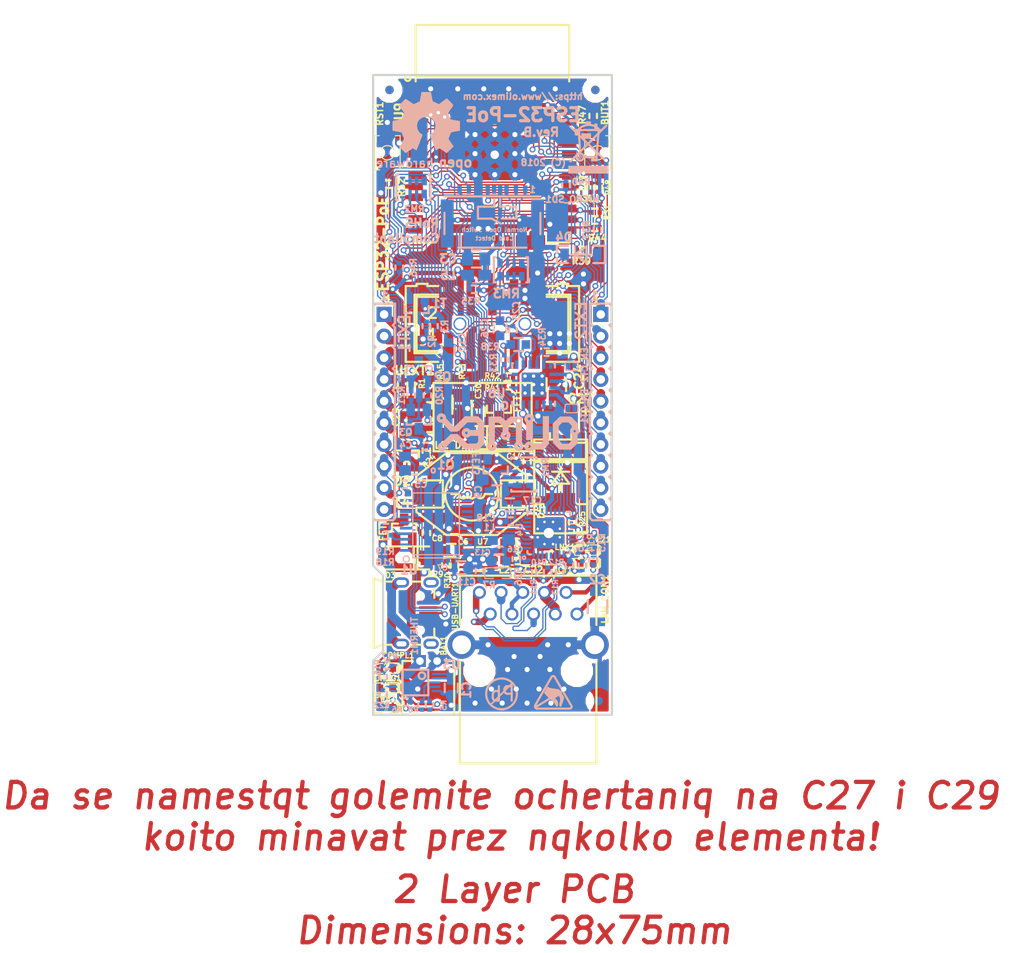
<source format=kicad_pcb>
(kicad_pcb (version 20171130) (host pcbnew 6.0.0-rc1-unknown-f85b147~66~ubuntu16.04.1)
  (title_block (title ESP-PoE) (date 2018-08-03) (rev B) (company "OLIMEX Ltd.") (comment 1 https://www.olimex.com))
  (layers (0 F.Cu mixed) (31 B.Cu mixed) (34 B.Paste user hide) (35 F.Paste user hide) (36 B.SilkS user) (37 F.SilkS user hide) (38 B.Mask user hide) (39 F.Mask user hide) (44 Edge.Cuts user))
  (net 0 "")
  (net 1 +5V)
  (net 2 GND)
  (net 3 "Net-(BAT1-Pad1)")
  (net 4 "Net-(BUT1-Pad2)")
  (net 5 /GPI34/BUT1)
  (net 6 +3V3)
  (net 7 "Net-(C11-Pad1)")
  (net 8 /GPIO3/U0RXD)
  (net 9 /ESP_EN)
  (net 10 "/GPIO25/EMAC_RXD0(RMII)")
  (net 11 "/GPIO19/EMAC_TXD0(RMII)")
  (net 12 "/GPIO26/EMAC_RXD1(RMII)")
  (net 13 /GPIO1/U0TXD)
  (net 14 "Net-(L2-Pad1)")
  (net 15 "Net-(Q2-Pad1)")
  (net 16 /STAT2)
  (net 17 /STAT1)
  (net 18 "/#PG(#TE)")
  (net 19 "Net-(R19-Pad1)")
  (net 20 "/GPIO22/EMAC_TXD1(RMII)")
  (net 21 "/GPIO21/EMAC_TX_EN(RMII)")
  (net 22 "Net-(MICRO_SD1-Pad5)")
  (net 23 /GPI36/U1RXD)
  (net 24 "/GPIO23/MDC(RMII)")
  (net 25 /GPIO27/EMAC_RX_CRS_DV)
  (net 26 /GPIO4/U1TXD)
  (net 27 /GPIO2/HS2_DATA0)
  (net 28 /GPIO13/I2C-SDA)
  (net 29 /GPIO14/HS2_CLK)
  (net 30 /GPIO15/HS2_CMD)
  (net 31 /GPIO16/I2C-SCL)
  (net 32 "/GPIO18/MDIO(RMII)")
  (net 33 /+5V_USB)
  (net 34 "Net-(MICRO_SD1-Pad1)")
  (net 35 "Net-(MICRO_SD1-Pad2)")
  (net 36 "Net-(MICRO_SD1-Pad8)")
  (net 37 "Net-(U4-Pad4)")
  (net 38 "Net-(U4-Pad14)")
  (net 39 "Net-(U4-Pad18)")
  (net 40 "Net-(U4-Pad20)")
  (net 41 "Net-(U4-Pad26)")
  (net 42 "Net-(USB-UART1-Pad4)")
  (net 43 "Net-(MICRO_SD1-Pad7)")
  (net 44 /D_Com)
  (net 45 Earth)
  (net 46 +5VP)
  (net 47 "Net-(C26-Pad1)")
  (net 48 "Net-(EN_CT1-Pad1)")
  (net 49 Spare1)
  (net 50 Spare2)
  (net 51 "Net-(EN_CT2-Pad1)")
  (net 52 /GPIO33)
  (net 53 /GPIO32)
  (net 54 /GPI39)
  (net 55 "Net-(FID1-PadFid1)")
  (net 56 "Net-(FID2-PadFid1)")
  (net 57 "Net-(FID3-PadFid1)")
  (net 58 "Net-(LAN_CON1-Pad6)")
  (net 59 "Net-(LAN_CON1-Pad3)")
  (net 60 "Net-(LAN_CON1-Pad2)")
  (net 61 "Net-(LAN_CON1-Pad1)")
  (net 62 "Net-(MICRO_SD1-PadCD1)")
  (net 63 "Net-(C2-Pad2)")
  (net 64 "Net-(C4-Pad1)")
  (net 65 "Net-(C5-Pad1)")
  (net 66 "Net-(C21-Pad2)")
  (net 67 "Net-(C25-Pad1)")
  (net 68 "Net-(C25-Pad2)")
  (net 69 "Net-(C29-Pad2)")
  (net 70 "Net-(D4-Pad1)")
  (net 71 "Net-(D5-Pad2)")
  (net 72 "Net-(Q2-Pad2)")
  (net 73 "Net-(Q3-Pad3)")
  (net 74 "Net-(Q3-Pad2)")
  (net 75 "Net-(Q3-Pad1)")
  (net 76 "Net-(R6-Pad1)")
  (net 77 "Net-(R16-Pad1)")
  (net 78 "Net-(R16-Pad2)")
  (net 79 "Net-(R18-Pad1)")
  (net 80 "Net-(R26-Pad1)")
  (net 81 "Net-(R29-Pad1)")
  (net 82 "Net-(R33-Pad2)")
  (net 83 "Net-(R34-Pad2)")
  (net 84 "Net-(R38-Pad1)")
  (net 85 "Net-(R41-Pad2)")
  (net 86 "Net-(U1-Pad17)")
  (net 87 "Net-(U1-Pad14)")
  (net 88 "Net-(U1-Pad13)")
  (net 89 "Net-(U1-Pad12)")
  (net 90 "Net-(U1-Pad11)")
  (net 91 "Net-(U1-Pad7)")
  (net 92 "Net-(U1-Pad6)")
  (net 93 "Net-(U8-Pad17)")
  (net 94 "Net-(U8-Pad16)")
  (net 95 "Net-(U8-Pad15)")
  (net 96 "Net-(U8-Pad5)")
  (net 97 "Net-(U8-Pad4)")
  (net 98 "Net-(U8-Pad2)")
  (net 99 "Net-(U9-Pad32)")
  (net 100 "Net-(C6-Pad1)")
  (net 101 +3.3VLAN)
  (net 102 "Net-(C13-Pad1)")
  (net 103 "Net-(C17-Pad1)")
  (net 104 /GPIO0)
  (net 105 /GPIO5/SPI_CS)
  (net 106 /GPI35)
  (net 107 "Net-(RM1-Pad3.2)")
  (net 108 "Net-(RM1-Pad2.2)")
  (net 109 "Net-(RM1-Pad4.2)")
  (net 110 /GPIO17/EMAC_CLK_OUT_180)
  (net 111 "Net-(U9-Pad22)")
  (net 112 "Net-(U9-Pad21)")
  (net 113 "Net-(U9-Pad20)")
  (net 114 "Net-(U9-Pad19)")
  (net 115 "Net-(U9-Pad18)")
  (net 116 "Net-(U9-Pad17)")
  (net 117 /GPIO12/PHY_PWR)
  (net 118 "Net-(FID4-PadFid1)")
  (net 119 "Net-(FID5-PadFid1)")
  (net 120 "Net-(FID6-PadFid1)")
  (net 121 "Net-(ACT1-Pad2)")
  (net 122 "Net-(ACT1-Pad1)")
  (net 123 "Net-(LNK1-Pad1)")
  (net 124 "Net-(LNK1-Pad2)")
  (net 125 "Net-(C3-Pad1)")
  (net 126 "Net-(RM1-Pad1.2)")
  (net 127 "Net-(CHRG1-Pad1)")
  (net 128 "Net-(COMPL1-Pad1)")
  (net 129 "Net-(PWR1-Pad1)")
  (net 130 "Net-(C10-Pad2)")
  (net 131 "Net-(R3-Pad2)")
  (net 132 "Net-(USB-UART1-Pad0)")
  (module OLIMEX_RLC-FP:0R_0603 (layer B.Cu) (at 104.775 153.543 180)
    (fp_text reference R7 (at 1.016 -1.397 180) (layer B.SilkS) (effects (font (size 0.762 0.762) (thickness 0.1905)) (justify mirror)))
    (fp_text value "0R(board_mounted)")
    (fp_line (start -0.5 0) (end 0.5 0) (layer B.Cu) (width 0.508))
    (pad 1 smd rect (at -0.889 0 180) (size 1.016 1.016) (layers B.Cu B.Paste B.Mask) (net 102 "Net-(C13-Pad1)") (clearance 0.0508))
    (pad 2 smd rect (at 0.889 0 180) (size 1.016 1.016) (layers B.Cu B.Paste B.Mask) (net 7 "Net-(C11-Pad1)") (clearance 0.0508))
  )
  (module OLIMEX_Buttons-FP:IT1185AU2_V2 (layer F.Cu) (at 116.459 104.267 90)
    (fp_text reference BUT1 (at 4.699 0.889 90) (layer F.SilkS) (effects (font (size 0.762 0.762) (thickness 0.1905))))
    (fp_text value IT1185AU2)
    (pad "" np_thru_hole circle (at 0 0.9 90) (size 0.7 0.7) (drill 0.7) (layers *.Cu *.Mask))
    (pad "" np_thru_hole circle (at 0 -0.9 90) (size 0.7 0.7) (drill 0.7) (layers *.Cu *.Mask))
    (pad 2 smd rect (at 2.377 0 90) (size 1.3 1.5) (layers F.Cu F.Mask) (net 4 "Net-(BUT1-Pad2)"))
    (pad 1 smd rect (at -2.377 0 90) (size 1.3 1.5) (layers F.Cu F.Mask) (net 5 /GPI34/BUT1))
  )
  (module OLIMEX_Buttons-FP:IT1185AU2_V2 (layer F.Cu) (at 91.821 104.267 90)
    (fp_text reference RST1 (at 4.572 -0.889 90) (layer F.SilkS) (effects (font (size 0.762 0.762) (thickness 0.1905))))
    (fp_text value IT1185AU2)
    (pad 1 smd rect (at -2.377 0 90) (size 1.3 1.5) (layers F.Cu F.Mask) (net 9 /ESP_EN))
    (pad 2 smd rect (at 2.377 0 90) (size 1.3 1.5) (layers F.Cu F.Mask) (net 2 GND))
    (pad "" np_thru_hole circle (at 0 -0.9 90) (size 0.7 0.7) (drill 0.7) (layers *.Cu *.Mask))
    (pad "" np_thru_hole circle (at 0 0.9 90) (size 0.7 0.7) (drill 0.7) (layers *.Cu *.Mask))
  )
  (module OLIMEX_Connectors-FP:GBH-254-SMT-10 (layer F.Cu) (at 104.14 124.333)
    (fp_text reference UEXT1 (at -9.144 5.461) (layer F.SilkS) (effects (font (size 1.016 1.016) (thickness 0.254))))
    (fp_text value "B-V-10-LF(GBH254SMT-10)")
    (fp_text user 2 (at -6.985 -1.27) (layer F.SilkS) (effects (font (size 1.27 1.27) (thickness 0.254))))
    (fp_text user 1 (at -6.985 1.27) (layer F.SilkS) (effects (font (size 1.27 1.27) (thickness 0.254))))
    (pad "" np_thru_hole circle (at -3.81 0) (size 1.524 1.524) (drill 1.2) (layers *.Cu *.Mask))
    (pad 10 smd rect (at 5.08 -3.125 90) (size 4.25 1) (layers F.Cu F.Paste F.Mask) (net 105 /GPIO5/SPI_CS))
    (pad 9 smd rect (at 5.08 3.125 90) (size 4.25 1) (layers F.Cu F.Paste F.Mask) (net 29 /GPIO14/HS2_CLK))
    (pad 8 smd rect (at 2.54 -3.125 90) (size 4.25 1) (layers F.Cu F.Paste F.Mask) (net 27 /GPIO2/HS2_DATA0))
    (pad 7 smd rect (at 2.54 3.125 90) (size 4.25 1) (layers F.Cu F.Paste F.Mask) (net 30 /GPIO15/HS2_CMD))
    (pad 6 smd rect (at 0 -3.125 90) (size 4.25 1) (layers F.Cu F.Paste F.Mask) (net 28 /GPIO13/I2C-SDA))
    (pad 5 smd rect (at 0 3.125 90) (size 4.25 1) (layers F.Cu F.Paste F.Mask) (net 31 /GPIO16/I2C-SCL))
    (pad 4 smd rect (at -2.54 -3.125 90) (size 4.25 1) (layers F.Cu F.Paste F.Mask) (net 70 "Net-(D4-Pad1)"))
    (pad 3 smd rect (at -2.54 3.125 90) (size 4.25 1) (layers F.Cu F.Paste F.Mask) (net 26 /GPIO4/U1TXD))
    (pad 2 smd rect (at -5.08 -3.125 90) (size 4.25 1) (layers F.Cu F.Paste F.Mask) (net 2 GND))
    (pad 1 smd rect (at -5.08 3.125 90) (size 4.25 1) (layers F.Cu F.Paste F.Mask) (net 6 +3V3))
    (pad "" np_thru_hole circle (at 3.81 0) (size 1.524 1.524) (drill 1.2) (layers *.Cu *.Mask))
  )
  (module OLIMEX_RLC-FP:R_MATRIX_4 (layer B.Cu) (at 106.299 117.983)
    (fp_text reference RM3 (at -0.508 2.794 180) (layer B.SilkS) (effects (font (size 1.016 1.016) (thickness 0.254)) (justify mirror)))
    (fp_text value "RA1206_(4X0603)_4B8_2.2k")
    (pad 1.2 smd rect (at -1.27 0.762) (size 0.635 1.016) (layers B.Cu B.Paste B.Mask) (net 6 +3V3) (clearance 0.0508))
    (pad 1.1 smd rect (at -1.27 -0.762) (size 0.635 1.016) (layers B.Cu B.Paste B.Mask) (net 36 "Net-(MICRO_SD1-Pad8)") (clearance 0.0508))
    (pad 4.2 smd rect (at 1.27 0.762) (size 0.635 1.016) (layers B.Cu B.Paste B.Mask) (net 6 +3V3) (clearance 0.0508))
    (pad 4.1 smd rect (at 1.27 -0.762) (size 0.635 1.016) (layers B.Cu B.Paste B.Mask) (net 27 /GPIO2/HS2_DATA0) (clearance 0.0508))
    (pad 2.2 smd rect (at -0.381 0.762) (size 0.381 1.016) (layers B.Cu B.Paste B.Mask) (net 6 +3V3) (clearance 0.0508))
    (pad 3.2 smd rect (at 0.381 0.762) (size 0.381 1.016) (layers B.Cu B.Paste B.Mask) (net 6 +3V3) (clearance 0.0508))
    (pad 2.1 smd rect (at -0.381 -0.762) (size 0.381 1.016) (layers B.Cu B.Paste B.Mask) (net 35 "Net-(MICRO_SD1-Pad2)") (clearance 0.0508))
    (pad 3.1 smd rect (at 0.381 -0.762) (size 0.381 1.016) (layers B.Cu B.Paste B.Mask) (net 34 "Net-(MICRO_SD1-Pad1)") (clearance 0.0508))
  )
  (module OLIMEX_LOGOs-FP:LOGO_ANTISTATIC_SMALL_4.5mmX2.8mm (layer B.Cu) (at 111.252 167.513 180)
    (fp_text reference Ref**)
    (fp_text value Val**)
  )
  (module OLIMEX_Cases-FP:ESP-WROOM-32_MODULE (layer F.Cu) (at 104.14 102.035)
    (fp_text reference U9 (at -10.922 -2.594 90) (layer F.SilkS) (effects (font (size 1.016 1.016) (thickness 0.254))))
    (fp_text value ESP-WROOM-32)
    (pad 39 thru_hole circle (at -2.0404 4.7998) (size 1.3 1.3) (drill 0.6) (layers *.Cu *.Mask) (net 2 GND))
    (pad 39 thru_hole circle (at 0.271 2.463) (size 2 2) (drill 1) (layers *.Cu *.Mask) (net 2 GND))
    (pad 39 smd rect (at 0.3 2.45) (size 6 6) (layers F.Cu F.Mask) (net 2 GND))
    (pad 38 smd rect (at 9 -5.21) (size 1.7 0.9) (layers F.Cu F.Paste F.Mask) (net 2 GND))
    (pad 37 smd rect (at 9 -3.94) (size 1.7 0.9) (layers F.Cu F.Paste F.Mask) (net 24 "/GPIO23/MDC(RMII)"))
    (pad 36 smd rect (at 9 -2.67) (size 1.7 0.9) (layers F.Cu F.Paste F.Mask) (net 20 "/GPIO22/EMAC_TXD1(RMII)"))
    (pad 35 smd rect (at 9 -1.4) (size 1.7 0.9) (layers F.Cu F.Paste F.Mask) (net 13 /GPIO1/U0TXD))
    (pad 34 smd rect (at 9 -0.13) (size 1.7 0.9) (layers F.Cu F.Paste F.Mask) (net 8 /GPIO3/U0RXD))
    (pad 33 smd rect (at 9 1.14) (size 1.7 0.9) (layers F.Cu F.Paste F.Mask) (net 21 "/GPIO21/EMAC_TX_EN(RMII)"))
    (pad 32 smd rect (at 9 2.41) (size 1.7 0.9) (layers F.Cu F.Paste F.Mask) (net 99 "Net-(U9-Pad32)"))
    (pad 31 smd rect (at 9 3.68) (size 1.7 0.9) (layers F.Cu F.Paste F.Mask) (net 11 "/GPIO19/EMAC_TXD0(RMII)"))
    (pad 30 smd rect (at 9 4.95) (size 1.7 0.9) (layers F.Cu F.Paste F.Mask) (net 32 "/GPIO18/MDIO(RMII)"))
    (pad 29 smd rect (at 9 6.22) (size 1.7 0.9) (layers F.Cu F.Paste F.Mask) (net 105 /GPIO5/SPI_CS))
    (pad 28 smd rect (at 9 7.49) (size 1.7 0.9) (layers F.Cu F.Paste F.Mask) (net 110 /GPIO17/EMAC_CLK_OUT_180))
    (pad 27 smd rect (at 9 8.76) (size 1.7 0.9) (layers F.Cu F.Paste F.Mask) (net 31 /GPIO16/I2C-SCL))
    (pad 26 smd rect (at 9 10.03) (size 1.7 0.9) (layers F.Cu F.Paste F.Mask) (net 26 /GPIO4/U1TXD))
    (pad 25 smd rect (at 9 11.3) (size 1.7 0.9) (layers F.Cu F.Paste F.Mask) (net 104 /GPIO0))
    (pad 24 smd rect (at 5.73 12.75) (size 0.9 1.7) (layers F.Cu F.Paste F.Mask) (net 27 /GPIO2/HS2_DATA0))
    (pad 23 smd rect (at 4.46 12.75) (size 0.9 1.7) (layers F.Cu F.Paste F.Mask) (net 30 /GPIO15/HS2_CMD))
    (pad 22 smd rect (at 3.19 12.75) (size 0.9 1.7) (layers F.Cu F.Paste F.Mask) (net 111 "Net-(U9-Pad22)"))
    (pad 21 smd rect (at 1.92 12.75) (size 0.9 1.7) (layers F.Cu F.Paste F.Mask) (net 112 "Net-(U9-Pad21)"))
    (pad 20 smd rect (at 0.65 12.75) (size 0.9 1.7) (layers F.Cu F.Paste F.Mask) (net 113 "Net-(U9-Pad20)"))
    (pad 19 smd rect (at -0.62 12.75) (size 0.9 1.7) (layers F.Cu F.Paste F.Mask) (net 114 "Net-(U9-Pad19)"))
    (pad 18 smd rect (at -1.89 12.75) (size 0.9 1.7) (layers F.Cu F.Paste F.Mask) (net 115 "Net-(U9-Pad18)"))
    (pad 17 smd rect (at -3.16 12.75) (size 0.9 1.7) (layers F.Cu F.Paste F.Mask) (net 116 "Net-(U9-Pad17)"))
    (pad 16 smd rect (at -4.43 12.75) (size 0.9 1.7) (layers F.Cu F.Paste F.Mask) (net 28 /GPIO13/I2C-SDA))
    (pad 15 smd rect (at -5.7 12.75) (size 0.9 1.7) (layers F.Cu F.Paste F.Mask) (net 2 GND))
    (pad 14 smd rect (at -9 11.26) (size 1.7 0.9) (layers F.Cu F.Paste F.Mask) (net 117 /GPIO12/PHY_PWR))
    (pad 13 smd rect (at -9 9.99) (size 1.7 0.9) (layers F.Cu F.Paste F.Mask) (net 29 /GPIO14/HS2_CLK))
    (pad 12 smd rect (at -9 8.72) (size 1.7 0.9) (layers F.Cu F.Paste F.Mask) (net 25 /GPIO27/EMAC_RX_CRS_DV))
    (pad 11 smd rect (at -9 7.45) (size 1.7 0.9) (layers F.Cu F.Paste F.Mask) (net 12 "/GPIO26/EMAC_RXD1(RMII)"))
    (pad 10 smd rect (at -9 6.18) (size 1.7 0.9) (layers F.Cu F.Paste F.Mask) (net 10 "/GPIO25/EMAC_RXD0(RMII)"))
    (pad 9 smd rect (at -9 4.91) (size 1.7 0.9) (layers F.Cu F.Paste F.Mask) (net 52 /GPIO33))
    (pad 8 smd rect (at -9 3.64) (size 1.7 0.9) (layers F.Cu F.Paste F.Mask) (net 53 /GPIO32))
    (pad 7 smd rect (at -9 2.37) (size 1.7 0.9) (layers F.Cu F.Paste F.Mask) (net 106 /GPI35))
    (pad 6 smd rect (at -9 1.1) (size 1.7 0.9) (layers F.Cu F.Paste F.Mask) (net 5 /GPI34/BUT1))
    (pad 5 smd rect (at -9 -0.17) (size 1.7 0.9) (layers F.Cu F.Paste F.Mask) (net 54 /GPI39))
    (pad 4 smd rect (at -9 -1.44) (size 1.7 0.9) (layers F.Cu F.Paste F.Mask) (net 23 /GPI36/U1RXD))
    (pad 3 smd rect (at -9 -2.71) (size 1.7 0.9) (layers F.Cu F.Paste F.Mask) (net 9 /ESP_EN))
    (pad 2 smd rect (at -9 -3.98) (size 1.7 0.9) (layers F.Cu F.Paste F.Mask) (net 6 +3V3))
    (pad 1 smd rect (at -9 -5.25) (size 1.7 0.9) (layers F.Cu F.Paste F.Mask) (net 2 GND))
    (pad 39 thru_hole circle (at 2.6332 4.7998) (size 1.3 1.3) (drill 0.6) (layers *.Cu *.Mask) (net 2 GND))
    (pad 39 thru_hole circle (at -2.0404 0.1008) (size 1.3 1.3) (drill 0.6) (layers *.Cu *.Mask) (net 2 GND))
    (pad 39 thru_hole circle (at 2.6332 0.1008) (size 1.3 1.3) (drill 0.6) (layers *.Cu *.Mask) (net 2 GND))
    (pad 39 thru_hole circle (at 0.271 0.1008) (size 1.3 1.3) (drill 0.6) (layers *.Cu *.Mask) (net 2 GND))
    (pad 39 thru_hole circle (at 0.271 4.7998) (size 1.3 1.3) (drill 0.6) (layers *.Cu *.Mask) (net 2 GND))
    (pad 39 thru_hole circle (at -2.0404 2.336) (size 1.3 1.3) (drill 0.6) (layers *.Cu *.Mask) (net 2 GND))
    (pad 39 thru_hole circle (at 2.6332 2.336) (size 1.3 1.3) (drill 0.6) (layers *.Cu *.Mask) (net 2 GND))
  )
  (module OLIMEX_Transistors-FP:SOT23 (layer B.Cu) (at 95.25 122.428 90)
    (fp_text reference T1 (at 0.508 2.667 180) (layer B.SilkS) (effects (font (size 1.016 1.016) (thickness 0.254)) (justify mirror)))
    (fp_text value "DTC114YKA(SOT-23)")
    (pad 1 smd rect (at 1.10744 -0.94996 90) (size 1.4 1) (layers B.Cu B.Paste B.Mask) (net 117 /GPIO12/PHY_PWR) (clearance 0.0508))
    (pad 2 smd rect (at 1.10744 0.9525 90) (size 1.4 1) (layers B.Cu B.Paste B.Mask) (net 2 GND) (clearance 0.0508))
    (pad 3 smd rect (at -1.10236 -0.00254 90) (size 1.4 1) (layers B.Cu B.Paste B.Mask) (net 131 "Net-(R3-Pad2)") (clearance 0.0508))
  )
  (module OLIMEX_Diodes-FP:SOT23-3 (layer F.Cu) (at 94.107 139.827 270)
    (fp_text reference D2 (at 2.921 0.508 180) (layer F.SilkS) (effects (font (size 1.016 1.016) (thickness 0.254))))
    (fp_text value "BAT54C(SOT23-3)")
    (pad 3 smd rect (at -1.1 0) (size 1 1.4) (layers F.Cu F.Paste F.Mask) (net 44 /D_Com))
    (pad 2 smd rect (at 1.1 -0.95) (size 1 1.4) (layers F.Cu F.Paste F.Mask) (net 104 /GPIO0))
    (pad 1 smd rect (at 1.1 0.95) (size 1 1.4) (layers F.Cu F.Paste F.Mask) (net 27 /GPIO2/HS2_DATA0))
  )
  (module OLIMEX_RLC-FP:R_0603_5MIL_DWS (layer B.Cu) (at 107.188 126.746 180)
    (fp_text reference R38 (at 3.302 -0.254 180) (layer B.SilkS) (effects (font (size 0.762 0.762) (thickness 0.1905)) (justify mirror)))
    (fp_text value 25.5k/1%/R0603)
    (pad 1 smd rect (at -0.889 0 180) (size 1.016 1.016) (layers B.Cu B.Paste B.Mask) (net 84 "Net-(R38-Pad1)"))
    (pad 2 smd rect (at 0.889 0 180) (size 1.016 1.016) (layers B.Cu B.Paste B.Mask) (net 46 +5VP))
  )
  (module OLIMEX_RLC-FP:R_0402_5MIL_DWS (layer B.Cu) (at 96.52 132.715 90)
    (fp_text reference R20 (at 0 1.397 90) (layer B.SilkS) (effects (font (size 0.762 0.762) (thickness 0.1905)) (justify mirror)))
    (fp_text value 1k/R0402)
    (pad 2 smd rect (at 0.508 0 90) (size 0.5 0.55) (layers B.Cu B.Paste B.Mask) (net 15 "Net-(Q2-Pad1)"))
    (pad 1 smd rect (at -0.508 0 270) (size 0.5 0.55) (layers B.Cu B.Paste B.Mask) (net 74 "Net-(Q3-Pad2)"))
  )
  (module OLIMEX_RLC-FP:R_0402_5MIL_DWS (layer B.Cu) (at 94.615 132.715 270)
    (fp_text reference R21 (at 0 1.143 270) (layer B.SilkS) (effects (font (size 0.762 0.762) (thickness 0.1905)) (justify mirror)))
    (fp_text value 1k/R0402)
    (pad 2 smd rect (at 0.508 0 270) (size 0.5 0.55) (layers B.Cu B.Paste B.Mask) (net 75 "Net-(Q3-Pad1)"))
    (pad 1 smd rect (at -0.508 0 90) (size 0.5 0.55) (layers B.Cu B.Paste B.Mask) (net 72 "Net-(Q2-Pad2)"))
  )
  (module "OLIMEX_IC-FP:QFN-20_5x5mm(Si3402-B-GM)" (layer B.Cu) (at 108.966 131.445)
    (fp_text reference U8 (at -4.318 1.016) (layer B.SilkS) (effects (font (size 1.016 1.016) (thickness 0.254)) (justify mirror)))
    (fp_text value "Si3402-B-GM(QFN-20_5x5mm)")
    (fp_text user o (at -3.429 2.3) (layer B.SilkS) (effects (font (size 1.27 1.27) (thickness 0.254)) (justify mirror)))
    (pad 1 smd rect (at -2.35 1.2 270) (size 0.4 1) (layers B.Cu B.Paste B.Mask) (net 82 "Net-(R33-Pad2)"))
    (pad 2 smd rect (at -2.35 0.4 270) (size 0.4 1) (layers B.Cu B.Paste B.Mask) (net 98 "Net-(U8-Pad2)"))
    (pad 3 smd rect (at -2.35 -0.4 270) (size 0.4 1) (layers B.Cu B.Paste B.Mask) (net 67 "Net-(C25-Pad1)"))
    (pad 4 smd rect (at -2.35 -1.2 270) (size 0.4 1) (layers B.Cu B.Paste B.Mask) (net 97 "Net-(U8-Pad4)"))
    (pad 5 smd rect (at -2 -2.35 180) (size 0.4 1) (layers B.Cu B.Paste B.Mask) (net 96 "Net-(U8-Pad5)"))
    (pad 6 smd rect (at -1.2 -2.35 180) (size 0.4 1) (layers B.Cu B.Paste B.Mask) (net 84 "Net-(R38-Pad1)"))
    (pad 7 smd rect (at -0.4 -2.35 180) (size 0.4 1) (layers B.Cu B.Paste B.Mask) (net 68 "Net-(C25-Pad2)"))
    (pad 8 smd rect (at 0.4 -2.35 180) (size 0.4 1) (layers B.Cu B.Paste B.Mask) (net 83 "Net-(R34-Pad2)"))
    (pad 9 smd rect (at 1.2 -2.35 180) (size 0.4 1) (layers B.Cu B.Paste B.Mask) (net 45 Earth))
    (pad 10 smd rect (at 2 -2.35 180) (size 0.4 1) (layers B.Cu B.Paste B.Mask) (net 50 Spare2))
    (pad 11 smd rect (at 2.35 -1.2 270) (size 0.4 1) (layers B.Cu B.Paste B.Mask) (net 49 Spare1))
    (pad 12 smd rect (at 2.35 -0.4 270) (size 0.4 1) (layers B.Cu B.Paste B.Mask) (net 46 +5VP))
    (pad 13 smd rect (at 2.35 0.4 270) (size 0.4 1) (layers B.Cu B.Paste B.Mask) (net 51 "Net-(EN_CT2-Pad1)"))
    (pad 14 smd rect (at 2.35 1.2 270) (size 0.4 1) (layers B.Cu B.Paste B.Mask) (net 48 "Net-(EN_CT1-Pad1)"))
    (pad 15 smd rect (at 2 2.35 180) (size 0.4 1) (layers B.Cu B.Paste B.Mask) (net 95 "Net-(U8-Pad15)"))
    (pad 16 smd rect (at 1.2 2.35 180) (size 0.4 1) (layers B.Cu B.Paste B.Mask) (net 94 "Net-(U8-Pad16)"))
    (pad 17 smd rect (at 0.4 2.35 180) (size 0.4 1) (layers B.Cu B.Paste B.Mask) (net 93 "Net-(U8-Pad17)"))
    (pad 18 smd rect (at -0.4 2.35 180) (size 0.4 1) (layers B.Cu B.Paste B.Mask) (net 71 "Net-(D5-Pad2)"))
    (pad 19 smd rect (at -1.2 2.35 180) (size 0.4 1) (layers B.Cu B.Paste B.Mask) (net 68 "Net-(C25-Pad2)"))
    (pad 20 smd rect (at -2 2.35 180) (size 0.4 1) (layers B.Cu B.Paste B.Mask) (net 85 "Net-(R41-Pad2)"))
    (pad 21 smd rect (at 0 0) (size 2.8 2.8) (layers B.Cu B.Mask) (net 45 Earth))
    (pad 21 thru_hole circle (at -1 1) (size 0.8 0.8) (drill 0.4) (layers *.Cu *.Mask) (net 45 Earth))
    (pad 21 thru_hole circle (at 0 1) (size 0.8 0.8) (drill 0.4) (layers *.Cu *.Mask) (net 45 Earth))
    (pad 21 thru_hole circle (at 1 1) (size 0.8 0.8) (drill 0.4) (layers *.Cu *.Mask) (net 45 Earth))
    (pad 21 thru_hole circle (at -1 0) (size 0.8 0.8) (drill 0.4) (layers *.Cu *.Mask) (net 45 Earth))
    (pad 21 thru_hole circle (at 0 0) (size 0.8 0.8) (drill 0.4) (layers *.Cu *.Mask) (net 45 Earth))
    (pad 21 thru_hole circle (at 1 0) (size 0.8 0.8) (drill 0.4) (layers *.Cu *.Mask) (net 45 Earth))
    (pad 21 thru_hole circle (at 0 -1) (size 0.8 0.8) (drill 0.4) (layers *.Cu *.Mask) (net 45 Earth))
    (pad 21 thru_hole circle (at -1 -1) (size 0.8 0.8) (drill 0.4) (layers *.Cu *.Mask) (net 45 Earth))
    (pad 21 thru_hole circle (at 1 -1) (size 0.8 0.8) (drill 0.4) (layers *.Cu *.Mask) (net 45 Earth))
  )
  (module "OLIMEX_IC-FP:QFN32_EP(33)_5.00x5.00x0.90mm_Pitch_0.50mm" (layer B.Cu) (at 110.744 148.844 90)
    (fp_text reference U4 (at 0.381 -3.429 270) (layer B.SilkS) (effects (font (size 0.762 0.762) (thickness 0.1905)) (justify mirror)))
    (fp_text value "LAN8710A-EZC(QFN32)")
    (pad 33 smd rect (at 0 0 90) (size 3.6 3.6) (layers B.Cu B.Mask) (net 2 GND))
    (pad 33 thru_hole rect (at -0.5 1.3 90) (size 0.4 0.4) (drill 0.3) (layers *.Cu B.Mask) (net 2 GND))
    (pad 33 thru_hole rect (at 0.5 1.3 90) (size 0.4 0.4) (drill 0.3) (layers *.Cu B.Mask) (net 2 GND))
    (pad 33 thru_hole rect (at 1.3 0.5 90) (size 0.4 0.4) (drill 0.29972) (layers *.Cu B.Mask) (net 2 GND))
    (pad 33 thru_hole rect (at 1.3 -0.5 90) (size 0.4 0.4) (drill 0.3) (layers *.Cu B.Mask) (net 2 GND))
    (pad 33 thru_hole rect (at 0.5 -1.3 90) (size 0.4 0.4) (drill 0.3) (layers *.Cu B.Mask) (net 2 GND))
    (pad 33 thru_hole rect (at -0.5 -1.3 90) (size 0.4 0.4) (drill 0.3) (layers *.Cu B.Mask) (net 2 GND))
    (pad 33 thru_hole rect (at -1.3 -0.5 90) (size 0.4 0.4) (drill 0.3) (layers *.Cu B.Mask) (net 2 GND))
    (pad 33 thru_hole rect (at -1.3 0.5 90) (size 0.4 0.4) (drill 0.3) (layers *.Cu B.Mask) (net 2 GND))
    (pad 33 thru_hole rect (at 0 0 90) (size 1.4224 1.4224) (drill 1.2) (layers *.Cu *.Mask) (net 2 GND))
    (pad 32 smd rect (at -2.45 -1.75 90) (size 0.8 0.25) (layers B.Cu B.Paste B.Mask) (net 80 "Net-(R26-Pad1)"))
    (pad 31 smd rect (at -2.45 -1.25 90) (size 0.8 0.25) (layers B.Cu B.Paste B.Mask) (net 59 "Net-(LAN_CON1-Pad3)"))
    (pad 30 smd rect (at -2.45 -0.75 90) (size 0.8 0.25) (layers B.Cu B.Paste B.Mask) (net 58 "Net-(LAN_CON1-Pad6)"))
    (pad 29 smd rect (at -2.45 -0.25 90) (size 0.8 0.25) (layers B.Cu B.Paste B.Mask) (net 61 "Net-(LAN_CON1-Pad1)"))
    (pad 28 smd rect (at -2.45 0.25 90) (size 0.8 0.25) (layers B.Cu B.Paste B.Mask) (net 60 "Net-(LAN_CON1-Pad2)"))
    (pad 27 smd rect (at -2.45 0.75 90) (size 0.8 0.25) (layers B.Cu B.Paste B.Mask) (net 102 "Net-(C13-Pad1)"))
    (pad 26 smd rect (at -2.45 1.25 90) (size 0.8 0.25) (layers B.Cu B.Paste B.Mask) (net 41 "Net-(U4-Pad26)"))
    (pad 25 smd rect (at -2.45 1.75 90) (size 0.8 0.25) (layers B.Cu B.Paste B.Mask) (net 2 GND))
    (pad 24 smd rect (at -1.75 2.45 180) (size 0.8 0.25) (layers B.Cu B.Paste B.Mask) (net 2 GND))
    (pad 23 smd rect (at -1.25 2.45 180) (size 0.8 0.25) (layers B.Cu B.Paste B.Mask) (net 20 "/GPIO22/EMAC_TXD1(RMII)"))
    (pad 22 smd rect (at -0.75 2.45 180) (size 0.8 0.25) (layers B.Cu B.Paste B.Mask) (net 11 "/GPIO19/EMAC_TXD0(RMII)"))
    (pad 21 smd rect (at -0.25 2.45 180) (size 0.8 0.25) (layers B.Cu B.Paste B.Mask) (net 21 "/GPIO21/EMAC_TX_EN(RMII)"))
    (pad 20 smd rect (at 0.25 2.45 180) (size 0.8 0.25) (layers B.Cu B.Paste B.Mask) (net 40 "Net-(U4-Pad20)"))
    (pad 19 smd rect (at 0.75 2.45 180) (size 0.8 0.25) (layers B.Cu B.Paste B.Mask) (net 66 "Net-(C21-Pad2)"))
    (pad 18 smd rect (at 1.25 2.45 180) (size 0.8 0.25) (layers B.Cu B.Paste B.Mask) (net 39 "Net-(U4-Pad18)"))
    (pad 17 smd rect (at 1.75 2.45 180) (size 0.8 0.25) (layers B.Cu B.Paste B.Mask) (net 24 "/GPIO23/MDC(RMII)"))
    (pad 16 smd rect (at 2.45 1.75 270) (size 0.8 0.25) (layers B.Cu B.Paste B.Mask) (net 32 "/GPIO18/MDIO(RMII)"))
    (pad 15 smd rect (at 2.45 1.25 270) (size 0.8 0.25) (layers B.Cu B.Paste B.Mask) (net 25 /GPIO27/EMAC_RX_CRS_DV))
    (pad 14 smd rect (at 2.45 0.75 270) (size 0.8 0.25) (layers B.Cu B.Paste B.Mask) (net 38 "Net-(U4-Pad14)"))
    (pad 13 smd rect (at 2.45 0.25 270) (size 0.8 0.25) (layers B.Cu B.Paste B.Mask) (net 109 "Net-(RM1-Pad4.2)"))
    (pad 12 smd rect (at 2.45 -0.25 270) (size 0.8 0.25) (layers B.Cu B.Paste B.Mask) (net 101 +3.3VLAN))
    (pad 11 smd rect (at 2.45 -0.75 270) (size 0.8 0.25) (layers B.Cu B.Paste B.Mask) (net 10 "/GPIO25/EMAC_RXD0(RMII)"))
    (pad 10 smd rect (at 2.45 -1.25 270) (size 0.8 0.25) (layers B.Cu B.Paste B.Mask) (net 12 "/GPIO26/EMAC_RXD1(RMII)"))
    (pad 9 smd rect (at 2.45 -1.75 270) (size 0.8 0.25) (layers B.Cu B.Paste B.Mask) (net 107 "Net-(RM1-Pad3.2)"))
    (pad 8 smd rect (at 1.75 -2.45) (size 0.8 0.25) (layers B.Cu B.Paste B.Mask) (net 108 "Net-(RM1-Pad2.2)"))
    (pad 7 smd rect (at 1.25 -2.45) (size 0.8 0.25) (layers B.Cu B.Paste B.Mask) (net 126 "Net-(RM1-Pad1.2)"))
    (pad 6 smd rect (at 0.75 -2.45) (size 0.8 0.25) (layers B.Cu B.Paste B.Mask) (net 103 "Net-(C17-Pad1)"))
    (pad 5 smd rect (at 0.25 -2.45) (size 0.8 0.25) (layers B.Cu B.Paste B.Mask) (net 110 /GPIO17/EMAC_CLK_OUT_180))
    (pad 4 smd rect (at -0.25 -2.45) (size 0.8 0.25) (layers B.Cu B.Paste B.Mask) (net 37 "Net-(U4-Pad4)"))
    (pad 3 smd rect (at -0.75 -2.45) (size 0.8 0.25) (layers B.Cu B.Paste B.Mask) (net 121 "Net-(ACT1-Pad2)"))
    (pad 2 smd rect (at -1.25 -2.45) (size 0.8 0.25) (layers B.Cu B.Paste B.Mask) (net 123 "Net-(LNK1-Pad1)"))
    (pad 1 smd rect (at -1.75 -2.45) (size 0.8 0.25) (layers B.Cu B.Paste B.Mask) (net 102 "Net-(C13-Pad1)"))
  )
  (module OLIMEX_RLC-FP:R_0402_5MIL_DWS (layer B.Cu) (at 116.459 113.284 270)
    (fp_text reference R37 (at 0 1.27 270) (layer B.SilkS) (effects (font (size 0.762 0.762) (thickness 0.1905)) (justify mirror)))
    (fp_text value 10k/R0402)
    (pad 2 smd rect (at 0.508 0 270) (size 0.5 0.55) (layers B.Cu B.Paste B.Mask) (net 23 /GPI36/U1RXD))
    (pad 1 smd rect (at -0.508 0 90) (size 0.5 0.55) (layers B.Cu B.Paste B.Mask) (net 6 +3V3))
  )
  (module OLIMEX_Diodes-FP:SOD-123_1C-2A_KA (layer B.Cu) (at 114.5 116.195)
    (fp_text reference D4 (at -1.978 -2.022) (layer B.SilkS) (effects (font (size 1.016 1.016) (thickness 0.254)) (justify mirror)))
    (fp_text value "1N5819S4(SOD-123)")
    (pad 2 smd rect (at 1.9 0) (size 1 1.4) (layers B.Cu B.Paste B.Mask) (net 23 /GPI36/U1RXD) (clearance 0.0508))
    (pad 1 smd rect (at -1.9 0) (size 1 1.4) (layers B.Cu B.Paste B.Mask) (net 70 "Net-(D4-Pad1)") (clearance 0.0508))
  )
  (module OLIMEX_RLC-FP:C_0402_5MIL_DWS (layer B.Cu) (at 93.853 143.129 180)
    (fp_text reference C5 (at -1.905 0 180) (layer B.SilkS) (effects (font (size 0.762 0.762) (thickness 0.1905)) (justify mirror)))
    (fp_text value 27pF/50V/5%/C0G/C0402)
    (pad 2 smd rect (at 0.508 0 180) (size 0.5 0.55) (layers B.Cu B.Paste B.Mask) (net 2 GND))
    (pad 1 smd rect (at -0.508 0) (size 0.5 0.55) (layers B.Cu B.Paste B.Mask) (net 65 "Net-(C5-Pad1)"))
  )
  (module OLIMEX_RLC-FP:R_0402_5MIL_DWS (layer B.Cu) (at 91.313 165.735 90)
    (fp_text reference R16 (at 1.143 -0.635 90) (layer B.SilkS) (effects (font (size 0.635 0.635) (thickness 0.15875)) (justify mirror)))
    (fp_text value 1k/R0402)
    (pad 2 smd rect (at 0.508 0 90) (size 0.5 0.55) (layers B.Cu B.Paste B.Mask) (net 78 "Net-(R16-Pad2)"))
    (pad 1 smd rect (at -0.508 0 270) (size 0.5 0.55) (layers B.Cu B.Paste B.Mask) (net 77 "Net-(R16-Pad1)"))
  )
  (module OLIMEX_IC-FP:MSOP-10_Pitch-0.5mm_3.00x3.00x1.00mm (layer B.Cu) (at 95.123 166.37 270)
    (fp_text reference U3 (at -2.0828 -4.2418 180) (layer B.SilkS) (effects (font (size 1.016 1.016) (thickness 0.254)) (justify mirror)))
    (fp_text value "MCP73833(MSOP10)")
    (pad 10 smd rect (at -1 2.4 270) (size 0.25 1) (layers B.Cu B.Paste B.Mask) (net 3 "Net-(BAT1-Pad1)"))
    (pad 9 smd rect (at -0.5 2.4 270) (size 0.25 1) (layers B.Cu B.Paste B.Mask) (net 3 "Net-(BAT1-Pad1)"))
    (pad 8 smd rect (at 0 2.4 270) (size 0.25 1) (layers B.Cu B.Paste B.Mask) (net 77 "Net-(R16-Pad1)"))
    (pad 7 smd rect (at 0.5 2.4 270) (size 0.25 1) (layers B.Cu B.Paste B.Mask) (net 18 "/#PG(#TE)"))
    (pad 6 smd rect (at 1 2.4 270) (size 0.25 1) (layers B.Cu B.Paste B.Mask) (net 76 "Net-(R6-Pad1)"))
    (pad 5 smd rect (at 1 -2.4 270) (size 0.25 1) (layers B.Cu B.Paste B.Mask) (net 2 GND))
    (pad 4 smd rect (at 0.5 -2.4 270) (size 0.25 1) (layers B.Cu B.Paste B.Mask) (net 16 /STAT2))
    (pad 3 smd rect (at 0 -2.4 270) (size 0.25 1) (layers B.Cu B.Paste B.Mask) (net 17 /STAT1))
    (pad 2 smd rect (at -0.5 -2.4 270) (size 0.25 1) (layers B.Cu B.Paste B.Mask) (net 1 +5V))
    (pad 1 smd rect (at -1 -2.4 270) (size 0.25 1) (layers B.Cu B.Paste B.Mask) (net 1 +5V))
  )
  (module OLIMEX_RLC-FP:R_0402_5MIL_DWS (layer F.Cu) (at 116.586 108.331 90)
    (fp_text reference R48 (at 0 1.143 90) (layer F.SilkS) (effects (font (size 0.635 0.635) (thickness 0.15875))))
    (fp_text value 10k/R0402)
    (pad 2 smd rect (at 0.508 0 90) (size 0.5 0.55) (layers F.Cu F.Paste F.Mask) (net 5 /GPI34/BUT1))
    (pad 1 smd rect (at -0.508 0 270) (size 0.5 0.55) (layers F.Cu F.Paste F.Mask) (net 6 +3V3))
  )
  (module OLIMEX_RLC-FP:R_0402_5MIL_DWS (layer F.Cu) (at 115.697 108.331 270)
    (fp_text reference R49 (at -0.508 1.016 270) (layer F.SilkS) (effects (font (size 0.635 0.635) (thickness 0.15875))))
    (fp_text value NA/R0402)
    (pad 2 smd rect (at 0.508 0 270) (size 0.5 0.55) (layers F.Cu F.Paste F.Mask) (net 44 /D_Com))
    (pad 1 smd rect (at -0.508 0 90) (size 0.5 0.55) (layers F.Cu F.Paste F.Mask) (net 5 /GPI34/BUT1))
  )
  (module OLIMEX_RLC-FP:R_0402_5MIL_DWS (layer F.Cu) (at 115.951 99.949 90)
    (fp_text reference R47 (at 0.127 -1.27 90) (layer F.SilkS) (effects (font (size 0.762 0.762) (thickness 0.1905))))
    (fp_text value 220R/R0402)
    (pad 2 smd rect (at 0.508 0 90) (size 0.5 0.55) (layers F.Cu F.Paste F.Mask) (net 2 GND))
    (pad 1 smd rect (at -0.508 0 270) (size 0.5 0.55) (layers F.Cu F.Paste F.Mask) (net 4 "Net-(BUT1-Pad2)"))
  )
  (module OLIMEX_RLC-FP:CD32 (layer F.Cu) (at 107.061 151.003)
    (fp_text reference L2 (at -1.524 2.159) (layer F.SilkS) (effects (font (size 0.762 0.762) (thickness 0.1905))))
    (fp_text value 2.2uH/1.5A/DCR<0.1R/CD32)
    (pad 2 smd rect (at 1.2 0 180) (size 1.6 3) (layers F.Cu F.Paste F.Mask) (net 6 +3V3) (clearance 0.0508))
    (pad 1 smd rect (at -1.2 0 180) (size 1.6 3) (layers F.Cu F.Paste F.Mask) (net 14 "Net-(L2-Pad1)") (clearance 0.0508))
  )
  (module OLIMEX_RLC-FP:L_0805_5MIL_DWS (layer B.Cu) (at 105.029 149.606)
    (fp_text reference L1 (at -1.27 -1.397) (layer B.SilkS) (effects (font (size 0.762 0.762) (thickness 0.1905)) (justify mirror)))
    (fp_text value FB0805/600R/2A)
    (pad 1 smd rect (at -1.016 0) (size 1.524 1.27) (layers B.Cu B.Paste B.Mask) (net 101 +3.3VLAN) (clearance 0.0508))
    (pad 2 smd rect (at 1.016 0) (size 1.524 1.27) (layers B.Cu B.Paste B.Mask) (net 102 "Net-(C13-Pad1)") (clearance 0.0508))
  )
  (module OLIMEX_Transistors-FP:SOT23 (layer F.Cu) (at 104.902 134.112 90)
    (fp_text reference FET1 (at 0.762 2.159 270) (layer F.SilkS) (effects (font (size 0.762 0.762) (thickness 0.1905))))
    (fp_text value WPM2015-3/TR)
    (pad 1 smd rect (at 1.10744 0.94996 90) (size 1.4 1) (layers F.Cu F.Paste F.Mask) (net 46 +5VP) (clearance 0.0508))
    (pad 2 smd rect (at 1.10744 -0.9525 90) (size 1.4 1) (layers F.Cu F.Paste F.Mask) (net 1 +5V) (clearance 0.0508))
    (pad 3 smd rect (at -1.10236 0.00254 90) (size 1.4 1) (layers F.Cu F.Paste F.Mask) (net 33 /+5V_USB) (clearance 0.0508))
  )
  (module OLIMEX_Transistors-FP:SOT23 (layer F.Cu) (at 93.7895 148.37156 270)
    (fp_text reference FET2 (at 0.09144 2.4765 270) (layer F.SilkS) (effects (font (size 0.762 0.762) (thickness 0.1905))))
    (fp_text value WPM2015-3/TR)
    (pad 1 smd rect (at 1.10744 0.94996 270) (size 1.4 1) (layers F.Cu F.Paste F.Mask) (net 1 +5V) (clearance 0.0508))
    (pad 2 smd rect (at 1.10744 -0.9525 270) (size 1.4 1) (layers F.Cu F.Paste F.Mask) (net 100 "Net-(C6-Pad1)") (clearance 0.0508))
    (pad 3 smd rect (at -1.10236 0.00254 270) (size 1.4 1) (layers F.Cu F.Paste F.Mask) (net 3 "Net-(BAT1-Pad1)") (clearance 0.0508))
  )
  (module OLIMEX_Transistors-FP:SOT23 (layer B.Cu) (at 95.504 129.921 270)
    (fp_text reference Q2 (at 0.635 -2.794 180) (layer B.SilkS) (effects (font (size 1.016 1.016) (thickness 0.254)) (justify mirror)))
    (fp_text value "BC817-40(SOT23)")
    (pad 1 smd rect (at 1.10744 -0.94996 270) (size 1.4 1) (layers B.Cu B.Paste B.Mask) (net 15 "Net-(Q2-Pad1)") (clearance 0.0508))
    (pad 2 smd rect (at 1.10744 0.9525 270) (size 1.4 1) (layers B.Cu B.Paste B.Mask) (net 72 "Net-(Q2-Pad2)") (clearance 0.0508))
    (pad 3 smd rect (at -1.10236 -0.00254 270) (size 1.4 1) (layers B.Cu B.Paste B.Mask) (net 9 /ESP_EN) (clearance 0.0508))
  )
  (module OLIMEX_RLC-FP:R_MATRIX_4 (layer B.Cu) (at 94.869 108.331)
    (fp_text reference RM2 (at 0.127 2.54) (layer B.SilkS) (effects (font (size 0.762 0.762) (thickness 0.1905)) (justify mirror)))
    (fp_text value "RA1206_(4X0603)_4B8_2.2k")
    (pad 3.1 smd rect (at 0.381 -0.762) (size 0.381 1.016) (layers B.Cu B.Paste B.Mask) (net 101 +3.3VLAN) (clearance 0.0508))
    (pad 2.1 smd rect (at -0.381 -0.762) (size 0.381 1.016) (layers B.Cu B.Paste B.Mask) (net 101 +3.3VLAN) (clearance 0.0508))
    (pad 3.2 smd rect (at 0.381 0.762) (size 0.381 1.016) (layers B.Cu B.Paste B.Mask) (net 25 /GPIO27/EMAC_RX_CRS_DV) (clearance 0.0508))
    (pad 2.2 smd rect (at -0.381 0.762) (size 0.381 1.016) (layers B.Cu B.Paste B.Mask) (net 10 "/GPIO25/EMAC_RXD0(RMII)") (clearance 0.0508))
    (pad 4.1 smd rect (at 1.27 -0.762) (size 0.635 1.016) (layers B.Cu B.Paste B.Mask) (net 101 +3.3VLAN) (clearance 0.0508))
    (pad 4.2 smd rect (at 1.27 0.762) (size 0.635 1.016) (layers B.Cu B.Paste B.Mask) (net 32 "/GPIO18/MDIO(RMII)") (clearance 0.0508))
    (pad 1.1 smd rect (at -1.27 -0.762) (size 0.635 1.016) (layers B.Cu B.Paste B.Mask) (net 101 +3.3VLAN) (clearance 0.0508))
    (pad 1.2 smd rect (at -1.27 0.762) (size 0.635 1.016) (layers B.Cu B.Paste B.Mask) (net 12 "/GPIO26/EMAC_RXD1(RMII)") (clearance 0.0508))
  )
  (module OLIMEX_RLC-FP:R_MATRIX_4 (layer B.Cu) (at 107.823 141.986 90)
    (fp_text reference RM1 (at 0.762 2.54 270) (layer B.SilkS) (effects (font (size 0.762 0.762) (thickness 0.1905)) (justify mirror)))
    (fp_text value "RA1206_(4X0603)_4B8_2.2k")
    (pad 3.1 smd rect (at 0.381 -0.762 90) (size 0.381 1.016) (layers B.Cu B.Paste B.Mask) (net 101 +3.3VLAN) (clearance 0.0508))
    (pad 2.1 smd rect (at -0.381 -0.762 90) (size 0.381 1.016) (layers B.Cu B.Paste B.Mask) (net 2 GND) (clearance 0.0508))
    (pad 3.2 smd rect (at 0.381 0.762 90) (size 0.381 1.016) (layers B.Cu B.Paste B.Mask) (net 107 "Net-(RM1-Pad3.2)") (clearance 0.0508))
    (pad 2.2 smd rect (at -0.381 0.762 90) (size 0.381 1.016) (layers B.Cu B.Paste B.Mask) (net 108 "Net-(RM1-Pad2.2)") (clearance 0.0508))
    (pad 4.1 smd rect (at 1.27 -0.762 90) (size 0.635 1.016) (layers B.Cu B.Paste B.Mask) (net 2 GND) (clearance 0.0508))
    (pad 4.2 smd rect (at 1.27 0.762 90) (size 0.635 1.016) (layers B.Cu B.Paste B.Mask) (net 109 "Net-(RM1-Pad4.2)") (clearance 0.0508))
    (pad 1.1 smd rect (at -1.27 -0.762 90) (size 0.635 1.016) (layers B.Cu B.Paste B.Mask) (net 2 GND) (clearance 0.0508))
    (pad 1.2 smd rect (at -1.27 0.762 90) (size 0.635 1.016) (layers B.Cu B.Paste B.Mask) (net 126 "Net-(RM1-Pad1.2)") (clearance 0.0508))
  )
  (module OLIMEX_Connectors-FP:USB-MICRO_MISB-SWMM-5B_LF (layer F.Cu) (at 93.726 158.242 180)
    (fp_text reference USB-UART1 (at -6.0452 0.8128 90) (layer F.SilkS) (effects (font (size 0.635 0.635) (thickness 0.15875))))
    (fp_text value "MISB-SWMM-5B-LF(USB_MICRO)")
    (pad 1 smd rect (at -2.9 1.3 270) (size 0.325 2.15) (layers F.Cu F.Paste F.Mask) (net 33 /+5V_USB))
    (pad 2 smd rect (at -2.9 0.65 270) (size 0.325 2.15) (layers F.Cu F.Paste F.Mask) (net 91 "Net-(U1-Pad7)"))
    (pad 3 smd rect (at -2.9 0 270) (size 0.325 2.15) (layers F.Cu F.Paste F.Mask) (net 92 "Net-(U1-Pad6)"))
    (pad 4 smd rect (at -2.9 -0.65 270) (size 0.325 2.15) (layers F.Cu F.Paste F.Mask) (net 42 "Net-(USB-UART1-Pad4)"))
    (pad 5 smd rect (at -2.9 -1.3 270) (size 0.325 2.15) (layers F.Cu F.Paste F.Mask) (net 2 GND))
    (pad "" np_thru_hole circle (at -1.9 2 270) (size 0.6 0.6) (drill 0.6) (layers *.Cu *.Mask))
    (pad "" np_thru_hole circle (at -1.9 -2 270) (size 0.6 0.6) (drill 0.6) (layers *.Cu *.Mask))
    (pad 0 smd rect (at 1.4 1.5 270) (size 1.1 1) (layers F.Cu F.Paste F.Mask) (net 132 "Net-(USB-UART1-Pad0)"))
    (pad 0 smd rect (at 1.4 -1.5 270) (size 1.1 1) (layers F.Cu F.Paste F.Mask) (net 132 "Net-(USB-UART1-Pad0)"))
    (pad 0 thru_hole oval (at 0.25 3.6 270) (size 1.2 1.8) (drill oval 0.6 1.2) (layers *.Cu *.Mask) (net 132 "Net-(USB-UART1-Pad0)"))
    (pad 0 thru_hole oval (at -3.22 3.6 270) (size 1.2 1.8) (drill oval 0.6 1.2) (layers *.Cu *.Mask) (net 132 "Net-(USB-UART1-Pad0)"))
    (pad 0 thru_hole oval (at -3.22 -3.6 270) (size 1.2 1.8) (drill oval 0.6 1.2) (layers *.Cu *.Mask) (net 132 "Net-(USB-UART1-Pad0)"))
    (pad 0 thru_hole oval (at 0.25 -3.6 270) (size 1.2 1.8) (drill oval 0.6 1.2) (layers *.Cu *.Mask) (net 132 "Net-(USB-UART1-Pad0)"))
  )
  (module OLIMEX_RLC-FP:C_0603_5MIL_DWS (layer B.Cu) (at 100.457 152.908)
    (fp_text reference C7 (at -2.159 0) (layer B.SilkS) (effects (font (size 0.635 0.635) (thickness 0.15875)) (justify mirror)))
    (fp_text value 22uF/6.3V/20%/X5R/C0603)
    (pad 2 smd rect (at 0.889 0) (size 1.016 1.016) (layers B.Cu B.Paste B.Mask) (net 2 GND) (clearance 0.0508))
    (pad 1 smd rect (at -0.889 0) (size 1.016 1.016) (layers B.Cu B.Paste B.Mask) (net 6 +3V3) (clearance 0.0508))
  )
  (module OLIMEX_RLC-FP:C_0603_5MIL_DWS (layer B.Cu) (at 104.648 144.018)
    (fp_text reference C9 (at -2.159 0 -90) (layer B.SilkS) (effects (font (size 0.762 0.762) (thickness 0.1905)) (justify mirror)))
    (fp_text value 22uF/6.3V/20%/X5R/C0603)
    (pad 1 smd rect (at -0.889 0) (size 1.016 1.016) (layers B.Cu B.Paste B.Mask) (net 101 +3.3VLAN) (clearance 0.0508))
    (pad 2 smd rect (at 0.889 0) (size 1.016 1.016) (layers B.Cu B.Paste B.Mask) (net 2 GND) (clearance 0.0508))
  )
  (module OLIMEX_RLC-FP:C_0603_5MIL_DWS (layer B.Cu) (at 104.902 152.146 180)
    (fp_text reference C13 (at 1.905 1.016 180) (layer B.SilkS) (effects (font (size 0.635 0.635) (thickness 0.15875)) (justify mirror)))
    (fp_text value 22uF/6.3V/20%/X5R/C0603)
    (pad 2 smd rect (at 0.889 0 180) (size 1.016 1.016) (layers B.Cu B.Paste B.Mask) (net 2 GND) (clearance 0.0508))
    (pad 1 smd rect (at -0.889 0 180) (size 1.016 1.016) (layers B.Cu B.Paste B.Mask) (net 102 "Net-(C13-Pad1)") (clearance 0.0508))
  )
  (module OLIMEX_RLC-FP:C_0603_5MIL_DWS (layer B.Cu) (at 106.172 145.542 180)
    (fp_text reference C17 (at -2.667 0.508 180) (layer B.SilkS) (effects (font (size 0.762 0.762) (thickness 0.1905)) (justify mirror)))
    (fp_text value 2.2uF/6.3V/10%/X5R/C0603)
    (pad 2 smd rect (at 0.889 0 180) (size 1.016 1.016) (layers B.Cu B.Paste B.Mask) (net 2 GND) (clearance 0.0508))
    (pad 1 smd rect (at -0.889 0 180) (size 1.016 1.016) (layers B.Cu B.Paste B.Mask) (net 103 "Net-(C17-Pad1)") (clearance 0.0508))
  )
  (module OLIMEX_Other-FP:TESTPAD_40-ROUND (layer B.Cu) (at 93.599 163.83)
    (fp_text reference THERM1 (at 1.397 -2.921 90 unlocked) (layer B.SilkS) (effects (font (size 0.762 0.762) (thickness 0.1905)) (justify mirror)))
    (fp_text value TESTPAD hide)
    (pad 1 smd circle (at 0 0) (size 1 1) (layers B.Cu B.Mask) (net 78 "Net-(R16-Pad2)"))
  )
  (module OLIMEX_LEDs-FP:LED_0603_KA (layer F.Cu) (at 91.694 167.005 180)
    (fp_text reference CHRG1 (at -0.1778 1.143 180) (layer F.SilkS) (effects (font (size 0.635 0.635) (thickness 0.15875))))
    (fp_text value LED/YELLOW/0603)
    (pad 1 smd rect (at -0.762 0) (size 0.8 0.8) (layers F.Cu F.Paste F.Mask) (net 127 "Net-(CHRG1-Pad1)"))
    (pad 2 smd rect (at 0.762 0) (size 0.8 0.8) (layers F.Cu F.Paste F.Mask) (net 1 +5V))
  )
  (module OLIMEX_LEDs-FP:LED_0603_KA (layer F.Cu) (at 91.694 164.719 180)
    (fp_text reference COMPL1 (at -1.397 1.524) (layer F.SilkS) (effects (font (size 0.635 0.635) (thickness 0.15875))))
    (fp_text value LED/GREEN/0603)
    (pad 1 smd rect (at -0.762 0) (size 0.8 0.8) (layers F.Cu F.Paste F.Mask) (net 128 "Net-(COMPL1-Pad1)"))
    (pad 2 smd rect (at 0.762 0) (size 0.8 0.8) (layers F.Cu F.Paste F.Mask) (net 1 +5V))
  )
  (module OLIMEX_RLC-FP:C_0603_5MIL_DWS (layer F.Cu) (at 114.554 149.479 180)
    (fp_text reference C21 (at -2.54 -0.127 180) (layer F.SilkS) (effects (font (size 0.635 0.635) (thickness 0.15875))))
    (fp_text value "NA(10uF/6.3V/20%/X5R/C0603)")
    (pad 2 smd rect (at 0.889 0 180) (size 1.016 1.016) (layers F.Cu F.Paste F.Mask) (net 66 "Net-(C21-Pad2)") (clearance 0.0508))
    (pad 1 smd rect (at -0.889 0 180) (size 1.016 1.016) (layers F.Cu F.Paste F.Mask) (net 2 GND) (clearance 0.0508))
  )
  (module OLIMEX_RLC-FP:C_0603_5MIL_DWS (layer F.Cu) (at 110.744 151.765)
    (fp_text reference C22 (at -1.778 1.397) (layer F.SilkS) (effects (font (size 0.762 0.762) (thickness 0.1905))))
    (fp_text value 22uF/6.3V/20%/X5R/C0603)
    (pad 2 smd rect (at 0.889 0) (size 1.016 1.016) (layers F.Cu F.Paste F.Mask) (net 2 GND) (clearance 0.0508))
    (pad 1 smd rect (at -0.889 0) (size 1.016 1.016) (layers F.Cu F.Paste F.Mask) (net 6 +3V3) (clearance 0.0508))
  )
  (module OLIMEX_RLC-FP:C_0603_5MIL_DWS (layer B.Cu) (at 105.029 124.841 90)
    (fp_text reference C26 (at 0 -1.778 90) (layer B.SilkS) (effects (font (size 0.762 0.762) (thickness 0.1905)) (justify mirror)))
    (fp_text value 1nF/50V/10%/X7R/C0603)
    (pad 1 smd rect (at -0.889 0 90) (size 1.016 1.016) (layers B.Cu B.Paste B.Mask) (net 47 "Net-(C26-Pad1)") (clearance 0.0508))
    (pad 2 smd rect (at 0.889 0 90) (size 1.016 1.016) (layers B.Cu B.Paste B.Mask) (net 68 "Net-(C25-Pad2)") (clearance 0.0508))
  )
  (module OLIMEX_LEDs-FP:LED_0603_KA (layer F.Cu) (at 91.694 169.291 180)
    (fp_text reference PWR1 (at 0.127 1.143 180) (layer F.SilkS) (effects (font (size 0.635 0.635) (thickness 0.15875))))
    (fp_text value LED/RED/0603)
    (pad 1 smd rect (at -0.762 0) (size 0.8 0.8) (layers F.Cu F.Paste F.Mask) (net 129 "Net-(PWR1-Pad1)"))
    (pad 2 smd rect (at 0.762 0) (size 0.8 0.8) (layers F.Cu F.Paste F.Mask) (net 1 +5V))
  )
  (module OLIMEX_Jumpers-FP:SJ_1_SMALLER (layer B.Cu) (at 113.411 134.239)
    (fp_text reference EN_CT1 (at 1.524 -0.254 90) (layer B.SilkS) (effects (font (size 0.762 0.762) (thickness 0.1905)) (justify mirror)))
    (fp_text value Opened hide)
    (pad 2 smd rect (at 0.381 0) (size 0.508 0.762) (layers B.Cu B.Mask) (net 49 Spare1) (clearance 0.0508))
    (pad 1 smd rect (at -0.381 0) (size 0.508 0.762) (layers B.Cu B.Mask) (net 48 "Net-(EN_CT1-Pad1)") (clearance 0.0508))
  )
  (module OLIMEX_Jumpers-FP:SJ_1_SMALLER (layer B.Cu) (at 113.411 129.286 180)
    (fp_text reference EN_CT2 (at -1.524 0.127 90) (layer B.SilkS) (effects (font (size 0.762 0.762) (thickness 0.1905)) (justify mirror)))
    (fp_text value Opened hide)
    (pad 2 smd rect (at 0.381 0 180) (size 0.508 0.762) (layers B.Cu B.Mask) (net 50 Spare2) (clearance 0.0508))
    (pad 1 smd rect (at -0.381 0 180) (size 0.508 0.762) (layers B.Cu B.Mask) (net 51 "Net-(EN_CT2-Pad1)") (clearance 0.0508))
  )
  (module OLIMEX_Other-FP:Fiducial1x3 (layer F.Cu) (at 92.075 96.901 270)
    (fp_text reference FID1 hide)
    (fp_text value Fiducial hide)
    (pad Fid1 connect circle (at 0 0 270) (size 1 1) (layers F.Cu F.Mask) (net 55 "Net-(FID1-PadFid1)") (clearance 1.016))
  )
  (module OLIMEX_Other-FP:Fiducial1x3 (layer F.Cu) (at 116.205 96.901 270)
    (fp_text reference FID2 hide)
    (fp_text value Fiducial hide)
    (pad Fid1 connect circle (at 0 0 270) (size 1 1) (layers F.Cu F.Mask) (net 56 "Net-(FID2-PadFid1)") (clearance 1.016))
  )
  (module OLIMEX_Other-FP:Fiducial1x3 (layer F.Cu) (at 114.554 168.529 270)
    (fp_text reference FID3 hide)
    (fp_text value Fiducial hide)
    (pad Fid1 connect circle (at 0 0 270) (size 1 1) (layers F.Cu F.Mask) (net 57 "Net-(FID3-PadFid1)") (clearance 1.016))
  )
  (module OLIMEX_RLC-FP:L_0805_5MIL_DWS (layer F.Cu) (at 99.06 137.16)
    (fp_text reference L6 (at -1.016 1.397) (layer F.SilkS) (effects (font (size 0.762 0.762) (thickness 0.1905))))
    (fp_text value FB0805/600R/2A)
    (pad 1 smd rect (at -1.016 0) (size 1.524 1.27) (layers F.Cu F.Paste F.Mask) (net 69 "Net-(C29-Pad2)") (clearance 0.0508))
    (pad 2 smd rect (at 1.016 0) (size 1.524 1.27) (layers F.Cu F.Paste F.Mask) (net 2 GND) (clearance 0.0508))
  )
  (module "OLIMEX_Connectors-FP:RJP-003TC1(LPJ4112CNL)" (layer F.Cu) (at 108.331 164.846)
    (fp_text reference LAN_CON1 (at 9.017 -8.255 90) (layer F.SilkS) (effects (font (size 0.762 0.762) (thickness 0.1905))))
    (fp_text value "RJP-003TC1(LPJ4112CNL)")
    (pad 1 thru_hole circle (at -5.715 -9.04) (size 1.524 1.524) (drill 1) (layers *.Cu *.Mask) (net 61 "Net-(LAN_CON1-Pad1)"))
    (pad 2 thru_hole circle (at -4.445 -6.5) (size 1.524 1.524) (drill 1) (layers *.Cu *.Mask) (net 60 "Net-(LAN_CON1-Pad2)"))
    (pad 3 thru_hole circle (at -3.175 -9.04) (size 1.524 1.524) (drill 1) (layers *.Cu *.Mask) (net 59 "Net-(LAN_CON1-Pad3)"))
    (pad 4 thru_hole circle (at -1.905 -6.5) (size 1.524 1.524) (drill 1) (layers *.Cu *.Mask) (net 7 "Net-(C11-Pad1)"))
    (pad 5 thru_hole circle (at -0.635 -9.04) (size 1.524 1.524) (drill 1) (layers *.Cu *.Mask) (net 7 "Net-(C11-Pad1)"))
    (pad 6 thru_hole circle (at 0.635 -6.5) (size 1.524 1.524) (drill 1) (layers *.Cu *.Mask) (net 58 "Net-(LAN_CON1-Pad6)"))
    (pad 7 thru_hole circle (at 1.905 -9.04) (size 1.524 1.524) (drill 1) (layers *.Cu *.Mask) (net 45 Earth))
    (pad 8 thru_hole circle (at 3.175 -6.5) (size 1.524 1.524) (drill 1) (layers *.Cu *.Mask) (net 45 Earth))
    (pad 9 thru_hole circle (at 4.445 -9.04) (size 1.524 1.524) (drill 1) (layers *.Cu *.Mask) (net 49 Spare1))
    (pad 10 thru_hole circle (at 5.715 -6.5) (size 1.524 1.524) (drill 1) (layers *.Cu *.Mask) (net 50 Spare2))
    (pad 0 thru_hole circle (at -7.8 -2.9) (size 3.3 3.3) (drill 2.2) (layers *.Cu *.Mask) (net 63 "Net-(C2-Pad2)"))
    (pad 0 thru_hole circle (at 7.8 -2.9) (size 3.3 3.3) (drill 2.2) (layers *.Cu *.Mask) (net 63 "Net-(C2-Pad2)"))
    (pad "" np_thru_hole circle (at -5.715 0.15) (size 3.3 3.3) (drill 3.3) (layers *.Cu *.Mask))
    (pad "" np_thru_hole circle (at 5.715 0.15) (size 3.3 3.3) (drill 3.3) (layers *.Cu *.Mask))
  )
  (module "OLIMEX_Connectors-FP:uSD(TFC-9P-1.xH(ATFFS150A01BR016))" (layer B.Cu) (at 104.14 111.887)
    (fp_text reference MICRO_SD1 (at 9.398 -2.159 180) (layer B.SilkS) (effects (font (size 0.762 0.762) (thickness 0.1905)) (justify mirror)))
    (fp_text value "TFC-9P-1.7H(ATFFS150A01BR016)")
    (fp_text user "Card Detect" (at 0.25 2.4) (layer B.SilkS) (effects (font (size 0.5 0.5) (thickness 0.125)) (justify mirror)))
    (fp_text user "Normal Open Switch" (at 0.25 1.4) (layer B.SilkS) (effects (font (size 0.5 0.5) (thickness 0.125)) (justify mirror)))
    (pad 8 smd rect (at -3.85 -3.3) (size 0.5 1) (layers B.Cu B.Paste B.Mask) (net 36 "Net-(MICRO_SD1-Pad8)") (clearance 0.0508))
    (pad 7 smd rect (at -2.75 -3.3) (size 0.5 1) (layers B.Cu B.Paste B.Mask) (net 43 "Net-(MICRO_SD1-Pad7)") (clearance 0.0508))
    (pad 6 smd rect (at -1.65 -3.3) (size 0.5 1) (layers B.Cu B.Paste B.Mask) (net 2 GND) (clearance 0.0508))
    (pad 5 smd rect (at -0.55 -3.3) (size 0.5 1) (layers B.Cu B.Paste B.Mask) (net 22 "Net-(MICRO_SD1-Pad5)") (clearance 0.0508))
    (pad CD1 smd rect (at 0.2 -3.3) (size 0.5 1) (layers B.Cu B.Paste B.Mask) (net 62 "Net-(MICRO_SD1-PadCD1)") (clearance 0.0508))
    (pad 4 smd rect (at 0.9 -3.3) (size 0.5 1) (layers B.Cu B.Paste B.Mask) (net 125 "Net-(C3-Pad1)") (clearance 0.0508))
    (pad 3 smd rect (at 1.65 -3.3) (size 0.5 1) (layers B.Cu B.Paste B.Mask) (net 30 /GPIO15/HS2_CMD) (clearance 0.0508))
    (pad 2 smd rect (at 2.75 -3.3) (size 0.5 1) (layers B.Cu B.Paste B.Mask) (net 35 "Net-(MICRO_SD1-Pad2)") (clearance 0.0508))
    (pad 1 smd rect (at 3.85 -3.3) (size 0.5 1) (layers B.Cu B.Paste B.Mask) (net 34 "Net-(MICRO_SD1-Pad1)") (clearance 0.0508))
    (pad CH1 smd rect (at 5.3 -1.55) (size 1.5 1.2) (layers B.Cu B.Paste B.Mask) (net 45 Earth) (clearance 0.127))
    (pad CH1 smd rect (at -5.3 -1.55) (size 1.5 1.2) (layers B.Cu B.Paste B.Mask) (net 45 Earth) (clearance 0.127))
    (pad CH1 smd rect (at 5.3 2.9) (size 1.5 1.2) (layers B.Cu B.Paste B.Mask) (net 45 Earth) (clearance 0.127))
    (pad CH1 smd rect (at -5.3 2.9) (size 1.5 1.2) (layers B.Cu B.Paste B.Mask) (net 45 Earth) (clearance 0.127))
    (pad CH1 smd rect (at -5.3 0.5) (size 1.5 4.5) (layers B.Cu) (net 45 Earth) (clearance 0.0508))
    (pad CH1 smd rect (at 5.3 0.5) (size 1.5 4.5) (layers B.Cu) (net 45 Earth) (clearance 0.0508))
  )
  (module OLIMEX_RLC-FP:C_1206_5MIL_DWS_ISO (layer B.Cu) (at 116.459 157.48 270)
    (fp_text reference C2 (at -3.175 0) (layer B.SilkS) (effects (font (size 1.016 1.016) (thickness 0.254)) (justify mirror)))
    (fp_text value 1nF/2000V/10%/X7R/C1206)
    (pad 2 smd rect (at 1.778 0 270) (size 1.016 1.778) (layers B.Cu B.Paste B.Mask) (net 63 "Net-(C2-Pad2)"))
    (pad 1 smd rect (at -1.778 0 270) (size 1.016 1.778) (layers B.Cu B.Paste B.Mask) (net 45 Earth))
  )
  (module OLIMEX_RLC-FP:C_1206_5MIL_DWS (layer F.Cu) (at 111.633 131.445 90)
    (fp_text reference C24 (at 0.889 2.667 270) (layer F.SilkS) (effects (font (size 1.016 1.016) (thickness 0.254))))
    (fp_text value 100nF/100V/20%/C1206)
    (pad 2 smd rect (at 1.397 0 90) (size 1.524 1.778) (layers F.Cu F.Paste F.Mask) (net 45 Earth))
    (pad 1 smd rect (at -1.397 0 90) (size 1.524 1.778) (layers F.Cu F.Paste F.Mask) (net 46 +5VP))
  )
  (module OLIMEX_Diodes-FP:SMA-KA (layer F.Cu) (at 104.648 137.668)
    (fp_text reference D1 (at -4.191 0.889) (layer F.SilkS) (effects (font (size 0.762 0.762) (thickness 0.1905))))
    (fp_text value 1N5822/SS34/SMA)
    (pad 1 smd rect (at -2.5 0) (size 2 1.7) (layers F.Cu F.Paste F.Mask) (net 1 +5V))
    (pad 2 smd rect (at 2.5 0) (size 2 1.7) (layers F.Cu F.Paste F.Mask) (net 46 +5VP))
  )
  (module OLIMEX_Diodes-FP:SMA-KA (layer F.Cu) (at 94.234 151.765 180)
    (fp_text reference D3 (at 2.032 -2.032 180) (layer F.SilkS) (effects (font (size 0.635 0.635) (thickness 0.15875))))
    (fp_text value 1N5822/SS34/SMA)
    (pad 1 smd rect (at -2.5 0 180) (size 2 1.7) (layers F.Cu F.Paste F.Mask) (net 100 "Net-(C6-Pad1)"))
    (pad 2 smd rect (at 2.5 0 180) (size 2 1.7) (layers F.Cu F.Paste F.Mask) (net 1 +5V))
  )
  (module "OLIMEX_Diodes-FP:DO214AB(SMC)_1(K)-2(A)" (layer F.Cu) (at 112.141 141.859 270)
    (fp_text reference D5 (at 4.572 2.286 270) (layer F.SilkS) (effects (font (size 0.762 0.762) (thickness 0.1905))))
    (fp_text value "SS510/100V/5A/0.85V/DO214AB(SMC)")
    (pad 1 smd rect (at -3.4 0 270) (size 2.2 3.4) (layers F.Cu F.Paste F.Mask) (net 46 +5VP))
    (pad 2 smd rect (at 3.4 0 270) (size 2.2 3.4) (layers F.Cu F.Paste F.Mask) (net 71 "Net-(D5-Pad2)"))
  )
  (module OLIMEX_RLC-FP:DBS135 (layer F.Cu) (at 101.727 144.272 180)
    (fp_text reference L4 (at 8.128 -1.016 180) (layer F.SilkS) (effects (font (size 1.016 1.016) (thickness 0.254))))
    (fp_text value "33uH/2.1A/DCR=0.1R/20%/DBS135(PD3316MT330)")
    (pad 2 smd rect (at 5.35 0 180) (size 3.2 2.5) (layers F.Cu F.Paste F.Mask) (net 69 "Net-(C29-Pad2)"))
    (pad 1 smd rect (at -5.35 0 180) (size 3.2 2.5) (layers F.Cu F.Paste F.Mask) (net 71 "Net-(D5-Pad2)"))
  )
  (module OLIMEX_RLC-FP:L_0805_5MIL_DWS (layer B.Cu) (at 102.235 118.618)
    (fp_text reference L5 (at -3.302 0) (layer B.SilkS) (effects (font (size 1.016 1.016) (thickness 0.254)) (justify mirror)))
    (fp_text value FB0805/600R/2A)
    (pad 1 smd rect (at -1.016 0) (size 1.524 1.27) (layers B.Cu B.Paste B.Mask) (net 6 +3V3) (clearance 0.0508))
    (pad 2 smd rect (at 1.016 0) (size 1.524 1.27) (layers B.Cu B.Paste B.Mask) (net 125 "Net-(C3-Pad1)") (clearance 0.0508))
  )
  (module OLIMEX_Transistors-FP:SOT23 (layer B.Cu) (at 95.504 135.509 90)
    (fp_text reference Q3 (at -1.524 -1.524 180) (layer B.SilkS) (effects (font (size 0.762 0.762) (thickness 0.1905)) (justify mirror)))
    (fp_text value "BC817-40(SOT23)")
    (pad 1 smd rect (at 1.10744 -0.94996 90) (size 1.4 1) (layers B.Cu B.Paste B.Mask) (net 75 "Net-(Q3-Pad1)") (clearance 0.0508))
    (pad 2 smd rect (at 1.10744 0.9525 90) (size 1.4 1) (layers B.Cu B.Paste B.Mask) (net 74 "Net-(Q3-Pad2)") (clearance 0.0508))
    (pad 3 smd rect (at -1.10236 -0.00254 90) (size 1.4 1) (layers B.Cu B.Paste B.Mask) (net 73 "Net-(Q3-Pad3)") (clearance 0.0508))
  )
  (module OLIMEX_IC-FP:SSOP-20W (layer B.Cu) (at 97.536 147.955 90)
    (fp_text reference U1 (at -5.207 -3.175) (layer B.SilkS) (effects (font (size 1.016 1.016) (thickness 0.254)) (justify mirror)))
    (fp_text value "CH340T(SSOP20W)")
    (pad 1 smd rect (at -2.925 -3.6195 90) (size 0.325 1.27) (layers B.Cu B.Paste B.Mask))
    (pad 2 smd rect (at -2.275 -3.6195 90) (size 0.325 1.27) (layers B.Cu B.Paste B.Mask))
    (pad 3 smd rect (at -1.625 -3.6195 90) (size 0.325 1.27) (layers B.Cu B.Paste B.Mask) (net 79 "Net-(R18-Pad1)"))
    (pad 4 smd rect (at -0.975 -3.6195 90) (size 0.325 1.27) (layers B.Cu B.Paste B.Mask) (net 19 "Net-(R19-Pad1)"))
    (pad 5 smd rect (at -0.325 -3.6195 90) (size 0.325 1.27) (layers B.Cu B.Paste B.Mask) (net 6 +3V3))
    (pad 6 smd rect (at 0.325 -3.6195 90) (size 0.325 1.27) (layers B.Cu B.Paste B.Mask) (net 92 "Net-(U1-Pad6)"))
    (pad 7 smd rect (at 0.975 -3.6195 90) (size 0.325 1.27) (layers B.Cu B.Paste B.Mask) (net 91 "Net-(U1-Pad7)"))
    (pad 8 smd rect (at 1.625 -3.6195 90) (size 0.325 1.27) (layers B.Cu B.Paste B.Mask) (net 2 GND))
    (pad 9 smd rect (at 2.275 -3.6195 90) (size 0.325 1.27) (layers B.Cu B.Paste B.Mask) (net 64 "Net-(C4-Pad1)"))
    (pad 10 smd rect (at 2.925 -3.6195 90) (size 0.325 1.27) (layers B.Cu B.Paste B.Mask) (net 65 "Net-(C5-Pad1)"))
    (pad 11 smd rect (at 2.925 3.6195 90) (size 0.325 1.27) (layers B.Cu B.Paste B.Mask) (net 90 "Net-(U1-Pad11)"))
    (pad 12 smd rect (at 2.275 3.6195 90) (size 0.325 1.27) (layers B.Cu B.Paste B.Mask) (net 89 "Net-(U1-Pad12)"))
    (pad 13 smd rect (at 1.625 3.6195 90) (size 0.325 1.27) (layers B.Cu B.Paste B.Mask) (net 88 "Net-(U1-Pad13)"))
    (pad 14 smd rect (at 0.975 3.6195 90) (size 0.325 1.27) (layers B.Cu B.Paste B.Mask) (net 87 "Net-(U1-Pad14)"))
    (pad 15 smd rect (at 0.325 3.6195 90) (size 0.325 1.27) (layers B.Cu B.Paste B.Mask) (net 74 "Net-(Q3-Pad2)"))
    (pad 16 smd rect (at -0.325 3.6195 90) (size 0.325 1.27) (layers B.Cu B.Paste B.Mask) (net 72 "Net-(Q2-Pad2)"))
    (pad 17 smd rect (at -0.975 3.6195 90) (size 0.325 1.27) (layers B.Cu B.Paste B.Mask) (net 86 "Net-(U1-Pad17)"))
    (pad 18 smd rect (at -1.625 3.6195 90) (size 0.325 1.27) (layers B.Cu B.Paste B.Mask))
    (pad 19 smd rect (at -2.275 3.6195 90) (size 0.325 1.27) (layers B.Cu B.Paste B.Mask) (net 6 +3V3))
    (pad 20 smd rect (at -2.925 3.6195 90) (size 0.325 1.27) (layers B.Cu B.Paste B.Mask) (net 2 GND))
  )
  (module OLIMEX_Regulators-FP:SOT-23-5 (layer F.Cu) (at 102.87 151.892)
    (fp_text reference U7 (at 0.127 -2.032) (layer F.SilkS) (effects (font (size 0.635 0.635) (thickness 0.15875))))
    (fp_text value "SY8089AAAC(SOT23-5)")
    (pad 1 smd rect (at 1.3 0.95) (size 1.2 0.55) (layers F.Cu F.Paste F.Mask) (net 100 "Net-(C6-Pad1)") (clearance 0.0508))
    (pad 2 smd rect (at 1.3 0) (size 1.2 0.55) (layers F.Cu F.Paste F.Mask) (net 2 GND) (clearance 0.0508))
    (pad 3 smd rect (at 1.3 -0.95) (size 1.2 0.55) (layers F.Cu F.Paste F.Mask) (net 14 "Net-(L2-Pad1)") (clearance 0.0508))
    (pad 5 smd rect (at -1.3 0.95) (size 1.2 0.55) (layers F.Cu F.Paste F.Mask) (net 81 "Net-(R29-Pad1)") (clearance 0.0508))
    (pad 4 smd rect (at -1.3 -0.95) (size 1.2 0.55) (layers F.Cu F.Paste F.Mask) (net 100 "Net-(C6-Pad1)") (clearance 0.0508))
  )
  (module OLIMEX_RLC-FP:C_0603_5MIL_DWS (layer B.Cu) (at 99.314 167.005 270)
    (fp_text reference C1 (at 0.254 -1.778 270) (layer B.SilkS) (effects (font (size 1.016 1.016) (thickness 0.254)) (justify mirror)))
    (fp_text value 22uF/6.3V/20%/X5R/C0603)
    (pad 2 smd rect (at 0.889 0 270) (size 1.016 1.016) (layers B.Cu B.Paste B.Mask) (net 2 GND) (clearance 0.0508))
    (pad 1 smd rect (at -0.889 0 270) (size 1.016 1.016) (layers B.Cu B.Paste B.Mask) (net 1 +5V) (clearance 0.0508))
  )
  (module OLIMEX_RLC-FP:C_0603_5MIL_DWS (layer F.Cu) (at 99.314 150.876 180)
    (fp_text reference C6 (at -1.397 1.016 180) (layer F.SilkS) (effects (font (size 0.635 0.635) (thickness 0.15875))))
    (fp_text value 22uF/6.3V/20%/X5R/C0603)
    (pad 2 smd rect (at 0.889 0 180) (size 1.016 1.016) (layers F.Cu F.Paste F.Mask) (net 2 GND) (clearance 0.0508))
    (pad 1 smd rect (at -0.889 0 180) (size 1.016 1.016) (layers F.Cu F.Paste F.Mask) (net 100 "Net-(C6-Pad1)") (clearance 0.0508))
  )
  (module OLIMEX_Connectors-FP:HN1x10 (layer B.Cu) (at 91.44 134.65 270)
    (fp_text reference EXT1 (at -9.174 -2.413 270) (layer B.SilkS) (effects (font (size 1.27 1.27) (thickness 0.254)) (justify mirror)))
    (fp_text value "NS(HN1x10)")
    (pad 4 thru_hole circle (at -3.81 0 270) (size 1.778 1.778) (drill 1) (layers *.Cu *.Mask) (net 9 /ESP_EN))
    (pad 3 thru_hole circle (at -6.35 0 270) (size 1.778 1.778) (drill 1) (layers *.Cu *.Mask) (net 2 GND))
    (pad 2 thru_hole circle (at -8.89 0 270) (size 1.778 1.778) (drill 1) (layers *.Cu *.Mask) (net 6 +3V3))
    (pad 1 thru_hole rect (at -11.43 0 270) (size 1.778 1.778) (drill 1) (layers *.Cu *.Mask) (net 1 +5V))
    (pad 5 thru_hole circle (at -1.27 0 270) (size 1.778 1.778) (drill 1) (layers *.Cu *.Mask) (net 104 /GPIO0))
    (pad 6 thru_hole circle (at 1.27 0 270) (size 1.778 1.778) (drill 1) (layers *.Cu *.Mask) (net 13 /GPIO1/U0TXD))
    (pad 8 thru_hole circle (at 6.35 0 270) (size 1.778 1.778) (drill 1) (layers *.Cu *.Mask) (net 8 /GPIO3/U0RXD))
    (pad 7 thru_hole circle (at 3.81 0 270) (size 1.778 1.778) (drill 1) (layers *.Cu *.Mask) (net 27 /GPIO2/HS2_DATA0))
    (pad 9 thru_hole circle (at 8.89 0 270) (size 1.778 1.778) (drill 1) (layers *.Cu *.Mask) (net 26 /GPIO4/U1TXD))
    (pad 10 thru_hole circle (at 11.43 0 270) (size 1.778 1.778) (drill 1) (layers *.Cu *.Mask) (net 105 /GPIO5/SPI_CS))
  )
  (module OLIMEX_Connectors-FP:HN1x10 (layer B.Cu) (at 116.84 134.65 270)
    (fp_text reference EXT2 (at -10.698 2.286 270) (layer B.SilkS) (effects (font (size 1.27 1.27) (thickness 0.254)) (justify mirror)))
    (fp_text value "NS(HN1x10)")
    (pad 10 thru_hole circle (at 11.43 0 270) (size 1.778 1.778) (drill 1) (layers *.Cu *.Mask) (net 28 /GPIO13/I2C-SDA))
    (pad 9 thru_hole circle (at 8.89 0 270) (size 1.778 1.778) (drill 1) (layers *.Cu *.Mask) (net 29 /GPIO14/HS2_CLK))
    (pad 7 thru_hole circle (at 3.81 0 270) (size 1.778 1.778) (drill 1) (layers *.Cu *.Mask) (net 31 /GPIO16/I2C-SCL))
    (pad 8 thru_hole circle (at 6.35 0 270) (size 1.778 1.778) (drill 1) (layers *.Cu *.Mask) (net 30 /GPIO15/HS2_CMD))
    (pad 6 thru_hole circle (at 1.27 0 270) (size 1.778 1.778) (drill 1) (layers *.Cu *.Mask) (net 53 /GPIO32))
    (pad 5 thru_hole circle (at -1.27 0 270) (size 1.778 1.778) (drill 1) (layers *.Cu *.Mask) (net 52 /GPIO33))
    (pad 1 thru_hole rect (at -11.43 0 270) (size 1.778 1.778) (drill 1) (layers *.Cu *.Mask) (net 54 /GPI39))
    (pad 2 thru_hole circle (at -8.89 0 270) (size 1.778 1.778) (drill 1) (layers *.Cu *.Mask) (net 23 /GPI36/U1RXD))
    (pad 3 thru_hole circle (at -6.35 0 270) (size 1.778 1.778) (drill 1) (layers *.Cu *.Mask) (net 106 /GPI35))
    (pad 4 thru_hole circle (at -3.81 0 270) (size 1.778 1.778) (drill 1) (layers *.Cu *.Mask) (net 5 /GPI34/BUT1))
  )
  (module OLIMEX_Transistors-FP:SOT23 (layer B.Cu) (at 104.521 141.224 90)
    (fp_text reference FET3 (at 0.508 -2.286 270) (layer B.SilkS) (effects (font (size 0.762 0.762) (thickness 0.1905)) (justify mirror)))
    (fp_text value WPM2015-3/TR)
    (pad 1 smd rect (at 1.10744 -0.94996 90) (size 1.4 1) (layers B.Cu B.Paste B.Mask) (net 130 "Net-(C10-Pad2)") (clearance 0.0508))
    (pad 2 smd rect (at 1.10744 0.9525 90) (size 1.4 1) (layers B.Cu B.Paste B.Mask) (net 6 +3V3) (clearance 0.0508))
    (pad 3 smd rect (at -1.10236 -0.00254 90) (size 1.4 1) (layers B.Cu B.Paste B.Mask) (net 101 +3.3VLAN) (clearance 0.0508))
  )
  (module "OLIMEX_Crystal-FP:TSX-3.2x2.5mm_GND(3)" (layer B.Cu) (at 94.996 140.716 180)
    (fp_text reference Q1 (at -3.683 -0.127 180) (layer B.SilkS) (effects (font (size 1.016 1.016) (thickness 0.254)) (justify mirror)))
    (fp_text value Q12MHz/20pF/10ppm/4P/3.2x2.5mm)
    (fp_text user o (at -2.2 -0.7 180) (layer B.SilkS) (effects (font (size 0.8 0.8) (thickness 0.2)) (justify mirror)))
    (pad 3 smd rect (at -1.1 0.8 180) (size 1.4 1.2) (layers B.Cu B.Paste B.Mask) (net 2 GND))
    (pad 3 smd rect (at 1.1 -0.8 180) (size 1.4 1.2) (layers B.Cu B.Paste B.Mask) (net 2 GND))
    (pad 2 smd rect (at 1.1 0.8 180) (size 1.4 1.2) (layers B.Cu B.Paste B.Mask) (net 65 "Net-(C5-Pad1)"))
    (pad 1 smd rect (at -1.1 -0.8 180) (size 1.4 1.2) (layers B.Cu B.Paste B.Mask) (net 64 "Net-(C4-Pad1)"))
  )
  (module OLIMEX_RLC-FP:C_0402_5MIL_DWS (layer B.Cu) (at 96.266 138.684 180)
    (fp_text reference C4 (at 2.286 0.127 180) (layer B.SilkS) (effects (font (size 0.762 0.762) (thickness 0.1905)) (justify mirror)))
    (fp_text value 27pF/50V/5%/C0G/C0402)
    (pad 2 smd rect (at 0.508 0 180) (size 0.5 0.55) (layers B.Cu B.Paste B.Mask) (net 2 GND))
    (pad 1 smd rect (at -0.508 0) (size 0.5 0.55) (layers B.Cu B.Paste B.Mask) (net 64 "Net-(C4-Pad1)"))
  )
  (module OLIMEX_RLC-FP:C_0402_5MIL_DWS (layer F.Cu) (at 96.393 148.844 90)
    (fp_text reference C8 (at -0.635 1.27 180) (layer F.SilkS) (effects (font (size 0.635 0.635) (thickness 0.15875))))
    (fp_text value 100nF/16V/10%/X7R/C0402)
    (pad 2 smd rect (at 0.508 0 90) (size 0.5 0.55) (layers F.Cu F.Paste F.Mask) (net 2 GND))
    (pad 1 smd rect (at -0.508 0 270) (size 0.5 0.55) (layers F.Cu F.Paste F.Mask) (net 6 +3V3))
  )
  (module OLIMEX_RLC-FP:R_0402_5MIL_DWS (layer B.Cu) (at 91.694 149.098 180)
    (fp_text reference R18 (at 0.127 -3.175 180) (layer B.SilkS) (effects (font (size 0.762 0.762) (thickness 0.1905)) (justify mirror)))
    (fp_text value 220R/R0402)
    (pad 2 smd rect (at 0.508 0 180) (size 0.5 0.55) (layers B.Cu B.Paste B.Mask) (net 8 /GPIO3/U0RXD))
    (pad 1 smd rect (at -0.508 0) (size 0.5 0.55) (layers B.Cu B.Paste B.Mask) (net 79 "Net-(R18-Pad1)"))
  )
  (module OLIMEX_RLC-FP:R_0402_5MIL_DWS (layer B.Cu) (at 91.694 148.209 180)
    (fp_text reference R19 (at 0.127 -2.794 180) (layer B.SilkS) (effects (font (size 0.762 0.762) (thickness 0.1905)) (justify mirror)))
    (fp_text value 220R/R0402)
    (pad 1 smd rect (at -0.508 0) (size 0.5 0.55) (layers B.Cu B.Paste B.Mask) (net 19 "Net-(R19-Pad1)"))
    (pad 2 smd rect (at 0.508 0 180) (size 0.5 0.55) (layers B.Cu B.Paste B.Mask) (net 13 /GPIO1/U0TXD))
  )
  (module OLIMEX_RLC-FP:R_0402_5MIL_DWS (layer F.Cu) (at 96.393 139.192 270)
    (fp_text reference R24 (at 1.2192 -0.3048 225) (layer F.SilkS) (effects (font (size 0.635 0.635) (thickness 0.15875))))
    (fp_text value 220R/R0402)
    (pad 2 smd rect (at 0.508 0 270) (size 0.5 0.55) (layers F.Cu F.Paste F.Mask) (net 44 /D_Com))
    (pad 1 smd rect (at -0.508 0 90) (size 0.5 0.55) (layers F.Cu F.Paste F.Mask) (net 73 "Net-(Q3-Pad3)"))
  )
  (module OLIMEX_RLC-FP:R_0402_5MIL_DWS (layer F.Cu) (at 94.615 131.445 90)
    (fp_text reference R1 (at 0.127 1.27 90) (layer F.SilkS) (effects (font (size 0.635 0.635) (thickness 0.15875))))
    (fp_text value 10k/R0402)
    (pad 2 smd rect (at 0.508 0 90) (size 0.5 0.55) (layers F.Cu F.Paste F.Mask) (net 2 GND))
    (pad 1 smd rect (at -0.508 0 270) (size 0.5 0.55) (layers F.Cu F.Paste F.Mask) (net 46 +5VP))
  )
  (module OLIMEX_RLC-FP:R_0402_5MIL_DWS (layer B.Cu) (at 96.393 124.587 90)
    (fp_text reference R2 (at -1.778 0.635 90) (layer B.SilkS) (effects (font (size 0.762 0.762) (thickness 0.1905)) (justify mirror)))
    (fp_text value 10k/R0402)
    (pad 2 smd rect (at 0.508 0 90) (size 0.5 0.55) (layers B.Cu B.Paste B.Mask) (net 130 "Net-(C10-Pad2)"))
    (pad 1 smd rect (at -0.508 0 270) (size 0.5 0.55) (layers B.Cu B.Paste B.Mask) (net 6 +3V3))
  )
  (module OLIMEX_RLC-FP:R_0402_5MIL_DWS (layer B.Cu) (at 96.774 169.037 90)
    (fp_text reference R5 (at 0 1.651 90) (layer B.SilkS) (effects (font (size 0.635 0.635) (thickness 0.15875)) (justify mirror)))
    (fp_text value 2.2k/R0402)
    (pad 2 smd rect (at 0.508 0 90) (size 0.5 0.55) (layers B.Cu B.Paste B.Mask) (net 16 /STAT2))
    (pad 1 smd rect (at -0.508 0 270) (size 0.5 0.55) (layers B.Cu B.Paste B.Mask) (net 128 "Net-(COMPL1-Pad1)"))
  )
  (module OLIMEX_RLC-FP:R_0402_5MIL_DWS (layer B.Cu) (at 93.98 168.656)
    (fp_text reference R6 (at -1.016 0.889) (layer B.SilkS) (effects (font (size 0.635 0.635) (thickness 0.15875)) (justify mirror)))
    (fp_text value 2.2k/R0402)
    (pad 2 smd rect (at 0.508 0) (size 0.5 0.55) (layers B.Cu B.Paste B.Mask) (net 2 GND))
    (pad 1 smd rect (at -0.508 0 180) (size 0.5 0.55) (layers B.Cu B.Paste B.Mask) (net 76 "Net-(R6-Pad1)"))
  )
  (module OLIMEX_RLC-FP:R_0402_5MIL_DWS (layer B.Cu) (at 95.885 169.037 90)
    (fp_text reference R8 (at -0.508 -1.016 180) (layer B.SilkS) (effects (font (size 0.635 0.635) (thickness 0.15875)) (justify mirror)))
    (fp_text value 2.2k/R0402)
    (pad 2 smd rect (at 0.508 0 90) (size 0.5 0.55) (layers B.Cu B.Paste B.Mask) (net 17 /STAT1))
    (pad 1 smd rect (at -0.508 0 270) (size 0.5 0.55) (layers B.Cu B.Paste B.Mask) (net 127 "Net-(CHRG1-Pad1)"))
  )
  (module OLIMEX_RLC-FP:R_0402_5MIL_DWS (layer B.Cu) (at 109.728 153.416 90)
    (fp_text reference R10 (at 1.143 -0.127 180) (layer B.SilkS) (effects (font (size 0.635 0.635) (thickness 0.15875)) (justify mirror)))
    (fp_text value 49.9R/1%/R0402)
    (pad 2 smd rect (at 0.508 0 90) (size 0.5 0.55) (layers B.Cu B.Paste B.Mask) (net 58 "Net-(LAN_CON1-Pad6)"))
    (pad 1 smd rect (at -0.508 0 270) (size 0.5 0.55) (layers B.Cu B.Paste B.Mask) (net 102 "Net-(C13-Pad1)"))
  )
  (module OLIMEX_RLC-FP:R_0402_5MIL_DWS (layer B.Cu) (at 108.331 153.416 90)
    (fp_text reference R11 (at -1.778 0.635 90) (layer B.SilkS) (effects (font (size 0.635 0.635) (thickness 0.15875)) (justify mirror)))
    (fp_text value 49.9R/1%/R0402)
    (pad 2 smd rect (at 0.508 0 90) (size 0.5 0.55) (layers B.Cu B.Paste B.Mask) (net 59 "Net-(LAN_CON1-Pad3)"))
    (pad 1 smd rect (at -0.508 0 270) (size 0.5 0.55) (layers B.Cu B.Paste B.Mask) (net 102 "Net-(C13-Pad1)"))
  )
  (module OLIMEX_RLC-FP:R_0402_5MIL_DWS (layer B.Cu) (at 112.014 153.416 90)
    (fp_text reference R12 (at 1.143 -0.381 180) (layer B.SilkS) (effects (font (size 0.635 0.635) (thickness 0.15875)) (justify mirror)))
    (fp_text value 49.9R/1%/R0402)
    (pad 2 smd rect (at 0.508 0 90) (size 0.5 0.55) (layers B.Cu B.Paste B.Mask) (net 60 "Net-(LAN_CON1-Pad2)"))
    (pad 1 smd rect (at -0.508 0 270) (size 0.5 0.55) (layers B.Cu B.Paste B.Mask) (net 102 "Net-(C13-Pad1)"))
  )
  (module OLIMEX_RLC-FP:R_0402_5MIL_DWS (layer B.Cu) (at 110.617 153.416 90)
    (fp_text reference R13 (at -1.778 0.889 90) (layer B.SilkS) (effects (font (size 0.635 0.635) (thickness 0.15875)) (justify mirror)))
    (fp_text value 49.9R/1%/R0402)
    (pad 2 smd rect (at 0.508 0 90) (size 0.5 0.55) (layers B.Cu B.Paste B.Mask) (net 61 "Net-(LAN_CON1-Pad1)"))
    (pad 1 smd rect (at -0.508 0 270) (size 0.5 0.55) (layers B.Cu B.Paste B.Mask) (net 102 "Net-(C13-Pad1)"))
  )
  (module OLIMEX_RLC-FP:R_0402_5MIL_DWS (layer B.Cu) (at 114.681 152.654 90)
    (fp_text reference R14 (at 2.667 1.016 90) (layer B.SilkS) (effects (font (size 0.762 0.762) (thickness 0.1905)) (justify mirror)))
    (fp_text value 2.2k/R0402)
    (pad 2 smd rect (at 0.508 0 90) (size 0.5 0.55) (layers B.Cu B.Paste B.Mask) (net 124 "Net-(LNK1-Pad2)"))
    (pad 1 smd rect (at -0.508 0 270) (size 0.5 0.55) (layers B.Cu B.Paste B.Mask) (net 102 "Net-(C13-Pad1)"))
  )
  (module OLIMEX_RLC-FP:R_0402_5MIL_DWS (layer B.Cu) (at 115.951 152.019 90)
    (fp_text reference R15 (at 2.032 1.016 90) (layer B.SilkS) (effects (font (size 0.762 0.762) (thickness 0.1905)) (justify mirror)))
    (fp_text value 2.2k/R0402)
    (pad 2 smd rect (at 0.508 0 90) (size 0.5 0.55) (layers B.Cu B.Paste B.Mask) (net 2 GND))
    (pad 1 smd rect (at -0.508 0 270) (size 0.5 0.55) (layers B.Cu B.Paste B.Mask) (net 122 "Net-(ACT1-Pad1)"))
  )
  (module OLIMEX_RLC-FP:R_0402_5MIL_DWS (layer B.Cu) (at 91.821 164.338 180)
    (fp_text reference R17 (at -0.254 1.016 180) (layer B.SilkS) (effects (font (size 0.635 0.635) (thickness 0.15875)) (justify mirror)))
    (fp_text value 10k/R0402)
    (pad 2 smd rect (at 0.508 0 180) (size 0.5 0.55) (layers B.Cu B.Paste B.Mask) (net 2 GND))
    (pad 1 smd rect (at -0.508 0) (size 0.5 0.55) (layers B.Cu B.Paste B.Mask) (net 78 "Net-(R16-Pad2)"))
  )
  (module OLIMEX_RLC-FP:R_0402_5MIL_DWS (layer B.Cu) (at 91.313 167.767 90)
    (fp_text reference R22 (at -1.27 -0.127 180) (layer B.SilkS) (effects (font (size 0.635 0.635) (thickness 0.15875)) (justify mirror)))
    (fp_text value 2.2k/R0402)
    (pad 2 smd rect (at 0.508 0 90) (size 0.5 0.55) (layers B.Cu B.Paste B.Mask) (net 18 "/#PG(#TE)"))
    (pad 1 smd rect (at -0.508 0 270) (size 0.5 0.55) (layers B.Cu B.Paste B.Mask) (net 129 "Net-(PWR1-Pad1)"))
  )
  (module OLIMEX_RLC-FP:R_0402_5MIL_DWS (layer F.Cu) (at 113.538 147.574 90)
    (fp_text reference R25 (at 0.381 1.143 90) (layer F.SilkS) (effects (font (size 0.635 0.635) (thickness 0.15875))))
    (fp_text value 10k/R0402)
    (pad 2 smd rect (at 0.508 0 90) (size 0.5 0.55) (layers F.Cu F.Paste F.Mask) (net 101 +3.3VLAN))
    (pad 1 smd rect (at -0.508 0 270) (size 0.5 0.55) (layers F.Cu F.Paste F.Mask) (net 66 "Net-(C21-Pad2)"))
  )
  (module OLIMEX_RLC-FP:R_0402_5MIL_DWS (layer B.Cu) (at 106.934 151.892 270)
    (fp_text reference R26 (at 2.032 -0.254 270) (layer B.SilkS) (effects (font (size 0.762 0.762) (thickness 0.1905)) (justify mirror)))
    (fp_text value 12.1k/1%/R0402)
    (pad 2 smd rect (at 0.508 0 270) (size 0.5 0.55) (layers B.Cu B.Paste B.Mask) (net 2 GND))
    (pad 1 smd rect (at -0.508 0 90) (size 0.5 0.55) (layers B.Cu B.Paste B.Mask) (net 80 "Net-(R26-Pad1)"))
  )
  (module OLIMEX_RLC-FP:R_0402_5MIL_DWS (layer F.Cu) (at 98.679 152.654 90)
    (fp_text reference R29 (at -1.016 -1.2192 180) (layer F.SilkS) (effects (font (size 0.635 0.635) (thickness 0.15875))))
    (fp_text value 4.99k/1%/R0402)
    (pad 2 smd rect (at 0.508 0 90) (size 0.5 0.55) (layers F.Cu F.Paste F.Mask) (net 6 +3V3))
    (pad 1 smd rect (at -0.508 0 270) (size 0.5 0.55) (layers F.Cu F.Paste F.Mask) (net 81 "Net-(R29-Pad1)"))
  )
  (module OLIMEX_RLC-FP:R_0402_5MIL_DWS (layer F.Cu) (at 99.695 152.654 90)
    (fp_text reference R30 (at -1.778 -0.8128 90) (layer F.SilkS) (effects (font (size 0.635 0.635) (thickness 0.15875))))
    (fp_text value 1.1k/1%/R0402)
    (pad 2 smd rect (at 0.508 0 90) (size 0.5 0.55) (layers F.Cu F.Paste F.Mask) (net 2 GND))
    (pad 1 smd rect (at -0.508 0 270) (size 0.5 0.55) (layers F.Cu F.Paste F.Mask) (net 81 "Net-(R29-Pad1)"))
  )
  (module OLIMEX_RLC-FP:R_0402_5MIL_DWS (layer F.Cu) (at 116.205 111.252 180)
    (fp_text reference R31 (at -1.397 0 270) (layer F.SilkS) (effects (font (size 0.635 0.635) (thickness 0.15875))))
    (fp_text value 2.2k/R0402)
    (pad 2 smd rect (at 0.508 0 180) (size 0.5 0.55) (layers F.Cu F.Paste F.Mask) (net 31 /GPIO16/I2C-SCL))
    (pad 1 smd rect (at -0.508 0) (size 0.5 0.55) (layers F.Cu F.Paste F.Mask) (net 6 +3V3))
  )
  (module OLIMEX_RLC-FP:R_0402_5MIL_DWS (layer F.Cu) (at 91.948 107.95)
    (fp_text reference R32 (at 1.524 0.381 90) (layer F.SilkS) (effects (font (size 0.762 0.762) (thickness 0.1905))))
    (fp_text value 1k/R0402)
    (pad 2 smd rect (at 0.508 0) (size 0.5 0.55) (layers F.Cu F.Paste F.Mask) (net 9 /ESP_EN))
    (pad 1 smd rect (at -0.508 0 180) (size 0.5 0.55) (layers F.Cu F.Paste F.Mask) (net 6 +3V3))
  )
  (module OLIMEX_RLC-FP:R_0402_5MIL_DWS (layer B.Cu) (at 105.537 128.524 270)
    (fp_text reference R33 (at 0.381 1.27 270) (layer B.SilkS) (effects (font (size 0.762 0.762) (thickness 0.1905)) (justify mirror)))
    (fp_text value 47k/R0402)
    (pad 2 smd rect (at 0.508 0 270) (size 0.5 0.55) (layers B.Cu B.Paste B.Mask) (net 82 "Net-(R33-Pad2)"))
    (pad 1 smd rect (at -0.508 0 90) (size 0.5 0.55) (layers B.Cu B.Paste B.Mask) (net 47 "Net-(C26-Pad1)"))
  )
  (module OLIMEX_RLC-FP:R_0402_5MIL_DWS (layer B.Cu) (at 110.49 127.635 180)
    (fp_text reference R34 (at 0.508 1.778 90) (layer B.SilkS) (effects (font (size 0.762 0.762) (thickness 0.1905)) (justify mirror)))
    (fp_text value 49.9R/1%/R0402)
    (pad 2 smd rect (at 0.508 0 180) (size 0.5 0.55) (layers B.Cu B.Paste B.Mask) (net 83 "Net-(R34-Pad2)"))
    (pad 1 smd rect (at -0.508 0) (size 0.5 0.55) (layers B.Cu B.Paste B.Mask) (net 45 Earth))
  )
  (module OLIMEX_RLC-FP:R_0402_5MIL_DWS (layer B.Cu) (at 101.981 120.269)
    (fp_text reference R35 (at -0.381 1.397 180) (layer B.SilkS) (effects (font (size 0.762 0.762) (thickness 0.1905)) (justify mirror)))
    (fp_text value 2.2k/R0402)
    (pad 2 smd rect (at 0.508 0) (size 0.5 0.55) (layers B.Cu B.Paste B.Mask) (net 28 /GPIO13/I2C-SDA))
    (pad 1 smd rect (at -0.508 0 180) (size 0.5 0.55) (layers B.Cu B.Paste B.Mask) (net 6 +3V3))
  )
  (module OLIMEX_RLC-FP:R_0402_5MIL_DWS (layer F.Cu) (at 116.205 110.363 180)
    (fp_text reference R36 (at 1.27 0.762 180) (layer F.SilkS) (effects (font (size 0.635 0.635) (thickness 0.15875))))
    (fp_text value 10k/R0402)
    (pad 2 smd rect (at 0.508 0 180) (size 0.5 0.55) (layers F.Cu F.Paste F.Mask) (net 105 /GPIO5/SPI_CS))
    (pad 1 smd rect (at -0.508 0) (size 0.5 0.55) (layers F.Cu F.Paste F.Mask) (net 6 +3V3))
  )
  (module OLIMEX_RLC-FP:R_0402_5MIL_DWS (layer F.Cu) (at 114.554 115.697 180)
    (fp_text reference R39 (at 0 -1.27 180) (layer F.SilkS) (effects (font (size 0.762 0.762) (thickness 0.1905))))
    (fp_text value 10k/R0402)
    (pad 2 smd rect (at 0.508 0 180) (size 0.5 0.55) (layers F.Cu F.Paste F.Mask) (net 30 /GPIO15/HS2_CMD))
    (pad 1 smd rect (at -0.508 0) (size 0.5 0.55) (layers F.Cu F.Paste F.Mask) (net 6 +3V3))
  )
  (module OLIMEX_RLC-FP:R_0402_5MIL_DWS (layer B.Cu) (at 112.776 108.077 90)
    (fp_text reference R40 (at 0.381 1.778 180) (layer B.SilkS) (effects (font (size 0.762 0.762) (thickness 0.1905)) (justify mirror)))
    (fp_text value 10R/R0402)
    (pad 2 smd rect (at 0.508 0 90) (size 0.5 0.55) (layers B.Cu B.Paste B.Mask) (net 22 "Net-(MICRO_SD1-Pad5)"))
    (pad 1 smd rect (at -0.508 0 270) (size 0.5 0.55) (layers B.Cu B.Paste B.Mask) (net 29 /GPIO14/HS2_CLK))
  )
  (module OLIMEX_RLC-FP:R_0402_5MIL_DWS (layer F.Cu) (at 106.045 131.572)
    (fp_text reference R41 (at -1.905 0.254) (layer F.SilkS) (effects (font (size 0.635 0.635) (thickness 0.15875))))
    (fp_text value 1k/1%/R0402)
    (pad 2 smd rect (at 0.508 0) (size 0.5 0.55) (layers F.Cu F.Paste F.Mask) (net 85 "Net-(R41-Pad2)"))
    (pad 1 smd rect (at -0.508 0 180) (size 0.5 0.55) (layers F.Cu F.Paste F.Mask) (net 46 +5VP))
  )
  (module OLIMEX_RLC-FP:R_0402_5MIL_DWS (layer F.Cu) (at 106.045 130.556 180)
    (fp_text reference R42 (at 1.905 0.127 180) (layer F.SilkS) (effects (font (size 0.635 0.635) (thickness 0.15875))))
    (fp_text value 3.01k/1%/R0402)
    (pad 2 smd rect (at 0.508 0 180) (size 0.5 0.55) (layers F.Cu F.Paste F.Mask) (net 2 GND))
    (pad 1 smd rect (at -0.508 0) (size 0.5 0.55) (layers F.Cu F.Paste F.Mask) (net 85 "Net-(R41-Pad2)"))
  )
  (module OLIMEX_RLC-FP:R_0402_5MIL_DWS (layer F.Cu) (at 116.205 113.03)
    (fp_text reference R44 (at 0.254 1.27) (layer F.SilkS) (effects (font (size 0.762 0.762) (thickness 0.1905))))
    (fp_text value NA/R0402)
    (pad 2 smd rect (at 0.508 0) (size 0.5 0.55) (layers F.Cu F.Paste F.Mask) (net 6 +3V3))
    (pad 1 smd rect (at -0.508 0 180) (size 0.5 0.55) (layers F.Cu F.Paste F.Mask) (net 104 /GPIO0))
  )
  (module OLIMEX_RLC-FP:R_0402_5MIL_DWS (layer B.Cu) (at 93.218 117.729 90)
    (fp_text reference R46 (at 0 1.651 270) (layer B.SilkS) (effects (font (size 0.762 0.762) (thickness 0.1905)) (justify mirror)))
    (fp_text value 220R/R0402)
    (pad 1 smd rect (at -0.508 0 270) (size 0.5 0.55) (layers B.Cu B.Paste B.Mask) (net 27 /GPIO2/HS2_DATA0))
    (pad 2 smd rect (at 0.508 0 90) (size 0.5 0.55) (layers B.Cu B.Paste B.Mask) (net 43 "Net-(MICRO_SD1-Pad7)"))
  )
  (module OLIMEX_RLC-FP:C_0402_5MIL_DWS (layer B.Cu) (at 102.616 153.289 90)
    (fp_text reference C11 (at -1.27 -1.524 180) (layer B.SilkS) (effects (font (size 0.762 0.762) (thickness 0.1905)) (justify mirror)))
    (fp_text value 100nF/16V/10%/X7R/C0402)
    (pad 2 smd rect (at 0.508 0 90) (size 0.5 0.55) (layers B.Cu B.Paste B.Mask) (net 2 GND))
    (pad 1 smd rect (at -0.508 0 270) (size 0.5 0.55) (layers B.Cu B.Paste B.Mask) (net 7 "Net-(C11-Pad1)"))
  )
  (module OLIMEX_RLC-FP:C_0402_5MIL_DWS (layer B.Cu) (at 113.157 152.654 90)
    (fp_text reference C15 (at 2.667 1.27 90) (layer B.SilkS) (effects (font (size 0.762 0.762) (thickness 0.1905)) (justify mirror)))
    (fp_text value 100nF/16V/10%/X7R/C0402)
    (pad 2 smd rect (at 0.508 0 90) (size 0.5 0.55) (layers B.Cu B.Paste B.Mask) (net 2 GND))
    (pad 1 smd rect (at -0.508 0 270) (size 0.5 0.55) (layers B.Cu B.Paste B.Mask) (net 102 "Net-(C13-Pad1)"))
  )
  (module OLIMEX_RLC-FP:C_0402_5MIL_DWS (layer B.Cu) (at 105.029 150.876 180)
    (fp_text reference C16 (at -1.778 0.127 180) (layer B.SilkS) (effects (font (size 0.635 0.635) (thickness 0.15875)) (justify mirror)))
    (fp_text value 100nF/16V/10%/X7R/C0402)
    (pad 2 smd rect (at 0.508 0 180) (size 0.5 0.55) (layers B.Cu B.Paste B.Mask) (net 2 GND))
    (pad 1 smd rect (at -0.508 0) (size 0.5 0.55) (layers B.Cu B.Paste B.Mask) (net 102 "Net-(C13-Pad1)"))
  )
  (module OLIMEX_RLC-FP:C_0402_5MIL_DWS (layer B.Cu) (at 106.299 147.447 180)
    (fp_text reference C18 (at 2.921 0.381 180) (layer B.SilkS) (effects (font (size 0.762 0.762) (thickness 0.1905)) (justify mirror)))
    (fp_text value 100nF/16V/10%/X7R/C0402)
    (pad 2 smd rect (at 0.508 0 180) (size 0.5 0.55) (layers B.Cu B.Paste B.Mask) (net 2 GND))
    (pad 1 smd rect (at -0.508 0) (size 0.5 0.55) (layers B.Cu B.Paste B.Mask) (net 103 "Net-(C17-Pad1)"))
  )
  (module OLIMEX_RLC-FP:C_0402_5MIL_DWS (layer F.Cu) (at 108.204 140.462 90)
    (fp_text reference C14 (at 0.6096 -1.4986 180) (layer F.SilkS) (effects (font (size 0.635 0.635) (thickness 0.15875))))
    (fp_text value 100nF/16V/10%/X7R/C0402)
    (pad 2 smd rect (at 0.508 0 90) (size 0.5 0.55) (layers F.Cu F.Paste F.Mask) (net 2 GND))
    (pad 1 smd rect (at -0.508 0 270) (size 0.5 0.55) (layers F.Cu F.Paste F.Mask) (net 101 +3.3VLAN))
  )
  (module OLIMEX_RLC-FP:R_1206_5MIL_DWS (layer F.Cu) (at 100.584 134.112 270)
    (fp_text reference R43 (at -4.191 0 270) (layer F.SilkS) (effects (font (size 0.635 0.635) (thickness 0.15875))))
    (fp_text value 220R/5%/0.25W/R1206)
    (pad 2 smd rect (at 1.397 0 270) (size 1.524 1.778) (layers F.Cu F.Paste F.Mask) (net 2 GND))
    (pad 1 smd rect (at -1.397 0 270) (size 1.524 1.778) (layers F.Cu F.Paste F.Mask) (net 46 +5VP))
  )
  (module OLIMEX_RLC-FP:R_1206_5MIL_DWS (layer F.Cu) (at 98.298 133.477 270)
    (fp_text reference R45 (at -3.556 0.254 270) (layer F.SilkS) (effects (font (size 0.635 0.635) (thickness 0.15875))))
    (fp_text value 220R/5%/0.25W/R1206)
    (pad 2 smd rect (at 1.397 0 270) (size 1.524 1.778) (layers F.Cu F.Paste F.Mask) (net 2 GND))
    (pad 1 smd rect (at -1.397 0 270) (size 1.524 1.778) (layers F.Cu F.Paste F.Mask) (net 46 +5VP))
  )
  (module OLIMEX_RLC-FP:CPOL-RM3.5mm_8.0x11.5mm_SMD (layer F.Cu) (at 94.742 135.255 270)
    (fp_text reference C29 (at 0 1.8796 270) (layer F.SilkS) (effects (font (size 0.762 0.762) (thickness 0.1905))))
    (fp_text value 680uF/10V/20%/105C/RM3.5/8x11.5mm)
    (fp_text user + (at -3.429 1.778 270) (layer F.SilkS) (effects (font (size 1.27 1.27) (thickness 0.254))))
    (fp_text user + (at -3.429 1.778 270) (layer F.SilkS) (effects (font (size 1.27 1.27) (thickness 0.254))))
    (pad 2 smd rect (at 1.75 0 270) (size 1.5 3) (layers F.Cu F.Paste F.Mask) (net 69 "Net-(C29-Pad2)"))
    (pad 1 smd rect (at -1.75 0 270) (size 1.5 3) (layers F.Cu F.Paste F.Mask) (net 46 +5VP))
  )
  (module OLIMEX_RLC-FP:C_0603_5MIL_DWS (layer F.Cu) (at 102.489 134.62 270)
    (fp_text reference C30 (at -2.413 0 270) (layer F.SilkS) (effects (font (size 0.635 0.635) (thickness 0.15875))))
    (fp_text value 22uF/6.3V/20%/X5R/C0603)
    (pad 2 smd rect (at 0.889 0 270) (size 1.016 1.016) (layers F.Cu F.Paste F.Mask) (net 2 GND) (clearance 0.0508))
    (pad 1 smd rect (at -0.889 0 270) (size 1.016 1.016) (layers F.Cu F.Paste F.Mask) (net 46 +5VP) (clearance 0.0508))
  )
  (module OLIMEX_RLC-FP:CPOL-RM2.5mm_6.3x11mm_SMD (layer F.Cu) (at 112.141 135.382 180)
    (fp_text reference C27 (at -2.286 2.286 180) (layer F.SilkS) (effects (font (size 1.016 1.016) (thickness 0.254))))
    (fp_text value "15uF/100V/20%/RM2.5/6.3x11mm(Farnell:1281844 )")
    (fp_text user + (at -2.921 0.889 180) (layer F.SilkS) (effects (font (size 1.27 1.27) (thickness 0.254))))
    (fp_text user + (at -2.921 0.889 180) (layer F.SilkS) (effects (font (size 1.27 1.27) (thickness 0.254))))
    (pad 2 smd rect (at 1.25 0 180) (size 1.5 3) (layers F.Cu F.Paste F.Mask) (net 68 "Net-(C25-Pad2)"))
    (pad 1 smd rect (at -1.25 0 180) (size 1.5 3) (layers F.Cu F.Paste F.Mask) (net 46 +5VP))
  )
  (module OLIMEX_Other-FP:Fiducial1x3 (layer B.Cu) (at 92.075 96.901 270)
    (fp_text reference FID4 hide)
    (fp_text value Fiducial hide)
    (pad Fid1 connect circle (at 0 0 270) (size 1 1) (layers B.Cu B.Mask) (net 118 "Net-(FID4-PadFid1)") (clearance 1.016))
  )
  (module OLIMEX_Other-FP:Fiducial1x3 (layer B.Cu) (at 116.205 96.901 270)
    (fp_text reference FID5 hide)
    (fp_text value Fiducial hide)
    (pad Fid1 connect circle (at 0 0 270) (size 1 1) (layers B.Cu B.Mask) (net 119 "Net-(FID5-PadFid1)") (clearance 1.016))
  )
  (module OLIMEX_Other-FP:Fiducial1x3 (layer B.Cu) (at 116.586 168.529 270)
    (fp_text reference FID6 hide)
    (fp_text value Fiducial hide)
    (pad Fid1 connect circle (at 0 0 270) (size 1 1) (layers B.Cu B.Mask) (net 120 "Net-(FID6-PadFid1)") (clearance 1.016))
  )
  (module OLIMEX_Connectors-FP:LIPO_BAT-CON2DW02R (layer F.Cu) (at 96.647 167.005)
    (fp_text reference BAT1 (at 1.778 -4.953 90) (layer F.SilkS) (effects (font (size 0.635 0.635) (thickness 0.15875))))
    (fp_text value DW02R)
    (pad 1 thru_hole rect (at -1.00838 -3.15214) (size 1.4 1.4) (drill 0.9) (layers *.Cu *.Mask) (net 3 "Net-(BAT1-Pad1)"))
    (pad 2 thru_hole circle (at 1.0033 -3.15468) (size 1.4 1.4) (drill 0.9) (layers *.Cu *.Mask) (net 2 GND))
  )
  (module OLIMEX_LEDs-FP:LED_0603_KA (layer F.Cu) (at 115.189 152.4 180)
    (fp_text reference ACT1 (at 2.794 -0.762 180) (layer F.SilkS) (effects (font (size 0.635 0.635) (thickness 0.15875))))
    (fp_text value LED/YELLOW/0603)
    (pad 1 smd rect (at -0.762 0) (size 0.8 0.8) (layers F.Cu F.Paste F.Mask) (net 122 "Net-(ACT1-Pad1)"))
    (pad 2 smd rect (at 0.762 0) (size 0.8 0.8) (layers F.Cu F.Paste F.Mask) (net 121 "Net-(ACT1-Pad2)"))
  )
  (module OLIMEX_LEDs-FP:LED_0603_KA (layer F.Cu) (at 115.189 150.876 180)
    (fp_text reference LNK1 (at 2.54 0.381 180) (layer F.SilkS) (effects (font (size 0.635 0.635) (thickness 0.15875))))
    (fp_text value LED/GREEN/0603)
    (pad 1 smd rect (at -0.762 0) (size 0.8 0.8) (layers F.Cu F.Paste F.Mask) (net 123 "Net-(LNK1-Pad1)"))
    (pad 2 smd rect (at 0.762 0) (size 0.8 0.8) (layers F.Cu F.Paste F.Mask) (net 124 "Net-(LNK1-Pad2)"))
  )
  (module OLIMEX_RLC-FP:C_0805_5MIL_DWS (layer B.Cu) (at 102.235 116.713 180)
    (fp_text reference C3 (at 3.302 0 180) (layer B.SilkS) (effects (font (size 1.016 1.016) (thickness 0.254)) (justify mirror)))
    (fp_text value 47uF/6.3V/20%/X5R/C0805)
    (pad 2 smd rect (at 1.016 0 90) (size 1.524 1.27) (layers B.Cu B.Paste B.Mask) (net 2 GND))
    (pad 1 smd rect (at -1.016 0 90) (size 1.524 1.27) (layers B.Cu B.Paste B.Mask) (net 125 "Net-(C3-Pad1)"))
  )
  (module OLIMEX_LOGOs-FP:LOGO_PBFREE (layer B.Cu) (at 105.41 167.386)
    (fp_text reference "")
    (fp_text value "")
    (fp_text user Pb (at -0.08636 0.33528) (layer B.SilkS) (effects (font (size 1.7 1.5) (thickness 0.254)) (justify mirror)))
  )
  (module OLIMEX_LOGOs-FP:LOGO_RECYCLEBIN_1 (layer B.Cu) (at 117.729 106.68 180)
    (fp_text reference "" hide)
    (fp_text value "" hide)
  )
  (module OLIMEX_LOGOs-FP:OLIMEX_LOGO_TB (layer B.Cu) (at 105.791 137.033 180)
    (fp_text reference "" hide)
    (fp_text value "" hide)
  )
  (module OLIMEX_RLC-FP:C_0402_5MIL_DWS (layer B.Cu) (at 106.553 125.095 90)
    (fp_text reference C25 (at 2.286 0.381 270) (layer B.SilkS) (effects (font (size 0.762 0.762) (thickness 0.1905)) (justify mirror)))
    (fp_text value 100nF/16V/10%/X7R/C0402)
    (pad 1 smd rect (at -0.508 0 270) (size 0.5 0.55) (layers B.Cu B.Paste B.Mask) (net 67 "Net-(C25-Pad1)"))
    (pad 2 smd rect (at 0.508 0 90) (size 0.5 0.55) (layers B.Cu B.Paste B.Mask) (net 68 "Net-(C25-Pad2)"))
  )
  (module OLIMEX_RLC-FP:C_0603_5MIL_DWS (layer B.Cu) (at 98.9584 127.4064 90)
    (fp_text reference C10 (at 0.9144 1.6256 90) (layer B.SilkS) (effects (font (size 0.762 0.762) (thickness 0.1905)) (justify mirror)))
    (fp_text value 22uF/6.3V/20%/X5R/C0603)
    (pad 2 smd rect (at 0.889 0 90) (size 1.016 1.016) (layers B.Cu B.Paste B.Mask) (net 130 "Net-(C10-Pad2)") (clearance 0.0508))
    (pad 1 smd rect (at -0.889 0 90) (size 1.016 1.016) (layers B.Cu B.Paste B.Mask) (net 6 +3V3) (clearance 0.0508))
  )
  (module OLIMEX_RLC-FP:R_0402_5MIL_DWS (layer B.Cu) (at 97.282 124.587 270)
    (fp_text reference R3 (at 0 -1.27 270) (layer B.SilkS) (effects (font (size 0.762 0.762) (thickness 0.1905)) (justify mirror)))
    (fp_text value 1k/R0402)
    (pad 2 smd rect (at 0.508 0 270) (size 0.5 0.55) (layers B.Cu B.Paste B.Mask) (net 131 "Net-(R3-Pad2)"))
    (pad 1 smd rect (at -0.508 0 90) (size 0.5 0.55) (layers B.Cu B.Paste B.Mask) (net 130 "Net-(C10-Pad2)"))
  )
  (module OLIMEX_LOGOs-FP:LOGO_OPENHARDWARE_8x8 (layer B.Cu) (at 96.393 101.219 180)
    (fp_text reference "" hide)
    (fp_text value "" hide)
    (fp_text user open (at -3.40106 -4.17576 180) (layer B.SilkS) (effects (font (size 1.1 1.1) (thickness 0.254)) (justify mirror)))
    (fp_text user hardware (at 2.51206 -4.2672 180) (layer B.SilkS) (effects (font (thickness 0.18)) (justify mirror)))
  )
  (gr_text 1 (at 116.332 121.539) (layer F.SilkS) (effects (font (size 1.016 1.016) (thickness 0.254))))
  (gr_text 1 (at 91.948 121.539) (layer F.SilkS) (effects (font (size 1.016 1.016) (thickness 0.254))))
  (gr_text "Da se namestqt golemite ochertaniq na C27 i C29 \nkoito minavat prez nqkolko elementa!" (at 106.2482 182.0672) (layer F.Cu) (effects (font (size 3 3) (thickness 0.5) italic)))
  (gr_text 1 (at 108.839 108.585) (layer B.SilkS) (effects (font (size 0.762 0.762) (thickness 0.1905)) (justify mirror)))
  (gr_text ESP32-PoE (at 91.313 114.935 90) (layer F.SilkS) (effects (font (size 1.27 1.27) (thickness 0.3048))))
  (gr_text Compliant (at 94.107 114.3) (layer B.SilkS) (effects (font (size 1.016 1.016) (thickness 0.254)) (justify mirror)))
  (gr_text RoHS (at 95.885 112.522) (layer B.SilkS) (effects (font (size 1.016 1.016) (thickness 0.254)) (justify mirror)))
  (gr_text 1 (at 116.078 121.031) (layer B.SilkS) (effects (font (size 1.016 1.016) (thickness 0.254)) (justify mirror)))
  (gr_text 1 (at 91.44 121.031) (layer B.SilkS) (effects (font (size 1.016 1.016) (thickness 0.254)) (justify mirror)))
  (gr_line (start 90.15 163.83) (end 90.15 170.15) (layer Edge.Cuts) (width 0.254))
  (gr_line (start 91.313 162.687) (end 90.15 163.83) (layer Edge.Cuts) (width 0.254))
  (gr_line (start 91.313 153.797) (end 91.313 162.687) (layer Edge.Cuts) (width 0.254))
  (gr_line (start 90.15 152.654) (end 91.313 153.797) (layer Edge.Cuts) (width 0.254))
  (gr_line (start 90.15 152.654) (end 90.15 95.15) (angle 90) (layer Edge.Cuts) (width 0.254))
  (gr_line (start 90.15 170.15) (end 118.15 170.15) (angle 90) (layer Edge.Cuts) (width 0.254))
  (gr_text ESP32-PoE (at 107.696 99.822) (layer B.SilkS) (effects (font (size 1.524 1.524) (thickness 0.381)) (justify mirror)))
  (gr_text Rev.B (at 109.855 101.854) (layer B.SilkS) (effects (font (size 1.016 1.016) (thickness 0.254)) (justify mirror)))
  (gr_text "(C) 2018" (at 110.109 105.41) (layer B.SilkS) (effects (font (size 0.762 0.762) (thickness 0.1905)) (justify mirror)))
  (gr_text https://www.olimex.com (at 107.696 97.663) (layer B.SilkS) (effects (font (size 0.762 0.762) (thickness 0.1905)) (justify mirror)))
  (gr_text "2 Layer PCB\nDimensions: 28x75mm" (at 106.68 193.04) (layer F.Cu) (effects (font (size 3 3) (thickness 0.5) italic)))
  (gr_line (start 90.15 95.15) (end 118.15 95.15) (angle 90) (layer Edge.Cuts) (width 0.254))
  (gr_line (start 118.15 170.15) (end 118.15 95.15) (angle 90) (layer Edge.Cuts) (width 0.254))
  (segment (start 95.123 162.179) (end 94.107 163.195) (width 0.762) (layer F.Cu) (net 1))
  (segment (start 94.107 163.83) (end 94.107 163.195) (width 1.016) (layer F.Cu) (net 1))
  (via (at 99.314 164.973) (size 0.9) (drill 0.6) (layers F.Cu B.Cu) (net 1))
  (segment (start 94.107 164.719) (end 94.107 163.83) (width 1.016) (layer F.Cu) (net 1))
  (segment (start 94.869 165.481) (end 94.107 164.719) (width 1.016) (layer F.Cu) (net 1))
  (segment (start 98.806 165.481) (end 94.869 165.481) (width 1.016) (layer F.Cu) (net 1))
  (segment (start 99.314 164.973) (end 98.806 165.481) (width 1.016) (layer F.Cu) (net 1))
  (segment (start 99.068 165.87) (end 99.314 166.116) (width 0.254) (layer B.Cu) (net 1))
  (segment (start 97.523 165.87) (end 99.068 165.87) (width 0.254) (layer B.Cu) (net 1))
  (segment (start 97.523 165.37) (end 99.203 165.37) (width 0.254) (layer B.Cu) (net 1))
  (segment (start 99.314 165.481) (end 99.314 166.116) (width 1.016) (layer B.Cu) (net 1))
  (segment (start 99.203 165.37) (end 99.314 165.481) (width 0.254) (layer B.Cu) (net 1))
  (segment (start 99.314 164.973) (end 99.314 165.481) (width 1.016) (layer B.Cu) (net 1))
  (segment (start 90.932 167.005) (end 90.932 164.719) (width 0.254) (layer F.Cu) (net 1))
  (segment (start 90.932 163.83) (end 91.948 162.814) (width 0.254) (layer F.Cu) (net 1))
  (segment (start 90.932 164.719) (end 90.932 163.83) (width 0.254) (layer F.Cu) (net 1))
  (segment (start 94.107 163.195) (end 93.98 163.195) (width 0.254) (layer F.Cu) (net 1))
  (segment (start 93.599 162.814) (end 91.948 162.814) (width 0.254) (layer F.Cu) (net 1))
  (segment (start 93.98 163.195) (end 93.599 162.814) (width 0.254) (layer F.Cu) (net 1))
  (segment (start 91.734 151.765) (end 92.83954 150.65946) (width 1.016) (layer F.Cu) (net 1))
  (segment (start 92.83954 150.65946) (end 92.83954 149.479) (width 1.016) (layer F.Cu) (net 1))
  (via (at 98.933 139.7) (size 0.9) (drill 0.6) (layers F.Cu B.Cu) (net 1))
  (via (at 94.8436 124.968) (size 0.9) (drill 0.6) (layers F.Cu B.Cu) (net 1))
  (segment (start 94.8436 124.968) (end 93.188 124.968) (width 1.016) (layer F.Cu) (net 1))
  (segment (start 93.188 124.968) (end 91.44 123.22) (width 1.016) (layer F.Cu) (net 1))
  (segment (start 90.932 169.291) (end 90.932 167.005) (width 0.254) (layer F.Cu) (net 1))
  (via (at 96.139 153.416) (size 0.9) (drill 0.6) (layers F.Cu B.Cu) (net 1))
  (segment (start 95.123 161.29) (end 95.123 162.179) (width 1.016) (layer F.Cu) (net 1))
  (segment (start 94.615 160.782) (end 95.123 161.29) (width 1.016) (layer F.Cu) (net 1))
  (segment (start 96.139 153.416) (end 95.25 153.416) (width 1.016) (layer F.Cu) (net 1))
  (segment (start 95.25 153.416) (end 95.25 155.067) (width 1.016) (layer F.Cu) (net 1))
  (segment (start 95.25 155.067) (end 94.615 155.702) (width 1.016) (layer F.Cu) (net 1))
  (segment (start 94.615 155.702) (end 94.615 160.782) (width 1.016) (layer F.Cu) (net 1))
  (segment (start 94.869 152.908) (end 92.877 152.908) (width 1.016) (layer F.Cu) (net 1))
  (segment (start 95.377 153.416) (end 94.869 152.908) (width 1.016) (layer F.Cu) (net 1))
  (segment (start 92.877 152.908) (end 91.734 151.765) (width 1.016) (layer F.Cu) (net 1))
  (segment (start 96.139 153.416) (end 95.377 153.416) (width 1.016) (layer F.Cu) (net 1))
  (segment (start 96.647 152.908) (end 96.647 143.4592) (width 1.016) (layer B.Cu) (net 1))
  (segment (start 97.4852 142.621) (end 97.4852 141.4018) (width 1.016) (layer B.Cu) (net 1))
  (segment (start 97.4852 141.4018) (end 98.298 140.589) (width 1.016) (layer B.Cu) (net 1))
  (segment (start 96.647 143.4592) (end 97.4852 142.621) (width 1.016) (layer B.Cu) (net 1))
  (segment (start 98.298 140.589) (end 98.298 139.319) (width 1.016) (layer B.Cu) (net 1))
  (segment (start 96.139 153.416) (end 96.647 152.908) (width 1.016) (layer B.Cu) (net 1))
  (segment (start 98.552 139.319) (end 98.298 139.319) (width 0.762) (layer B.Cu) (net 1))
  (segment (start 98.933 139.7) (end 98.552 139.319) (width 0.762) (layer B.Cu) (net 1))
  (segment (start 101.259 138.557) (end 102.148 137.668) (width 1.016) (layer F.Cu) (net 1))
  (segment (start 100.076 138.557) (end 101.259 138.557) (width 1.016) (layer F.Cu) (net 1))
  (segment (start 98.933 139.7) (end 100.076 138.557) (width 1.016) (layer F.Cu) (net 1))
  (segment (start 102.362 137.668) (end 102.148 137.668) (width 1.016) (layer F.Cu) (net 1))
  (segment (start 103.7082 136.3218) (end 102.362 137.668) (width 1.016) (layer F.Cu) (net 1))
  (segment (start 103.7082 133.24586) (end 103.7082 136.3218) (width 1.016) (layer F.Cu) (net 1))
  (segment (start 103.9495 133.00456) (end 103.7082 133.24586) (width 1.016) (layer F.Cu) (net 1))
  (segment (start 95.504 127.381) (end 94.8436 126.7206) (width 1.016) (layer B.Cu) (net 1))
  (segment (start 94.8436 126.7206) (end 94.8436 124.968) (width 1.016) (layer B.Cu) (net 1))
  (segment (start 98.298 139.319) (end 97.79 138.811) (width 1.016) (layer B.Cu) (net 1))
  (segment (start 97.79 128.9558) (end 96.2152 127.381) (width 1.016) (layer B.Cu) (net 1))
  (segment (start 97.79 138.811) (end 97.79 128.9558) (width 1.016) (layer B.Cu) (net 1))
  (segment (start 96.2152 127.381) (end 95.504 127.381) (width 1.016) (layer B.Cu) (net 1))
  (via (at 113.03 151.511) (size 0.7) (drill 0.4) (layers F.Cu B.Cu) (net 2))
  (segment (start 113.03 151.511) (end 111.887 151.511) (width 0.254) (layer F.Cu) (net 2))
  (segment (start 111.887 151.511) (end 111.633 151.765) (width 0.254) (layer F.Cu) (net 2))
  (via (at 102.997 151.892) (size 0.9) (drill 0.6) (layers F.Cu B.Cu) (net 2))
  (segment (start 104.17 151.892) (end 102.997 151.892) (width 0.508) (layer F.Cu) (net 2))
  (segment (start 103.759 151.892) (end 104.013 152.146) (width 0.508) (layer B.Cu) (net 2))
  (segment (start 102.997 151.892) (end 103.759 151.892) (width 0.508) (layer B.Cu) (net 2))
  (segment (start 99.695 152.146) (end 101.219 152.146) (width 0.4064) (layer F.Cu) (net 2))
  (segment (start 101.219 152.146) (end 101.473 151.892) (width 0.4064) (layer F.Cu) (net 2))
  (via (at 101.473 151.892) (size 0.9) (drill 0.6) (layers F.Cu B.Cu) (net 2))
  (via (at 105.029 147.574) (size 0.9) (drill 0.6) (layers F.Cu B.Cu) (net 2))
  (via (at 98.679 159.512) (size 0.9) (drill 0.6) (layers F.Cu B.Cu) (net 2))
  (segment (start 98.649 159.542) (end 96.626 159.542) (width 0.3048) (layer F.Cu) (net 2))
  (segment (start 98.679 159.512) (end 98.649 159.542) (width 0.3048) (layer F.Cu) (net 2))
  (via (at 95.377 167.132) (size 0.9) (drill 0.6) (layers F.Cu B.Cu) (net 2))
  (segment (start 97.6503 163.85032) (end 97.64268 163.85032) (width 0.508) (layer B.Cu) (net 2))
  (segment (start 95.377 166.116) (end 95.377 167.132) (width 0.508) (layer B.Cu) (net 2))
  (segment (start 97.64268 163.85032) (end 95.377 166.116) (width 0.508) (layer B.Cu) (net 2))
  (via (at 99.314 169.037) (size 0.9) (drill 0.6) (layers F.Cu B.Cu) (net 2))
  (segment (start 99.314 167.894) (end 99.314 169.037) (width 0.508) (layer B.Cu) (net 2))
  (segment (start 97.409 167.132) (end 95.377 167.132) (width 0.508) (layer F.Cu) (net 2))
  (segment (start 99.314 169.037) (end 97.409 167.132) (width 0.508) (layer F.Cu) (net 2))
  (segment (start 94.488 168.021) (end 95.377 167.132) (width 0.508) (layer B.Cu) (net 2))
  (segment (start 94.488 168.656) (end 94.488 168.021) (width 0.508) (layer B.Cu) (net 2))
  (segment (start 97.523 167.37) (end 98.028 167.37) (width 0.254) (layer B.Cu) (net 2))
  (segment (start 98.028 167.37) (end 98.298 167.64) (width 0.254) (layer B.Cu) (net 2))
  (segment (start 99.06 167.64) (end 99.314 167.894) (width 0.508) (layer B.Cu) (net 2))
  (segment (start 98.298 167.64) (end 99.06 167.64) (width 0.508) (layer B.Cu) (net 2))
  (via (at 92.329 163.449) (size 0.7) (drill 0.4) (layers F.Cu B.Cu) (net 2))
  (segment (start 92.202 163.449) (end 92.329 163.449) (width 0.254) (layer B.Cu) (net 2))
  (segment (start 91.313 164.338) (end 92.202 163.449) (width 0.254) (layer B.Cu) (net 2))
  (segment (start 91.313 164.338) (end 91.186 164.338) (width 0.254) (layer B.Cu) (net 2))
  (segment (start 91.186 164.338) (end 90.678 164.846) (width 0.254) (layer B.Cu) (net 2))
  (segment (start 90.678 164.846) (end 90.678 168.91) (width 0.254) (layer B.Cu) (net 2))
  (segment (start 90.678 168.91) (end 91.059 169.291) (width 0.254) (layer B.Cu) (net 2))
  (segment (start 93.218 164.973) (end 95.377 167.132) (width 0.254) (layer F.Cu) (net 2))
  (segment (start 93.218 164.084) (end 93.218 164.973) (width 0.254) (layer F.Cu) (net 2))
  (segment (start 92.583 163.449) (end 93.218 164.084) (width 0.254) (layer F.Cu) (net 2))
  (segment (start 92.329 163.449) (end 92.583 163.449) (width 0.254) (layer F.Cu) (net 2))
  (segment (start 99.568 167.894) (end 99.314 167.894) (width 0.508) (layer B.Cu) (net 2))
  (segment (start 100.33 167.132) (end 99.568 167.894) (width 0.508) (layer B.Cu) (net 2))
  (segment (start 97.6503 163.85032) (end 97.75698 163.957) (width 0.508) (layer B.Cu) (net 2))
  (segment (start 99.695 163.957) (end 100.33 164.592) (width 0.508) (layer B.Cu) (net 2))
  (segment (start 97.75698 163.957) (end 99.695 163.957) (width 0.508) (layer B.Cu) (net 2))
  (segment (start 100.33 164.592) (end 100.33 167.132) (width 0.508) (layer B.Cu) (net 2))
  (segment (start 98.679 159.512) (end 98.298 159.893) (width 0.508) (layer B.Cu) (net 2))
  (segment (start 98.298 163.20262) (end 97.6503 163.85032) (width 0.508) (layer B.Cu) (net 2))
  (segment (start 98.298 159.893) (end 98.298 163.20262) (width 0.508) (layer B.Cu) (net 2))
  (segment (start 97.6503 163.85032) (end 98.298 163.20262) (width 0.508) (layer F.Cu) (net 2))
  (segment (start 98.298 163.20262) (end 98.298 160.782) (width 0.508) (layer F.Cu) (net 2))
  (segment (start 98.298 160.782) (end 98.679 160.401) (width 0.508) (layer F.Cu) (net 2))
  (segment (start 98.679 160.401) (end 98.679 159.512) (width 0.508) (layer F.Cu) (net 2))
  (segment (start 96.393 147.066) (end 96.393 148.336) (width 0.508) (layer F.Cu) (net 2))
  (via (at 102.489 148.59) (size 0.9) (drill 0.6) (layers F.Cu B.Cu) (net 2))
  (segment (start 102.489 150.876) (end 102.489 151.384) (width 1.016) (layer B.Cu) (net 2))
  (segment (start 102.489 151.384) (end 102.997 151.892) (width 1.016) (layer B.Cu) (net 2))
  (via (at 95.631 146.685) (size 0.7) (drill 0.4) (layers F.Cu B.Cu) (net 2))
  (segment (start 95.631 146.685) (end 96.012 147.066) (width 0.508) (layer F.Cu) (net 2))
  (segment (start 96.012 147.066) (end 96.393 147.066) (width 0.508) (layer F.Cu) (net 2))
  (segment (start 95.276 146.33) (end 93.9165 146.33) (width 0.3048) (layer B.Cu) (net 2))
  (segment (start 95.631 146.685) (end 95.276 146.33) (width 0.3048) (layer B.Cu) (net 2))
  (segment (start 102.616 152.781) (end 102.743 152.146) (width 0.508) (layer B.Cu) (net 2))
  (segment (start 102.743 152.146) (end 102.997 151.892) (width 0.508) (layer B.Cu) (net 2))
  (segment (start 101.346 152.908) (end 101.473 151.892) (width 0.762) (layer B.Cu) (net 2))
  (segment (start 101.473 151.892) (end 102.997 151.892) (width 0.762) (layer B.Cu) (net 2))
  (segment (start 101.1555 150.88) (end 102.489 150.88) (width 0.3048) (layer B.Cu) (net 2))
  (segment (start 102.489 150.88) (end 102.485 150.876) (width 0.254) (layer B.Cu) (net 2))
  (segment (start 102.485 150.876) (end 102.108 150.876) (width 0.254) (layer B.Cu) (net 2))
  (segment (start 102.108 150.876) (end 102.489 150.876) (width 0.254) (layer B.Cu) (net 2))
  (via (at 107.442 153.035) (size 0.7) (drill 0.4) (layers F.Cu B.Cu) (net 2))
  (segment (start 106.934 152.4) (end 106.934 152.527) (width 0.4064) (layer B.Cu) (net 2))
  (segment (start 106.934 152.527) (end 107.442 153.035) (width 0.4064) (layer B.Cu) (net 2))
  (segment (start 113.03 151.511) (end 113.157 151.638) (width 0.4064) (layer B.Cu) (net 2))
  (segment (start 113.157 151.638) (end 113.157 152.146) (width 0.4064) (layer B.Cu) (net 2))
  (segment (start 108.674 147.574) (end 105.029 147.574) (width 1.016) (layer F.Cu) (net 2))
  (segment (start 109.444 148.344) (end 108.674 147.574) (width 1.016) (layer F.Cu) (net 2))
  (segment (start 100.965 147.066) (end 96.393 147.066) (width 1.016) (layer F.Cu) (net 2))
  (segment (start 102.489 148.59) (end 100.965 147.066) (width 1.016) (layer F.Cu) (net 2))
  (segment (start 105.029 147.574) (end 104.267 147.574) (width 1.016) (layer F.Cu) (net 2))
  (segment (start 103.251 148.59) (end 102.489 148.59) (width 1.016) (layer F.Cu) (net 2))
  (segment (start 104.267 147.574) (end 103.251 148.59) (width 1.016) (layer F.Cu) (net 2))
  (segment (start 105.283 145.542) (end 105.918 146.177) (width 0.254) (layer B.Cu) (net 2))
  (segment (start 105.918 146.177) (end 105.918 147.32) (width 0.254) (layer B.Cu) (net 2))
  (segment (start 105.918 147.32) (end 105.791 147.447) (width 0.254) (layer B.Cu) (net 2))
  (segment (start 113.194 150.594) (end 113.194 151.347) (width 0.254) (layer B.Cu) (net 2))
  (segment (start 113.194 151.347) (end 113.03 151.511) (width 0.254) (layer B.Cu) (net 2))
  (segment (start 105.029 147.574) (end 105.156 147.447) (width 0.4064) (layer B.Cu) (net 2))
  (segment (start 105.156 147.447) (end 105.791 147.447) (width 0.4064) (layer B.Cu) (net 2))
  (segment (start 91.44 128.3) (end 92.232 127.508) (width 1.016) (layer F.Cu) (net 2))
  (segment (start 92.232 127.508) (end 95.758 127.508) (width 1.016) (layer F.Cu) (net 2))
  (segment (start 98.552 135.128) (end 98.298 134.874) (width 1.016) (layer F.Cu) (net 2))
  (segment (start 93.7132 141.516) (end 93.896 141.516) (width 0.1524) (layer B.Cu) (net 2))
  (via (at 93.98 135.636) (size 0.7) (drill 0.4) (layers F.Cu B.Cu) (net 2))
  (segment (start 95.758 138.049) (end 95.758 138.684) (width 0.254) (layer B.Cu) (net 2))
  (segment (start 93.98 135.636) (end 93.98 137.033) (width 0.254) (layer B.Cu) (net 2))
  (segment (start 95.377 137.668) (end 95.758 138.049) (width 0.254) (layer B.Cu) (net 2))
  (segment (start 93.98 137.033) (end 94.615 137.668) (width 0.254) (layer B.Cu) (net 2))
  (segment (start 94.615 137.668) (end 95.377 137.668) (width 0.254) (layer B.Cu) (net 2))
  (via (at 116.078 148.8186) (size 0.7) (drill 0.4) (layers F.Cu B.Cu) (net 2))
  (segment (start 115.443 149.4536) (end 116.078 148.8186) (width 0.4064) (layer F.Cu) (net 2))
  (segment (start 115.443 149.479) (end 115.443 149.4536) (width 0.4064) (layer F.Cu) (net 2))
  (segment (start 105.283 145.542) (end 105.283 144.272) (width 0.508) (layer B.Cu) (net 2))
  (segment (start 105.283 144.272) (end 105.537 144.018) (width 0.508) (layer B.Cu) (net 2))
  (segment (start 107.061 143.256) (end 107.061 142.367) (width 0.254) (layer B.Cu) (net 2))
  (segment (start 107.061 140.716) (end 106.934 140.589) (width 0.508) (layer B.Cu) (net 2))
  (segment (start 106.934 140.589) (end 106.934 140.081) (width 0.508) (layer B.Cu) (net 2))
  (via (at 106.934 140.081) (size 0.7) (drill 0.4) (layers F.Cu B.Cu) (net 2))
  (segment (start 105.029 141.478) (end 105.537 141.478) (width 1.016) (layer F.Cu) (net 2))
  (segment (start 105.537 141.478) (end 106.934 140.081) (width 1.016) (layer F.Cu) (net 2))
  (segment (start 102.997 143.51) (end 105.029 141.478) (width 1.016) (layer F.Cu) (net 2))
  (segment (start 102.997 145.034) (end 102.997 143.51) (width 1.016) (layer F.Cu) (net 2))
  (segment (start 100.965 147.066) (end 102.997 145.034) (width 1.016) (layer F.Cu) (net 2))
  (segment (start 102.489 148.59) (end 102.489 150.876) (width 1.016) (layer B.Cu) (net 2))
  (via (at 101.219 134.239) (size 0.9) (drill 0.6) (layers F.Cu B.Cu) (net 2))
  (segment (start 101.0412 134.0612) (end 101.0412 131.2418) (width 1.016) (layer B.Cu) (net 2))
  (segment (start 101.219 134.239) (end 101.0412 134.0612) (width 1.016) (layer B.Cu) (net 2))
  (segment (start 102.743 142.875) (end 102.489 143.129) (width 1.016) (layer B.Cu) (net 2))
  (segment (start 102.743 141.478) (end 102.743 142.875) (width 1.016) (layer B.Cu) (net 2))
  (segment (start 102.362 141.097) (end 102.743 141.478) (width 1.016) (layer B.Cu) (net 2))
  (segment (start 101.219 134.239) (end 101.727 134.747) (width 1.016) (layer B.Cu) (net 2))
  (segment (start 102.489 143.129) (end 102.489 148.59) (width 1.016) (layer B.Cu) (net 2))
  (segment (start 101.727 134.747) (end 101.727 137.922) (width 1.016) (layer B.Cu) (net 2))
  (segment (start 101.727 137.922) (end 102.362 138.557) (width 1.016) (layer B.Cu) (net 2))
  (segment (start 102.362 138.557) (end 102.362 141.097) (width 1.016) (layer B.Cu) (net 2))
  (segment (start 100.584 135.509) (end 102.489 135.509) (width 1.016) (layer F.Cu) (net 2))
  (segment (start 101.219 134.874) (end 100.584 135.509) (width 1.016) (layer F.Cu) (net 2))
  (segment (start 101.219 134.239) (end 101.219 134.874) (width 1.016) (layer F.Cu) (net 2))
  (segment (start 99.949 134.874) (end 98.298 134.874) (width 1.016) (layer F.Cu) (net 2))
  (segment (start 100.584 135.509) (end 99.949 134.874) (width 1.016) (layer F.Cu) (net 2))
  (via (at 101.0412 131.2418) (size 0.9) (drill 0.6) (layers F.Cu B.Cu) (net 2))
  (segment (start 101.0412 131.2418) (end 100.076 131.2418) (width 1.016) (layer F.Cu) (net 2))
  (segment (start 100.076 131.2418) (end 99.4918 130.6576) (width 1.016) (layer F.Cu) (net 2))
  (segment (start 99.4918 130.6576) (end 95.758 130.6576) (width 1.016) (layer F.Cu) (net 2))
  (segment (start 101.0412 131.2418) (end 101.8032 131.2418) (width 0.254) (layer F.Cu) (net 2))
  (segment (start 101.8032 131.2418) (end 102.489 130.556) (width 0.254) (layer F.Cu) (net 2))
  (segment (start 102.489 130.556) (end 105.537 130.556) (width 0.254) (layer F.Cu) (net 2))
  (segment (start 95.758 127.508) (end 95.758 130.6576) (width 1.016) (layer F.Cu) (net 2))
  (segment (start 94.615 130.937) (end 94.8944 130.6576) (width 0.254) (layer F.Cu) (net 2))
  (segment (start 94.8944 130.6576) (end 95.758 130.6576) (width 0.254) (layer F.Cu) (net 2))
  (segment (start 95.758 127.508) (end 96.2914 127.508) (width 1.016) (layer F.Cu) (net 2))
  (segment (start 96.2914 127.508) (end 97.409 126.3904) (width 1.016) (layer F.Cu) (net 2))
  (segment (start 97.409 126.3904) (end 97.409 124.079) (width 1.016) (layer F.Cu) (net 2))
  (segment (start 97.409 124.079) (end 97.409 124.333) (width 1.016) (layer F.Cu) (net 2))
  (segment (start 99.06 122.682) (end 97.409 124.333) (width 1.016) (layer F.Cu) (net 2))
  (via (at 96.266 122.555) (size 0.7) (drill 0.4) (layers F.Cu B.Cu) (net 2))
  (segment (start 97.409 124.079) (end 96.266 122.936) (width 0.508) (layer F.Cu) (net 2))
  (segment (start 96.266 122.936) (end 96.266 122.555) (width 0.508) (layer F.Cu) (net 2))
  (via (at 100.203 116.967) (size 0.7) (drill 0.4) (layers F.Cu B.Cu) (net 2))
  (segment (start 98.806 113.157) (end 102.489 113.157) (width 1.016) (layer F.Cu) (net 2))
  (segment (start 98.44 113.523) (end 98.806 113.157) (width 1.016) (layer F.Cu) (net 2))
  (segment (start 98.44 114.785) (end 98.44 113.523) (width 1.016) (layer F.Cu) (net 2))
  (via (at 102.489 113.157) (size 0.9) (drill 0.6) (layers F.Cu B.Cu) (net 2))
  (segment (start 102.489 108.588) (end 102.49 108.587) (width 1.016) (layer B.Cu) (net 2))
  (segment (start 102.489 113.157) (end 102.489 108.588) (width 1.016) (layer B.Cu) (net 2))
  (segment (start 102.49 107.2252) (end 102.0996 106.8348) (width 1.016) (layer B.Cu) (net 2))
  (segment (start 102.49 108.587) (end 102.49 107.2252) (width 1.016) (layer B.Cu) (net 2))
  (via (at 110.871 112.649) (size 0.9) (drill 0.6) (layers F.Cu B.Cu) (net 2))
  (segment (start 108.3588 106.8348) (end 106.7732 106.8348) (width 1.016) (layer B.Cu) (net 2))
  (segment (start 110.871 109.347) (end 108.3588 106.8348) (width 1.016) (layer B.Cu) (net 2))
  (segment (start 110.871 112.649) (end 110.871 109.347) (width 1.016) (layer B.Cu) (net 2))
  (via (at 91.821 100.711) (size 0.9) (drill 0.6) (layers F.Cu B.Cu) (net 2))
  (segment (start 115.824 99.314) (end 115.951 99.441) (width 0.3048) (layer F.Cu) (net 2))
  (segment (start 115.824 98.933) (end 115.824 99.314) (width 0.3048) (layer F.Cu) (net 2))
  (segment (start 113.716 96.825) (end 115.824 98.933) (width 0.3048) (layer F.Cu) (net 2))
  (segment (start 113.14 96.825) (end 113.716 96.825) (width 0.3048) (layer F.Cu) (net 2))
  (segment (start 95.14 96.785) (end 95.151 96.774) (width 0.762) (layer F.Cu) (net 2))
  (via (at 96.901 96.774) (size 0.9) (drill 0.6) (layers F.Cu B.Cu) (net 2))
  (segment (start 95.151 96.774) (end 96.901 96.774) (width 0.762) (layer F.Cu) (net 2))
  (segment (start 102.0996 97.2736) (end 101.6 96.774) (width 0.762) (layer B.Cu) (net 2))
  (segment (start 102.0996 102.1358) (end 102.0996 97.2736) (width 0.762) (layer B.Cu) (net 2))
  (via (at 111.506 96.774) (size 0.9) (drill 0.6) (layers F.Cu B.Cu) (net 2))
  (segment (start 113.089 96.774) (end 111.506 96.774) (width 0.762) (layer F.Cu) (net 2))
  (segment (start 113.14 96.825) (end 113.089 96.774) (width 0.762) (layer F.Cu) (net 2))
  (segment (start 106.7732 97.6968) (end 106.7732 102.1358) (width 0.762) (layer B.Cu) (net 2))
  (segment (start 107.696 96.774) (end 106.7732 97.6968) (width 0.762) (layer B.Cu) (net 2))
  (segment (start 104.411 104.498) (end 106.293 102.616) (width 0.762) (layer F.Cu) (net 2))
  (segment (start 106.293 102.616) (end 108.077 102.616) (width 0.762) (layer F.Cu) (net 2))
  (segment (start 95.758 96.774) (end 96.901 96.774) (width 1.016) (layer B.Cu) (net 2))
  (segment (start 91.821 100.711) (end 95.758 96.774) (width 1.016) (layer B.Cu) (net 2))
  (segment (start 111.633 151.003) (end 111.633 151.765) (width 0.762) (layer F.Cu) (net 2))
  (segment (start 111.633 150.533) (end 111.633 151.003) (width 0.762) (layer F.Cu) (net 2))
  (segment (start 111.244 150.144) (end 111.633 150.533) (width 0.762) (layer F.Cu) (net 2))
  (segment (start 110.49 153.035) (end 107.442 153.035) (width 0.254) (layer F.Cu) (net 2))
  (segment (start 111.633 151.892) (end 110.49 153.035) (width 0.762) (layer F.Cu) (net 2))
  (segment (start 111.633 151.765) (end 111.633 151.892) (width 0.254) (layer F.Cu) (net 2))
  (segment (start 107.442 153.035) (end 107.207 152.8) (width 0.254) (layer F.Cu) (net 2))
  (segment (start 107.207 152.8) (end 105.9 152.8) (width 0.254) (layer F.Cu) (net 2))
  (segment (start 105.9 152.8) (end 105.2 153.5) (width 0.254) (layer F.Cu) (net 2))
  (segment (start 93.345 143.129) (end 93.345 143.256) (width 0.3048) (layer B.Cu) (net 2))
  (segment (start 93.345 143.256) (end 94.234 144.145) (width 0.3048) (layer B.Cu) (net 2))
  (segment (start 93.345 142.067) (end 93.896 141.516) (width 0.3048) (layer B.Cu) (net 2))
  (segment (start 93.345 143.129) (end 93.345 142.067) (width 0.3048) (layer B.Cu) (net 2))
  (segment (start 95.758 143.002) (end 96.266 142.494) (width 0.254) (layer B.Cu) (net 2))
  (segment (start 95.758 146.558) (end 95.758 143.002) (width 0.254) (layer B.Cu) (net 2))
  (segment (start 95.631 146.685) (end 95.758 146.558) (width 0.254) (layer B.Cu) (net 2))
  (segment (start 95.758 138.684) (end 95.504 138.938) (width 0.254) (layer B.Cu) (net 2))
  (segment (start 92.71 139.3952) (end 92.71 140.5128) (width 0.254) (layer B.Cu) (net 2))
  (segment (start 92.71 140.5128) (end 93.7132 141.516) (width 0.254) (layer B.Cu) (net 2))
  (segment (start 93.1672 138.938) (end 92.71 139.3952) (width 0.254) (layer B.Cu) (net 2))
  (segment (start 95.885 138.811) (end 95.758 138.684) (width 0.3048) (layer B.Cu) (net 2))
  (segment (start 96.096 139.022) (end 95.885 138.811) (width 0.3048) (layer B.Cu) (net 2))
  (segment (start 96.096 139.916) (end 96.096 139.022) (width 0.3048) (layer B.Cu) (net 2))
  (segment (start 99.187 159.512) (end 98.679 159.512) (width 1.016) (layer B.Cu) (net 2))
  (segment (start 100.076 158.623) (end 99.187 159.512) (width 1.016) (layer B.Cu) (net 2))
  (segment (start 101.346 152.908) (end 101.346 153.924) (width 1.016) (layer B.Cu) (net 2))
  (segment (start 101.473 154.051) (end 100.076 155.448) (width 1.016) (layer B.Cu) (net 2))
  (segment (start 101.346 153.924) (end 101.473 154.051) (width 1.016) (layer B.Cu) (net 2))
  (segment (start 100.076 155.448) (end 100.076 156.591) (width 1.016) (layer B.Cu) (net 2))
  (segment (start 104.013 151.257) (end 104.013 152.146) (width 0.508) (layer B.Cu) (net 2))
  (segment (start 104.394 150.876) (end 104.013 151.257) (width 0.508) (layer B.Cu) (net 2))
  (segment (start 104.521 150.876) (end 104.394 150.876) (width 0.508) (layer B.Cu) (net 2))
  (segment (start 106.934 152.4) (end 107.315 152.019) (width 0.254) (layer B.Cu) (net 2))
  (segment (start 107.315 152.019) (end 107.95 152.019) (width 0.254) (layer B.Cu) (net 2))
  (segment (start 105.537 143.256) (end 107.061 143.256) (width 0.4064) (layer B.Cu) (net 2))
  (segment (start 105.537 144.018) (end 105.537 143.256) (width 0.4064) (layer B.Cu) (net 2))
  (segment (start 113.919 151.511) (end 113.03 151.511) (width 0.508) (layer B.Cu) (net 2))
  (segment (start 114.554 150.876) (end 113.919 151.511) (width 0.508) (layer B.Cu) (net 2))
  (segment (start 115.951 150.876) (end 114.554 150.876) (width 0.254) (layer B.Cu) (net 2))
  (segment (start 115.951 151.511) (end 115.951 150.876) (width 0.4064) (layer B.Cu) (net 2))
  (segment (start 115.951 148.9456) (end 116.078 148.8186) (width 0.4064) (layer B.Cu) (net 2))
  (segment (start 115.951 150.876) (end 115.951 148.9456) (width 0.4064) (layer B.Cu) (net 2))
  (segment (start 112.494 151.294) (end 112.494 151.356) (width 0.254) (layer B.Cu) (net 2))
  (segment (start 112.649 151.511) (end 113.03 151.511) (width 0.254) (layer B.Cu) (net 2))
  (segment (start 112.494 151.356) (end 112.649 151.511) (width 0.254) (layer B.Cu) (net 2))
  (segment (start 93.98 135.636) (end 94.107 135.509) (width 0.254) (layer B.Cu) (net 2))
  (segment (start 94.107 135.509) (end 95.25 135.509) (width 0.254) (layer B.Cu) (net 2))
  (segment (start 95.25 135.509) (end 95.504 135.255) (width 0.254) (layer B.Cu) (net 2))
  (segment (start 95.504 138.938) (end 93.472 138.938) (width 0.254) (layer B.Cu) (net 2))
  (segment (start 93.472 138.938) (end 93.472 138.43) (width 0.254) (layer B.Cu) (net 2))
  (segment (start 93.472 138.938) (end 93.1672 138.938) (width 0.254) (layer B.Cu) (net 2))
  (segment (start 106.934 140.081) (end 107.061 139.954) (width 0.254) (layer F.Cu) (net 2))
  (segment (start 107.061 139.954) (end 108.204 139.954) (width 0.254) (layer F.Cu) (net 2))
  (segment (start 115.062 149.098) (end 115.062 148.209) (width 0.4064) (layer F.Cu) (net 2))
  (segment (start 115.443 149.479) (end 115.062 149.098) (width 0.4064) (layer F.Cu) (net 2))
  (segment (start 115.062 148.209) (end 114.554 147.701) (width 0.4064) (layer F.Cu) (net 2))
  (segment (start 94.615 130.937) (end 93.98 130.937) (width 0.254) (layer F.Cu) (net 2))
  (segment (start 93.98 130.937) (end 93.472 131.445) (width 0.254) (layer F.Cu) (net 2))
  (segment (start 100.33 136.906) (end 100.076 137.16) (width 1.016) (layer F.Cu) (net 2))
  (segment (start 100.33 135.763) (end 100.33 136.906) (width 1.016) (layer F.Cu) (net 2))
  (segment (start 100.584 135.509) (end 100.33 135.763) (width 1.016) (layer F.Cu) (net 2))
  (segment (start 115.951 99.441) (end 115.316 99.441) (width 0.4064) (layer F.Cu) (net 2))
  (segment (start 115.316 99.441) (end 114.935 99.822) (width 0.4064) (layer F.Cu) (net 2))
  (segment (start 114.935 99.822) (end 114.681 100.076) (width 0.4064) (layer F.Cu) (net 2))
  (segment (start 114.681 100.076) (end 114.681 104.648) (width 0.4064) (layer F.Cu) (net 2))
  (segment (start 114.681 104.648) (end 115.189 105.156) (width 0.4064) (layer F.Cu) (net 2))
  (via (at 117.475 105.156) (size 0.7) (drill 0.4) (layers F.Cu B.Cu) (net 2))
  (segment (start 115.189 105.156) (end 117.475 105.156) (width 0.4064) (layer F.Cu) (net 2))
  (segment (start 117.475 105.156) (end 117.475 106.426) (width 0.4064) (layer B.Cu) (net 2))
  (segment (start 104.44 104.485) (end 100.62 104.485) (width 1.016) (layer F.Cu) (net 2))
  (via (at 97.536 104.775) (size 0.7) (drill 0.4) (layers F.Cu B.Cu) (net 2))
  (segment (start 100.33 104.775) (end 97.536 104.775) (width 1.016) (layer F.Cu) (net 2))
  (segment (start 100.62 104.485) (end 100.33 104.775) (width 1.016) (layer F.Cu) (net 2))
  (segment (start 97.536 104.775) (end 97.536 103.886) (width 0.4064) (layer B.Cu) (net 2))
  (segment (start 117.475 105.156) (end 117.602 105.283) (width 0.254) (layer F.Cu) (net 2))
  (segment (start 117.602 105.283) (end 117.602 107.823) (width 0.254) (layer F.Cu) (net 2))
  (via (at 100.076 96.774) (size 0.9) (drill 0.6) (layers F.Cu B.Cu) (net 2))
  (segment (start 96.901 96.774) (end 100.076 96.774) (width 0.762) (layer B.Cu) (net 2))
  (segment (start 100.076 96.774) (end 101.6 96.774) (width 0.762) (layer B.Cu) (net 2))
  (via (at 103.124 96.774) (size 0.9) (drill 0.6) (layers F.Cu B.Cu) (net 2))
  (segment (start 100.076 96.774) (end 103.124 96.774) (width 1.016) (layer F.Cu) (net 2))
  (via (at 106.045 96.774) (size 0.9) (drill 0.6) (layers F.Cu B.Cu) (net 2))
  (segment (start 103.124 96.774) (end 106.045 96.774) (width 1.016) (layer B.Cu) (net 2))
  (via (at 108.966 96.774) (size 0.9) (drill 0.6) (layers F.Cu B.Cu) (net 2))
  (segment (start 106.045 96.774) (end 108.966 96.774) (width 1.016) (layer F.Cu) (net 2))
  (segment (start 108.966 96.774) (end 107.696 96.774) (width 0.762) (layer B.Cu) (net 2))
  (segment (start 111.506 96.774) (end 108.966 96.774) (width 0.762) (layer B.Cu) (net 2))
  (segment (start 99.695 152.019) (end 99.695 152.146) (width 0.508) (layer F.Cu) (net 2))
  (segment (start 98.552 150.876) (end 99.695 152.019) (width 0.508) (layer F.Cu) (net 2))
  (segment (start 98.425 150.876) (end 98.552 150.876) (width 0.508) (layer F.Cu) (net 2))
  (segment (start 100.076 156.591) (end 100.076 158.623) (width 1.016) (layer B.Cu) (net 2))
  (segment (start 100.076 156.591) (end 98.298 156.591) (width 0.254) (layer B.Cu) (net 2))
  (segment (start 98.298 156.591) (end 97.917 156.972) (width 0.254) (layer B.Cu) (net 2))
  (segment (start 97.917 156.972) (end 97.028 156.972) (width 0.254) (layer B.Cu) (net 2))
  (segment (start 97.028 156.972) (end 96.647 156.591) (width 0.254) (layer B.Cu) (net 2))
  (segment (start 99.314 169.037) (end 98.806 169.545) (width 0.254) (layer F.Cu) (net 2))
  (segment (start 98.806 169.545) (end 96.012 169.545) (width 0.254) (layer F.Cu) (net 2))
  (segment (start 96.139 122.428) (end 96.266 122.555) (width 0.508) (layer B.Cu) (net 2))
  (segment (start 96.139 121.38406) (end 96.139 122.428) (width 0.508) (layer B.Cu) (net 2))
  (segment (start 96.2025 121.32056) (end 96.139 121.38406) (width 0.508) (layer B.Cu) (net 2))
  (segment (start 99.06 119.507) (end 99.06 121.208) (width 1.016) (layer F.Cu) (net 2))
  (segment (start 99.822 119.507) (end 99.06 119.507) (width 0.762) (layer F.Cu) (net 2))
  (segment (start 99.06 119.507) (end 99.06 121.208) (width 0.508) (layer F.Cu) (net 2))
  (segment (start 100.965 118.364) (end 99.822 119.507) (width 0.508) (layer F.Cu) (net 2))
  (segment (start 100.965 117.602) (end 100.965 118.364) (width 0.508) (layer F.Cu) (net 2))
  (segment (start 100.33 116.967) (end 100.965 117.602) (width 0.508) (layer F.Cu) (net 2))
  (segment (start 100.203 116.967) (end 100.33 116.967) (width 0.508) (layer F.Cu) (net 2))
  (segment (start 97.409 119.507) (end 99.06 119.507) (width 1.016) (layer F.Cu) (net 2))
  (segment (start 97.028 119.888) (end 97.409 119.507) (width 1.016) (layer F.Cu) (net 2))
  (segment (start 93.599 119.888) (end 97.028 119.888) (width 1.016) (layer F.Cu) (net 2))
  (segment (start 93.091 119.38) (end 93.599 119.888) (width 1.016) (layer F.Cu) (net 2))
  (segment (start 93.091 117.475) (end 93.091 119.38) (width 1.016) (layer F.Cu) (net 2))
  (segment (start 98.44 114.785) (end 98.44 114.92) (width 1.016) (layer F.Cu) (net 2))
  (segment (start 98.44 114.92) (end 96.52 116.84) (width 1.016) (layer F.Cu) (net 2))
  (segment (start 96.52 116.84) (end 93.726 116.84) (width 1.016) (layer F.Cu) (net 2))
  (segment (start 93.726 116.84) (end 93.091 117.475) (width 1.016) (layer F.Cu) (net 2))
  (segment (start 100.965 116.967) (end 100.203 116.967) (width 0.508) (layer B.Cu) (net 2))
  (segment (start 101.219 116.713) (end 100.965 116.967) (width 0.508) (layer B.Cu) (net 2))
  (segment (start 108.331 112.649) (end 110.871 112.649) (width 1.016) (layer F.Cu) (net 2))
  (via (at 103.632 113.157) (size 0.9) (drill 0.6) (layers F.Cu B.Cu) (net 2))
  (segment (start 102.489 113.157) (end 103.632 113.157) (width 1.016) (layer F.Cu) (net 2))
  (segment (start 107.823 113.157) (end 108.331 112.649) (width 1.016) (layer F.Cu) (net 2))
  (segment (start 103.632 113.157) (end 107.823 113.157) (width 1.016) (layer F.Cu) (net 2))
  (segment (start 91.821 101.89) (end 91.821 100.711) (width 0.762) (layer F.Cu) (net 2))
  (segment (start 96.266 134.874) (end 98.298 134.874) (width 0.254) (layer F.Cu) (net 2))
  (segment (start 95.504 135.636) (end 96.266 134.874) (width 0.254) (layer F.Cu) (net 2))
  (segment (start 93.98 135.636) (end 95.504 135.636) (width 0.254) (layer F.Cu) (net 2))
  (segment (start 106.7732 104.371) (end 107.9392 105.537) (width 0.254) (layer B.Cu) (net 2))
  (segment (start 107.9392 105.537) (end 112.8014 105.537) (width 0.254) (layer B.Cu) (net 2))
  (segment (start 112.8014 105.537) (end 114.2238 106.9594) (width 0.254) (layer B.Cu) (net 2))
  (segment (start 114.2238 106.9594) (end 114.2238 107.1626) (width 0.254) (layer B.Cu) (net 2))
  (segment (start 114.2238 107.1626) (end 114.6048 107.5436) (width 0.254) (layer B.Cu) (net 2))
  (segment (start 92.329 155.702) (end 92.0242 155.3972) (width 0.762) (layer B.Cu) (net 3))
  (segment (start 92.0242 155.3972) (end 92.0242 153.9748) (width 0.762) (layer B.Cu) (net 3))
  (segment (start 92.0242 153.9748) (end 92.202 153.797) (width 0.762) (layer B.Cu) (net 3))
  (segment (start 92.202 153.797) (end 92.202 152.908) (width 1.016) (layer B.Cu) (net 3))
  (segment (start 95.25 161.417) (end 95.25 163.46424) (width 1.016) (layer B.Cu) (net 3))
  (segment (start 92.329 158.496) (end 95.25 161.417) (width 1.016) (layer B.Cu) (net 3))
  (segment (start 95.25 163.46424) (end 95.63862 163.85286) (width 1.016) (layer B.Cu) (net 3))
  (segment (start 92.329 155.702) (end 92.329 158.496) (width 1.016) (layer B.Cu) (net 3))
  (segment (start 95.63862 163.85286) (end 95.63862 163.94938) (width 1.016) (layer B.Cu) (net 3))
  (segment (start 95.63862 163.94938) (end 94.107 165.481) (width 1.016) (layer B.Cu) (net 3))
  (segment (start 93.996 165.37) (end 94.107 165.481) (width 0.254) (layer B.Cu) (net 3))
  (segment (start 92.723 165.37) (end 93.996 165.37) (width 0.254) (layer B.Cu) (net 3))
  (segment (start 92.723 165.87) (end 93.591 165.87) (width 0.254) (layer B.Cu) (net 3))
  (segment (start 93.98 165.481) (end 94.107 165.481) (width 0.254) (layer B.Cu) (net 3))
  (segment (start 93.591 165.87) (end 93.98 165.481) (width 0.254) (layer B.Cu) (net 3))
  (via (at 91.313 150.241) (size 0.9) (drill 0.6) (layers F.Cu B.Cu) (net 3))
  (segment (start 91.313 150.241) (end 91.313 152.019) (width 1.016) (layer B.Cu) (net 3))
  (segment (start 91.313 152.019) (end 92.202 152.908) (width 1.016) (layer B.Cu) (net 3))
  (segment (start 91.313 148.59) (end 91.313 150.241) (width 1.016) (layer F.Cu) (net 3))
  (segment (start 92.329 147.574) (end 91.313 148.59) (width 1.016) (layer F.Cu) (net 3))
  (segment (start 93.48216 147.574) (end 92.329 147.574) (width 1.016) (layer F.Cu) (net 3))
  (segment (start 93.78696 147.2692) (end 93.48216 147.574) (width 1.016) (layer F.Cu) (net 3))
  (segment (start 115.951 101.382) (end 115.951 100.457) (width 0.508) (layer F.Cu) (net 4))
  (segment (start 116.459 101.89) (end 115.951 101.382) (width 0.508) (layer F.Cu) (net 4))
  (segment (start 116.84 130.84) (end 116.84 129.921) (width 1.016) (layer F.Cu) (net 5))
  (segment (start 116.713 107.95) (end 116.967 107.95) (width 0.254) (layer F.Cu) (net 5))
  (segment (start 116.586 107.823) (end 116.713 107.95) (width 0.254) (layer F.Cu) (net 5))
  (segment (start 115.697 107.823) (end 116.586 107.823) (width 0.254) (layer F.Cu) (net 5))
  (via (at 114.808 106.68) (size 0.7) (drill 0.4) (layers F.Cu B.Cu) (net 5))
  (segment (start 95.14 103.135) (end 95.151 103.124) (width 0.508) (layer F.Cu) (net 5))
  (segment (start 95.151 103.124) (end 96.393 103.124) (width 0.508) (layer F.Cu) (net 5))
  (segment (start 115.697 128.778) (end 115.697 126.746) (width 0.1524) (layer F.Cu) (net 5))
  (segment (start 116.84 129.921) (end 115.697 128.778) (width 0.1524) (layer F.Cu) (net 5))
  (segment (start 115.697 126.746) (end 115.316 126.365) (width 0.1524) (layer F.Cu) (net 5))
  (via (at 109.855 104.14) (size 0.7) (drill 0.4) (layers F.Cu B.Cu) (net 5))
  (segment (start 113.665 104.775) (end 114.808 105.918) (width 0.1524) (layer B.Cu) (net 5))
  (segment (start 110.49 104.775) (end 113.665 104.775) (width 0.1524) (layer B.Cu) (net 5))
  (segment (start 114.808 105.918) (end 114.808 106.68) (width 0.1524) (layer B.Cu) (net 5))
  (segment (start 109.855 104.14) (end 110.49 104.775) (width 0.1524) (layer B.Cu) (net 5))
  (segment (start 97.663 101.854) (end 96.393 103.124) (width 0.1524) (layer F.Cu) (net 5))
  (segment (start 99.314 101.854) (end 97.663 101.854) (width 0.1524) (layer F.Cu) (net 5))
  (segment (start 109.855 104.14) (end 109.855 104.013) (width 0.1524) (layer F.Cu) (net 5))
  (segment (start 100.3808 100.7872) (end 99.314 101.854) (width 0.1524) (layer F.Cu) (net 5))
  (segment (start 108.7882 100.7872) (end 100.3808 100.7872) (width 0.1524) (layer F.Cu) (net 5))
  (segment (start 109.855 104.013) (end 109.601 103.759) (width 0.1524) (layer F.Cu) (net 5))
  (segment (start 109.601 103.759) (end 109.601 101.6) (width 0.1524) (layer F.Cu) (net 5))
  (segment (start 109.601 101.6) (end 108.7882 100.7872) (width 0.1524) (layer F.Cu) (net 5))
  (segment (start 117.602 119.38) (end 115.316 121.666) (width 0.1524) (layer F.Cu) (net 5))
  (segment (start 117.602 108.585) (end 117.602 119.38) (width 0.1524) (layer F.Cu) (net 5))
  (segment (start 116.967 107.95) (end 117.602 108.585) (width 0.1524) (layer F.Cu) (net 5))
  (segment (start 115.316 126.365) (end 115.316 121.666) (width 0.1524) (layer F.Cu) (net 5))
  (segment (start 116.586 106.771) (end 116.586 107.823) (width 0.508) (layer F.Cu) (net 5))
  (segment (start 116.459 106.644) (end 116.586 106.771) (width 0.508) (layer F.Cu) (net 5))
  (segment (start 116.423 106.68) (end 114.808 106.68) (width 0.508) (layer F.Cu) (net 5))
  (segment (start 116.459 106.644) (end 116.423 106.68) (width 0.508) (layer F.Cu) (net 5))
  (segment (start 108.261 151.003) (end 108.261 151.2508) (width 0.1524) (layer F.Cu) (net 6))
  (via (at 94.996 148.209) (size 0.7) (drill 0.4) (layers F.Cu B.Cu) (net 6))
  (segment (start 96.393 149.352) (end 96.52 149.352) (width 0.4064) (layer F.Cu) (net 6))
  (segment (start 96.52 149.352) (end 97.282 148.59) (width 0.4064) (layer F.Cu) (net 6))
  (via (at 99.06 148.336) (size 0.9) (drill 0.6) (layers F.Cu B.Cu) (net 6))
  (segment (start 98.806 148.59) (end 99.06 148.336) (width 0.508) (layer F.Cu) (net 6))
  (segment (start 97.282 148.59) (end 98.806 148.59) (width 0.508) (layer F.Cu) (net 6))
  (segment (start 94.925 148.28) (end 94.996 148.209) (width 0.3048) (layer B.Cu) (net 6))
  (segment (start 93.9165 148.28) (end 94.925 148.28) (width 0.3048) (layer B.Cu) (net 6))
  (segment (start 100.214 150.23) (end 99.949 150.495) (width 0.3048) (layer B.Cu) (net 6))
  (segment (start 101.1555 150.23) (end 100.214 150.23) (width 0.3048) (layer B.Cu) (net 6))
  (segment (start 100.33 148.336) (end 99.06 148.336) (width 1.016) (layer F.Cu) (net 6))
  (segment (start 101.854 149.86) (end 100.33 148.336) (width 1.016) (layer F.Cu) (net 6))
  (segment (start 103.759 149.86) (end 101.854 149.86) (width 1.016) (layer F.Cu) (net 6))
  (segment (start 108.261 151.003) (end 108.261 149.79) (width 1.016) (layer F.Cu) (net 6))
  (segment (start 108.261 149.79) (end 107.2896 148.8186) (width 1.016) (layer F.Cu) (net 6))
  (segment (start 107.2896 148.8186) (end 104.8004 148.8186) (width 1.016) (layer F.Cu) (net 6))
  (segment (start 104.8004 148.8186) (end 103.759 149.86) (width 1.016) (layer F.Cu) (net 6))
  (segment (start 108.261 151.003) (end 109.023 151.765) (width 1.016) (layer F.Cu) (net 6))
  (segment (start 109.023 151.765) (end 109.855 151.765) (width 1.016) (layer F.Cu) (net 6))
  (segment (start 99.06 144.399) (end 99.06 148.336) (width 1.016) (layer B.Cu) (net 6))
  (segment (start 99.949 143.51) (end 99.06 144.399) (width 1.016) (layer B.Cu) (net 6))
  (via (at 99.949 143.51) (size 0.9) (drill 0.6) (layers F.Cu B.Cu) (net 6))
  (via (at 104.648 139.7) (size 0.7) (drill 0.4) (layers F.Cu B.Cu) (net 6))
  (segment (start 104.648 139.7) (end 104.648 140.462) (width 0.762) (layer F.Cu) (net 6))
  (via (at 104.648 140.462) (size 0.7) (drill 0.4) (layers F.Cu B.Cu) (net 6))
  (segment (start 104.648 140.462) (end 104.648 139.827) (width 0.508) (layer B.Cu) (net 6))
  (segment (start 105.4735 140.11656) (end 105.12806 140.462) (width 0.508) (layer B.Cu) (net 6))
  (segment (start 105.12806 140.462) (end 104.648 140.462) (width 0.508) (layer B.Cu) (net 6))
  (segment (start 105.4735 140.11656) (end 105.05694 139.7) (width 0.508) (layer B.Cu) (net 6))
  (segment (start 105.05694 139.7) (end 104.648 139.7) (width 0.508) (layer B.Cu) (net 6))
  (via (at 96.012 126.111) (size 0.9) (drill 0.6) (layers F.Cu B.Cu) (net 6))
  (segment (start 91.059 108.331) (end 91.44 107.95) (width 0.508) (layer F.Cu) (net 6))
  (segment (start 91.059 108.966) (end 91.059 108.331) (width 0.508) (layer F.Cu) (net 6))
  (via (at 91.059 108.966) (size 0.9) (drill 0.6) (layers F.Cu B.Cu) (net 6))
  (segment (start 105.029 118.745) (end 105.918 118.745) (width 0.254) (layer B.Cu) (net 6))
  (segment (start 106.68 118.745) (end 105.918 118.745) (width 0.254) (layer B.Cu) (net 6))
  (segment (start 106.68 118.745) (end 107.569 118.745) (width 0.254) (layer B.Cu) (net 6))
  (segment (start 116.586 112.141) (end 116.713 112.268) (width 0.254) (layer F.Cu) (net 6))
  (via (at 116.586 112.141) (size 0.7) (drill 0.4) (layers F.Cu B.Cu) (net 6))
  (segment (start 116.713 112.268) (end 116.713 113.03) (width 0.254) (layer F.Cu) (net 6))
  (via (at 116.967 109.601) (size 0.7) (drill 0.4) (layers F.Cu B.Cu) (net 6))
  (segment (start 116.967 110.109) (end 116.713 110.363) (width 0.254) (layer F.Cu) (net 6))
  (segment (start 116.967 109.601) (end 116.967 110.109) (width 0.254) (layer F.Cu) (net 6))
  (segment (start 116.713 110.363) (end 116.713 111.252) (width 0.254) (layer F.Cu) (net 6))
  (segment (start 116.713 112.014) (end 116.586 112.141) (width 0.254) (layer F.Cu) (net 6))
  (segment (start 116.713 111.252) (end 116.713 112.014) (width 0.254) (layer F.Cu) (net 6))
  (segment (start 116.967 109.22) (end 116.967 109.601) (width 0.254) (layer F.Cu) (net 6))
  (segment (start 116.586 108.839) (end 116.967 109.22) (width 0.254) (layer F.Cu) (net 6))
  (segment (start 116.459 112.268) (end 116.586 112.141) (width 0.508) (layer B.Cu) (net 6))
  (segment (start 116.459 112.776) (end 116.459 112.268) (width 0.508) (layer B.Cu) (net 6))
  (via (at 93.218 103.124) (size 0.9) (drill 0.6) (layers F.Cu B.Cu) (net 6))
  (via (at 110.617 98.679) (size 0.7) (drill 0.4) (layers F.Cu B.Cu) (net 6))
  (via (at 99.695 154.051) (size 0.7) (drill 0.4) (layers F.Cu B.Cu) (net 6))
  (segment (start 99.695 153.035) (end 99.695 154.051) (width 0.508) (layer B.Cu) (net 6))
  (segment (start 99.568 152.908) (end 99.695 153.035) (width 0.762) (layer B.Cu) (net 6))
  (segment (start 99.695 154.051) (end 99.441 153.797) (width 0.1524) (layer F.Cu) (net 6))
  (segment (start 99.441 153.797) (end 98.171 153.797) (width 0.1524) (layer F.Cu) (net 6))
  (segment (start 98.171 153.797) (end 97.917 153.543) (width 0.1524) (layer F.Cu) (net 6))
  (segment (start 97.917 153.543) (end 97.917 152.908) (width 0.1524) (layer F.Cu) (net 6))
  (segment (start 96.139 149.352) (end 96.393 149.352) (width 0.4064) (layer F.Cu) (net 6))
  (segment (start 94.996 148.209) (end 95.25 148.209) (width 0.4064) (layer F.Cu) (net 6))
  (segment (start 95.25 148.209) (end 95.631 148.59) (width 0.4064) (layer F.Cu) (net 6))
  (segment (start 95.631 148.844) (end 96.139 149.352) (width 0.4064) (layer F.Cu) (net 6))
  (segment (start 95.631 148.59) (end 95.631 148.844) (width 0.4064) (layer F.Cu) (net 6))
  (segment (start 99.949 152.527) (end 99.949 150.495) (width 0.508) (layer B.Cu) (net 6))
  (segment (start 99.568 152.908) (end 99.949 152.527) (width 0.508) (layer B.Cu) (net 6))
  (segment (start 98.933 152.273) (end 99.568 152.908) (width 0.508) (layer B.Cu) (net 6))
  (segment (start 98.933 148.463) (end 98.933 152.273) (width 0.508) (layer B.Cu) (net 6))
  (segment (start 99.06 148.336) (end 98.933 148.463) (width 0.508) (layer B.Cu) (net 6))
  (segment (start 100.9142 141.097) (end 103.378 141.097) (width 1.016) (layer F.Cu) (net 6))
  (segment (start 99.949 142.0622) (end 100.9142 141.097) (width 1.016) (layer F.Cu) (net 6))
  (segment (start 99.949 143.51) (end 99.949 142.0622) (width 1.016) (layer F.Cu) (net 6))
  (segment (start 103.378 141.097) (end 104.013 140.462) (width 1.016) (layer F.Cu) (net 6))
  (segment (start 104.013 140.462) (end 104.648 140.462) (width 0.762) (layer F.Cu) (net 6))
  (segment (start 104.013 140.335) (end 104.648 139.7) (width 0.762) (layer F.Cu) (net 6))
  (segment (start 104.013 140.462) (end 104.013 140.335) (width 0.762) (layer F.Cu) (net 6))
  (segment (start 91.44 125.76) (end 91.918 126.238) (width 1.016) (layer F.Cu) (net 6))
  (segment (start 95.885 126.238) (end 96.012 126.111) (width 1.016) (layer F.Cu) (net 6))
  (segment (start 91.918 126.238) (end 95.885 126.238) (width 1.016) (layer F.Cu) (net 6))
  (segment (start 93.7514 104.7496) (end 93.7514 103.6574) (width 1.016) (layer B.Cu) (net 6))
  (segment (start 91.059 108.966) (end 91.059 106.553) (width 1.016) (layer B.Cu) (net 6))
  (segment (start 93.7514 103.6574) (end 93.218 103.124) (width 1.016) (layer B.Cu) (net 6))
  (segment (start 91.059 106.553) (end 92.329 105.283) (width 1.016) (layer B.Cu) (net 6))
  (segment (start 92.329 105.283) (end 93.218 105.283) (width 1.016) (layer B.Cu) (net 6))
  (segment (start 93.218 105.283) (end 93.7514 104.7496) (width 1.016) (layer B.Cu) (net 6))
  (segment (start 116.713 109.347) (end 116.967 109.601) (width 0.4064) (layer B.Cu) (net 6))
  (segment (start 110.617 98.679) (end 111.379 98.679) (width 0.4064) (layer B.Cu) (net 6))
  (segment (start 111.379 98.679) (end 116.459 103.759) (width 0.4064) (layer B.Cu) (net 6))
  (segment (start 116.713 105.41) (end 116.713 109.347) (width 0.4064) (layer B.Cu) (net 6))
  (segment (start 116.459 103.759) (end 116.459 105.156) (width 0.4064) (layer B.Cu) (net 6))
  (segment (start 116.459 105.156) (end 116.713 105.41) (width 0.4064) (layer B.Cu) (net 6))
  (segment (start 95.256 98.171) (end 95.14 98.055) (width 0.508) (layer F.Cu) (net 6))
  (segment (start 96.393 98.171) (end 95.256 98.171) (width 0.508) (layer F.Cu) (net 6))
  (segment (start 96.901 98.679) (end 96.393 98.171) (width 0.508) (layer F.Cu) (net 6))
  (segment (start 110.617 98.679) (end 96.901 98.679) (width 0.508) (layer F.Cu) (net 6))
  (segment (start 98.679 152.146) (end 98.298 152.527) (width 0.254) (layer F.Cu) (net 6))
  (segment (start 98.298 152.527) (end 97.917 152.908) (width 0.1524) (layer F.Cu) (net 6))
  (via (at 98.044 127.5334) (size 0.9) (drill 0.6) (layers F.Cu B.Cu) (net 6))
  (segment (start 98.9584 138.1506) (end 100.076 139.2682) (width 1.016) (layer B.Cu) (net 6))
  (segment (start 100.076 139.2682) (end 100.076 140.589) (width 1.016) (layer B.Cu) (net 6))
  (segment (start 100.076 140.589) (end 99.949 140.716) (width 1.016) (layer B.Cu) (net 6))
  (segment (start 99.949 140.716) (end 99.949 143.51) (width 1.016) (layer B.Cu) (net 6))
  (segment (start 98.1194 127.458) (end 99.06 127.458) (width 1.016) (layer F.Cu) (net 6))
  (segment (start 98.044 127.5334) (end 98.1194 127.458) (width 1.016) (layer F.Cu) (net 6))
  (segment (start 98.044 127.5334) (end 98.01998 127.5334) (width 0.762) (layer B.Cu) (net 6))
  (segment (start 96.59758 126.111) (end 96.012 126.111) (width 1.016) (layer B.Cu) (net 6))
  (segment (start 98.01998 127.5334) (end 96.59758 126.111) (width 1.016) (layer B.Cu) (net 6))
  (segment (start 98.9584 138.1506) (end 98.9584 128.2954) (width 1.016) (layer B.Cu) (net 6))
  (segment (start 98.9584 128.2954) (end 98.781981 128.2954) (width 1.016) (layer B.Cu) (net 6))
  (segment (start 98.044 127.557419) (end 98.044 127.5334) (width 0.762) (layer B.Cu) (net 6))
  (segment (start 98.781981 128.2954) (end 98.044 127.557419) (width 1.016) (layer B.Cu) (net 6))
  (segment (start 96.393 125.73) (end 96.393 125.095) (width 0.4064) (layer B.Cu) (net 6))
  (segment (start 96.012 126.111) (end 96.393 125.73) (width 0.4064) (layer B.Cu) (net 6))
  (segment (start 116.713 113.538) (end 116.205 114.046) (width 0.254) (layer F.Cu) (net 6))
  (segment (start 116.205 114.046) (end 115.697 114.046) (width 0.254) (layer F.Cu) (net 6))
  (segment (start 115.062 114.681) (end 115.697 114.046) (width 0.254) (layer F.Cu) (net 6))
  (segment (start 115.062 115.697) (end 115.062 114.681) (width 0.254) (layer F.Cu) (net 6))
  (segment (start 116.713 113.03) (end 116.713 113.538) (width 0.254) (layer F.Cu) (net 6))
  (segment (start 100.711 118.618) (end 101.219 118.618) (width 0.508) (layer B.Cu) (net 6))
  (segment (start 100.076 117.983) (end 100.711 118.618) (width 0.508) (layer B.Cu) (net 6))
  (via (at 100.076 117.983) (size 0.8) (drill 0.5) (layers F.Cu B.Cu) (net 6))
  (segment (start 99.695 118.364) (end 100.076 117.983) (width 0.508) (layer F.Cu) (net 6))
  (via (at 94.107 118.872) (size 0.7) (drill 0.4) (layers F.Cu B.Cu) (net 6))
  (segment (start 95.123 118.364) (end 99.695 118.364) (width 0.508) (layer F.Cu) (net 6))
  (segment (start 94.107 118.872) (end 94.615 118.872) (width 0.508) (layer F.Cu) (net 6))
  (segment (start 94.615 118.872) (end 95.123 118.364) (width 0.508) (layer F.Cu) (net 6))
  (via (at 92.456 120.269) (size 0.7) (drill 0.4) (layers F.Cu B.Cu) (net 6))
  (segment (start 96.139 125.984) (end 96.012 126.111) (width 1.016) (layer F.Cu) (net 6))
  (segment (start 96.139 124.333) (end 96.139 125.984) (width 1.016) (layer F.Cu) (net 6))
  (segment (start 95.504 123.698) (end 96.139 124.333) (width 1.016) (layer F.Cu) (net 6))
  (segment (start 93.726 123.698) (end 95.504 123.698) (width 1.016) (layer F.Cu) (net 6))
  (segment (start 93.218 121.793) (end 93.218 123.19) (width 1.016) (layer F.Cu) (net 6))
  (segment (start 91.059 108.966) (end 91.059 119.634) (width 1.016) (layer F.Cu) (net 6))
  (segment (start 93.218 123.19) (end 93.726 123.698) (width 1.016) (layer F.Cu) (net 6))
  (segment (start 92.456 120.269) (end 92.075 120.65) (width 0.762) (layer F.Cu) (net 6))
  (segment (start 92.075 120.65) (end 93.218 121.793) (width 1.016) (layer F.Cu) (net 6))
  (segment (start 91.059 119.634) (end 92.075 120.65) (width 1.016) (layer F.Cu) (net 6))
  (segment (start 92.71 120.269) (end 92.456 120.269) (width 0.508) (layer B.Cu) (net 6))
  (segment (start 94.107 118.872) (end 92.71 120.269) (width 0.508) (layer B.Cu) (net 6))
  (segment (start 101.219 118.618) (end 101.473 118.872) (width 0.508) (layer B.Cu) (net 6))
  (segment (start 101.473 118.872) (end 101.473 119.634) (width 0.508) (layer B.Cu) (net 6))
  (segment (start 101.473 119.634) (end 101.473 120.269) (width 0.508) (layer B.Cu) (net 6))
  (segment (start 101.473 119.634) (end 104.14 119.634) (width 0.3048) (layer B.Cu) (net 6))
  (segment (start 105.029 118.745) (end 104.14 119.634) (width 0.3048) (layer B.Cu) (net 6))
  (segment (start 93.2434 103.0986) (end 93.218 103.124) (width 1.016) (layer F.Cu) (net 6))
  (segment (start 93.2434 98.6536) (end 93.2434 103.0986) (width 1.016) (layer F.Cu) (net 6))
  (segment (start 93.842 98.055) (end 93.2434 98.6536) (width 1.016) (layer F.Cu) (net 6))
  (segment (start 95.14 98.055) (end 93.842 98.055) (width 1.016) (layer F.Cu) (net 6))
  (segment (start 107.696 155.806) (end 107.696 155.702) (width 0.508) (layer B.Cu) (net 7))
  (segment (start 106.426 157.076) (end 107.696 155.806) (width 0.508) (layer B.Cu) (net 7))
  (segment (start 106.426 158.346) (end 106.426 157.076) (width 0.508) (layer B.Cu) (net 7))
  (segment (start 102.87 153.543) (end 102.616 153.797) (width 0.508) (layer B.Cu) (net 7))
  (segment (start 103.886 153.543) (end 102.87 153.543) (width 0.508) (layer B.Cu) (net 7))
  (segment (start 107.338 155.448) (end 107.696 155.806) (width 0.508) (layer B.Cu) (net 7))
  (segment (start 107.315 155.448) (end 107.338 155.448) (width 0.508) (layer B.Cu) (net 7))
  (segment (start 102.616 153.797) (end 102.616 154.305) (width 0.508) (layer B.Cu) (net 7))
  (segment (start 102.616 154.305) (end 102.87 154.559) (width 0.508) (layer B.Cu) (net 7))
  (segment (start 102.87 154.559) (end 106.426 154.559) (width 0.508) (layer B.Cu) (net 7))
  (segment (start 106.426 154.559) (end 107.315 155.448) (width 0.508) (layer B.Cu) (net 7))
  (segment (start 91.44 141) (end 91.44 141.732) (width 1.016) (layer B.Cu) (net 8))
  (segment (start 91.44 141.859) (end 92.583 143.002) (width 0.1524) (layer B.Cu) (net 8))
  (segment (start 91.186 149.098) (end 90.805 149.098) (width 0.3048) (layer B.Cu) (net 8))
  (segment (start 90.805 149.098) (end 90.678 148.971) (width 0.1524) (layer B.Cu) (net 8))
  (segment (start 90.678 148.971) (end 90.678 147.574) (width 0.1524) (layer B.Cu) (net 8))
  (segment (start 90.678 147.574) (end 90.932 147.32) (width 0.1524) (layer B.Cu) (net 8))
  (segment (start 90.932 147.32) (end 92.075 147.32) (width 0.1524) (layer B.Cu) (net 8))
  (segment (start 92.075 147.32) (end 92.583 146.812) (width 0.1524) (layer B.Cu) (net 8))
  (segment (start 92.583 146.812) (end 92.583 143.002) (width 0.1524) (layer B.Cu) (net 8))
  (segment (start 113.14 101.905) (end 113.064 101.981) (width 0.508) (layer F.Cu) (net 8))
  (segment (start 113.064 101.981) (end 112.014 101.981) (width 0.508) (layer F.Cu) (net 8))
  (via (at 97.536 106.934) (size 0.7) (drill 0.4) (layers F.Cu B.Cu) (net 8))
  (segment (start 91.44 140.081) (end 91.44 141) (width 1.016) (layer B.Cu) (net 8))
  (segment (start 111.379 102.616) (end 112.014 101.981) (width 0.1524) (layer F.Cu) (net 8))
  (segment (start 99.187 106.426) (end 100.4824 107.7214) (width 0.1524) (layer F.Cu) (net 8))
  (segment (start 100.4824 107.7214) (end 107.6706 107.7214) (width 0.1524) (layer F.Cu) (net 8))
  (segment (start 107.6706 107.7214) (end 107.823 107.569) (width 0.1524) (layer F.Cu) (net 8))
  (segment (start 97.536 106.934) (end 98.044 106.426) (width 0.1524) (layer F.Cu) (net 8))
  (segment (start 107.823 107.569) (end 107.823 105.156) (width 0.1524) (layer F.Cu) (net 8))
  (segment (start 107.823 105.156) (end 108.2294 104.7496) (width 0.1524) (layer F.Cu) (net 8))
  (segment (start 108.2294 104.7496) (end 111.1504 104.7496) (width 0.1524) (layer F.Cu) (net 8))
  (segment (start 98.044 106.426) (end 99.187 106.426) (width 0.1524) (layer F.Cu) (net 8))
  (segment (start 111.1504 104.7496) (end 111.379 104.521) (width 0.1524) (layer F.Cu) (net 8))
  (segment (start 111.379 104.521) (end 111.379 102.616) (width 0.1524) (layer F.Cu) (net 8))
  (segment (start 93.8022 129.3876) (end 93.4974 129.6924) (width 0.1524) (layer B.Cu) (net 8))
  (segment (start 95.0722 122.1232) (end 94.919802 122.275598) (width 0.1524) (layer B.Cu) (net 8))
  (segment (start 93.472 114.554) (end 93.472 113.03) (width 0.1524) (layer B.Cu) (net 8))
  (segment (start 93.4974 129.6924) (end 93.4974 133.9596) (width 0.1524) (layer B.Cu) (net 8))
  (segment (start 93.4974 133.9596) (end 92.964 134.493) (width 0.1524) (layer B.Cu) (net 8))
  (segment (start 92.202 109.982) (end 92.583 109.601) (width 0.1524) (layer B.Cu) (net 8))
  (segment (start 95.0722 117.602) (end 93.8022 116.332) (width 0.1524) (layer B.Cu) (net 8))
  (segment (start 92.964 106.807) (end 97.409 106.807) (width 0.1524) (layer B.Cu) (net 8))
  (segment (start 94.386402 122.275598) (end 93.8022 122.8598) (width 0.1524) (layer B.Cu) (net 8))
  (segment (start 92.964 134.493) (end 92.964 136.525) (width 0.1524) (layer B.Cu) (net 8))
  (segment (start 93.8022 122.8598) (end 93.8022 129.3876) (width 0.1524) (layer B.Cu) (net 8))
  (segment (start 93.091 116.078) (end 93.091 114.935) (width 0.1524) (layer B.Cu) (net 8))
  (segment (start 92.583 107.188) (end 92.964 106.807) (width 0.1524) (layer B.Cu) (net 8))
  (segment (start 92.583 138.938) (end 91.44 140.081) (width 0.1524) (layer B.Cu) (net 8))
  (segment (start 93.345 116.332) (end 93.091 116.078) (width 0.1524) (layer B.Cu) (net 8))
  (segment (start 92.202 111.76) (end 92.202 109.982) (width 0.1524) (layer B.Cu) (net 8))
  (segment (start 93.091 114.935) (end 93.472 114.554) (width 0.1524) (layer B.Cu) (net 8))
  (segment (start 97.409 106.807) (end 97.536 106.934) (width 0.1524) (layer B.Cu) (net 8))
  (segment (start 92.583 136.906) (end 92.583 138.938) (width 0.1524) (layer B.Cu) (net 8))
  (segment (start 94.919802 122.275598) (end 94.386402 122.275598) (width 0.1524) (layer B.Cu) (net 8))
  (segment (start 93.8022 116.332) (end 93.345 116.332) (width 0.1524) (layer B.Cu) (net 8))
  (segment (start 92.583 109.601) (end 92.583 107.188) (width 0.1524) (layer B.Cu) (net 8))
  (segment (start 93.472 113.03) (end 92.202 111.76) (width 0.1524) (layer B.Cu) (net 8))
  (segment (start 92.964 136.525) (end 92.583 136.906) (width 0.1524) (layer B.Cu) (net 8))
  (segment (start 95.0722 122.1232) (end 95.0722 117.602) (width 0.1524) (layer B.Cu) (net 8))
  (via (at 94.742 129.794) (size 0.7) (drill 0.4) (layers F.Cu B.Cu) (net 9))
  (via (at 92.075 113.538) (size 0.7) (drill 0.4) (layers F.Cu B.Cu) (net 9))
  (segment (start 91.44 129.921) (end 91.44 130.84) (width 1.016) (layer B.Cu) (net 9))
  (segment (start 95.024 99.441) (end 94.107 99.441) (width 0.4064) (layer F.Cu) (net 9))
  (segment (start 95.14 99.325) (end 95.024 99.441) (width 0.4064) (layer F.Cu) (net 9))
  (segment (start 93.98 104.14) (end 92.583 105.537) (width 0.1524) (layer F.Cu) (net 9))
  (segment (start 93.98 99.6442) (end 93.98 104.14) (width 0.1524) (layer F.Cu) (net 9))
  (segment (start 94.107 99.5172) (end 93.98 99.6442) (width 0.1524) (layer F.Cu) (net 9))
  (segment (start 94.107 99.441) (end 94.107 99.5172) (width 0.1524) (layer F.Cu) (net 9))
  (segment (start 95.50654 129.02946) (end 94.742 129.794) (width 0.508) (layer B.Cu) (net 9))
  (segment (start 95.50654 128.81864) (end 95.50654 129.02946) (width 0.508) (layer B.Cu) (net 9))
  (segment (start 91.44 130.84) (end 92.553 130.84) (width 1.016) (layer F.Cu) (net 9))
  (segment (start 93.599 129.794) (end 94.742 129.794) (width 0.1524) (layer F.Cu) (net 9))
  (segment (start 92.553 130.84) (end 93.599 129.794) (width 0.1524) (layer F.Cu) (net 9))
  (segment (start 92.075 108.331) (end 92.456 107.95) (width 0.254) (layer F.Cu) (net 9))
  (segment (start 92.075 113.538) (end 92.075 108.331) (width 0.1524) (layer F.Cu) (net 9))
  (segment (start 91.059 114.554) (end 92.075 113.538) (width 0.1524) (layer B.Cu) (net 9))
  (segment (start 90.678 118.999) (end 91.059 118.618) (width 0.1524) (layer B.Cu) (net 9))
  (segment (start 91.059 118.618) (end 91.059 114.554) (width 0.1524) (layer B.Cu) (net 9))
  (segment (start 90.678 121.031) (end 90.678 118.999) (width 0.1524) (layer B.Cu) (net 9))
  (segment (start 91.567 121.92) (end 90.678 121.031) (width 0.1524) (layer B.Cu) (net 9))
  (segment (start 92.583 128.778) (end 92.583 122.047) (width 0.1524) (layer B.Cu) (net 9))
  (segment (start 92.583 122.047) (end 92.456 121.92) (width 0.1524) (layer B.Cu) (net 9))
  (segment (start 91.44 129.921) (end 92.583 128.778) (width 0.1524) (layer B.Cu) (net 9))
  (segment (start 92.456 121.92) (end 91.567 121.92) (width 0.1524) (layer B.Cu) (net 9))
  (segment (start 91.821 106.299) (end 92.583 105.537) (width 0.762) (layer F.Cu) (net 9))
  (segment (start 91.821 106.644) (end 91.821 106.299) (width 0.762) (layer F.Cu) (net 9))
  (segment (start 92.456 107.279) (end 92.456 107.95) (width 0.508) (layer F.Cu) (net 9))
  (segment (start 91.821 106.644) (end 92.456 107.279) (width 0.508) (layer F.Cu) (net 9))
  (via (at 93.599 111.252) (size 0.7) (drill 0.4) (layers F.Cu B.Cu) (net 10))
  (segment (start 109.994 146.394) (end 109.994 145.85481) (width 0.254) (layer B.Cu) (net 10))
  (segment (start 93.599 111.252) (end 93.091 111.252) (width 0.1524) (layer F.Cu) (net 10))
  (segment (start 94.096 108.215) (end 95.14 108.215) (width 0.508) (layer F.Cu) (net 10))
  (segment (start 93.091 111.252) (end 92.583 110.744) (width 0.1524) (layer F.Cu) (net 10))
  (segment (start 92.583 110.744) (end 92.583 109.728) (width 0.1524) (layer F.Cu) (net 10))
  (segment (start 92.583 109.728) (end 94.096 108.215) (width 0.1524) (layer F.Cu) (net 10))
  (segment (start 109.994 145.276) (end 109.994 145.85481) (width 0.1524) (layer B.Cu) (net 10))
  (segment (start 110.363 140.462) (end 110.363 144.907) (width 0.1524) (layer B.Cu) (net 10))
  (segment (start 97.028 118.872) (end 98.1202 119.9642) (width 0.1524) (layer B.Cu) (net 10))
  (segment (start 97.028 117.2464) (end 97.028 118.872) (width 0.1524) (layer B.Cu) (net 10))
  (segment (start 95.885 116.1034) (end 97.028 117.2464) (width 0.1524) (layer B.Cu) (net 10))
  (segment (start 95.885 112.268) (end 95.885 116.1034) (width 0.1524) (layer B.Cu) (net 10))
  (segment (start 98.1202 119.9642) (end 98.1202 120.9802) (width 0.1524) (layer B.Cu) (net 10))
  (segment (start 98.1202 120.9802) (end 100.1522 123.0122) (width 0.1524) (layer B.Cu) (net 10))
  (segment (start 100.1522 123.0122) (end 100.9904 123.0122) (width 0.1524) (layer B.Cu) (net 10))
  (segment (start 93.726 111.379) (end 94.996 111.379) (width 0.1524) (layer B.Cu) (net 10))
  (segment (start 94.996 111.379) (end 95.885 112.268) (width 0.1524) (layer B.Cu) (net 10))
  (segment (start 100.9904 123.0122) (end 101.6508 123.6726) (width 0.1524) (layer B.Cu) (net 10))
  (segment (start 110.363 144.907) (end 109.994 145.276) (width 0.1524) (layer B.Cu) (net 10))
  (segment (start 101.6508 123.6726) (end 101.6508 126.4158) (width 0.1524) (layer B.Cu) (net 10))
  (segment (start 101.6508 126.4158) (end 102.4382 127.2032) (width 0.1524) (layer B.Cu) (net 10))
  (segment (start 102.4382 127.2032) (end 102.4382 127.9906) (width 0.1524) (layer B.Cu) (net 10))
  (segment (start 102.4382 127.9906) (end 103.0986 128.651) (width 0.1524) (layer B.Cu) (net 10))
  (segment (start 103.0986 128.651) (end 103.0986 132.842) (width 0.1524) (layer B.Cu) (net 10))
  (segment (start 93.599 111.252) (end 93.726 111.379) (width 0.1524) (layer B.Cu) (net 10))
  (segment (start 108.2548 139.7) (end 109.601 139.7) (width 0.1524) (layer B.Cu) (net 10))
  (segment (start 106.6546 138.0998) (end 108.2548 139.7) (width 0.1524) (layer B.Cu) (net 10))
  (segment (start 103.0986 132.842) (end 104.013 133.7564) (width 0.1524) (layer B.Cu) (net 10))
  (segment (start 104.013 133.7564) (end 104.013 136.525) (width 0.1524) (layer B.Cu) (net 10))
  (segment (start 104.013 136.525) (end 105.5878 138.0998) (width 0.1524) (layer B.Cu) (net 10))
  (segment (start 109.601 139.7) (end 110.363 140.462) (width 0.1524) (layer B.Cu) (net 10))
  (segment (start 105.5878 138.0998) (end 106.6546 138.0998) (width 0.1524) (layer B.Cu) (net 10))
  (segment (start 94.488 109.093) (end 94.488 110.363) (width 0.254) (layer B.Cu) (net 10))
  (segment (start 94.488 110.363) (end 93.599 111.252) (width 0.254) (layer B.Cu) (net 10))
  (segment (start 113.14 105.715) (end 112.962 105.537) (width 0.508) (layer F.Cu) (net 11))
  (segment (start 112.962 105.537) (end 112.014 105.537) (width 0.508) (layer F.Cu) (net 11))
  (via (at 99.06 107.95) (size 0.7) (drill 0.4) (layers F.Cu B.Cu) (net 11))
  (segment (start 113.653 149.594) (end 113.194 149.594) (width 0.254) (layer B.Cu) (net 11))
  (segment (start 99.441 108.331) (end 99.06 107.95) (width 0.1524) (layer F.Cu) (net 11))
  (segment (start 108.458 108.331) (end 99.441 108.331) (width 0.1524) (layer F.Cu) (net 11))
  (segment (start 108.585 108.204) (end 108.458 108.331) (width 0.1524) (layer F.Cu) (net 11))
  (segment (start 108.585 107.823) (end 108.585 108.204) (width 0.1524) (layer F.Cu) (net 11))
  (segment (start 108.712 107.696) (end 108.585 107.823) (width 0.1524) (layer F.Cu) (net 11))
  (segment (start 109.22 107.696) (end 108.712 107.696) (width 0.1524) (layer F.Cu) (net 11))
  (segment (start 109.347 107.569) (end 109.22 107.696) (width 0.1524) (layer F.Cu) (net 11))
  (segment (start 109.22 107.315) (end 109.347 107.442) (width 0.1524) (layer F.Cu) (net 11))
  (segment (start 109.982 106.172) (end 108.712 106.172) (width 0.1524) (layer F.Cu) (net 11))
  (segment (start 108.585 105.537) (end 108.585 105.664) (width 0.1524) (layer F.Cu) (net 11))
  (segment (start 108.712 105.791) (end 109.982 105.791) (width 0.1524) (layer F.Cu) (net 11))
  (segment (start 108.585 105.664) (end 108.712 105.791) (width 0.1524) (layer F.Cu) (net 11))
  (segment (start 109.347 106.68) (end 109.347 106.807) (width 0.1524) (layer F.Cu) (net 11))
  (segment (start 108.585 106.426) (end 108.712 106.553) (width 0.1524) (layer F.Cu) (net 11))
  (segment (start 110.109 105.918) (end 110.109 106.045) (width 0.1524) (layer F.Cu) (net 11))
  (segment (start 108.712 105.41) (end 108.585 105.537) (width 0.1524) (layer F.Cu) (net 11))
  (segment (start 109.982 105.791) (end 110.109 105.918) (width 0.1524) (layer F.Cu) (net 11))
  (segment (start 108.585 107.188) (end 108.712 107.315) (width 0.1524) (layer F.Cu) (net 11))
  (segment (start 112.014 105.537) (end 111.887 105.41) (width 0.1524) (layer F.Cu) (net 11))
  (segment (start 108.712 106.172) (end 108.585 106.299) (width 0.1524) (layer F.Cu) (net 11))
  (segment (start 109.347 107.442) (end 109.347 107.569) (width 0.1524) (layer F.Cu) (net 11))
  (segment (start 109.22 106.553) (end 109.347 106.68) (width 0.1524) (layer F.Cu) (net 11))
  (segment (start 108.585 106.299) (end 108.585 106.426) (width 0.1524) (layer F.Cu) (net 11))
  (segment (start 110.109 106.045) (end 109.982 106.172) (width 0.1524) (layer F.Cu) (net 11))
  (segment (start 108.712 106.934) (end 108.585 107.061) (width 0.1524) (layer F.Cu) (net 11))
  (segment (start 108.712 106.553) (end 109.22 106.553) (width 0.1524) (layer F.Cu) (net 11))
  (segment (start 109.347 106.807) (end 109.22 106.934) (width 0.1524) (layer F.Cu) (net 11))
  (segment (start 108.585 107.061) (end 108.585 107.188) (width 0.1524) (layer F.Cu) (net 11))
  (segment (start 111.887 105.41) (end 108.712 105.41) (width 0.1524) (layer F.Cu) (net 11))
  (segment (start 109.22 106.934) (end 108.712 106.934) (width 0.1524) (layer F.Cu) (net 11))
  (segment (start 108.712 107.315) (end 109.22 107.315) (width 0.1524) (layer F.Cu) (net 11))
  (segment (start 113.665 149.606) (end 113.653 149.594) (width 0.1524) (layer B.Cu) (net 11))
  (segment (start 114.427 149.606) (end 113.665 149.606) (width 0.1524) (layer B.Cu) (net 11))
  (segment (start 115.1382 148.8948) (end 114.427 149.606) (width 0.1524) (layer B.Cu) (net 11))
  (segment (start 115.1382 148.1074) (end 115.1382 148.8948) (width 0.1524) (layer B.Cu) (net 11))
  (segment (start 114.2238 147.193) (end 115.1382 148.1074) (width 0.1524) (layer B.Cu) (net 11))
  (segment (start 114.2238 145.8468) (end 114.2238 147.193) (width 0.1524) (layer B.Cu) (net 11))
  (segment (start 113.665 145.288) (end 114.2238 145.8468) (width 0.1524) (layer B.Cu) (net 11))
  (segment (start 113.665 142.8496) (end 113.665 145.288) (width 0.1524) (layer B.Cu) (net 11))
  (segment (start 111.887 141.0716) (end 113.665 142.8496) (width 0.1524) (layer B.Cu) (net 11))
  (segment (start 110.3122 137.8712) (end 111.887 139.446) (width 0.1524) (layer B.Cu) (net 11))
  (segment (start 108.585 137.8712) (end 110.3122 137.8712) (width 0.1524) (layer B.Cu) (net 11))
  (segment (start 107.2896 136.5758) (end 108.585 137.8712) (width 0.1524) (layer B.Cu) (net 11))
  (segment (start 106.6038 136.5758) (end 107.2896 136.5758) (width 0.1524) (layer B.Cu) (net 11))
  (segment (start 105.918 135.89) (end 106.6038 136.5758) (width 0.1524) (layer B.Cu) (net 11))
  (segment (start 105.918 133.5024) (end 105.918 135.89) (width 0.1524) (layer B.Cu) (net 11))
  (segment (start 104.6226 132.207) (end 105.918 133.5024) (width 0.1524) (layer B.Cu) (net 11))
  (segment (start 104.6226 128.016) (end 104.6226 132.207) (width 0.1524) (layer B.Cu) (net 11))
  (segment (start 104.0892 127.4826) (end 104.6226 128.016) (width 0.1524) (layer B.Cu) (net 11))
  (segment (start 99.949 109.7534) (end 99.949 110.871) (width 0.1524) (layer B.Cu) (net 11))
  (segment (start 99.949 110.871) (end 100.838 111.76) (width 0.1524) (layer B.Cu) (net 11))
  (segment (start 98.425 109.22) (end 99.4156 109.22) (width 0.1524) (layer B.Cu) (net 11))
  (segment (start 98.298 109.093) (end 98.425 109.22) (width 0.1524) (layer B.Cu) (net 11))
  (segment (start 98.298 108.712) (end 98.298 109.093) (width 0.1524) (layer B.Cu) (net 11))
  (segment (start 99.949 113.284) (end 99.949 115.824) (width 0.1524) (layer B.Cu) (net 11))
  (segment (start 99.949 115.824) (end 99.187 116.586) (width 0.1524) (layer B.Cu) (net 11))
  (segment (start 104.0892 126.6952) (end 104.0892 127.4826) (width 0.1524) (layer B.Cu) (net 11))
  (segment (start 103.1748 125.7808) (end 104.0892 126.6952) (width 0.1524) (layer B.Cu) (net 11))
  (segment (start 103.1748 122.9106) (end 103.1748 125.7808) (width 0.1524) (layer B.Cu) (net 11))
  (segment (start 101.7524 121.4882) (end 103.1748 122.9106) (width 0.1524) (layer B.Cu) (net 11))
  (segment (start 111.887 139.446) (end 111.887 141.0716) (width 0.1524) (layer B.Cu) (net 11))
  (segment (start 99.06 107.95) (end 99.06 108.458) (width 0.1524) (layer B.Cu) (net 11))
  (segment (start 98.933 108.585) (end 98.425 108.585) (width 0.1524) (layer B.Cu) (net 11))
  (segment (start 99.06 108.458) (end 98.933 108.585) (width 0.1524) (layer B.Cu) (net 11))
  (segment (start 99.4156 109.22) (end 99.949 109.7534) (width 0.1524) (layer B.Cu) (net 11))
  (segment (start 98.425 108.585) (end 98.298 108.712) (width 0.1524) (layer B.Cu) (net 11))
  (segment (start 99.187 116.967) (end 98.933 117.221) (width 0.1524) (layer B.Cu) (net 11))
  (segment (start 100.838 111.76) (end 100.838 112.395) (width 0.1524) (layer B.Cu) (net 11))
  (segment (start 100.838 112.395) (end 99.949 113.284) (width 0.1524) (layer B.Cu) (net 11))
  (segment (start 99.6442 119.9642) (end 101.1682 121.4882) (width 0.1524) (layer B.Cu) (net 11))
  (segment (start 101.1682 121.4882) (end 101.7524 121.4882) (width 0.1524) (layer B.Cu) (net 11))
  (segment (start 99.187 116.586) (end 99.187 116.967) (width 0.1524) (layer B.Cu) (net 11))
  (segment (start 98.933 118.237) (end 99.6442 118.9482) (width 0.1524) (layer B.Cu) (net 11))
  (segment (start 98.933 117.221) (end 98.933 118.237) (width 0.1524) (layer B.Cu) (net 11))
  (segment (start 99.6442 118.9482) (end 99.6442 119.9642) (width 0.1524) (layer B.Cu) (net 11))
  (via (at 93.345 110.363) (size 0.7) (drill 0.4) (layers F.Cu B.Cu) (net 12))
  (segment (start 109.494 146.394) (end 109.494 145.689) (width 0.254) (layer B.Cu) (net 12))
  (segment (start 95.14 109.485) (end 95.129 109.474) (width 0.508) (layer F.Cu) (net 12))
  (segment (start 95.129 109.474) (end 94.107 109.474) (width 0.508) (layer F.Cu) (net 12))
  (segment (start 93.345 110.236) (end 93.345 110.363) (width 0.1524) (layer F.Cu) (net 12))
  (segment (start 94.107 109.474) (end 93.345 110.236) (width 0.1524) (layer F.Cu) (net 12))
  (segment (start 92.964 110.744) (end 93.345 110.363) (width 0.1524) (layer B.Cu) (net 12))
  (segment (start 92.964 111.506) (end 92.964 110.744) (width 0.1524) (layer B.Cu) (net 12))
  (segment (start 93.345 111.887) (end 92.964 111.506) (width 0.1524) (layer B.Cu) (net 12))
  (segment (start 94.234 111.887) (end 93.345 111.887) (width 0.1524) (layer B.Cu) (net 12))
  (segment (start 94.361 112.014) (end 94.234 111.887) (width 0.1524) (layer B.Cu) (net 12))
  (segment (start 94.361 112.522) (end 94.361 112.014) (width 0.1524) (layer B.Cu) (net 12))
  (segment (start 94.488 112.649) (end 94.361 112.522) (width 0.1524) (layer B.Cu) (net 12))
  (segment (start 95.25 112.649) (end 94.488 112.649) (width 0.1524) (layer B.Cu) (net 12))
  (segment (start 95.377 112.776) (end 95.25 112.649) (width 0.1524) (layer B.Cu) (net 12))
  (segment (start 95.377 113.03) (end 95.377 112.776) (width 0.1524) (layer B.Cu) (net 12))
  (segment (start 95.25 113.157) (end 95.377 113.03) (width 0.1524) (layer B.Cu) (net 12))
  (segment (start 94.488 113.157) (end 95.25 113.157) (width 0.1524) (layer B.Cu) (net 12))
  (segment (start 94.361 113.284) (end 94.488 113.157) (width 0.1524) (layer B.Cu) (net 12))
  (segment (start 94.361 113.538) (end 94.361 113.284) (width 0.1524) (layer B.Cu) (net 12))
  (segment (start 94.488 113.665) (end 94.361 113.538) (width 0.1524) (layer B.Cu) (net 12))
  (segment (start 103.632 136.652) (end 103.632 133.8072) (width 0.1524) (layer B.Cu) (net 12))
  (segment (start 109.494 145.689) (end 109.494 145.268) (width 0.1524) (layer B.Cu) (net 12))
  (segment (start 108.204 140.081) (end 106.5276 138.4046) (width 0.1524) (layer B.Cu) (net 12))
  (segment (start 109.474 140.081) (end 108.204 140.081) (width 0.1524) (layer B.Cu) (net 12))
  (segment (start 106.5276 138.4046) (end 105.3846 138.4046) (width 0.1524) (layer B.Cu) (net 12))
  (segment (start 105.3846 138.4046) (end 103.632 136.652) (width 0.1524) (layer B.Cu) (net 12))
  (segment (start 109.494 145.268) (end 110.0582 144.7038) (width 0.1524) (layer B.Cu) (net 12))
  (segment (start 110.0582 144.7038) (end 110.0582 140.6652) (width 0.1524) (layer B.Cu) (net 12))
  (segment (start 110.0582 140.6652) (end 109.474 140.081) (width 0.1524) (layer B.Cu) (net 12))
  (segment (start 103.632 133.8072) (end 102.7938 132.969) (width 0.1524) (layer B.Cu) (net 12))
  (segment (start 102.7938 132.969) (end 102.7938 128.778) (width 0.1524) (layer B.Cu) (net 12))
  (segment (start 102.7938 128.778) (end 102.108 128.0922) (width 0.1524) (layer B.Cu) (net 12))
  (segment (start 102.108 128.0922) (end 102.108 127.3048) (width 0.1524) (layer B.Cu) (net 12))
  (segment (start 102.108 127.3048) (end 101.346 126.5428) (width 0.1524) (layer B.Cu) (net 12))
  (segment (start 101.346 126.5428) (end 101.346 123.825) (width 0.1524) (layer B.Cu) (net 12))
  (segment (start 101.346 123.825) (end 100.838 123.317) (width 0.1524) (layer B.Cu) (net 12))
  (segment (start 100.838 123.317) (end 99.949 123.317) (width 0.1524) (layer B.Cu) (net 12))
  (segment (start 99.949 123.317) (end 97.8154 121.1834) (width 0.1524) (layer B.Cu) (net 12))
  (segment (start 95.25 113.665) (end 94.488 113.665) (width 0.1524) (layer B.Cu) (net 12))
  (segment (start 95.377 113.792) (end 95.25 113.665) (width 0.1524) (layer B.Cu) (net 12))
  (segment (start 95.377 116.0272) (end 95.377 113.792) (width 0.1524) (layer B.Cu) (net 12))
  (segment (start 96.6978 119.0244) (end 96.6978 117.348) (width 0.1524) (layer B.Cu) (net 12))
  (segment (start 97.8154 120.142) (end 96.6978 119.0244) (width 0.1524) (layer B.Cu) (net 12))
  (segment (start 97.8154 121.1834) (end 97.8154 120.142) (width 0.1524) (layer B.Cu) (net 12))
  (segment (start 96.6978 117.348) (end 95.377 116.0272) (width 0.1524) (layer B.Cu) (net 12))
  (segment (start 93.599 109.093) (end 93.599 110.109) (width 0.254) (layer B.Cu) (net 12))
  (segment (start 93.599 110.109) (end 93.345 110.363) (width 0.254) (layer B.Cu) (net 12))
  (via (at 93.218 144.145) (size 0.7) (drill 0.4) (layers F.Cu B.Cu) (net 13))
  (segment (start 113.14 100.635) (end 113.089 100.584) (width 0.508) (layer F.Cu) (net 13))
  (segment (start 113.089 100.584) (end 112.014 100.584) (width 0.508) (layer F.Cu) (net 13))
  (via (at 96.901 99.822) (size 0.7) (drill 0.4) (layers F.Cu B.Cu) (net 13))
  (segment (start 91.44 135.001) (end 91.44 135.92) (width 1.016) (layer B.Cu) (net 13))
  (segment (start 111.3028 99.8728) (end 112.014 100.584) (width 0.1524) (layer F.Cu) (net 13))
  (segment (start 99.7712 99.8728) (end 111.3028 99.8728) (width 0.1524) (layer F.Cu) (net 13))
  (segment (start 96.901 99.822) (end 96.901 100.076) (width 0.1524) (layer F.Cu) (net 13))
  (segment (start 96.901 100.076) (end 97.536 100.711) (width 0.1524) (layer F.Cu) (net 13))
  (segment (start 97.536 100.711) (end 98.933 100.711) (width 0.1524) (layer F.Cu) (net 13))
  (segment (start 98.933 100.711) (end 99.7712 99.8728) (width 0.1524) (layer F.Cu) (net 13))
  (segment (start 91.186 147.955) (end 91.186 148.209) (width 0.4064) (layer B.Cu) (net 13))
  (segment (start 91.4654 147.6756) (end 91.186 147.955) (width 0.1524) (layer B.Cu) (net 13))
  (segment (start 93.218 144.145) (end 92.964 144.399) (width 0.1524) (layer B.Cu) (net 13))
  (segment (start 92.964 144.399) (end 92.964 147.066) (width 0.1524) (layer B.Cu) (net 13))
  (segment (start 92.964 147.066) (end 92.3544 147.6756) (width 0.1524) (layer B.Cu) (net 13))
  (segment (start 92.3544 147.6756) (end 91.4654 147.6756) (width 0.1524) (layer B.Cu) (net 13))
  (segment (start 92.202 136.682) (end 91.44 135.92) (width 1.016) (layer F.Cu) (net 13))
  (segment (start 94.107 141.986) (end 93.218 142.875) (width 0.1524) (layer F.Cu) (net 13))
  (segment (start 94.107 140.208) (end 94.107 141.986) (width 0.1524) (layer F.Cu) (net 13))
  (segment (start 93.8784 139.9794) (end 94.107 140.208) (width 0.1524) (layer F.Cu) (net 13))
  (segment (start 92.202 136.779) (end 92.583 137.16) (width 0.1524) (layer F.Cu) (net 13))
  (segment (start 93.218 142.875) (end 93.218 144.145) (width 0.1524) (layer F.Cu) (net 13))
  (segment (start 92.583 137.16) (end 92.583 139.319) (width 0.1524) (layer F.Cu) (net 13))
  (segment (start 93.2434 139.9794) (end 93.8784 139.9794) (width 0.1524) (layer F.Cu) (net 13))
  (segment (start 92.202 136.682) (end 92.202 136.779) (width 0.1524) (layer F.Cu) (net 13))
  (segment (start 92.583 139.319) (end 93.2434 139.9794) (width 0.1524) (layer F.Cu) (net 13))
  (segment (start 96.901 105.664) (end 96.901 99.822) (width 0.1524) (layer B.Cu) (net 13))
  (segment (start 96.52 106.045) (end 96.901 105.664) (width 0.1524) (layer B.Cu) (net 13))
  (segment (start 93.1926 121.666) (end 92.7862 121.2596) (width 0.1524) (layer B.Cu) (net 13))
  (segment (start 92.7862 121.2596) (end 91.9226 121.2596) (width 0.1524) (layer B.Cu) (net 13))
  (segment (start 91.9226 121.2596) (end 91.44 120.777) (width 0.1524) (layer B.Cu) (net 13))
  (segment (start 91.44 135.001) (end 92.8878 133.5532) (width 0.1524) (layer B.Cu) (net 13))
  (segment (start 92.71 118.491) (end 92.71 117.475) (width 0.1524) (layer B.Cu) (net 13))
  (segment (start 91.44 119.761) (end 92.71 118.491) (width 0.1524) (layer B.Cu) (net 13))
  (segment (start 91.44 120.777) (end 91.44 119.761) (width 0.1524) (layer B.Cu) (net 13))
  (segment (start 92.71 117.475) (end 91.44 116.205) (width 0.1524) (layer B.Cu) (net 13))
  (segment (start 92.8878 129.3876) (end 93.1926 129.0828) (width 0.1524) (layer B.Cu) (net 13))
  (segment (start 93.1926 129.0828) (end 93.1926 121.666) (width 0.1524) (layer B.Cu) (net 13))
  (segment (start 92.8878 133.5532) (end 92.8878 129.3876) (width 0.1524) (layer B.Cu) (net 13))
  (segment (start 92.71 114.046) (end 92.71 113.284) (width 0.1524) (layer B.Cu) (net 13))
  (segment (start 91.44 116.205) (end 91.44 114.808) (width 0.1524) (layer B.Cu) (net 13))
  (segment (start 92.075 114.173) (end 92.583 114.173) (width 0.1524) (layer B.Cu) (net 13))
  (segment (start 91.44 114.808) (end 92.075 114.173) (width 0.1524) (layer B.Cu) (net 13))
  (segment (start 92.583 114.173) (end 92.71 114.046) (width 0.1524) (layer B.Cu) (net 13))
  (segment (start 92.71 113.284) (end 91.44 112.014) (width 0.1524) (layer B.Cu) (net 13))
  (segment (start 91.44 112.014) (end 91.44 109.728) (width 0.1524) (layer B.Cu) (net 13))
  (segment (start 91.44 109.728) (end 91.821 109.347) (width 0.1524) (layer B.Cu) (net 13))
  (segment (start 91.821 109.347) (end 91.821 106.934) (width 0.1524) (layer B.Cu) (net 13))
  (segment (start 91.821 106.934) (end 92.71 106.045) (width 0.1524) (layer B.Cu) (net 13))
  (segment (start 92.71 106.045) (end 96.52 106.045) (width 0.1524) (layer B.Cu) (net 13))
  (segment (start 105.41 151.003) (end 105.861 151.003) (width 0.508) (layer F.Cu) (net 14))
  (segment (start 105.349 150.942) (end 105.41 151.003) (width 0.508) (layer F.Cu) (net 14))
  (segment (start 104.17 150.942) (end 105.349 150.942) (width 0.508) (layer F.Cu) (net 14))
  (segment (start 96.52 131.09448) (end 96.52 132.207) (width 0.4064) (layer B.Cu) (net 15))
  (segment (start 96.45396 131.02844) (end 96.52 131.09448) (width 0.4064) (layer B.Cu) (net 15))
  (segment (start 97.523 166.87) (end 96.909 166.87) (width 0.254) (layer B.Cu) (net 16))
  (segment (start 96.909 166.87) (end 96.647 167.132) (width 0.254) (layer B.Cu) (net 16))
  (segment (start 96.647 168.402) (end 96.774 168.529) (width 0.254) (layer B.Cu) (net 16))
  (segment (start 96.647 167.132) (end 96.647 168.402) (width 0.254) (layer B.Cu) (net 16))
  (segment (start 97.523 166.37) (end 96.647 166.37) (width 0.254) (layer B.Cu) (net 17))
  (segment (start 96.647 166.37) (end 96.139 166.878) (width 0.254) (layer B.Cu) (net 17))
  (segment (start 96.139 168.275) (end 95.885 168.529) (width 0.254) (layer B.Cu) (net 17))
  (segment (start 96.139 166.878) (end 96.139 168.275) (width 0.254) (layer B.Cu) (net 17))
  (segment (start 91.702 166.87) (end 91.313 167.259) (width 0.254) (layer B.Cu) (net 18))
  (segment (start 92.723 166.87) (end 91.702 166.87) (width 0.254) (layer B.Cu) (net 18))
  (segment (start 93.9165 148.93) (end 93.05 148.93) (width 0.254) (layer B.Cu) (net 19))
  (segment (start 92.329 148.209) (end 92.202 148.209) (width 0.254) (layer B.Cu) (net 19))
  (segment (start 93.05 148.93) (end 92.329 148.209) (width 0.254) (layer B.Cu) (net 19))
  (segment (start 113.14 99.365) (end 113.089 99.314) (width 0.508) (layer F.Cu) (net 20))
  (segment (start 113.089 99.314) (end 112.014 99.314) (width 0.508) (layer F.Cu) (net 20))
  (segment (start 113.645 150.094) (end 113.194 150.094) (width 0.254) (layer B.Cu) (net 20))
  (segment (start 111.76 99.568) (end 112.014 99.314) (width 0.1524) (layer F.Cu) (net 20))
  (segment (start 99.06 99.568) (end 111.76 99.568) (width 0.1524) (layer F.Cu) (net 20))
  (segment (start 98.552 100.076) (end 99.06 99.568) (width 0.1524) (layer F.Cu) (net 20))
  (via (at 98.552 100.076) (size 0.7) (drill 0.4) (layers F.Cu B.Cu) (net 20))
  (segment (start 113.665 150.114) (end 113.645 150.094) (width 0.1524) (layer B.Cu) (net 20))
  (segment (start 114.427 150.114) (end 113.665 150.114) (width 0.1524) (layer B.Cu) (net 20))
  (segment (start 115.4938 149.0472) (end 114.427 150.114) (width 0.1524) (layer B.Cu) (net 20))
  (segment (start 115.4938 148.0312) (end 115.4938 149.0472) (width 0.1524) (layer B.Cu) (net 20))
  (segment (start 114.046 142.7988) (end 114.046 145.161) (width 0.1524) (layer B.Cu) (net 20))
  (segment (start 112.1918 140.9446) (end 114.046 142.7988) (width 0.1524) (layer B.Cu) (net 20))
  (segment (start 112.1918 139.2428) (end 112.1918 140.9446) (width 0.1524) (layer B.Cu) (net 20))
  (segment (start 100.33 113.411) (end 100.33 115.951) (width 0.1524) (layer B.Cu) (net 20))
  (segment (start 101.219 111.506) (end 101.219 112.522) (width 0.1524) (layer B.Cu) (net 20))
  (segment (start 114.5286 147.066) (end 115.4938 148.0312) (width 0.1524) (layer B.Cu) (net 20))
  (segment (start 114.5286 145.6436) (end 114.5286 147.066) (width 0.1524) (layer B.Cu) (net 20))
  (segment (start 114.046 145.161) (end 114.5286 145.6436) (width 0.1524) (layer B.Cu) (net 20))
  (segment (start 99.314 118.1354) (end 99.949 118.7704) (width 0.1524) (layer B.Cu) (net 20))
  (segment (start 100.33 109.7026) (end 100.33 110.617) (width 0.1524) (layer B.Cu) (net 20))
  (segment (start 108.712 137.5664) (end 110.5154 137.5664) (width 0.1524) (layer B.Cu) (net 20))
  (segment (start 107.4166 136.271) (end 108.712 137.5664) (width 0.1524) (layer B.Cu) (net 20))
  (segment (start 106.807 136.271) (end 107.4166 136.271) (width 0.1524) (layer B.Cu) (net 20))
  (segment (start 99.695 107.061) (end 99.695 109.0676) (width 0.1524) (layer B.Cu) (net 20))
  (segment (start 110.5154 137.5664) (end 112.1918 139.2428) (width 0.1524) (layer B.Cu) (net 20))
  (segment (start 99.695 109.0676) (end 100.33 109.7026) (width 0.1524) (layer B.Cu) (net 20))
  (segment (start 99.568 116.713) (end 99.568 117.094) (width 0.1524) (layer B.Cu) (net 20))
  (segment (start 100.33 115.951) (end 99.568 116.713) (width 0.1524) (layer B.Cu) (net 20))
  (segment (start 103.4796 122.7582) (end 103.4796 125.6538) (width 0.1524) (layer B.Cu) (net 20))
  (segment (start 106.299 135.763) (end 106.807 136.271) (width 0.1524) (layer B.Cu) (net 20))
  (segment (start 106.299 133.4516) (end 106.299 135.763) (width 0.1524) (layer B.Cu) (net 20))
  (segment (start 104.9274 132.08) (end 106.299 133.4516) (width 0.1524) (layer B.Cu) (net 20))
  (segment (start 98.552 105.918) (end 99.695 107.061) (width 0.1524) (layer B.Cu) (net 20))
  (segment (start 99.568 117.094) (end 99.314 117.348) (width 0.1524) (layer B.Cu) (net 20))
  (segment (start 101.9048 121.1834) (end 103.4796 122.7582) (width 0.1524) (layer B.Cu) (net 20))
  (segment (start 101.219 112.522) (end 100.33 113.411) (width 0.1524) (layer B.Cu) (net 20))
  (segment (start 99.314 117.348) (end 99.314 118.1354) (width 0.1524) (layer B.Cu) (net 20))
  (segment (start 98.552 100.076) (end 98.552 105.918) (width 0.1524) (layer B.Cu) (net 20))
  (segment (start 101.3714 121.1834) (end 101.9048 121.1834) (width 0.1524) (layer B.Cu) (net 20))
  (segment (start 99.949 119.761) (end 101.3714 121.1834) (width 0.1524) (layer B.Cu) (net 20))
  (segment (start 99.949 118.7704) (end 99.949 119.761) (width 0.1524) (layer B.Cu) (net 20))
  (segment (start 100.33 110.617) (end 101.219 111.506) (width 0.1524) (layer B.Cu) (net 20))
  (segment (start 103.4796 125.6538) (end 104.4194 126.5936) (width 0.1524) (layer B.Cu) (net 20))
  (segment (start 104.9274 127.889) (end 104.9274 132.08) (width 0.1524) (layer B.Cu) (net 20))
  (segment (start 104.4194 126.5936) (end 104.4194 127.381) (width 0.1524) (layer B.Cu) (net 20))
  (segment (start 104.4194 127.381) (end 104.9274 127.889) (width 0.1524) (layer B.Cu) (net 20))
  (segment (start 113.14 103.175) (end 113.064 103.251) (width 0.508) (layer F.Cu) (net 21))
  (segment (start 113.064 103.251) (end 112.014 103.251) (width 0.508) (layer F.Cu) (net 21))
  (via (at 98.806 107.061) (size 0.7) (drill 0.4) (layers F.Cu B.Cu) (net 21))
  (segment (start 113.661 149.094) (end 113.194 149.094) (width 0.254) (layer B.Cu) (net 21))
  (segment (start 99.187 107.061) (end 98.806 107.061) (width 0.1524) (layer F.Cu) (net 21))
  (segment (start 100.1522 108.0262) (end 99.187 107.061) (width 0.1524) (layer F.Cu) (net 21))
  (segment (start 107.8738 108.0262) (end 100.1522 108.0262) (width 0.1524) (layer F.Cu) (net 21))
  (segment (start 108.204 107.696) (end 107.8738 108.0262) (width 0.1524) (layer F.Cu) (net 21))
  (segment (start 108.204 105.283) (end 108.204 107.696) (width 0.1524) (layer F.Cu) (net 21))
  (segment (start 112.014 103.251) (end 111.76 103.505) (width 0.1524) (layer F.Cu) (net 21))
  (segment (start 111.76 104.902) (end 111.5822 105.0798) (width 0.1524) (layer F.Cu) (net 21))
  (segment (start 108.4072 105.0798) (end 108.204 105.283) (width 0.1524) (layer F.Cu) (net 21))
  (segment (start 111.76 103.505) (end 111.76 104.902) (width 0.1524) (layer F.Cu) (net 21))
  (segment (start 111.5822 105.0798) (end 108.4072 105.0798) (width 0.1524) (layer F.Cu) (net 21))
  (segment (start 114.427 149.098) (end 113.665 149.098) (width 0.1524) (layer B.Cu) (net 21))
  (segment (start 114.7826 148.7424) (end 114.427 149.098) (width 0.1524) (layer B.Cu) (net 21))
  (segment (start 114.7826 148.1836) (end 114.7826 148.7424) (width 0.1524) (layer B.Cu) (net 21))
  (segment (start 113.919 147.32) (end 114.7826 148.1836) (width 0.1524) (layer B.Cu) (net 21))
  (segment (start 113.919 146.05) (end 113.919 147.32) (width 0.1524) (layer B.Cu) (net 21))
  (segment (start 113.284 145.415) (end 113.919 146.05) (width 0.1524) (layer B.Cu) (net 21))
  (segment (start 113.284 142.9004) (end 113.284 145.415) (width 0.1524) (layer B.Cu) (net 21))
  (segment (start 111.5822 141.1986) (end 113.284 142.9004) (width 0.1524) (layer B.Cu) (net 21))
  (segment (start 108.458 138.176) (end 110.109 138.176) (width 0.1524) (layer B.Cu) (net 21))
  (segment (start 106.4006 136.8806) (end 107.1626 136.8806) (width 0.1524) (layer B.Cu) (net 21))
  (segment (start 97.79 115.57) (end 97.917 115.697) (width 0.1524) (layer B.Cu) (net 21))
  (segment (start 97.663 109.22) (end 97.79 109.347) (width 0.1524) (layer B.Cu) (net 21))
  (segment (start 99.187 115.697) (end 99.314 115.824) (width 0.1524) (layer B.Cu) (net 21))
  (segment (start 98.044 116.459) (end 98.679 116.459) (width 0.1524) (layer B.Cu) (net 21))
  (segment (start 104.3178 128.143) (end 104.3178 132.334) (width 0.1524) (layer B.Cu) (net 21))
  (segment (start 97.917 115.697) (end 99.187 115.697) (width 0.1524) (layer B.Cu) (net 21))
  (segment (start 97.155 109.093) (end 97.282 109.22) (width 0.1524) (layer B.Cu) (net 21))
  (segment (start 97.79 108.585) (end 97.79 108.712) (width 0.1524) (layer B.Cu) (net 21))
  (segment (start 98.552 118.364) (end 99.3394 119.1514) (width 0.1524) (layer B.Cu) (net 21))
  (segment (start 104.3178 132.334) (end 105.537 133.5532) (width 0.1524) (layer B.Cu) (net 21))
  (segment (start 97.663 108.839) (end 97.282 108.839) (width 0.1524) (layer B.Cu) (net 21))
  (segment (start 98.171 108.077) (end 97.282 108.077) (width 0.1524) (layer B.Cu) (net 21))
  (segment (start 98.298 107.696) (end 98.298 107.95) (width 0.1524) (layer B.Cu) (net 21))
  (segment (start 97.663 108.458) (end 97.79 108.585) (width 0.1524) (layer B.Cu) (net 21))
  (segment (start 105.537 136.017) (end 106.4006 136.8806) (width 0.1524) (layer B.Cu) (net 21))
  (segment (start 97.79 108.712) (end 97.663 108.839) (width 0.1524) (layer B.Cu) (net 21))
  (segment (start 98.806 107.061) (end 98.806 107.188) (width 0.1524) (layer B.Cu) (net 21))
  (segment (start 110.109 138.176) (end 111.5822 139.6492) (width 0.1524) (layer B.Cu) (net 21))
  (segment (start 99.3394 119.1514) (end 99.3394 120.1674) (width 0.1524) (layer B.Cu) (net 21))
  (segment (start 97.282 108.839) (end 97.155 108.966) (width 0.1524) (layer B.Cu) (net 21))
  (segment (start 103.759 127.5842) (end 104.3178 128.143) (width 0.1524) (layer B.Cu) (net 21))
  (segment (start 97.155 108.331) (end 97.282 108.458) (width 0.1524) (layer B.Cu) (net 21))
  (segment (start 98.298 107.95) (end 98.171 108.077) (width 0.1524) (layer B.Cu) (net 21))
  (segment (start 97.79 109.347) (end 97.79 115.57) (width 0.1524) (layer B.Cu) (net 21))
  (segment (start 97.282 109.22) (end 97.663 109.22) (width 0.1524) (layer B.Cu) (net 21))
  (segment (start 98.806 107.188) (end 98.298 107.696) (width 0.1524) (layer B.Cu) (net 21))
  (segment (start 97.155 108.204) (end 97.155 108.331) (width 0.1524) (layer B.Cu) (net 21))
  (segment (start 97.282 108.077) (end 97.155 108.204) (width 0.1524) (layer B.Cu) (net 21))
  (segment (start 97.155 108.966) (end 97.155 109.093) (width 0.1524) (layer B.Cu) (net 21))
  (segment (start 102.87 125.9078) (end 103.759 126.7968) (width 0.1524) (layer B.Cu) (net 21))
  (segment (start 107.1626 136.8806) (end 108.458 138.176) (width 0.1524) (layer B.Cu) (net 21))
  (segment (start 99.314 115.824) (end 99.314 115.951) (width 0.1524) (layer B.Cu) (net 21))
  (segment (start 97.282 108.458) (end 97.663 108.458) (width 0.1524) (layer B.Cu) (net 21))
  (segment (start 102.87 123.063) (end 102.87 125.9078) (width 0.1524) (layer B.Cu) (net 21))
  (segment (start 99.314 115.951) (end 99.187 116.078) (width 0.1524) (layer B.Cu) (net 21))
  (segment (start 99.187 116.078) (end 98.044 116.078) (width 0.1524) (layer B.Cu) (net 21))
  (segment (start 98.044 116.078) (end 97.917 116.205) (width 0.1524) (layer B.Cu) (net 21))
  (segment (start 113.665 149.098) (end 113.661 149.094) (width 0.1524) (layer B.Cu) (net 21))
  (segment (start 97.917 116.205) (end 97.917 116.332) (width 0.1524) (layer B.Cu) (net 21))
  (segment (start 98.806 116.84) (end 98.552 117.094) (width 0.1524) (layer B.Cu) (net 21))
  (segment (start 98.679 116.459) (end 98.806 116.586) (width 0.1524) (layer B.Cu) (net 21))
  (segment (start 97.917 116.332) (end 98.044 116.459) (width 0.1524) (layer B.Cu) (net 21))
  (segment (start 98.806 116.586) (end 98.806 116.84) (width 0.1524) (layer B.Cu) (net 21))
  (segment (start 99.3394 120.1674) (end 100.965 121.793) (width 0.1524) (layer B.Cu) (net 21))
  (segment (start 111.5822 139.6492) (end 111.5822 141.1986) (width 0.1524) (layer B.Cu) (net 21))
  (segment (start 100.965 121.793) (end 101.6 121.793) (width 0.1524) (layer B.Cu) (net 21))
  (segment (start 101.6 121.793) (end 102.87 123.063) (width 0.1524) (layer B.Cu) (net 21))
  (segment (start 98.552 117.094) (end 98.552 118.364) (width 0.1524) (layer B.Cu) (net 21))
  (segment (start 103.759 126.7968) (end 103.759 127.5842) (width 0.1524) (layer B.Cu) (net 21))
  (segment (start 105.537 133.5532) (end 105.537 136.017) (width 0.1524) (layer B.Cu) (net 21))
  (via (at 111.633 107.696) (size 0.7) (drill 0.4) (layers F.Cu B.Cu) (net 22))
  (via (at 103.632 109.855) (size 0.7) (drill 0.4) (layers F.Cu B.Cu) (net 22))
  (segment (start 103.59 109.813) (end 103.59 108.587) (width 0.4064) (layer B.Cu) (net 22))
  (segment (start 103.632 109.855) (end 103.59 109.813) (width 0.4064) (layer B.Cu) (net 22))
  (segment (start 112.649 107.696) (end 111.633 107.696) (width 0.3048) (layer B.Cu) (net 22))
  (segment (start 112.776 107.569) (end 112.649 107.696) (width 0.3048) (layer B.Cu) (net 22))
  (segment (start 109.7788 109.5502) (end 111.633 107.696) (width 0.1524) (layer F.Cu) (net 22))
  (segment (start 103.9368 109.5502) (end 109.7788 109.5502) (width 0.1524) (layer F.Cu) (net 22))
  (segment (start 103.632 109.855) (end 103.9368 109.5502) (width 0.1524) (layer F.Cu) (net 22))
  (segment (start 116.4 116.195) (end 116.713 115.882) (width 0.4064) (layer B.Cu) (net 23))
  (segment (start 116.713 115.882) (end 116.713 115.316) (width 0.4064) (layer B.Cu) (net 23))
  (segment (start 116.713 115.316) (end 116.84 115.189) (width 0.1524) (layer B.Cu) (net 23))
  (segment (start 116.84 115.189) (end 116.84 114.173) (width 0.1524) (layer B.Cu) (net 23))
  (segment (start 116.84 114.173) (end 116.713 114.046) (width 0.1524) (layer B.Cu) (net 23))
  (segment (start 116.713 114.046) (end 116.459 113.792) (width 0.254) (layer B.Cu) (net 23))
  (segment (start 116.459 113.792) (end 116.078 113.411) (width 0.254) (layer B.Cu) (net 23))
  (via (at 110.744 104.14) (size 0.7) (drill 0.4) (layers F.Cu B.Cu) (net 23))
  (segment (start 95.14 100.595) (end 95.278 100.457) (width 0.508) (layer F.Cu) (net 23))
  (segment (start 95.278 100.457) (end 96.393 100.457) (width 0.508) (layer F.Cu) (net 23))
  (segment (start 115.443 109.7788) (end 115.951 110.2868) (width 0.1524) (layer B.Cu) (net 23))
  (segment (start 110.744 104.14) (end 110.998 104.394) (width 0.1524) (layer B.Cu) (net 23))
  (segment (start 115.951 110.2868) (end 115.951 113.284) (width 0.1524) (layer B.Cu) (net 23))
  (segment (start 110.998 104.394) (end 113.792 104.394) (width 0.1524) (layer B.Cu) (net 23))
  (segment (start 113.792 104.394) (end 115.443 106.045) (width 0.1524) (layer B.Cu) (net 23))
  (segment (start 115.951 113.284) (end 116.078 113.411) (width 0.1524) (layer B.Cu) (net 23))
  (segment (start 115.443 106.045) (end 115.443 109.7788) (width 0.1524) (layer B.Cu) (net 23))
  (segment (start 116.84 125.76) (end 116.84 125.476) (width 1.016) (layer B.Cu) (net 23))
  (segment (start 116.84 125.476) (end 116.332 124.968) (width 1.016) (layer B.Cu) (net 23))
  (segment (start 116.4 116.195) (end 116.332 116.263) (width 0.508) (layer B.Cu) (net 23))
  (segment (start 116.332 116.263) (end 116.332 117.221) (width 0.508) (layer B.Cu) (net 23))
  (segment (start 110.871 101.854) (end 110.871 104.013) (width 0.1524) (layer F.Cu) (net 23))
  (segment (start 109.1946 100.1776) (end 110.871 101.854) (width 0.1524) (layer F.Cu) (net 23))
  (segment (start 96.393 100.457) (end 97.028 101.092) (width 0.1524) (layer F.Cu) (net 23))
  (segment (start 99.9744 100.1776) (end 109.1946 100.1776) (width 0.1524) (layer F.Cu) (net 23))
  (segment (start 110.871 104.013) (end 110.744 104.14) (width 0.1524) (layer F.Cu) (net 23))
  (segment (start 97.028 101.092) (end 99.06 101.092) (width 0.1524) (layer F.Cu) (net 23))
  (segment (start 99.06 101.092) (end 99.9744 100.1776) (width 0.1524) (layer F.Cu) (net 23))
  (segment (start 115.697 124.333) (end 116.332 124.968) (width 0.1524) (layer B.Cu) (net 23))
  (segment (start 116.332 117.221) (end 116.84 117.729) (width 0.1524) (layer B.Cu) (net 23))
  (segment (start 115.697 121.285) (end 115.697 124.333) (width 0.1524) (layer B.Cu) (net 23))
  (segment (start 116.84 117.729) (end 116.84 120.142) (width 0.1524) (layer B.Cu) (net 23))
  (segment (start 116.84 120.142) (end 115.697 121.285) (width 0.1524) (layer B.Cu) (net 23))
  (segment (start 113.14 98.095) (end 113.064 98.171) (width 0.508) (layer F.Cu) (net 24))
  (segment (start 113.064 98.171) (end 112.014 98.171) (width 0.508) (layer F.Cu) (net 24))
  (segment (start 113.383 147.094) (end 113.194 147.094) (width 0.254) (layer B.Cu) (net 24))
  (segment (start 113.538 146.939) (end 113.383 147.094) (width 0.254) (layer B.Cu) (net 24))
  (segment (start 110.9218 99.2632) (end 112.014 98.171) (width 0.1524) (layer F.Cu) (net 24))
  (segment (start 97.79 99.568) (end 98.0948 99.2632) (width 0.1524) (layer F.Cu) (net 24))
  (segment (start 98.0948 99.2632) (end 110.9218 99.2632) (width 0.1524) (layer F.Cu) (net 24))
  (via (at 97.79 99.568) (size 0.7) (drill 0.4) (layers F.Cu B.Cu) (net 24))
  (segment (start 98.171 107.315) (end 98.171 100.584) (width 0.1524) (layer B.Cu) (net 24))
  (segment (start 97.79 107.696) (end 98.171 107.315) (width 0.1524) (layer B.Cu) (net 24))
  (segment (start 97.028 107.696) (end 97.79 107.696) (width 0.1524) (layer B.Cu) (net 24))
  (segment (start 96.774 107.95) (end 97.028 107.696) (width 0.1524) (layer B.Cu) (net 24))
  (segment (start 98.171 100.584) (end 97.79 100.203) (width 0.1524) (layer B.Cu) (net 24))
  (segment (start 96.774 109.347) (end 96.774 107.95) (width 0.1524) (layer B.Cu) (net 24))
  (segment (start 97.409 109.982) (end 96.774 109.347) (width 0.1524) (layer B.Cu) (net 24))
  (segment (start 97.409 116.332) (end 97.409 109.982) (width 0.1524) (layer B.Cu) (net 24))
  (segment (start 98.171 117.094) (end 97.409 116.332) (width 0.1524) (layer B.Cu) (net 24))
  (segment (start 98.171 118.491) (end 98.171 117.094) (width 0.1524) (layer B.Cu) (net 24))
  (segment (start 97.79 100.203) (end 97.79 99.568) (width 0.1524) (layer B.Cu) (net 24))
  (segment (start 107.0356 137.1854) (end 106.1974 137.1854) (width 0.1524) (layer B.Cu) (net 24))
  (segment (start 106.1974 137.1854) (end 105.156 136.144) (width 0.1524) (layer B.Cu) (net 24))
  (segment (start 108.4072 138.557) (end 107.0356 137.1854) (width 0.1524) (layer B.Cu) (net 24))
  (segment (start 109.982 138.557) (end 108.4072 138.557) (width 0.1524) (layer B.Cu) (net 24))
  (segment (start 111.2774 139.8524) (end 109.982 138.557) (width 0.1524) (layer B.Cu) (net 24))
  (segment (start 111.2774 141.3256) (end 111.2774 139.8524) (width 0.1524) (layer B.Cu) (net 24))
  (segment (start 112.903 145.542) (end 112.903 142.9512) (width 0.1524) (layer B.Cu) (net 24))
  (segment (start 112.903 142.9512) (end 111.2774 141.3256) (width 0.1524) (layer B.Cu) (net 24))
  (segment (start 105.156 136.144) (end 105.156 133.604) (width 0.1524) (layer B.Cu) (net 24))
  (segment (start 105.156 133.604) (end 104.013 132.461) (width 0.1524) (layer B.Cu) (net 24))
  (segment (start 104.013 132.461) (end 104.013 128.27) (width 0.1524) (layer B.Cu) (net 24))
  (segment (start 104.013 128.27) (end 103.4288 127.6858) (width 0.1524) (layer B.Cu) (net 24))
  (segment (start 103.4288 127.6858) (end 103.4288 126.8984) (width 0.1524) (layer B.Cu) (net 24))
  (segment (start 103.4288 126.8984) (end 102.5652 126.0348) (width 0.1524) (layer B.Cu) (net 24))
  (segment (start 102.5652 126.0348) (end 102.5652 123.2154) (width 0.1524) (layer B.Cu) (net 24))
  (segment (start 113.538 146.939) (end 113.538 146.177) (width 0.1524) (layer B.Cu) (net 24))
  (segment (start 102.5652 123.2154) (end 101.4476 122.0978) (width 0.1524) (layer B.Cu) (net 24))
  (segment (start 113.538 146.177) (end 112.903 145.542) (width 0.1524) (layer B.Cu) (net 24))
  (segment (start 101.4476 122.0978) (end 100.7618 122.0978) (width 0.1524) (layer B.Cu) (net 24))
  (segment (start 100.7618 122.0978) (end 99.0346 120.3706) (width 0.1524) (layer B.Cu) (net 24))
  (segment (start 99.0346 120.3706) (end 99.0346 119.3546) (width 0.1524) (layer B.Cu) (net 24))
  (segment (start 99.0346 119.3546) (end 98.171 118.491) (width 0.1524) (layer B.Cu) (net 24))
  (via (at 96.393 110.998) (size 0.7) (drill 0.4) (layers F.Cu B.Cu) (net 25))
  (segment (start 95.25 109.855) (end 96.393 110.998) (width 0.254) (layer B.Cu) (net 25))
  (segment (start 95.25 109.093) (end 95.25 109.855) (width 0.254) (layer B.Cu) (net 25))
  (segment (start 111.994 145.816) (end 111.994 146.394) (width 0.254) (layer B.Cu) (net 25))
  (segment (start 95.14 110.755) (end 95.256 110.871) (width 0.508) (layer F.Cu) (net 25))
  (segment (start 96.266 110.871) (end 96.393 110.998) (width 0.508) (layer F.Cu) (net 25))
  (segment (start 95.256 110.871) (end 96.266 110.871) (width 0.508) (layer F.Cu) (net 25))
  (segment (start 96.393 116.1796) (end 96.393 110.998) (width 0.1524) (layer B.Cu) (net 25))
  (segment (start 97.409 117.1956) (end 96.393 116.1796) (width 0.1524) (layer B.Cu) (net 25))
  (segment (start 106.7816 137.795) (end 105.791 137.795) (width 0.1524) (layer B.Cu) (net 25))
  (segment (start 111.994 145.816) (end 112.141 145.669) (width 0.1524) (layer B.Cu) (net 25))
  (segment (start 108.3056 139.319) (end 106.7816 137.795) (width 0.1524) (layer B.Cu) (net 25))
  (segment (start 109.728 139.319) (end 108.3056 139.319) (width 0.1524) (layer B.Cu) (net 25))
  (segment (start 112.141 143.0528) (end 110.6678 141.5796) (width 0.1524) (layer B.Cu) (net 25))
  (segment (start 112.141 145.669) (end 112.141 143.0528) (width 0.1524) (layer B.Cu) (net 25))
  (segment (start 110.6678 140.2588) (end 109.728 139.319) (width 0.1524) (layer B.Cu) (net 25))
  (segment (start 110.6678 141.5796) (end 110.6678 140.2588) (width 0.1524) (layer B.Cu) (net 25))
  (segment (start 105.791 137.795) (end 104.394 136.398) (width 0.1524) (layer B.Cu) (net 25))
  (segment (start 104.394 136.398) (end 104.394 133.7056) (width 0.1524) (layer B.Cu) (net 25))
  (segment (start 104.394 133.7056) (end 103.4034 132.715) (width 0.1524) (layer B.Cu) (net 25))
  (segment (start 103.4034 128.524) (end 102.7684 127.889) (width 0.1524) (layer B.Cu) (net 25))
  (segment (start 103.4034 132.715) (end 103.4034 128.524) (width 0.1524) (layer B.Cu) (net 25))
  (segment (start 101.1428 122.7074) (end 100.3554 122.7074) (width 0.1524) (layer B.Cu) (net 25))
  (segment (start 101.9556 126.2888) (end 101.9556 123.5202) (width 0.1524) (layer B.Cu) (net 25))
  (segment (start 102.7684 127.889) (end 102.7684 127.1016) (width 0.1524) (layer B.Cu) (net 25))
  (segment (start 102.7684 127.1016) (end 101.9556 126.2888) (width 0.1524) (layer B.Cu) (net 25))
  (segment (start 101.9556 123.5202) (end 101.1428 122.7074) (width 0.1524) (layer B.Cu) (net 25))
  (segment (start 100.3554 122.7074) (end 98.425 120.777) (width 0.1524) (layer B.Cu) (net 25))
  (segment (start 98.425 120.777) (end 98.425 119.761) (width 0.1524) (layer B.Cu) (net 25))
  (segment (start 97.409 118.745) (end 97.409 117.1956) (width 0.1524) (layer B.Cu) (net 25))
  (segment (start 98.425 119.761) (end 97.409 118.745) (width 0.1524) (layer B.Cu) (net 25))
  (via (at 101.346 142.113) (size 0.7) (drill 0.4) (layers F.Cu B.Cu) (net 26))
  (via (at 100.076 128.778) (size 0.7) (drill 0.4) (layers F.Cu B.Cu) (net 26))
  (via (at 114.427 112.141) (size 0.7) (drill 0.4) (layers F.Cu B.Cu) (net 26))
  (segment (start 113.216 112.141) (end 114.427 112.141) (width 0.508) (layer F.Cu) (net 26))
  (segment (start 113.14 112.065) (end 113.216 112.141) (width 0.508) (layer F.Cu) (net 26))
  (segment (start 100.203 128.778) (end 100.076 128.778) (width 0.1524) (layer B.Cu) (net 26))
  (segment (start 100.711 129.286) (end 100.203 128.778) (width 0.1524) (layer B.Cu) (net 26))
  (segment (start 100.711 129.921) (end 100.711 129.286) (width 0.1524) (layer B.Cu) (net 26))
  (segment (start 101.346 142.113) (end 101.219 141.986) (width 0.1524) (layer B.Cu) (net 26))
  (segment (start 101.219 141.986) (end 101.219 138.9126) (width 0.1524) (layer B.Cu) (net 26))
  (segment (start 101.219 138.9126) (end 99.9998 137.6934) (width 0.1524) (layer B.Cu) (net 26))
  (segment (start 99.9998 130.6322) (end 100.711 129.921) (width 0.1524) (layer B.Cu) (net 26))
  (segment (start 99.9998 137.6934) (end 99.9998 130.6322) (width 0.1524) (layer B.Cu) (net 26))
  (segment (start 91.44 143.54) (end 92.202 144.302) (width 1.016) (layer F.Cu) (net 26))
  (segment (start 100.711 142.748) (end 101.346 142.113) (width 0.1524) (layer F.Cu) (net 26))
  (segment (start 98.171 145.77519) (end 99.03919 144.907) (width 0.1524) (layer F.Cu) (net 26))
  (segment (start 99.03919 144.907) (end 101.473 144.907) (width 0.1524) (layer F.Cu) (net 26))
  (segment (start 101.854 144.018) (end 101.473 143.637) (width 0.1524) (layer F.Cu) (net 26))
  (segment (start 93.67519 145.77519) (end 98.171 145.77519) (width 0.1524) (layer F.Cu) (net 26))
  (segment (start 92.202 144.302) (end 93.67519 145.77519) (width 0.1524) (layer F.Cu) (net 26))
  (segment (start 101.473 144.907) (end 101.854 144.526) (width 0.1524) (layer F.Cu) (net 26))
  (segment (start 101.854 144.526) (end 101.854 144.018) (width 0.1524) (layer F.Cu) (net 26))
  (segment (start 100.965 143.637) (end 100.711 143.383) (width 0.1524) (layer F.Cu) (net 26))
  (segment (start 101.473 143.637) (end 100.965 143.637) (width 0.1524) (layer F.Cu) (net 26))
  (segment (start 100.711 143.383) (end 100.711 142.748) (width 0.1524) (layer F.Cu) (net 26))
  (segment (start 101.6 127.458) (end 101.6 128.27) (width 0.508) (layer F.Cu) (net 26))
  (segment (start 101.092 128.778) (end 100.076 128.778) (width 0.508) (layer F.Cu) (net 26))
  (segment (start 101.6 128.27) (end 101.092 128.778) (width 0.508) (layer F.Cu) (net 26))
  (via (at 109.347 124.333) (size 0.7) (drill 0.4) (layers F.Cu B.Cu) (net 26))
  (segment (start 104.0638 123.2662) (end 104.0638 124.7902) (width 0.1524) (layer B.Cu) (net 26))
  (segment (start 109.347 124.333) (end 109.347 124.206) (width 0.1524) (layer B.Cu) (net 26))
  (segment (start 109.347 124.206) (end 108.331 123.19) (width 0.1524) (layer B.Cu) (net 26))
  (segment (start 108.331 123.19) (end 108.331 122.428) (width 0.1524) (layer B.Cu) (net 26))
  (segment (start 108.331 122.428) (end 107.95 122.047) (width 0.1524) (layer B.Cu) (net 26))
  (segment (start 101.6 125.349) (end 101.981 124.968) (width 0.762) (layer F.Cu) (net 26))
  (segment (start 101.6 127.458) (end 101.6 125.349) (width 0.762) (layer F.Cu) (net 26))
  (via (at 104.0638 124.7902) (size 0.7) (drill 0.4) (layers F.Cu B.Cu) (net 26))
  (segment (start 104.0638 124.7902) (end 103.7336 124.46) (width 0.1524) (layer F.Cu) (net 26))
  (segment (start 102.489 124.46) (end 101.981 124.968) (width 0.1524) (layer F.Cu) (net 26))
  (segment (start 103.7336 124.46) (end 102.489 124.46) (width 0.1524) (layer F.Cu) (net 26))
  (segment (start 106.426 123.063) (end 107.442 122.047) (width 0.1524) (layer B.Cu) (net 26))
  (segment (start 104.267 123.063) (end 106.426 123.063) (width 0.1524) (layer B.Cu) (net 26))
  (segment (start 107.95 122.047) (end 107.442 122.047) (width 0.1524) (layer B.Cu) (net 26))
  (segment (start 104.267 123.063) (end 104.0638 123.2662) (width 0.1524) (layer B.Cu) (net 26))
  (segment (start 114.427 114.0206) (end 114.427 112.141) (width 0.1524) (layer B.Cu) (net 26))
  (segment (start 114.9604 114.554) (end 114.427 114.0206) (width 0.1524) (layer B.Cu) (net 26))
  (via (at 113.03 118.618) (size 0.7) (drill 0.4) (layers F.Cu B.Cu) (net 26))
  (segment (start 114.9604 117.0686) (end 114.9604 114.554) (width 0.1524) (layer B.Cu) (net 26))
  (segment (start 113.411 118.618) (end 113.03 118.618) (width 0.1524) (layer B.Cu) (net 26))
  (segment (start 114.9604 117.0686) (end 113.411 118.618) (width 0.1524) (layer B.Cu) (net 26))
  (segment (start 110.617 123.444) (end 109.728 124.333) (width 0.1524) (layer F.Cu) (net 26))
  (segment (start 110.617 120.396) (end 110.617 123.444) (width 0.1524) (layer F.Cu) (net 26))
  (segment (start 113.03 118.618) (end 112.903 118.618) (width 0.1524) (layer F.Cu) (net 26))
  (segment (start 109.728 124.333) (end 109.347 124.333) (width 0.1524) (layer F.Cu) (net 26))
  (segment (start 112.903 118.618) (end 112.268 119.253) (width 0.1524) (layer F.Cu) (net 26))
  (segment (start 112.268 119.253) (end 111.76 119.253) (width 0.1524) (layer F.Cu) (net 26))
  (segment (start 111.76 119.253) (end 110.617 120.396) (width 0.1524) (layer F.Cu) (net 26))
  (segment (start 91.44 137.541) (end 91.44 138.46) (width 1.016) (layer B.Cu) (net 27))
  (segment (start 109.87 114.785) (end 109.87 114.95) (width 0.4064) (layer F.Cu) (net 27))
  (segment (start 109.87 114.95) (end 110.363 115.443) (width 0.4064) (layer F.Cu) (net 27))
  (segment (start 110.363 115.443) (end 110.744 115.443) (width 0.4064) (layer F.Cu) (net 27))
  (segment (start 93.157 140.655) (end 93.157 140.927) (width 0.508) (layer F.Cu) (net 27))
  (segment (start 91.44 138.938) (end 93.157 140.655) (width 0.508) (layer F.Cu) (net 27))
  (segment (start 91.44 138.46) (end 91.44 138.938) (width 0.508) (layer F.Cu) (net 27))
  (segment (start 93.218 118.237) (end 93.218 118.618) (width 0.254) (layer B.Cu) (net 27))
  (via (at 94.107 117.983) (size 0.7) (drill 0.4) (layers F.Cu B.Cu) (net 27))
  (segment (start 93.472 117.983) (end 94.107 117.983) (width 0.4064) (layer B.Cu) (net 27))
  (segment (start 93.218 118.237) (end 93.472 117.983) (width 0.4064) (layer B.Cu) (net 27))
  (segment (start 93.091 118.745) (end 93.218 118.618) (width 0.1524) (layer B.Cu) (net 27))
  (segment (start 91.821 120.015) (end 93.091 118.745) (width 0.1524) (layer B.Cu) (net 27))
  (segment (start 93.1926 133.7564) (end 93.1926 129.54) (width 0.1524) (layer B.Cu) (net 27))
  (segment (start 92.583 134.366) (end 93.1926 133.7564) (width 0.1524) (layer B.Cu) (net 27))
  (segment (start 92.583 136.398) (end 92.583 134.366) (width 0.1524) (layer B.Cu) (net 27))
  (segment (start 93.1926 129.54) (end 93.4974 129.2352) (width 0.1524) (layer B.Cu) (net 27))
  (segment (start 93.4974 129.2352) (end 93.4974 121.4374) (width 0.1524) (layer B.Cu) (net 27))
  (segment (start 93.4974 121.4374) (end 92.964 120.904) (width 0.1524) (layer B.Cu) (net 27))
  (segment (start 91.44 137.541) (end 92.583 136.398) (width 0.1524) (layer B.Cu) (net 27))
  (segment (start 92.964 120.904) (end 92.075 120.904) (width 0.1524) (layer B.Cu) (net 27))
  (segment (start 91.821 120.65) (end 91.821 120.015) (width 0.1524) (layer B.Cu) (net 27))
  (segment (start 92.075 120.904) (end 91.821 120.65) (width 0.1524) (layer B.Cu) (net 27))
  (via (at 102.997 121.412) (size 0.7) (drill 0.4) (layers F.Cu B.Cu) (net 27))
  (segment (start 98.425 117.729) (end 94.361 117.729) (width 0.1524) (layer F.Cu) (net 27))
  (segment (start 99.7712 116.3828) (end 98.425 117.729) (width 0.1524) (layer F.Cu) (net 27))
  (segment (start 102.6668 116.3828) (end 99.7712 116.3828) (width 0.1524) (layer F.Cu) (net 27))
  (segment (start 102.997 121.412) (end 102.489 120.904) (width 0.1524) (layer F.Cu) (net 27))
  (segment (start 102.489 120.904) (end 102.489 120.015) (width 0.1524) (layer F.Cu) (net 27))
  (segment (start 94.361 117.729) (end 94.107 117.983) (width 0.1524) (layer F.Cu) (net 27))
  (segment (start 102.489 120.015) (end 103.251 119.253) (width 0.1524) (layer F.Cu) (net 27))
  (segment (start 103.251 116.967) (end 102.6668 116.3828) (width 0.1524) (layer F.Cu) (net 27))
  (segment (start 103.251 119.253) (end 103.251 116.967) (width 0.1524) (layer F.Cu) (net 27))
  (segment (start 104.521 119.888) (end 102.997 121.412) (width 0.1524) (layer B.Cu) (net 27))
  (segment (start 105.791 119.888) (end 104.521 119.888) (width 0.1524) (layer B.Cu) (net 27))
  (via (at 105.791 119.888) (size 0.7) (drill 0.4) (layers F.Cu B.Cu) (net 27))
  (segment (start 106.68 120.015) (end 106.68 121.208) (width 0.762) (layer F.Cu) (net 27))
  (segment (start 106.553 119.888) (end 106.68 120.015) (width 0.762) (layer F.Cu) (net 27))
  (segment (start 105.791 119.888) (end 106.553 119.888) (width 0.762) (layer F.Cu) (net 27))
  (segment (start 107.569 117.221) (end 108.077 117.729) (width 0.3048) (layer B.Cu) (net 27))
  (segment (start 108.077 117.729) (end 108.204 117.856) (width 0.1524) (layer B.Cu) (net 27))
  (segment (start 108.204 117.856) (end 108.204 119.38) (width 0.1524) (layer B.Cu) (net 27))
  (segment (start 108.204 119.38) (end 107.95 119.634) (width 0.1524) (layer B.Cu) (net 27))
  (segment (start 106.045 119.634) (end 105.791 119.888) (width 0.1524) (layer B.Cu) (net 27))
  (segment (start 107.95 119.634) (end 106.045 119.634) (width 0.1524) (layer B.Cu) (net 27))
  (segment (start 111.848 115.443) (end 110.744 115.443) (width 0.1524) (layer F.Cu) (net 27))
  (segment (start 112.3 115.895) (end 111.848 115.443) (width 0.1524) (layer F.Cu) (net 27))
  (segment (start 106.299 117.221) (end 108.331 117.221) (width 0.1524) (layer F.Cu) (net 27))
  (segment (start 105.41 118.11) (end 106.299 117.221) (width 0.1524) (layer F.Cu) (net 27))
  (segment (start 105.41 119.507) (end 105.41 118.11) (width 0.1524) (layer F.Cu) (net 27))
  (segment (start 108.331 117.221) (end 108.712 116.84) (width 0.1524) (layer F.Cu) (net 27))
  (segment (start 108.712 116.84) (end 109.845 116.84) (width 0.1524) (layer F.Cu) (net 27))
  (segment (start 109.845 116.84) (end 110.2514 117.2464) (width 0.1524) (layer F.Cu) (net 27))
  (segment (start 110.2514 117.2464) (end 111.6486 117.2464) (width 0.1524) (layer F.Cu) (net 27))
  (segment (start 105.791 119.888) (end 105.41 119.507) (width 0.1524) (layer F.Cu) (net 27))
  (segment (start 111.6486 117.2464) (end 112.3 116.595) (width 0.1524) (layer F.Cu) (net 27))
  (segment (start 112.3 116.595) (end 112.3 115.895) (width 0.1524) (layer F.Cu) (net 27))
  (segment (start 99.71 115.839) (end 99.71 114.785) (width 0.508) (layer F.Cu) (net 28))
  (segment (start 116.84 145.288) (end 116.84 146.08) (width 1.016) (layer B.Cu) (net 28))
  (segment (start 102.616 120.396) (end 102.489 120.269) (width 0.508) (layer B.Cu) (net 28))
  (via (at 103.124 120.396) (size 0.7) (drill 0.4) (layers F.Cu B.Cu) (net 28))
  (segment (start 103.124 120.396) (end 102.616 120.396) (width 0.508) (layer B.Cu) (net 28))
  (segment (start 104.14 120.396) (end 104.14 121.208) (width 0.508) (layer F.Cu) (net 28))
  (segment (start 103.124 120.396) (end 104.14 120.396) (width 0.508) (layer F.Cu) (net 28))
  (segment (start 104.14 121.208) (end 104.14 118.618) (width 0.508) (layer F.Cu) (net 28))
  (segment (start 102.87 116.078) (end 99.949 116.078) (width 0.1524) (layer F.Cu) (net 28))
  (segment (start 99.949 116.078) (end 99.71 115.839) (width 0.1524) (layer F.Cu) (net 28))
  (segment (start 103.632 116.84) (end 102.87 116.078) (width 0.1524) (layer F.Cu) (net 28))
  (segment (start 103.632 118.11) (end 103.632 116.84) (width 0.1524) (layer F.Cu) (net 28))
  (segment (start 104.14 118.618) (end 103.632 118.11) (width 0.1524) (layer F.Cu) (net 28))
  (via (at 110.744 116.205) (size 0.7) (drill 0.4) (layers F.Cu B.Cu) (net 28))
  (segment (start 108.541 115.995) (end 110.534 115.995) (width 0.1524) (layer F.Cu) (net 28))
  (segment (start 108.077 116.459) (end 108.541 115.995) (width 0.1524) (layer F.Cu) (net 28))
  (segment (start 104.14 118.618) (end 104.648 118.11) (width 0.1524) (layer F.Cu) (net 28))
  (segment (start 104.648 118.11) (end 104.648 117.856) (width 0.1524) (layer F.Cu) (net 28))
  (segment (start 104.648 117.856) (end 106.045 116.459) (width 0.1524) (layer F.Cu) (net 28))
  (segment (start 110.534 115.995) (end 110.744 116.205) (width 0.1524) (layer F.Cu) (net 28))
  (segment (start 106.045 116.459) (end 108.077 116.459) (width 0.1524) (layer F.Cu) (net 28))
  (segment (start 114.935 137.16) (end 114.935 141.224) (width 0.1524) (layer B.Cu) (net 28))
  (segment (start 114.4778 136.7028) (end 114.935 137.16) (width 0.1524) (layer B.Cu) (net 28))
  (segment (start 115.57 144.018) (end 116.84 145.288) (width 0.1524) (layer B.Cu) (net 28))
  (segment (start 114.173 121.666) (end 114.173 125.984) (width 0.1524) (layer B.Cu) (net 28))
  (segment (start 110.617 119.253) (end 110.998 119.634) (width 0.1524) (layer B.Cu) (net 28))
  (segment (start 110.998 120.65) (end 111.633 121.285) (width 0.1524) (layer B.Cu) (net 28))
  (segment (start 114.935 141.224) (end 115.57 141.859) (width 0.1524) (layer B.Cu) (net 28))
  (segment (start 110.998 119.634) (end 110.998 120.65) (width 0.1524) (layer B.Cu) (net 28))
  (segment (start 110.617 116.332) (end 110.617 119.253) (width 0.1524) (layer B.Cu) (net 28))
  (segment (start 110.744 116.205) (end 110.617 116.332) (width 0.1524) (layer B.Cu) (net 28))
  (segment (start 111.633 121.285) (end 113.792 121.285) (width 0.1524) (layer B.Cu) (net 28))
  (segment (start 115.57 141.859) (end 115.57 144.018) (width 0.1524) (layer B.Cu) (net 28))
  (segment (start 113.792 121.285) (end 114.173 121.666) (width 0.1524) (layer B.Cu) (net 28))
  (segment (start 114.173 125.984) (end 114.4778 126.2888) (width 0.1524) (layer B.Cu) (net 28))
  (segment (start 114.4778 126.2888) (end 114.4778 136.7028) (width 0.1524) (layer B.Cu) (net 28))
  (segment (start 95.14 112.025) (end 95.256 112.141) (width 0.508) (layer F.Cu) (net 29))
  (segment (start 95.256 112.141) (end 96.393 112.141) (width 0.508) (layer F.Cu) (net 29))
  (via (at 111.633 108.585) (size 0.7) (drill 0.4) (layers F.Cu B.Cu) (net 29))
  (segment (start 116.84 142.621) (end 116.84 143.54) (width 1.016) (layer B.Cu) (net 29))
  (segment (start 112.776 109.093) (end 112.776 108.585) (width 0.254) (layer B.Cu) (net 29))
  (segment (start 112.776 108.585) (end 111.633 108.585) (width 0.3048) (layer B.Cu) (net 29))
  (segment (start 101.981 109.601) (end 98.933 109.601) (width 0.1524) (layer F.Cu) (net 29))
  (segment (start 102.8192 110.4392) (end 101.981 109.601) (width 0.1524) (layer F.Cu) (net 29))
  (segment (start 111.633 108.585) (end 110.363 109.855) (width 0.1524) (layer F.Cu) (net 29))
  (segment (start 110.363 109.855) (end 104.902 109.855) (width 0.1524) (layer F.Cu) (net 29))
  (segment (start 98.933 109.601) (end 96.393 112.141) (width 0.1524) (layer F.Cu) (net 29))
  (segment (start 104.902 109.855) (end 104.3178 110.4392) (width 0.1524) (layer F.Cu) (net 29))
  (segment (start 104.3178 110.4392) (end 102.8192 110.4392) (width 0.1524) (layer F.Cu) (net 29))
  (segment (start 109.22 127.458) (end 109.22 126.111) (width 0.508) (layer F.Cu) (net 29))
  (segment (start 109.22 126.111) (end 109.982 125.349) (width 0.508) (layer F.Cu) (net 29))
  (segment (start 113.411 109.728) (end 112.776 109.093) (width 0.1524) (layer B.Cu) (net 29))
  (segment (start 113.411 117.094) (end 113.411 109.728) (width 0.1524) (layer B.Cu) (net 29))
  (segment (start 113.284 117.221) (end 113.411 117.094) (width 0.1524) (layer B.Cu) (net 29))
  (segment (start 111.379 120.142) (end 111.379 119.507) (width 0.1524) (layer B.Cu) (net 29))
  (segment (start 111.379 121.158) (end 111.379 123.825) (width 0.1524) (layer F.Cu) (net 29))
  (segment (start 111.887 120.65) (end 111.379 121.158) (width 0.1524) (layer F.Cu) (net 29))
  (segment (start 109.982 125.222) (end 109.982 125.349) (width 0.1524) (layer F.Cu) (net 29))
  (segment (start 111.887 120.65) (end 111.379 120.142) (width 0.1524) (layer B.Cu) (net 29))
  (segment (start 111.379 123.825) (end 109.982 125.222) (width 0.1524) (layer F.Cu) (net 29))
  (segment (start 110.998 117.729) (end 111.506 117.221) (width 0.1524) (layer B.Cu) (net 29))
  (segment (start 110.998 119.126) (end 110.998 117.729) (width 0.1524) (layer B.Cu) (net 29))
  (via (at 111.887 120.65) (size 0.7) (drill 0.4) (layers F.Cu B.Cu) (net 29))
  (segment (start 111.506 117.221) (end 113.284 117.221) (width 0.1524) (layer B.Cu) (net 29))
  (segment (start 111.379 119.507) (end 110.998 119.126) (width 0.1524) (layer B.Cu) (net 29))
  (segment (start 115.316 141.097) (end 116.84 142.621) (width 0.1524) (layer B.Cu) (net 29))
  (segment (start 114.7826 136.4996) (end 115.316 137.033) (width 0.1524) (layer B.Cu) (net 29))
  (segment (start 114.7826 126.0856) (end 114.7826 136.4996) (width 0.1524) (layer B.Cu) (net 29))
  (segment (start 114.4778 125.7808) (end 114.7826 126.0856) (width 0.1524) (layer B.Cu) (net 29))
  (segment (start 111.887 120.65) (end 112.141 120.904) (width 0.1524) (layer B.Cu) (net 29))
  (segment (start 112.141 120.904) (end 113.919 120.904) (width 0.1524) (layer B.Cu) (net 29))
  (segment (start 114.4778 121.4628) (end 114.4778 125.7808) (width 0.1524) (layer B.Cu) (net 29))
  (segment (start 115.316 137.033) (end 115.316 141.097) (width 0.1524) (layer B.Cu) (net 29))
  (segment (start 113.919 120.904) (end 114.4778 121.4628) (width 0.1524) (layer B.Cu) (net 29))
  (segment (start 108.6 114.785) (end 108.712 114.673) (width 0.508) (layer F.Cu) (net 30))
  (segment (start 108.712 114.673) (end 108.712 113.665) (width 0.508) (layer F.Cu) (net 30))
  (segment (start 105.791 108.588) (end 105.79 108.587) (width 0.4064) (layer B.Cu) (net 30))
  (segment (start 105.791 109.347) (end 105.791 108.588) (width 0.4064) (layer B.Cu) (net 30))
  (segment (start 108.6 114.785) (end 108.3 115.085) (width 0.254) (layer F.Cu) (net 30))
  (segment (start 108.3 115.085) (end 108.3 115.695) (width 0.254) (layer F.Cu) (net 30))
  (via (at 114.046 114.935) (size 0.7) (drill 0.4) (layers F.Cu B.Cu) (net 30))
  (segment (start 116.84 140.081) (end 116.84 141) (width 1.016) (layer B.Cu) (net 30))
  (segment (start 112.014 114.935) (end 114.046 114.935) (width 0.1524) (layer F.Cu) (net 30))
  (segment (start 110.49 113.411) (end 112.014 114.935) (width 0.1524) (layer F.Cu) (net 30))
  (segment (start 108.966 113.411) (end 110.49 113.411) (width 0.1524) (layer F.Cu) (net 30))
  (segment (start 108.712 113.665) (end 108.966 113.411) (width 0.1524) (layer F.Cu) (net 30))
  (segment (start 114.046 115.697) (end 114.046 114.935) (width 0.4064) (layer F.Cu) (net 30))
  (segment (start 106.553 111.2012) (end 106.553 110.109) (width 0.1524) (layer B.Cu) (net 30))
  (segment (start 105.918 111.8362) (end 106.553 111.2012) (width 0.1524) (layer B.Cu) (net 30))
  (segment (start 105.918 115.697) (end 105.918 111.8362) (width 0.1524) (layer B.Cu) (net 30))
  (segment (start 105.41 116.205) (end 105.918 115.697) (width 0.1524) (layer B.Cu) (net 30))
  (via (at 105.41 116.205) (size 0.7) (drill 0.4) (layers F.Cu B.Cu) (net 30))
  (segment (start 106.553 110.109) (end 105.791 109.347) (width 0.1524) (layer B.Cu) (net 30))
  (segment (start 107.917 116.078) (end 108.3 115.695) (width 0.1524) (layer F.Cu) (net 30))
  (segment (start 105.537 116.078) (end 107.917 116.078) (width 0.1524) (layer F.Cu) (net 30))
  (segment (start 105.41 116.205) (end 105.537 116.078) (width 0.1524) (layer F.Cu) (net 30))
  (segment (start 107.315 125.603) (end 108.077 125.603) (width 0.1524) (layer F.Cu) (net 30))
  (segment (start 106.68 127.458) (end 106.68 126.238) (width 0.762) (layer F.Cu) (net 30))
  (segment (start 106.68 126.238) (end 107.315 125.603) (width 0.762) (layer F.Cu) (net 30))
  (segment (start 108.7374 124.968) (end 108.1024 125.603) (width 0.1524) (layer F.Cu) (net 30))
  (segment (start 109.601 124.968) (end 108.7374 124.968) (width 0.1524) (layer F.Cu) (net 30))
  (segment (start 110.998 123.571) (end 109.601 124.968) (width 0.1524) (layer F.Cu) (net 30))
  (segment (start 111.379 118.872) (end 111.379 117.983) (width 0.1524) (layer B.Cu) (net 30))
  (segment (start 110.998 120.65) (end 110.998 123.571) (width 0.1524) (layer F.Cu) (net 30))
  (segment (start 112.395 119.888) (end 111.379 118.872) (width 0.1524) (layer B.Cu) (net 30))
  (via (at 112.395 119.888) (size 0.7) (drill 0.4) (layers F.Cu B.Cu) (net 30))
  (segment (start 111.379 117.983) (end 111.76 117.602) (width 0.1524) (layer B.Cu) (net 30))
  (segment (start 114.046 116.967) (end 114.046 114.935) (width 0.1524) (layer B.Cu) (net 30))
  (segment (start 111.76 117.602) (end 113.411 117.602) (width 0.1524) (layer B.Cu) (net 30))
  (segment (start 113.411 117.602) (end 114.046 116.967) (width 0.1524) (layer B.Cu) (net 30))
  (segment (start 112.395 119.888) (end 111.76 119.888) (width 0.1524) (layer F.Cu) (net 30))
  (segment (start 111.76 119.888) (end 110.998 120.65) (width 0.1524) (layer F.Cu) (net 30))
  (segment (start 115.697 138.938) (end 116.84 140.081) (width 0.1524) (layer B.Cu) (net 30))
  (segment (start 115.697 136.906) (end 115.697 138.938) (width 0.1524) (layer B.Cu) (net 30))
  (segment (start 115.0874 136.2964) (end 115.697 136.906) (width 0.1524) (layer B.Cu) (net 30))
  (segment (start 115.0874 125.8824) (end 115.0874 136.2964) (width 0.1524) (layer B.Cu) (net 30))
  (segment (start 112.395 119.888) (end 113.03 120.523) (width 0.1524) (layer B.Cu) (net 30))
  (segment (start 114.046 120.523) (end 114.7826 121.2596) (width 0.1524) (layer B.Cu) (net 30))
  (segment (start 113.03 120.523) (end 114.046 120.523) (width 0.1524) (layer B.Cu) (net 30))
  (segment (start 114.7826 125.5776) (end 115.0874 125.8824) (width 0.1524) (layer B.Cu) (net 30))
  (segment (start 114.7826 121.2596) (end 114.7826 125.5776) (width 0.1524) (layer B.Cu) (net 30))
  (via (at 114.427 110.998) (size 0.7) (drill 0.4) (layers F.Cu B.Cu) (net 31))
  (segment (start 113.343 110.998) (end 114.427 110.998) (width 0.508) (layer F.Cu) (net 31))
  (segment (start 113.14 110.795) (end 113.343 110.998) (width 0.508) (layer F.Cu) (net 31))
  (segment (start 116.84 137.541) (end 116.84 138.46) (width 1.016) (layer B.Cu) (net 31))
  (segment (start 104.14 126.111) (end 104.14 127.458) (width 0.762) (layer F.Cu) (net 31))
  (segment (start 104.775 125.476) (end 104.14 126.111) (width 0.762) (layer F.Cu) (net 31))
  (segment (start 113.792 111.633) (end 114.427 110.998) (width 0.1524) (layer B.Cu) (net 31))
  (segment (start 113.792 113.8174) (end 113.792 111.633) (width 0.1524) (layer B.Cu) (net 31))
  (segment (start 113.538 117.983) (end 114.6556 116.8654) (width 0.1524) (layer B.Cu) (net 31))
  (segment (start 114.6556 114.681) (end 113.792 113.8174) (width 0.1524) (layer B.Cu) (net 31))
  (segment (start 114.6556 116.8654) (end 114.6556 114.681) (width 0.1524) (layer B.Cu) (net 31))
  (segment (start 114.554 111.125) (end 114.427 110.998) (width 0.254) (layer F.Cu) (net 31))
  (segment (start 115.57 111.125) (end 114.554 111.125) (width 0.254) (layer F.Cu) (net 31))
  (segment (start 115.697 111.252) (end 115.57 111.125) (width 0.254) (layer F.Cu) (net 31))
  (via (at 112.014 118.618) (size 0.7) (drill 0.4) (layers F.Cu B.Cu) (net 31))
  (segment (start 112.014 118.618) (end 112.649 117.983) (width 0.1524) (layer B.Cu) (net 31))
  (segment (start 113.538 117.983) (end 112.649 117.983) (width 0.1524) (layer B.Cu) (net 31))
  (segment (start 107.5436 123.317) (end 105.3846 125.476) (width 0.1524) (layer F.Cu) (net 31))
  (segment (start 108.3564 123.317) (end 107.5436 123.317) (width 0.1524) (layer F.Cu) (net 31))
  (segment (start 108.7374 123.698) (end 108.3564 123.317) (width 0.1524) (layer F.Cu) (net 31))
  (segment (start 109.855 123.698) (end 108.7374 123.698) (width 0.1524) (layer F.Cu) (net 31))
  (segment (start 112.014 118.618) (end 111.887 118.618) (width 0.1524) (layer F.Cu) (net 31))
  (segment (start 105.3846 125.476) (end 104.775 125.476) (width 0.1524) (layer F.Cu) (net 31))
  (segment (start 111.887 118.618) (end 110.236 120.269) (width 0.1524) (layer F.Cu) (net 31))
  (segment (start 110.236 120.269) (end 110.236 123.317) (width 0.1524) (layer F.Cu) (net 31))
  (segment (start 110.236 123.317) (end 109.855 123.698) (width 0.1524) (layer F.Cu) (net 31))
  (segment (start 115.3922 136.0932) (end 116.84 137.541) (width 0.1524) (layer B.Cu) (net 31))
  (segment (start 115.3922 125.6792) (end 115.3922 136.0932) (width 0.1524) (layer B.Cu) (net 31))
  (segment (start 115.0874 125.3744) (end 115.3922 125.6792) (width 0.1524) (layer B.Cu) (net 31))
  (segment (start 112.014 118.618) (end 113.538 120.142) (width 0.1524) (layer B.Cu) (net 31))
  (segment (start 113.538 120.142) (end 114.173 120.142) (width 0.1524) (layer B.Cu) (net 31))
  (segment (start 114.173 120.142) (end 115.0874 121.0564) (width 0.1524) (layer B.Cu) (net 31))
  (segment (start 115.0874 121.0564) (end 115.0874 125.3744) (width 0.1524) (layer B.Cu) (net 31))
  (via (at 96.647 110.109) (size 0.7) (drill 0.4) (layers F.Cu B.Cu) (net 32))
  (segment (start 112.494 145.824) (end 112.494 146.394) (width 0.254) (layer B.Cu) (net 32))
  (segment (start 96.3422 109.8042) (end 96.647 110.109) (width 0.254) (layer B.Cu) (net 32))
  (segment (start 96.3422 109.2962) (end 96.3422 109.8042) (width 0.254) (layer B.Cu) (net 32))
  (segment (start 96.139 109.093) (end 96.3422 109.2962) (width 0.254) (layer B.Cu) (net 32))
  (segment (start 113.14 106.985) (end 112.141 106.985) (width 0.508) (layer F.Cu) (net 32))
  (segment (start 97.5106 109.2454) (end 96.647 110.109) (width 0.1524) (layer F.Cu) (net 32))
  (segment (start 112.141 106.985) (end 112.09 106.934) (width 0.1524) (layer F.Cu) (net 32))
  (segment (start 109.1946 109.2454) (end 97.5106 109.2454) (width 0.1524) (layer F.Cu) (net 32))
  (segment (start 112.09 106.934) (end 111.506 106.934) (width 0.1524) (layer F.Cu) (net 32))
  (segment (start 111.506 106.934) (end 109.1946 109.2454) (width 0.1524) (layer F.Cu) (net 32))
  (segment (start 97.79 117.1448) (end 97.028 116.3828) (width 0.1524) (layer B.Cu) (net 32))
  (segment (start 97.028 110.49) (end 96.647 110.109) (width 0.1524) (layer B.Cu) (net 32))
  (segment (start 97.028 116.3828) (end 97.028 110.49) (width 0.1524) (layer B.Cu) (net 32))
  (segment (start 105.9942 137.4902) (end 104.775 136.271) (width 0.1524) (layer B.Cu) (net 32))
  (segment (start 110.9726 140.0556) (end 109.855 138.938) (width 0.1524) (layer B.Cu) (net 32))
  (segment (start 98.7298 119.5578) (end 97.79 118.618) (width 0.1524) (layer B.Cu) (net 32))
  (segment (start 106.9086 137.4902) (end 105.9942 137.4902) (width 0.1524) (layer B.Cu) (net 32))
  (segment (start 108.3564 138.938) (end 106.9086 137.4902) (width 0.1524) (layer B.Cu) (net 32))
  (segment (start 109.855 138.938) (end 108.3564 138.938) (width 0.1524) (layer B.Cu) (net 32))
  (segment (start 112.522 143.002) (end 110.9726 141.4526) (width 0.1524) (layer B.Cu) (net 32))
  (segment (start 110.9726 141.4526) (end 110.9726 140.0556) (width 0.1524) (layer B.Cu) (net 32))
  (segment (start 112.522 145.796) (end 112.522 143.002) (width 0.1524) (layer B.Cu) (net 32))
  (segment (start 104.775 136.271) (end 104.775 133.6548) (width 0.1524) (layer B.Cu) (net 32))
  (segment (start 104.775 133.6548) (end 103.7082 132.588) (width 0.1524) (layer B.Cu) (net 32))
  (segment (start 112.494 145.824) (end 112.522 145.796) (width 0.1524) (layer B.Cu) (net 32))
  (segment (start 103.7082 128.397) (end 103.0986 127.7874) (width 0.1524) (layer B.Cu) (net 32))
  (segment (start 103.7082 132.588) (end 103.7082 128.397) (width 0.1524) (layer B.Cu) (net 32))
  (segment (start 102.2604 123.3678) (end 101.2952 122.4026) (width 0.1524) (layer B.Cu) (net 32))
  (segment (start 102.2604 126.1618) (end 102.2604 123.3678) (width 0.1524) (layer B.Cu) (net 32))
  (segment (start 103.0986 127.7874) (end 103.0986 127) (width 0.1524) (layer B.Cu) (net 32))
  (segment (start 103.0986 127) (end 102.2604 126.1618) (width 0.1524) (layer B.Cu) (net 32))
  (segment (start 100.5586 122.4026) (end 98.7298 120.5738) (width 0.1524) (layer B.Cu) (net 32))
  (segment (start 101.2952 122.4026) (end 100.5586 122.4026) (width 0.1524) (layer B.Cu) (net 32))
  (segment (start 98.7298 120.5738) (end 98.7298 119.5578) (width 0.1524) (layer B.Cu) (net 32))
  (segment (start 97.79 118.618) (end 97.79 117.1448) (width 0.1524) (layer B.Cu) (net 32))
  (segment (start 104.90454 135.21436) (end 104.902 135.2169) (width 0.762) (layer F.Cu) (net 33))
  (via (at 98.679 141.986) (size 0.9) (drill 0.6) (layers F.Cu B.Cu) (net 33))
  (via (at 97.79 155.956) (size 0.9) (drill 0.6) (layers F.Cu B.Cu) (net 33))
  (segment (start 98.679 143.1036) (end 98.679 141.986) (width 1.016) (layer B.Cu) (net 33))
  (segment (start 97.8662 143.9164) (end 98.679 143.1036) (width 1.016) (layer B.Cu) (net 33))
  (segment (start 97.79 155.956) (end 98.552 155.194) (width 1.016) (layer B.Cu) (net 33))
  (segment (start 98.552 155.194) (end 98.552 154.051) (width 1.016) (layer B.Cu) (net 33))
  (segment (start 98.552 154.051) (end 97.8662 153.3652) (width 1.016) (layer B.Cu) (net 33))
  (segment (start 97.8662 153.3652) (end 97.8662 143.9164) (width 1.016) (layer B.Cu) (net 33))
  (segment (start 96.626 156.942) (end 97.566 156.942) (width 0.254) (layer F.Cu) (net 33))
  (segment (start 97.79 156.718) (end 97.79 155.956) (width 0.254) (layer F.Cu) (net 33))
  (segment (start 97.566 156.942) (end 97.79 156.718) (width 0.254) (layer F.Cu) (net 33))
  (segment (start 96.626 156.942) (end 97.312 156.942) (width 0.254) (layer F.Cu) (net 33))
  (segment (start 96.626 156.942) (end 96.804 156.942) (width 0.254) (layer F.Cu) (net 33))
  (segment (start 96.804 156.942) (end 97.155 156.591) (width 0.254) (layer F.Cu) (net 33))
  (segment (start 97.155 156.591) (end 97.79 155.956) (width 1.016) (layer F.Cu) (net 33))
  (segment (start 96.626 156.942) (end 96.626 156.612) (width 0.254) (layer F.Cu) (net 33))
  (segment (start 96.626 156.612) (end 97.282 155.956) (width 0.254) (layer F.Cu) (net 33))
  (segment (start 97.282 155.956) (end 97.79 155.956) (width 0.254) (layer F.Cu) (net 33))
  (segment (start 100.5078 139.827) (end 98.679 141.6558) (width 1.016) (layer F.Cu) (net 33))
  (segment (start 102.87 139.827) (end 100.5078 139.827) (width 1.016) (layer F.Cu) (net 33))
  (segment (start 104.902 135.2169) (end 104.902 136.906) (width 1.016) (layer F.Cu) (net 33))
  (segment (start 103.886 138.811) (end 102.87 139.827) (width 1.016) (layer F.Cu) (net 33))
  (segment (start 98.679 141.6558) (end 98.679 141.986) (width 1.016) (layer F.Cu) (net 33))
  (segment (start 104.902 136.906) (end 103.886 137.922) (width 1.016) (layer F.Cu) (net 33))
  (segment (start 103.886 137.922) (end 103.886 138.811) (width 1.016) (layer F.Cu) (net 33))
  (segment (start 107.99 108.587) (end 107.95 108.627) (width 0.254) (layer B.Cu) (net 34))
  (segment (start 107.95 108.627) (end 107.95 109.347) (width 0.254) (layer B.Cu) (net 34))
  (segment (start 107.315 111.3028) (end 106.68 111.9378) (width 0.1524) (layer B.Cu) (net 34))
  (segment (start 107.315 109.982) (end 107.315 111.3028) (width 0.1524) (layer B.Cu) (net 34))
  (segment (start 107.95 109.347) (end 107.315 109.982) (width 0.1524) (layer B.Cu) (net 34))
  (segment (start 106.68 117.221) (end 106.68 116.586) (width 0.254) (layer B.Cu) (net 34))
  (segment (start 106.68 116.586) (end 106.68 111.9378) (width 0.1524) (layer B.Cu) (net 34))
  (segment (start 106.89 108.587) (end 106.934 108.631) (width 0.3048) (layer B.Cu) (net 35))
  (segment (start 106.934 108.631) (end 106.934 109.347) (width 0.3048) (layer B.Cu) (net 35))
  (segment (start 106.934 111.252) (end 106.934 109.347) (width 0.1524) (layer B.Cu) (net 35))
  (segment (start 106.299 111.887) (end 106.934 111.252) (width 0.1524) (layer B.Cu) (net 35))
  (segment (start 105.918 117.221) (end 105.918 116.586) (width 0.254) (layer B.Cu) (net 35))
  (segment (start 106.299 116.205) (end 106.299 111.887) (width 0.1524) (layer B.Cu) (net 35))
  (segment (start 105.918 116.586) (end 106.299 116.205) (width 0.1524) (layer B.Cu) (net 35))
  (segment (start 100.29 108.926) (end 100.711 109.347) (width 0.254) (layer B.Cu) (net 36))
  (segment (start 100.29 108.587) (end 100.29 108.926) (width 0.254) (layer B.Cu) (net 36))
  (via (at 101.473 110.617) (size 0.7) (drill 0.4) (layers F.Cu B.Cu) (net 36))
  (via (at 105.918 110.744) (size 0.7) (drill 0.4) (layers F.Cu B.Cu) (net 36))
  (segment (start 105.6132 111.0488) (end 101.9048 111.0488) (width 0.1524) (layer F.Cu) (net 36))
  (segment (start 101.9048 111.0488) (end 101.473 110.617) (width 0.1524) (layer F.Cu) (net 36))
  (segment (start 105.918 110.744) (end 105.6132 111.0488) (width 0.1524) (layer F.Cu) (net 36))
  (segment (start 100.711 109.855) (end 100.711 109.347) (width 0.1524) (layer B.Cu) (net 36))
  (segment (start 101.473 110.617) (end 100.711 109.855) (width 0.1524) (layer B.Cu) (net 36))
  (segment (start 105.537 111.125) (end 105.537 115.062) (width 0.1524) (layer B.Cu) (net 36))
  (segment (start 105.537 115.062) (end 104.775 115.824) (width 0.1524) (layer B.Cu) (net 36))
  (segment (start 105.918 110.744) (end 105.537 111.125) (width 0.1524) (layer B.Cu) (net 36))
  (segment (start 105.029 117.221) (end 105.029 116.84) (width 0.3048) (layer B.Cu) (net 36))
  (segment (start 105.029 116.84) (end 104.775 116.586) (width 0.3048) (layer B.Cu) (net 36))
  (segment (start 104.775 116.586) (end 104.775 115.824) (width 0.1524) (layer B.Cu) (net 36))
  (segment (start 101.39 108.587) (end 101.39 108.248) (width 0.254) (layer B.Cu) (net 43))
  (segment (start 101.39 108.248) (end 101.092 107.95) (width 0.254) (layer B.Cu) (net 43))
  (segment (start 100.711 107.569) (end 100.711 106.934) (width 0.1524) (layer B.Cu) (net 43))
  (segment (start 101.092 107.95) (end 100.711 107.569) (width 0.1524) (layer B.Cu) (net 43))
  (via (at 100.711 106.934) (size 0.7) (drill 0.4) (layers F.Cu B.Cu) (net 43))
  (via (at 97.536 106.045) (size 0.7) (drill 0.4) (layers F.Cu B.Cu) (net 43))
  (segment (start 99.314 106.045) (end 100.203 106.934) (width 0.1524) (layer F.Cu) (net 43))
  (segment (start 100.203 106.934) (end 100.711 106.934) (width 0.1524) (layer F.Cu) (net 43))
  (segment (start 97.536 106.045) (end 99.314 106.045) (width 0.1524) (layer F.Cu) (net 43))
  (segment (start 92.202 107.061) (end 92.837 106.426) (width 0.1524) (layer B.Cu) (net 43))
  (segment (start 91.821 114.935) (end 92.202 114.554) (width 0.1524) (layer B.Cu) (net 43))
  (segment (start 97.155 106.426) (end 97.536 106.045) (width 0.1524) (layer B.Cu) (net 43))
  (segment (start 92.837 106.426) (end 97.155 106.426) (width 0.1524) (layer B.Cu) (net 43))
  (segment (start 93.091 113.157) (end 91.821 111.887) (width 0.1524) (layer B.Cu) (net 43))
  (segment (start 91.821 109.855) (end 92.202 109.474) (width 0.1524) (layer B.Cu) (net 43))
  (segment (start 91.821 115.951) (end 91.821 114.935) (width 0.1524) (layer B.Cu) (net 43))
  (segment (start 92.837 116.967) (end 91.821 115.951) (width 0.1524) (layer B.Cu) (net 43))
  (segment (start 92.202 109.474) (end 92.202 107.061) (width 0.1524) (layer B.Cu) (net 43))
  (segment (start 92.202 114.554) (end 92.837 114.554) (width 0.1524) (layer B.Cu) (net 43))
  (segment (start 92.837 114.554) (end 93.091 114.3) (width 0.1524) (layer B.Cu) (net 43))
  (segment (start 93.091 114.3) (end 93.091 113.157) (width 0.1524) (layer B.Cu) (net 43))
  (segment (start 91.821 111.887) (end 91.821 109.855) (width 0.1524) (layer B.Cu) (net 43))
  (segment (start 93.091 117.221) (end 92.837 116.967) (width 0.254) (layer B.Cu) (net 43))
  (segment (start 93.218 117.221) (end 93.091 117.221) (width 0.254) (layer B.Cu) (net 43))
  (via (at 94.996 138.303) (size 0.7) (drill 0.4) (layers F.Cu B.Cu) (net 44))
  (via (at 93.726 115.697) (size 0.7) (drill 0.4) (layers F.Cu B.Cu) (net 44))
  (segment (start 115.697 108.839) (end 115.697 109.347) (width 0.254) (layer F.Cu) (net 44))
  (segment (start 94.531 138.303) (end 94.996 138.303) (width 0.508) (layer F.Cu) (net 44))
  (segment (start 94.107 138.727) (end 94.531 138.303) (width 0.508) (layer F.Cu) (net 44))
  (segment (start 96.393 139.7) (end 94.996 138.303) (width 0.3048) (layer F.Cu) (net 44))
  (segment (start 98.679 111.379) (end 100.33 111.379) (width 0.1524) (layer F.Cu) (net 44))
  (segment (start 106.934 111.506) (end 110.871 111.506) (width 0.1524) (layer F.Cu) (net 44))
  (segment (start 97.663 112.395) (end 98.679 111.379) (width 0.1524) (layer F.Cu) (net 44))
  (segment (start 110.871 111.506) (end 111.633 112.268) (width 0.1524) (layer F.Cu) (net 44))
  (segment (start 111.633 112.268) (end 111.633 113.792) (width 0.1524) (layer F.Cu) (net 44))
  (segment (start 93.726 115.697) (end 93.98 115.443) (width 0.1524) (layer F.Cu) (net 44))
  (segment (start 93.98 115.443) (end 95.885 115.443) (width 0.1524) (layer F.Cu) (net 44))
  (segment (start 100.33 111.379) (end 100.6094 111.6584) (width 0.1524) (layer F.Cu) (net 44))
  (segment (start 97.663 113.665) (end 97.663 112.395) (width 0.1524) (layer F.Cu) (net 44))
  (segment (start 100.6094 111.6584) (end 106.7816 111.6584) (width 0.1524) (layer F.Cu) (net 44))
  (segment (start 106.7816 111.6584) (end 106.934 111.506) (width 0.1524) (layer F.Cu) (net 44))
  (segment (start 95.885 115.443) (end 97.663 113.665) (width 0.1524) (layer F.Cu) (net 44))
  (segment (start 111.633 113.792) (end 112.141 114.3) (width 0.1524) (layer F.Cu) (net 44))
  (segment (start 112.141 114.3) (end 114.427 114.3) (width 0.1524) (layer F.Cu) (net 44))
  (segment (start 115.951 111.887) (end 116.205 111.633) (width 0.1524) (layer F.Cu) (net 44))
  (segment (start 115.951 112.395) (end 115.951 111.887) (width 0.1524) (layer F.Cu) (net 44))
  (segment (start 115.951 113.665) (end 116.205 113.411) (width 0.1524) (layer F.Cu) (net 44))
  (segment (start 114.427 114.3) (end 115.062 113.665) (width 0.1524) (layer F.Cu) (net 44))
  (segment (start 115.062 113.665) (end 115.951 113.665) (width 0.1524) (layer F.Cu) (net 44))
  (segment (start 116.205 113.411) (end 116.205 112.649) (width 0.1524) (layer F.Cu) (net 44))
  (segment (start 116.205 112.649) (end 115.951 112.395) (width 0.1524) (layer F.Cu) (net 44))
  (segment (start 116.205 109.855) (end 115.697 109.347) (width 0.1524) (layer F.Cu) (net 44))
  (segment (start 116.205 111.633) (end 116.205 109.855) (width 0.1524) (layer F.Cu) (net 44))
  (segment (start 94.107 129.54) (end 94.107 123.063) (width 0.1524) (layer B.Cu) (net 44))
  (segment (start 93.8022 129.8448) (end 94.107 129.54) (width 0.1524) (layer B.Cu) (net 44))
  (segment (start 94.107 123.063) (end 94.5896 122.5804) (width 0.1524) (layer B.Cu) (net 44))
  (segment (start 94.5896 122.5804) (end 95.0976 122.5804) (width 0.1524) (layer B.Cu) (net 44))
  (segment (start 93.345 137.287) (end 93.345 134.62) (width 0.1524) (layer B.Cu) (net 44))
  (segment (start 95.0976 122.5804) (end 95.4278 122.2502) (width 0.1524) (layer B.Cu) (net 44))
  (segment (start 93.726 115.824) (end 93.726 115.697) (width 0.1524) (layer B.Cu) (net 44))
  (segment (start 94.361 138.303) (end 93.345 137.287) (width 0.1524) (layer B.Cu) (net 44))
  (segment (start 95.4278 117.5258) (end 93.726 115.824) (width 0.1524) (layer B.Cu) (net 44))
  (segment (start 93.8022 134.1628) (end 93.8022 129.8448) (width 0.1524) (layer B.Cu) (net 44))
  (segment (start 93.345 134.62) (end 93.8022 134.1628) (width 0.1524) (layer B.Cu) (net 44))
  (segment (start 94.996 138.303) (end 94.361 138.303) (width 0.1524) (layer B.Cu) (net 44))
  (segment (start 95.4278 122.2502) (end 95.4278 117.5258) (width 0.1524) (layer B.Cu) (net 44))
  (via (at 114.3 154.305) (size 0.9) (drill 0.6) (layers F.Cu B.Cu) (net 45))
  (segment (start 114.3 154.305) (end 116.459 154.305) (width 1.016) (layer B.Cu) (net 45))
  (segment (start 111.506 157.607) (end 111.506 158.346) (width 1.016) (layer F.Cu) (net 45))
  (segment (start 110.236 156.337) (end 111.506 157.607) (width 1.016) (layer F.Cu) (net 45))
  (segment (start 110.236 155.806) (end 110.236 156.337) (width 1.016) (layer F.Cu) (net 45))
  (segment (start 116.459 155.702) (end 116.459 154.305) (width 1.016) (layer B.Cu) (net 45))
  (via (at 109.474 135.128) (size 0.9) (drill 0.6) (layers F.Cu B.Cu) (net 45))
  (segment (start 111.236 130.445) (end 111.633 130.048) (width 1.016) (layer F.Cu) (net 45))
  (segment (start 109.966 130.445) (end 111.236 130.445) (width 1.016) (layer F.Cu) (net 45))
  (segment (start 109.44 112.387) (end 109.44 113.123) (width 1.016) (layer B.Cu) (net 45))
  (via (at 107.315 112.141) (size 0.7) (drill 0.4) (layers F.Cu B.Cu) (net 45))
  (segment (start 108.686 112.141) (end 109.44 112.895) (width 0.508) (layer B.Cu) (net 45))
  (segment (start 107.315 112.141) (end 108.686 112.141) (width 0.508) (layer B.Cu) (net 45))
  (segment (start 99.594 112.141) (end 98.84 112.895) (width 0.508) (layer B.Cu) (net 45))
  (segment (start 100.076 112.141) (end 107.315 112.141) (width 0.508) (layer F.Cu) (net 45))
  (segment (start 100.076 112.141) (end 99.594 112.141) (width 0.508) (layer B.Cu) (net 45))
  (via (at 100.076 112.141) (size 0.7) (drill 0.4) (layers F.Cu B.Cu) (net 45))
  (segment (start 98.84 112.387) (end 98.84 114.787) (width 0.1524) (layer B.Cu) (net 45))
  (segment (start 109.44 112.387) (end 109.44 114.787) (width 0.1524) (layer B.Cu) (net 45))
  (via (at 110.871 126.619) (size 0.9) (drill 0.6) (layers F.Cu B.Cu) (net 45))
  (segment (start 111.633 130.048) (end 111.633 129.667) (width 1.016) (layer F.Cu) (net 45))
  (segment (start 110.871 128.905) (end 110.871 126.619) (width 1.016) (layer F.Cu) (net 45))
  (segment (start 111.633 129.667) (end 110.871 128.905) (width 1.016) (layer F.Cu) (net 45))
  (segment (start 110.871 126.619) (end 112.014 126.619) (width 1.016) (layer F.Cu) (net 45))
  (via (at 112.014 126.619) (size 0.9) (drill 0.6) (layers F.Cu B.Cu) (net 45))
  (segment (start 112.014 127.762) (end 112.014 126.619) (width 1.016) (layer F.Cu) (net 45))
  (via (at 112.014 127.762) (size 0.9) (drill 0.6) (layers F.Cu B.Cu) (net 45))
  (segment (start 112.014 124.968) (end 110.871 123.825) (width 1.016) (layer B.Cu) (net 45))
  (segment (start 112.014 126.619) (end 112.014 124.968) (width 1.016) (layer B.Cu) (net 45))
  (segment (start 109.44 116.078) (end 109.44 114.787) (width 1.016) (layer B.Cu) (net 45))
  (segment (start 111.125 127.762) (end 112.014 127.762) (width 0.4064) (layer B.Cu) (net 45))
  (segment (start 110.998 127.635) (end 111.125 127.762) (width 0.4064) (layer B.Cu) (net 45))
  (segment (start 92.326 159.742) (end 92.326 156.742) (width 1.016) (layer F.Cu) (net 132))
  (segment (start 92.326 159.742) (end 92.326 161.16) (width 1.016) (layer F.Cu) (net 132))
  (segment (start 93.008 161.842) (end 93.476 161.842) (width 1.016) (layer F.Cu) (net 132))
  (segment (start 92.326 161.16) (end 93.008 161.842) (width 1.016) (layer F.Cu) (net 132))
  (segment (start 93.008 154.642) (end 93.476 154.642) (width 1.016) (layer F.Cu) (net 132))
  (segment (start 92.326 155.324) (end 93.008 154.642) (width 1.016) (layer F.Cu) (net 132))
  (segment (start 92.326 156.742) (end 92.326 155.324) (width 1.016) (layer F.Cu) (net 132))
  (segment (start 109.44 116.078) (end 110.202 115.316) (width 0.508) (layer B.Cu) (net 45))
  (segment (start 110.202 115.316) (end 111.125 115.316) (width 0.508) (layer B.Cu) (net 45))
  (segment (start 107.966 132.445) (end 107.966 131.445) (width 0.762) (layer F.Cu) (net 45))
  (segment (start 107.966 131.445) (end 107.966 130.445) (width 0.762) (layer F.Cu) (net 45))
  (segment (start 109.966 130.445) (end 109.966 131.445) (width 0.762) (layer F.Cu) (net 45))
  (segment (start 109.966 131.445) (end 109.966 132.445) (width 0.762) (layer F.Cu) (net 45))
  (segment (start 107.966 131.445) (end 109.966 131.445) (width 0.762) (layer F.Cu) (net 45))
  (segment (start 108.966 130.445) (end 108.966 132.445) (width 0.762) (layer F.Cu) (net 45))
  (segment (start 108.458 132.445) (end 108.458 130.445) (width 0.762) (layer F.Cu) (net 45))
  (segment (start 108.458 132.445) (end 107.966 132.445) (width 0.762) (layer F.Cu) (net 45))
  (segment (start 108.458 130.445) (end 108.966 130.445) (width 0.762) (layer F.Cu) (net 45))
  (segment (start 108.966 132.445) (end 108.458 132.445) (width 0.762) (layer F.Cu) (net 45))
  (segment (start 107.966 130.445) (end 108.458 130.445) (width 0.762) (layer F.Cu) (net 45))
  (segment (start 109.474 130.445) (end 109.474 132.445) (width 0.762) (layer F.Cu) (net 45))
  (segment (start 108.966 130.445) (end 109.474 130.445) (width 0.762) (layer F.Cu) (net 45))
  (segment (start 109.474 130.445) (end 109.966 130.445) (width 0.762) (layer F.Cu) (net 45))
  (segment (start 109.966 132.445) (end 109.474 132.445) (width 0.762) (layer F.Cu) (net 45))
  (segment (start 109.474 132.445) (end 108.966 132.445) (width 0.762) (layer F.Cu) (net 45))
  (segment (start 110.236 131.445) (end 111.633 130.048) (width 1.016) (layer F.Cu) (net 45))
  (segment (start 109.966 131.445) (end 110.236 131.445) (width 1.016) (layer F.Cu) (net 45))
  (segment (start 109.474 134.366) (end 108.966 133.858) (width 1.016) (layer F.Cu) (net 45))
  (segment (start 109.474 135.128) (end 109.474 134.366) (width 1.016) (layer F.Cu) (net 45))
  (segment (start 109.966 132.858) (end 108.966 133.858) (width 1.016) (layer F.Cu) (net 45))
  (segment (start 109.966 132.445) (end 109.966 132.858) (width 1.016) (layer F.Cu) (net 45))
  (segment (start 109.966 130.445) (end 110.363 130.048) (width 0.762) (layer F.Cu) (net 45))
  (segment (start 110.363 130.048) (end 110.363 128.778) (width 0.762) (layer F.Cu) (net 45))
  (segment (start 107.966 133.096) (end 108.966 133.096) (width 0.762) (layer F.Cu) (net 45))
  (segment (start 107.966 132.445) (end 107.966 133.096) (width 0.762) (layer F.Cu) (net 45))
  (segment (start 108.966 133.858) (end 108.966 133.096) (width 1.016) (layer F.Cu) (net 45))
  (segment (start 107.966 133.096) (end 107.966 133.62) (width 0.762) (layer F.Cu) (net 45))
  (segment (start 108.966 133.096) (end 108.966 132.445) (width 1.016) (layer F.Cu) (net 45))
  (segment (start 112.014 154.305) (end 114.3 154.305) (width 1.016) (layer F.Cu) (net 45))
  (segment (start 110.513 155.806) (end 112.014 154.305) (width 1.016) (layer F.Cu) (net 45))
  (segment (start 110.236 155.806) (end 110.513 155.806) (width 1.016) (layer F.Cu) (net 45))
  (segment (start 114.173 138.303) (end 111.379 135.509) (width 1.016) (layer B.Cu) (net 45))
  (segment (start 114.808 142.367) (end 114.173 141.732) (width 1.016) (layer B.Cu) (net 45))
  (segment (start 109.855 135.509) (end 109.474 135.128) (width 1.016) (layer B.Cu) (net 45))
  (segment (start 114.808 144.5514) (end 114.808 142.367) (width 1.016) (layer B.Cu) (net 45))
  (segment (start 116.459 154.305) (end 117.221 153.543) (width 1.016) (layer B.Cu) (net 45))
  (segment (start 115.2652 145.0086) (end 114.808 144.5514) (width 1.016) (layer B.Cu) (net 45))
  (segment (start 116.713 147.701) (end 116.2304 147.701) (width 1.016) (layer B.Cu) (net 45))
  (segment (start 117.221 148.209) (end 116.713 147.701) (width 1.016) (layer B.Cu) (net 45))
  (segment (start 114.173 141.732) (end 114.173 138.303) (width 1.016) (layer B.Cu) (net 45))
  (segment (start 117.221 153.543) (end 117.221 148.209) (width 1.016) (layer B.Cu) (net 45))
  (segment (start 116.2304 147.701) (end 115.2652 146.7358) (width 1.016) (layer B.Cu) (net 45))
  (segment (start 111.379 135.509) (end 109.855 135.509) (width 1.016) (layer B.Cu) (net 45))
  (segment (start 115.2652 146.7358) (end 115.2652 145.0086) (width 1.016) (layer B.Cu) (net 45))
  (segment (start 110.998 127.7874) (end 110.998 127.635) (width 0.254) (layer B.Cu) (net 45))
  (segment (start 110.166 128.6194) (end 110.998 127.7874) (width 0.254) (layer B.Cu) (net 45))
  (segment (start 110.166 129.095) (end 110.166 128.6194) (width 0.254) (layer B.Cu) (net 45))
  (segment (start 112.014 126.619) (end 113.157 126.619) (width 1.016) (layer F.Cu) (net 45))
  (via (at 113.157 126.619) (size 0.9) (drill 0.6) (layers F.Cu B.Cu) (net 45))
  (via (at 110.871 125.476) (size 0.9) (drill 0.6) (layers F.Cu B.Cu) (net 45))
  (segment (start 110.871 125.476) (end 110.871 123.825) (width 1.016) (layer B.Cu) (net 45))
  (segment (start 110.871 126.619) (end 110.871 125.476) (width 1.016) (layer B.Cu) (net 45))
  (segment (start 110.871 126.619) (end 110.871 125.476) (width 0.508) (layer F.Cu) (net 45))
  (segment (start 110.871 125.476) (end 112.014 125.476) (width 0.508) (layer F.Cu) (net 45))
  (via (at 112.014 125.476) (size 0.9) (drill 0.6) (layers F.Cu B.Cu) (net 45))
  (segment (start 112.014 125.476) (end 113.157 125.476) (width 0.508) (layer B.Cu) (net 45))
  (via (at 113.157 125.476) (size 0.9) (drill 0.6) (layers F.Cu B.Cu) (net 45))
  (segment (start 113.157 125.476) (end 113.157 126.619) (width 0.508) (layer F.Cu) (net 45))
  (segment (start 112.014 126.619) (end 113.157 126.619) (width 0.508) (layer B.Cu) (net 45))
  (segment (start 113.157 126.619) (end 113.157 125.476) (width 0.508) (layer B.Cu) (net 45))
  (segment (start 109.44 122.394) (end 110.871 123.825) (width 1.016) (layer B.Cu) (net 45))
  (segment (start 109.44 120.65) (end 109.44 122.394) (width 1.016) (layer B.Cu) (net 45))
  (segment (start 108.204 120.65) (end 107.95 120.396) (width 0.508) (layer B.Cu) (net 45))
  (segment (start 109.44 120.65) (end 108.204 120.65) (width 0.508) (layer B.Cu) (net 45))
  (via (at 107.95 120.396) (size 0.9) (drill 0.6) (layers F.Cu B.Cu) (net 45))
  (segment (start 107.95 120.396) (end 107.95 121.3358) (width 0.508) (layer B.Cu) (net 45))
  (via (at 107.95 121.3358) (size 0.9) (drill 0.6) (layers F.Cu B.Cu) (net 45))
  (via (at 109.44 118.364) (size 0.9) (drill 0.6) (layers F.Cu B.Cu) (net 45))
  (segment (start 109.44 116.078) (end 109.44 118.364) (width 1.016) (layer B.Cu) (net 45))
  (segment (start 109.44 118.364) (end 109.44 120.65) (width 1.016) (layer B.Cu) (net 45))
  (segment (start 113.538 126.238) (end 113.157 126.619) (width 1.016) (layer F.Cu) (net 45))
  (segment (start 113.538 120.904) (end 113.538 126.238) (width 1.016) (layer F.Cu) (net 45))
  (segment (start 114.808 119.634) (end 113.538 120.904) (width 1.016) (layer F.Cu) (net 45))
  (via (at 114.808 119.634) (size 0.9) (drill 0.6) (layers F.Cu B.Cu) (net 45))
  (via (at 114.808 118.491) (size 0.9) (drill 0.6) (layers F.Cu B.Cu) (net 45))
  (segment (start 114.808 119.634) (end 114.808 118.491) (width 1.016) (layer F.Cu) (net 45))
  (segment (start 105.85196 133.00456) (end 106.0704 133.223) (width 1.016) (layer F.Cu) (net 46))
  (segment (start 106.0704 133.223) (end 106.0704 136.5758) (width 1.016) (layer F.Cu) (net 46))
  (segment (start 106.0704 136.5758) (end 107.148 137.668) (width 1.016) (layer F.Cu) (net 46))
  (segment (start 102.539798 133.731) (end 102.489 133.731) (width 1.016) (layer F.Cu) (net 46))
  (segment (start 102.489 132.715) (end 102.539798 133.731) (width 1.016) (layer F.Cu) (net 46))
  (segment (start 111.316 131.045) (end 112.249 131.045) (width 0.4064) (layer B.Cu) (net 46))
  (segment (start 112.249 131.045) (end 112.649 131.445) (width 0.4064) (layer B.Cu) (net 46))
  (via (at 112.649 131.445) (size 0.9) (drill 0.6) (layers F.Cu B.Cu) (net 46))
  (segment (start 112.649 131.445) (end 112.649 131.699) (width 0.762) (layer F.Cu) (net 46))
  (segment (start 111.633 132.715) (end 111.633 132.842) (width 1.016) (layer F.Cu) (net 46))
  (segment (start 112.649 131.699) (end 111.633 132.715) (width 1.016) (layer F.Cu) (net 46))
  (segment (start 105.537 131.572) (end 104.902 131.572) (width 0.4064) (layer F.Cu) (net 46))
  (segment (start 105.664 129.667) (end 106.045 130.048) (width 0.2032) (layer F.Cu) (net 46))
  (segment (start 106.045 130.048) (end 106.045 131.064) (width 0.2032) (layer F.Cu) (net 46))
  (segment (start 106.045 131.064) (end 105.537 131.572) (width 0.254) (layer F.Cu) (net 46))
  (segment (start 113.391 135.402) (end 113.391 135.382) (width 1.016) (layer F.Cu) (net 46))
  (segment (start 113.157 135.636) (end 113.391 135.402) (width 1.016) (layer F.Cu) (net 46))
  (segment (start 113.157 137.443) (end 113.157 135.636) (width 1.016) (layer F.Cu) (net 46))
  (segment (start 112.141 138.459) (end 113.157 137.443) (width 1.016) (layer F.Cu) (net 46))
  (segment (start 94.742 132.969) (end 94.615 132.842) (width 0.254) (layer F.Cu) (net 46))
  (segment (start 94.615 132.842) (end 94.615 131.953) (width 0.254) (layer F.Cu) (net 46))
  (segment (start 94.742 133.505) (end 94.742 132.969) (width 0.254) (layer F.Cu) (net 46))
  (segment (start 97.536 132.08) (end 98.298 132.08) (width 1.016) (layer F.Cu) (net 46))
  (segment (start 96.111 133.505) (end 97.536 132.08) (width 1.016) (layer F.Cu) (net 46))
  (segment (start 94.742 133.505) (end 96.111 133.505) (width 1.016) (layer F.Cu) (net 46))
  (segment (start 100.33 132.461) (end 100.584 132.715) (width 1.016) (layer F.Cu) (net 46))
  (segment (start 98.679 132.461) (end 100.33 132.461) (width 1.016) (layer F.Cu) (net 46))
  (segment (start 98.298 132.08) (end 98.679 132.461) (width 1.016) (layer F.Cu) (net 46))
  (segment (start 101.854 132.715) (end 102.489 132.715) (width 1.016) (layer F.Cu) (net 46))
  (segment (start 100.584 132.715) (end 101.854 132.715) (width 1.016) (layer F.Cu) (net 46))
  (segment (start 102.489 132.207) (end 102.489 132.715) (width 1.016) (layer F.Cu) (net 46))
  (segment (start 103.124 131.572) (end 102.489 132.207) (width 1.016) (layer F.Cu) (net 46))
  (segment (start 104.902 131.572) (end 103.124 131.572) (width 1.016) (layer F.Cu) (net 46))
  (segment (start 105.85196 132.52196) (end 104.902 131.572) (width 1.016) (layer F.Cu) (net 46))
  (segment (start 105.85196 133.00456) (end 105.85196 132.52196) (width 1.016) (layer F.Cu) (net 46))
  (segment (start 111.477 137.795) (end 112.141 138.459) (width 1.016) (layer F.Cu) (net 46))
  (segment (start 107.275 137.795) (end 111.477 137.795) (width 1.016) (layer F.Cu) (net 46))
  (segment (start 107.148 137.668) (end 107.275 137.795) (width 1.016) (layer F.Cu) (net 46))
  (segment (start 111.76 132.842) (end 111.633 132.842) (width 1.016) (layer F.Cu) (net 46))
  (segment (start 113.157 134.239) (end 111.76 132.842) (width 1.016) (layer F.Cu) (net 46))
  (segment (start 113.157 135.148) (end 113.157 134.239) (width 1.016) (layer F.Cu) (net 46))
  (segment (start 113.391 135.382) (end 113.157 135.148) (width 1.016) (layer F.Cu) (net 46))
  (segment (start 106.172 126.873) (end 106.299 126.746) (width 0.508) (layer B.Cu) (net 46))
  (via (at 105.41 126.873) (size 0.7) (drill 0.4) (layers F.Cu B.Cu) (net 46))
  (segment (start 105.41 126.873) (end 106.172 126.873) (width 0.508) (layer B.Cu) (net 46))
  (segment (start 105.41 126.873) (end 105.664 127.127) (width 0.254) (layer F.Cu) (net 46))
  (segment (start 105.664 127.127) (end 105.664 129.667) (width 0.254) (layer F.Cu) (net 46))
  (segment (start 104.775 125.984) (end 105.029 125.73) (width 0.254) (layer B.Cu) (net 47))
  (segment (start 104.775 127.1778) (end 104.775 125.984) (width 0.254) (layer B.Cu) (net 47))
  (segment (start 105.537 127.9398) (end 104.775 127.1778) (width 0.254) (layer B.Cu) (net 47))
  (segment (start 105.537 128.016) (end 105.537 127.9398) (width 0.254) (layer B.Cu) (net 47))
  (segment (start 111.316 132.645) (end 111.69 132.645) (width 0.4064) (layer B.Cu) (net 48))
  (segment (start 111.69 132.645) (end 112.014 132.969) (width 0.4064) (layer B.Cu) (net 48))
  (segment (start 112.014 132.969) (end 113.03 133.985) (width 0.508) (layer B.Cu) (net 48))
  (segment (start 113.03 133.985) (end 113.03 134.239) (width 0.508) (layer B.Cu) (net 48))
  (via (at 113.665 133.096) (size 0.9) (drill 0.6) (layers F.Cu B.Cu) (net 49))
  (segment (start 113.665 133.096) (end 113.665 130.9878) (width 0.508) (layer F.Cu) (net 49))
  (segment (start 113.665 130.9878) (end 113.1316 130.4544) (width 0.508) (layer F.Cu) (net 49))
  (via (at 113.1316 130.4544) (size 0.9) (drill 0.6) (layers F.Cu B.Cu) (net 49))
  (segment (start 113.1316 130.4544) (end 112.9222 130.245) (width 0.4064) (layer B.Cu) (net 49))
  (segment (start 112.9222 130.245) (end 111.316 130.245) (width 0.4064) (layer B.Cu) (net 49))
  (segment (start 113.665 133.096) (end 113.792 133.223) (width 0.508) (layer B.Cu) (net 49))
  (segment (start 113.792 133.223) (end 113.792 134.239) (width 0.508) (layer B.Cu) (net 49))
  (segment (start 114.427 133.096) (end 113.665 133.096) (width 0.508) (layer F.Cu) (net 49))
  (segment (start 114.681 133.35) (end 114.427 133.096) (width 0.508) (layer F.Cu) (net 49))
  (segment (start 114.681 146.71507) (end 114.681 133.35) (width 0.508) (layer F.Cu) (net 49))
  (segment (start 116.56061 148.05661) (end 116.02254 148.05661) (width 0.508) (layer F.Cu) (net 49))
  (segment (start 116.02254 148.05661) (end 114.681 146.71507) (width 0.508) (layer F.Cu) (net 49))
  (segment (start 112.776 155.806) (end 115.085 155.806) (width 0.508) (layer F.Cu) (net 49))
  (segment (start 115.085 155.806) (end 116.84 154.051) (width 0.508) (layer F.Cu) (net 49))
  (segment (start 116.84 154.051) (end 116.84 148.336) (width 0.508) (layer F.Cu) (net 49))
  (segment (start 116.84 148.336) (end 116.56061 148.05661) (width 0.508) (layer F.Cu) (net 49))
  (segment (start 113.03 129.286) (end 113.03 128.778) (width 0.508) (layer B.Cu) (net 50))
  (segment (start 113.03 128.778) (end 113.665 128.143) (width 0.508) (layer B.Cu) (net 50))
  (via (at 113.665 128.143) (size 0.9) (drill 0.6) (layers F.Cu B.Cu) (net 50))
  (segment (start 115.189 129.667) (end 113.665 128.143) (width 0.508) (layer F.Cu) (net 50))
  (segment (start 115.189 131.572) (end 115.189 129.667) (width 0.508) (layer F.Cu) (net 50))
  (segment (start 115.443 131.826) (end 115.189 131.572) (width 0.508) (layer F.Cu) (net 50))
  (segment (start 115.443 146.5326) (end 115.443 131.826) (width 0.508) (layer F.Cu) (net 50))
  (segment (start 116.3066 147.3962) (end 115.443 146.5326) (width 0.508) (layer F.Cu) (net 50))
  (segment (start 116.9162 147.3962) (end 116.3066 147.3962) (width 0.508) (layer F.Cu) (net 50))
  (segment (start 117.5004 147.9804) (end 116.9162 147.3962) (width 0.508) (layer F.Cu) (net 50))
  (segment (start 114.046 158.346) (end 114.069 158.346) (width 0.508) (layer F.Cu) (net 50))
  (segment (start 114.069 158.346) (end 117.5004 154.9146) (width 0.508) (layer F.Cu) (net 50))
  (segment (start 117.5004 154.9146) (end 117.5004 147.9804) (width 0.508) (layer F.Cu) (net 50))
  (segment (start 110.966 129.095) (end 111.156 128.905) (width 0.4064) (layer B.Cu) (net 50))
  (segment (start 112.903 128.905) (end 113.03 128.778) (width 0.508) (layer B.Cu) (net 50))
  (segment (start 111.156 128.905) (end 112.903 128.905) (width 0.508) (layer B.Cu) (net 50))
  (segment (start 113.03 132.334) (end 113.995198 131.368802) (width 0.508) (layer B.Cu) (net 51))
  (segment (start 113.995198 131.368802) (end 113.9952 131.3688) (width 0.508) (layer B.Cu) (net 51))
  (segment (start 113.792 129.286) (end 113.995198 129.489198) (width 0.508) (layer B.Cu) (net 51))
  (segment (start 113.995198 129.489198) (end 113.995198 131.368802) (width 0.508) (layer B.Cu) (net 51))
  (segment (start 111.316 131.845) (end 111.8806 131.845) (width 0.4064) (layer B.Cu) (net 51))
  (segment (start 112.3696 132.334) (end 113.03 132.334) (width 0.508) (layer B.Cu) (net 51))
  (segment (start 111.8806 131.845) (end 112.3696 132.334) (width 0.4064) (layer B.Cu) (net 51))
  (segment (start 116.84 133.38) (end 116.84 132.461) (width 1.016) (layer F.Cu) (net 52))
  (via (at 110.871 106.299) (size 0.7) (drill 0.4) (layers F.Cu B.Cu) (net 52))
  (segment (start 95.256 107.061) (end 96.139 107.061) (width 0.508) (layer F.Cu) (net 52))
  (segment (start 95.14 106.945) (end 95.256 107.061) (width 0.508) (layer F.Cu) (net 52))
  (segment (start 115.697 131.318) (end 116.84 132.461) (width 0.1524) (layer F.Cu) (net 52))
  (segment (start 115.316 128.905) (end 115.697 129.286) (width 0.1524) (layer F.Cu) (net 52))
  (segment (start 115.316 126.873) (end 115.316 128.905) (width 0.1524) (layer F.Cu) (net 52))
  (segment (start 115.697 129.286) (end 115.697 131.318) (width 0.1524) (layer F.Cu) (net 52))
  (segment (start 115.0112 126.5682) (end 115.316 126.873) (width 0.1524) (layer F.Cu) (net 52))
  (segment (start 110.871 107.1372) (end 110.871 106.299) (width 0.1524) (layer F.Cu) (net 52))
  (segment (start 109.0676 108.9406) (end 110.871 107.1372) (width 0.1524) (layer F.Cu) (net 52))
  (segment (start 98.0186 108.9406) (end 109.0676 108.9406) (width 0.1524) (layer F.Cu) (net 52))
  (segment (start 96.139 107.061) (end 98.0186 108.9406) (width 0.1524) (layer F.Cu) (net 52))
  (via (at 116.205 119.888) (size 0.7) (drill 0.4) (layers F.Cu B.Cu) (net 52))
  (segment (start 116.205 120.142) (end 115.0112 121.3358) (width 0.1524) (layer F.Cu) (net 52))
  (segment (start 116.205 119.888) (end 116.205 120.142) (width 0.1524) (layer F.Cu) (net 52))
  (segment (start 115.0112 126.5682) (end 115.0112 121.3358) (width 0.1524) (layer F.Cu) (net 52))
  (segment (start 115.3414 110.5408) (end 113.792 108.9914) (width 0.1524) (layer B.Cu) (net 52))
  (segment (start 116.459 118.11) (end 115.57 117.221) (width 0.1524) (layer B.Cu) (net 52))
  (segment (start 113.284 106.553) (end 111.125 106.553) (width 0.1524) (layer B.Cu) (net 52))
  (segment (start 111.125 106.553) (end 110.871 106.299) (width 0.1524) (layer B.Cu) (net 52))
  (segment (start 115.3414 114.0714) (end 115.3414 110.5408) (width 0.1524) (layer B.Cu) (net 52))
  (segment (start 115.57 114.3) (end 115.3414 114.0714) (width 0.1524) (layer B.Cu) (net 52))
  (segment (start 115.57 117.221) (end 115.57 114.3) (width 0.1524) (layer B.Cu) (net 52))
  (segment (start 113.792 108.9914) (end 113.792 107.061) (width 0.1524) (layer B.Cu) (net 52))
  (segment (start 113.792 107.061) (end 113.284 106.553) (width 0.1524) (layer B.Cu) (net 52))
  (segment (start 116.205 119.761) (end 116.459 119.507) (width 0.1524) (layer B.Cu) (net 52))
  (segment (start 116.205 119.888) (end 116.205 119.761) (width 0.1524) (layer B.Cu) (net 52))
  (segment (start 116.459 119.507) (end 116.459 118.11) (width 0.1524) (layer B.Cu) (net 52))
  (segment (start 95.14 105.675) (end 95.256 105.791) (width 0.508) (layer F.Cu) (net 53))
  (segment (start 95.256 105.791) (end 96.393 105.791) (width 0.508) (layer F.Cu) (net 53))
  (segment (start 116.84 135.92) (end 116.84 135.001) (width 1.016) (layer B.Cu) (net 53))
  (via (at 109.982 106.807) (size 0.7) (drill 0.4) (layers F.Cu B.Cu) (net 53))
  (segment (start 109.982 107.5944) (end 109.982 106.807) (width 0.1524) (layer F.Cu) (net 53))
  (segment (start 108.9406 108.6358) (end 109.982 107.5944) (width 0.1524) (layer F.Cu) (net 53))
  (segment (start 96.393 105.791) (end 96.901 106.299) (width 0.1524) (layer F.Cu) (net 53))
  (segment (start 96.901 106.299) (end 96.901 107.188) (width 0.1524) (layer F.Cu) (net 53))
  (segment (start 96.901 107.188) (end 98.3488 108.6358) (width 0.1524) (layer F.Cu) (net 53))
  (segment (start 98.3488 108.6358) (end 108.9406 108.6358) (width 0.1524) (layer F.Cu) (net 53))
  (segment (start 110.109 106.934) (end 109.982 106.807) (width 0.1524) (layer B.Cu) (net 53))
  (segment (start 113.157 106.934) (end 110.109 106.934) (width 0.1524) (layer B.Cu) (net 53))
  (segment (start 113.411 107.188) (end 113.157 106.934) (width 0.1524) (layer B.Cu) (net 53))
  (segment (start 113.411 109.0422) (end 113.411 107.188) (width 0.1524) (layer B.Cu) (net 53))
  (segment (start 115.0366 110.6678) (end 113.411 109.0422) (width 0.1524) (layer B.Cu) (net 53))
  (segment (start 115.0366 114.1984) (end 115.0366 110.6678) (width 0.1524) (layer B.Cu) (net 53))
  (segment (start 115.3922 125.1712) (end 115.3922 121.031) (width 0.1524) (layer B.Cu) (net 53))
  (segment (start 115.697 125.476) (end 115.3922 125.1712) (width 0.1524) (layer B.Cu) (net 53))
  (segment (start 115.697 133.858) (end 115.697 125.476) (width 0.1524) (layer B.Cu) (net 53))
  (segment (start 116.84 135.001) (end 115.697 133.858) (width 0.1524) (layer B.Cu) (net 53))
  (segment (start 115.3922 121.031) (end 115.57 120.8532) (width 0.1524) (layer B.Cu) (net 53))
  (segment (start 115.57 120.8532) (end 115.57 119.634) (width 0.1524) (layer B.Cu) (net 53))
  (segment (start 115.57 119.634) (end 116.078 119.126) (width 0.1524) (layer B.Cu) (net 53))
  (segment (start 116.078 119.126) (end 116.078 118.237) (width 0.1524) (layer B.Cu) (net 53))
  (segment (start 116.078 118.237) (end 115.2652 117.4242) (width 0.1524) (layer B.Cu) (net 53))
  (segment (start 115.2652 114.427) (end 115.0366 114.1984) (width 0.1524) (layer B.Cu) (net 53))
  (segment (start 115.2652 117.4242) (end 115.2652 114.427) (width 0.1524) (layer B.Cu) (net 53))
  (via (at 110.236 102.87) (size 0.7) (drill 0.4) (layers F.Cu B.Cu) (net 54))
  (segment (start 95.14 101.865) (end 95.278 101.727) (width 0.508) (layer F.Cu) (net 54))
  (segment (start 95.278 101.727) (end 96.393 101.727) (width 0.508) (layer F.Cu) (net 54))
  (segment (start 96.6724 101.4476) (end 96.393 101.727) (width 0.1524) (layer F.Cu) (net 54))
  (segment (start 110.236 102.87) (end 110.236 101.727) (width 0.1524) (layer F.Cu) (net 54))
  (segment (start 110.236 101.727) (end 108.9914 100.4824) (width 0.1524) (layer F.Cu) (net 54))
  (segment (start 99.2124 101.4476) (end 96.6724 101.4476) (width 0.1524) (layer F.Cu) (net 54))
  (segment (start 108.9914 100.4824) (end 100.1776 100.4824) (width 0.1524) (layer F.Cu) (net 54))
  (segment (start 100.1776 100.4824) (end 99.2124 101.4476) (width 0.1524) (layer F.Cu) (net 54))
  (segment (start 116.84 123.22) (end 116.84 121.92) (width 1.016) (layer B.Cu) (net 54))
  (segment (start 110.49 103.124) (end 110.236 102.87) (width 0.1524) (layer B.Cu) (net 54))
  (segment (start 111.125 103.124) (end 110.49 103.124) (width 0.1524) (layer B.Cu) (net 54))
  (segment (start 111.633 103.632) (end 111.125 103.124) (width 0.1524) (layer B.Cu) (net 54))
  (segment (start 114.046 103.632) (end 111.633 103.632) (width 0.1524) (layer B.Cu) (net 54))
  (segment (start 116.84 121.92) (end 117.602 121.158) (width 0.1524) (layer B.Cu) (net 54))
  (segment (start 117.602 121.158) (end 117.602 111.0742) (width 0.1524) (layer B.Cu) (net 54))
  (segment (start 116.205 105.791) (end 114.046 103.632) (width 0.1524) (layer B.Cu) (net 54))
  (segment (start 117.602 111.0742) (end 116.205 109.6772) (width 0.1524) (layer B.Cu) (net 54))
  (segment (start 116.205 109.6772) (end 116.205 105.791) (width 0.1524) (layer B.Cu) (net 54))
  (segment (start 109.994 151.294) (end 109.994 151.753) (width 0.254) (layer B.Cu) (net 58))
  (segment (start 109.3724 152.5524) (end 109.728 152.908) (width 0.1524) (layer B.Cu) (net 58))
  (segment (start 109.3724 152.3746) (end 109.3724 152.5524) (width 0.1524) (layer B.Cu) (net 58))
  (segment (start 109.994 151.753) (end 109.3724 152.3746) (width 0.1524) (layer B.Cu) (net 58))
  (segment (start 108.966 159.512) (end 108.966 158.346) (width 0.762) (layer B.Cu) (net 58))
  (segment (start 108.204 160.274) (end 108.966 159.512) (width 0.1524) (layer B.Cu) (net 58))
  (segment (start 109.1438 153.4922) (end 109.1438 156.4132) (width 0.1524) (layer B.Cu) (net 58))
  (segment (start 106.68 159.766) (end 106.553 159.893) (width 0.1524) (layer B.Cu) (net 58))
  (segment (start 109.728 152.908) (end 109.1438 153.4922) (width 0.1524) (layer B.Cu) (net 58))
  (segment (start 109.1438 156.4132) (end 107.823 157.734) (width 0.1524) (layer B.Cu) (net 58))
  (segment (start 107.823 157.734) (end 107.823 159.131) (width 0.1524) (layer B.Cu) (net 58))
  (segment (start 107.823 159.131) (end 107.188 159.766) (width 0.1524) (layer B.Cu) (net 58))
  (segment (start 107.188 159.766) (end 106.68 159.766) (width 0.1524) (layer B.Cu) (net 58))
  (segment (start 106.553 159.893) (end 106.553 160.147) (width 0.1524) (layer B.Cu) (net 58))
  (segment (start 106.68 160.274) (end 108.204 160.274) (width 0.1524) (layer B.Cu) (net 58))
  (segment (start 106.553 160.147) (end 106.68 160.274) (width 0.1524) (layer B.Cu) (net 58))
  (segment (start 109.494 151.294) (end 109.494 151.745) (width 0.254) (layer B.Cu) (net 59))
  (segment (start 105.156 155.806) (end 105.156 156.718) (width 1.016) (layer B.Cu) (net 59))
  (segment (start 109.494 151.745) (end 108.331 152.908) (width 0.1524) (layer B.Cu) (net 59))
  (segment (start 108.839 153.416) (end 108.331 152.908) (width 0.1524) (layer B.Cu) (net 59))
  (segment (start 108.839 156.2862) (end 108.839 153.416) (width 0.1524) (layer B.Cu) (net 59))
  (segment (start 107.5182 157.607) (end 108.839 156.2862) (width 0.1524) (layer B.Cu) (net 59))
  (segment (start 107.5182 159.004) (end 107.5182 157.607) (width 0.1524) (layer B.Cu) (net 59))
  (segment (start 105.156 156.718) (end 105.156 158.877) (width 0.1524) (layer B.Cu) (net 59))
  (segment (start 105.156 158.877) (end 105.7402 159.4612) (width 0.1524) (layer B.Cu) (net 59))
  (segment (start 105.7402 159.4612) (end 107.061 159.4612) (width 0.1524) (layer B.Cu) (net 59))
  (segment (start 107.061 159.4612) (end 107.5182 159.004) (width 0.1524) (layer B.Cu) (net 59))
  (segment (start 103.886 158.346) (end 103.863 158.369) (width 0.762) (layer F.Cu) (net 60))
  (segment (start 110.994 151.294) (end 110.994 151.888) (width 0.254) (layer B.Cu) (net 60))
  (segment (start 110.994 151.888) (end 112.014 152.908) (width 0.1524) (layer B.Cu) (net 60))
  (segment (start 111.506 153.416) (end 112.014 152.908) (width 0.1524) (layer B.Cu) (net 60))
  (segment (start 110.363 160.147) (end 110.363 157.9118) (width 0.1524) (layer B.Cu) (net 60))
  (segment (start 110.363 157.9118) (end 111.6838 156.591) (width 0.1524) (layer B.Cu) (net 60))
  (segment (start 111.506 154.813) (end 111.506 153.416) (width 0.1524) (layer B.Cu) (net 60))
  (via (at 101.981 159.258) (size 0.7) (drill 0.4) (layers F.Cu B.Cu) (net 60))
  (segment (start 102.489 159.258) (end 103.378 160.147) (width 0.1524) (layer B.Cu) (net 60))
  (segment (start 101.981 159.258) (end 102.489 159.258) (width 0.1524) (layer B.Cu) (net 60))
  (segment (start 111.6838 156.591) (end 111.6838 154.9908) (width 0.1524) (layer B.Cu) (net 60))
  (segment (start 109.0422 161.4678) (end 110.363 160.147) (width 0.1524) (layer B.Cu) (net 60))
  (segment (start 103.378 160.147) (end 104.2162 160.147) (width 0.1524) (layer B.Cu) (net 60))
  (segment (start 104.2162 160.147) (end 105.537 161.4678) (width 0.1524) (layer B.Cu) (net 60))
  (segment (start 111.6838 154.9908) (end 111.506 154.813) (width 0.1524) (layer B.Cu) (net 60))
  (segment (start 105.537 161.4678) (end 109.0422 161.4678) (width 0.1524) (layer B.Cu) (net 60))
  (segment (start 102.974 159.258) (end 101.981 159.258) (width 0.762) (layer F.Cu) (net 60))
  (segment (start 103.886 158.346) (end 102.974 159.258) (width 0.762) (layer F.Cu) (net 60))
  (segment (start 110.494 151.294) (end 110.494 151.896) (width 0.254) (layer B.Cu) (net 61))
  (segment (start 110.9726 152.3746) (end 110.9726 152.5524) (width 0.1524) (layer B.Cu) (net 61))
  (segment (start 110.9726 152.5524) (end 110.617 152.908) (width 0.1524) (layer B.Cu) (net 61))
  (segment (start 110.494 151.896) (end 110.9726 152.3746) (width 0.1524) (layer B.Cu) (net 61))
  (segment (start 102.235 156.187) (end 102.616 155.806) (width 0.762) (layer F.Cu) (net 61))
  (via (at 102.235 157.988) (size 0.7) (drill 0.4) (layers F.Cu B.Cu) (net 61))
  (segment (start 102.235 157.988) (end 102.235 156.187) (width 0.762) (layer F.Cu) (net 61))
  (segment (start 111.2012 153.4922) (end 110.617 152.908) (width 0.1524) (layer B.Cu) (net 61))
  (segment (start 111.2012 154.94) (end 111.2012 153.4922) (width 0.1524) (layer B.Cu) (net 61))
  (segment (start 104.3432 159.8422) (end 105.664 161.163) (width 0.1524) (layer B.Cu) (net 61))
  (segment (start 102.235 158.5722) (end 103.505 159.8422) (width 0.1524) (layer B.Cu) (net 61))
  (segment (start 105.664 161.163) (end 108.9152 161.163) (width 0.1524) (layer B.Cu) (net 61))
  (segment (start 103.505 159.8422) (end 104.3432 159.8422) (width 0.1524) (layer B.Cu) (net 61))
  (segment (start 108.9152 161.163) (end 110.0582 160.02) (width 0.1524) (layer B.Cu) (net 61))
  (segment (start 102.235 157.988) (end 102.235 158.5722) (width 0.1524) (layer B.Cu) (net 61))
  (segment (start 110.0582 160.02) (end 110.0582 157.7848) (width 0.1524) (layer B.Cu) (net 61))
  (segment (start 111.379 155.1178) (end 111.2012 154.94) (width 0.1524) (layer B.Cu) (net 61))
  (segment (start 110.0582 157.7848) (end 111.379 156.464) (width 0.1524) (layer B.Cu) (net 61))
  (segment (start 111.379 156.464) (end 111.379 155.1178) (width 0.1524) (layer B.Cu) (net 61))
  (segment (start 100.531 161.946) (end 103.632 161.946) (width 1.016) (layer F.Cu) (net 63))
  (segment (start 103.632 161.946) (end 108.204 161.946) (width 1.016) (layer F.Cu) (net 63))
  (segment (start 108.204 161.946) (end 110.617 161.946) (width 1.016) (layer F.Cu) (net 63))
  (segment (start 110.617 161.946) (end 113.03 161.946) (width 1.016) (layer F.Cu) (net 63))
  (segment (start 113.03 161.946) (end 116.131 161.946) (width 1.016) (layer F.Cu) (net 63))
  (segment (start 116.131 161.946) (end 116.131 159.586) (width 1.016) (layer B.Cu) (net 63))
  (segment (start 116.131 159.586) (end 116.459 159.258) (width 1.016) (layer B.Cu) (net 63))
  (segment (start 108.204 161.946) (end 108.204 163.322) (width 1.016) (layer F.Cu) (net 63))
  (segment (start 108.204 163.322) (end 108.204 164.846) (width 1.016) (layer F.Cu) (net 63))
  (via (at 108.204 164.846) (size 0.9) (drill 0.6) (layers F.Cu B.Cu) (net 63))
  (segment (start 108.204 164.846) (end 109.601 164.846) (width 1.016) (layer B.Cu) (net 63))
  (segment (start 109.601 164.846) (end 110.871 164.846) (width 1.016) (layer B.Cu) (net 63))
  (via (at 110.871 164.846) (size 0.9) (drill 0.6) (layers F.Cu B.Cu) (net 63))
  (segment (start 100.531 161.946) (end 103.018 161.946) (width 1.016) (layer B.Cu) (net 63))
  (segment (start 103.018 161.946) (end 105.918 164.846) (width 1.016) (layer B.Cu) (net 63))
  (segment (start 105.918 164.846) (end 108.204 164.846) (width 1.016) (layer B.Cu) (net 63))
  (segment (start 116.131 161.946) (end 113.771 161.946) (width 1.016) (layer B.Cu) (net 63))
  (segment (start 113.771 161.946) (end 110.871 164.846) (width 1.016) (layer B.Cu) (net 63))
  (via (at 105.918 164.846) (size 0.9) (drill 0.6) (layers F.Cu B.Cu) (net 63))
  (segment (start 105.918 164.846) (end 108.204 164.846) (width 1.016) (layer F.Cu) (net 63))
  (via (at 113.03 161.946) (size 0.9) (drill 0.6) (layers F.Cu B.Cu) (net 63))
  (via (at 110.617 161.946) (size 0.9) (drill 0.6) (layers F.Cu B.Cu) (net 63))
  (via (at 103.632 161.946) (size 0.9) (drill 0.6) (layers F.Cu B.Cu) (net 63))
  (segment (start 103.632 161.946) (end 103.640144 161.937856) (width 1.016) (layer B.Cu) (net 63))
  (segment (start 108.204 163.322) (end 109.728 163.322) (width 1.016) (layer F.Cu) (net 63))
  (via (at 109.728 163.322) (size 0.9) (drill 0.6) (layers F.Cu B.Cu) (net 63))
  (segment (start 108.204 163.322) (end 106.68 163.322) (width 1.016) (layer F.Cu) (net 63))
  (via (at 106.68 163.322) (size 0.9) (drill 0.6) (layers F.Cu B.Cu) (net 63))
  (segment (start 109.601 164.846) (end 109.601 167.132) (width 1.016) (layer B.Cu) (net 63))
  (via (at 109.601 167.132) (size 0.9) (drill 0.6) (layers F.Cu B.Cu) (net 63))
  (segment (start 109.601 167.132) (end 106.934 167.132) (width 1.016) (layer F.Cu) (net 63))
  (via (at 106.934 167.132) (size 0.9) (drill 0.6) (layers F.Cu B.Cu) (net 63))
  (segment (start 106.934 167.132) (end 104.013 167.132) (width 1.016) (layer B.Cu) (net 63))
  (via (at 104.013 167.132) (size 0.9) (drill 0.6) (layers F.Cu B.Cu) (net 63))
  (segment (start 109.601 167.132) (end 110.998 167.132) (width 1.016) (layer F.Cu) (net 63))
  (segment (start 110.998 167.132) (end 112.522 167.132) (width 1.016) (layer F.Cu) (net 63))
  (via (at 112.522 167.132) (size 0.9) (drill 0.6) (layers F.Cu B.Cu) (net 63))
  (segment (start 116.131 161.946) (end 116.713 162.528) (width 1.016) (layer F.Cu) (net 63))
  (segment (start 116.713 162.528) (end 116.713 165.1) (width 0.508) (layer F.Cu) (net 63))
  (segment (start 110.998 167.132) (end 110.998 168.783) (width 1.016) (layer F.Cu) (net 63))
  (via (at 110.998 168.783) (size 0.9) (drill 0.6) (layers F.Cu B.Cu) (net 63))
  (segment (start 110.998 168.783) (end 108.204 168.783) (width 1.016) (layer B.Cu) (net 63))
  (via (at 108.204 168.783) (size 0.9) (drill 0.6) (layers F.Cu B.Cu) (net 63))
  (segment (start 108.204 168.783) (end 105.283 168.783) (width 1.016) (layer F.Cu) (net 63))
  (via (at 105.283 168.783) (size 0.9) (drill 0.6) (layers F.Cu B.Cu) (net 63))
  (segment (start 105.283 168.783) (end 102.108 168.783) (width 1.016) (layer B.Cu) (net 63))
  (via (at 102.108 168.783) (size 0.9) (drill 0.6) (layers F.Cu B.Cu) (net 63))
  (segment (start 102.108 168.783) (end 102.108 167.64) (width 1.016) (layer F.Cu) (net 63))
  (segment (start 116.131 161.946) (end 116.713 162.528) (width 0.508) (layer B.Cu) (net 63))
  (segment (start 116.713 162.528) (end 116.713 164.973) (width 0.508) (layer B.Cu) (net 63))
  (segment (start 96.228 141.516) (end 96.096 141.516) (width 0.1524) (layer B.Cu) (net 64))
  (segment (start 93.9165 145.68) (end 94.731 145.68) (width 0.254) (layer B.Cu) (net 64))
  (segment (start 95.504 142.108) (end 96.096 141.516) (width 0.508) (layer B.Cu) (net 64))
  (segment (start 95.504 142.113) (end 95.504 142.108) (width 0.1524) (layer B.Cu) (net 64))
  (segment (start 95.377 142.24) (end 95.504 142.113) (width 0.1524) (layer B.Cu) (net 64))
  (segment (start 95.377 145.034) (end 95.377 142.24) (width 0.1524) (layer B.Cu) (net 64))
  (segment (start 94.731 145.68) (end 95.377 145.034) (width 0.1524) (layer B.Cu) (net 64))
  (segment (start 96.228 141.516) (end 96.901 140.843) (width 0.2032) (layer B.Cu) (net 64))
  (segment (start 97.155 140.589) (end 96.901 140.843) (width 0.1524) (layer B.Cu) (net 64))
  (segment (start 97.155 139.319) (end 97.155 140.589) (width 0.1524) (layer B.Cu) (net 64))
  (segment (start 96.774 138.938) (end 97.155 139.319) (width 0.1524) (layer B.Cu) (net 64))
  (segment (start 96.774 138.684) (end 96.774 138.938) (width 0.4064) (layer B.Cu) (net 64))
  (segment (start 93.896 139.916) (end 93.472 139.492) (width 0.254) (layer B.Cu) (net 65))
  (segment (start 94.738 145.03) (end 93.9165 145.03) (width 0.254) (layer B.Cu) (net 65))
  (segment (start 94.996 144.772) (end 94.738 145.03) (width 0.1524) (layer B.Cu) (net 65))
  (segment (start 94.996 143.764) (end 94.996 144.772) (width 0.1524) (layer B.Cu) (net 65))
  (segment (start 94.361 143.129) (end 94.996 143.764) (width 0.1524) (layer B.Cu) (net 65))
  (segment (start 94.996 140.843) (end 94.996 142.494) (width 0.1524) (layer B.Cu) (net 65))
  (segment (start 94.996 142.494) (end 94.361 143.129) (width 0.1524) (layer B.Cu) (net 65))
  (segment (start 94.069 139.916) (end 94.996 140.843) (width 0.254) (layer B.Cu) (net 65))
  (segment (start 93.896 139.916) (end 94.069 139.916) (width 0.1524) (layer B.Cu) (net 65))
  (segment (start 113.194 148.094) (end 113.804 148.094) (width 0.254) (layer B.Cu) (net 66))
  (segment (start 113.804 148.094) (end 114.173 148.463) (width 0.254) (layer B.Cu) (net 66))
  (via (at 114.173 148.463) (size 0.7) (drill 0.4) (layers F.Cu B.Cu) (net 66))
  (segment (start 114.173 148.971) (end 114.173 148.463) (width 0.4064) (layer F.Cu) (net 66))
  (segment (start 113.665 149.479) (end 114.173 148.971) (width 0.4064) (layer F.Cu) (net 66))
  (segment (start 113.792 148.082) (end 114.173 148.463) (width 0.4064) (layer F.Cu) (net 66))
  (segment (start 113.538 148.082) (end 113.792 148.082) (width 0.4064) (layer F.Cu) (net 66))
  (segment (start 107.188 126.111) (end 106.68 125.603) (width 0.254) (layer B.Cu) (net 67))
  (segment (start 107.188 127.3302) (end 107.188 126.111) (width 0.254) (layer B.Cu) (net 67))
  (segment (start 106.299 128.2192) (end 107.188 127.3302) (width 0.254) (layer B.Cu) (net 67))
  (segment (start 106.299 129.286) (end 106.299 128.2192) (width 0.254) (layer B.Cu) (net 67))
  (segment (start 106.616 131.045) (end 106.153 131.045) (width 0.254) (layer B.Cu) (net 67))
  (segment (start 106.153 131.045) (end 105.6894 130.5814) (width 0.254) (layer B.Cu) (net 67))
  (segment (start 105.6894 130.5814) (end 105.6894 129.8956) (width 0.254) (layer B.Cu) (net 67))
  (segment (start 106.68 125.603) (end 106.553 125.603) (width 0.254) (layer B.Cu) (net 67))
  (segment (start 105.6894 129.8956) (end 106.299 129.286) (width 0.254) (layer B.Cu) (net 67))
  (via (at 107.696 134.8486) (size 0.9) (drill 0.6) (layers F.Cu B.Cu) (net 68))
  (segment (start 107.696 134.8486) (end 108.2294 135.382) (width 0.762) (layer F.Cu) (net 68))
  (via (at 108.204 127.889) (size 0.7) (drill 0.4) (layers F.Cu B.Cu) (net 68))
  (segment (start 107.766 134.7786) (end 107.696 134.8486) (width 0.4064) (layer B.Cu) (net 68))
  (segment (start 107.766 133.795) (end 107.766 134.7786) (width 0.4064) (layer B.Cu) (net 68))
  (segment (start 108.566 129.095) (end 108.566 128.251) (width 0.254) (layer B.Cu) (net 68))
  (segment (start 108.566 128.251) (end 108.204 127.889) (width 0.254) (layer B.Cu) (net 68))
  (segment (start 110.891 135.743) (end 110.891 135.382) (width 1.016) (layer F.Cu) (net 68))
  (segment (start 108.2294 135.382) (end 108.2294 135.6614) (width 1.016) (layer F.Cu) (net 68))
  (segment (start 108.2294 135.6614) (end 109.093 136.525) (width 1.016) (layer F.Cu) (net 68))
  (segment (start 109.093 136.525) (end 110.109 136.525) (width 1.016) (layer F.Cu) (net 68))
  (segment (start 110.109 136.525) (end 110.891 135.743) (width 1.016) (layer F.Cu) (net 68))
  (segment (start 105.664 124.587) (end 105.029 123.952) (width 0.254) (layer B.Cu) (net 68))
  (segment (start 106.553 124.587) (end 105.664 124.587) (width 0.254) (layer B.Cu) (net 68))
  (segment (start 108.204 127.889) (end 108.458 127.889) (width 0.254) (layer B.Cu) (net 68))
  (segment (start 108.458 127.889) (end 109.093 127.254) (width 0.254) (layer B.Cu) (net 68))
  (segment (start 109.093 127.254) (end 109.093 126.238) (width 0.254) (layer B.Cu) (net 68))
  (segment (start 107.696 125.73) (end 106.553 124.587) (width 0.254) (layer B.Cu) (net 68))
  (segment (start 108.585 125.73) (end 107.696 125.73) (width 0.254) (layer B.Cu) (net 68))
  (segment (start 109.093 126.238) (end 108.585 125.73) (width 0.254) (layer B.Cu) (net 68))
  (segment (start 108.077 128.016) (end 108.204 127.889) (width 0.254) (layer F.Cu) (net 68))
  (segment (start 107.188 134.239) (end 107.188 130.175) (width 0.254) (layer F.Cu) (net 68))
  (segment (start 108.077 129.286) (end 108.077 128.016) (width 0.254) (layer F.Cu) (net 68))
  (segment (start 107.188 130.175) (end 108.077 129.286) (width 0.254) (layer F.Cu) (net 68))
  (segment (start 107.696 134.8486) (end 107.696 134.747) (width 0.254) (layer F.Cu) (net 68))
  (segment (start 107.696 134.747) (end 107.188 134.239) (width 0.254) (layer F.Cu) (net 68))
  (segment (start 97.028 143.621) (end 96.377 144.272) (width 1.016) (layer F.Cu) (net 69))
  (segment (start 97.028 140.843) (end 97.028 143.621) (width 1.016) (layer F.Cu) (net 69))
  (segment (start 98.044 137.287) (end 98.044 138.303) (width 1.016) (layer F.Cu) (net 69))
  (segment (start 98.044 138.303) (end 97.409 138.938) (width 1.016) (layer F.Cu) (net 69))
  (segment (start 97.409 138.938) (end 97.409 140.462) (width 1.016) (layer F.Cu) (net 69))
  (segment (start 97.409 140.462) (end 97.028 140.843) (width 1.016) (layer F.Cu) (net 69))
  (segment (start 97.536 136.652) (end 98.044 137.16) (width 1.016) (layer F.Cu) (net 69))
  (segment (start 95.095 136.652) (end 97.536 136.652) (width 1.016) (layer F.Cu) (net 69))
  (segment (start 94.742 137.005) (end 95.095 136.652) (width 1.016) (layer F.Cu) (net 69))
  (via (at 111.7 116.295) (size 0.7) (drill 0.4) (layers F.Cu B.Cu) (net 70))
  (segment (start 112.5 116.295) (end 111.7 116.295) (width 0.508) (layer B.Cu) (net 70))
  (segment (start 112.6 116.195) (end 112.5 116.295) (width 0.508) (layer B.Cu) (net 70))
  (segment (start 101.6 122.6312) (end 102.1842 123.2154) (width 0.508) (layer F.Cu) (net 70))
  (segment (start 111.1 116.895) (end 111.7 116.295) (width 0.1524) (layer F.Cu) (net 70))
  (segment (start 105.029 123.444) (end 105.029 117.983) (width 0.1524) (layer F.Cu) (net 70))
  (segment (start 102.1842 123.2154) (end 102.6668 123.698) (width 0.1524) (layer F.Cu) (net 70))
  (segment (start 105.029 117.983) (end 106.172 116.84) (width 0.1524) (layer F.Cu) (net 70))
  (segment (start 110.4 116.895) (end 111.1 116.895) (width 0.1524) (layer F.Cu) (net 70))
  (segment (start 106.172 116.84) (end 108.204 116.84) (width 0.1524) (layer F.Cu) (net 70))
  (segment (start 108.204 116.84) (end 108.649 116.395) (width 0.1524) (layer F.Cu) (net 70))
  (segment (start 102.6668 123.698) (end 104.775 123.698) (width 0.1524) (layer F.Cu) (net 70))
  (segment (start 108.649 116.395) (end 109.9 116.395) (width 0.1524) (layer F.Cu) (net 70))
  (segment (start 104.775 123.698) (end 105.029 123.444) (width 0.1524) (layer F.Cu) (net 70))
  (segment (start 109.9 116.395) (end 110.4 116.895) (width 0.1524) (layer F.Cu) (net 70))
  (via (at 112.9284 140.589) (size 0.9) (drill 0.6) (layers F.Cu B.Cu) (net 71))
  (segment (start 112.9284 140.589) (end 112.9284 138.8364) (width 1.016) (layer B.Cu) (net 71))
  (segment (start 112.9284 138.8364) (end 110.8964 136.8044) (width 1.016) (layer B.Cu) (net 71))
  (segment (start 108.585 136.271) (end 109.1184 136.8044) (width 1.016) (layer B.Cu) (net 71))
  (segment (start 109.1184 136.8044) (end 110.8964 136.8044) (width 1.016) (layer B.Cu) (net 71))
  (segment (start 108.458 135.509) (end 108.458 136.144) (width 0.762) (layer B.Cu) (net 71))
  (segment (start 108.458 136.144) (end 108.585 136.271) (width 0.762) (layer B.Cu) (net 71))
  (segment (start 107.077 144.272) (end 107.839 145.034) (width 1.016) (layer F.Cu) (net 71))
  (segment (start 111.916 145.034) (end 112.141 145.259) (width 1.016) (layer F.Cu) (net 71))
  (segment (start 107.839 145.034) (end 111.916 145.034) (width 1.016) (layer F.Cu) (net 71))
  (segment (start 108.566 135.401) (end 108.458 135.509) (width 0.4064) (layer B.Cu) (net 71))
  (segment (start 108.566 133.795) (end 108.566 135.401) (width 0.4064) (layer B.Cu) (net 71))
  (segment (start 112.903 140.6144) (end 112.9284 140.589) (width 1.016) (layer F.Cu) (net 71))
  (segment (start 112.903 144.497) (end 112.903 140.6144) (width 1.016) (layer F.Cu) (net 71))
  (segment (start 112.141 145.259) (end 112.903 144.497) (width 1.016) (layer F.Cu) (net 71))
  (via (at 100.076 129.667) (size 0.7) (drill 0.4) (layers F.Cu B.Cu) (net 72))
  (via (at 96.774 129.54) (size 0.7) (drill 0.4) (layers F.Cu B.Cu) (net 72))
  (segment (start 97.154998 129.920998) (end 96.774 129.54) (width 0.1524) (layer F.Cu) (net 72))
  (segment (start 99.822002 129.920998) (end 97.154998 129.920998) (width 0.1524) (layer F.Cu) (net 72))
  (segment (start 100.076 129.667) (end 99.822002 129.920998) (width 0.1524) (layer F.Cu) (net 72))
  (segment (start 99.695 130.048) (end 100.076 129.667) (width 0.1524) (layer B.Cu) (net 72))
  (segment (start 99.695 137.8204) (end 99.695 130.048) (width 0.1524) (layer B.Cu) (net 72))
  (segment (start 100.838 138.9634) (end 99.695 137.8204) (width 0.1524) (layer B.Cu) (net 72))
  (segment (start 100.838 141.478) (end 100.838 138.9634) (width 0.1524) (layer B.Cu) (net 72))
  (segment (start 100.711 141.605) (end 100.838 141.478) (width 0.1524) (layer B.Cu) (net 72))
  (segment (start 101.1555 148.28) (end 100.274 148.28) (width 0.3048) (layer B.Cu) (net 72))
  (segment (start 100.711 143.8148) (end 100.711 141.605) (width 0.1524) (layer B.Cu) (net 72))
  (segment (start 100.274 148.28) (end 99.822 147.828) (width 0.1524) (layer B.Cu) (net 72))
  (segment (start 99.822 147.828) (end 99.822 144.7038) (width 0.1524) (layer B.Cu) (net 72))
  (segment (start 99.822 144.7038) (end 100.711 143.8148) (width 0.1524) (layer B.Cu) (net 72))
  (segment (start 94.615 131.09194) (end 94.615 132.207) (width 0.4064) (layer B.Cu) (net 72))
  (segment (start 94.5515 131.02844) (end 94.615 131.09194) (width 0.4064) (layer B.Cu) (net 72))
  (segment (start 94.5515 131.02844) (end 94.5515 131.0005) (width 0.4064) (layer B.Cu) (net 72))
  (segment (start 94.5515 131.0005) (end 95.25 130.302) (width 0.4064) (layer B.Cu) (net 72))
  (segment (start 96.393 129.921) (end 96.774 129.54) (width 0.1524) (layer B.Cu) (net 72))
  (segment (start 95.631 129.921) (end 96.393 129.921) (width 0.1524) (layer B.Cu) (net 72))
  (segment (start 95.25 130.302) (end 95.631 129.921) (width 0.1524) (layer B.Cu) (net 72))
  (via (at 96.774 137.795) (size 0.7) (drill 0.4) (layers F.Cu B.Cu) (net 73))
  (segment (start 95.59036 136.61136) (end 96.774 137.795) (width 0.4064) (layer B.Cu) (net 73))
  (segment (start 95.50146 136.61136) (end 95.59036 136.61136) (width 0.4064) (layer B.Cu) (net 73))
  (segment (start 96.393 138.176) (end 96.774 137.795) (width 0.3048) (layer F.Cu) (net 73))
  (segment (start 96.393 138.684) (end 96.393 138.176) (width 0.3048) (layer F.Cu) (net 73))
  (segment (start 96.4565 135.5725) (end 96.52 135.636) (width 0.1524) (layer B.Cu) (net 74))
  (via (at 96.52 135.636) (size 0.7) (drill 0.4) (layers F.Cu B.Cu) (net 74))
  (segment (start 96.4565 134.40156) (end 96.393 134.33806) (width 0.1524) (layer B.Cu) (net 74))
  (via (at 101.219 144.272) (size 0.7) (drill 0.4) (layers F.Cu B.Cu) (net 74))
  (segment (start 100.513 147.63) (end 101.1555 147.63) (width 0.3048) (layer B.Cu) (net 74))
  (segment (start 101.219 144.272) (end 100.711 144.272) (width 0.1524) (layer B.Cu) (net 74))
  (segment (start 100.711 144.272) (end 100.203 144.78) (width 0.1524) (layer B.Cu) (net 74))
  (segment (start 100.203 144.78) (end 100.203 147.32) (width 0.1524) (layer B.Cu) (net 74))
  (segment (start 100.203 147.32) (end 100.513 147.63) (width 0.1524) (layer B.Cu) (net 74))
  (segment (start 96.52 134.33806) (end 96.52 133.223) (width 0.4064) (layer B.Cu) (net 74))
  (segment (start 96.4565 134.40156) (end 96.52 134.33806) (width 0.4064) (layer B.Cu) (net 74))
  (segment (start 96.52 134.46506) (end 96.52 135.636) (width 0.508) (layer B.Cu) (net 74))
  (segment (start 96.4565 134.40156) (end 96.52 134.46506) (width 0.508) (layer B.Cu) (net 74))
  (segment (start 96.774 135.89) (end 96.52 135.636) (width 0.1524) (layer F.Cu) (net 74))
  (segment (start 98.679 135.89) (end 96.774 135.89) (width 0.1524) (layer F.Cu) (net 74))
  (segment (start 99.06 136.271) (end 98.679 135.89) (width 0.1524) (layer F.Cu) (net 74))
  (segment (start 99.06 138.43) (end 99.06 136.271) (width 0.1524) (layer F.Cu) (net 74))
  (segment (start 98.171 139.319) (end 99.06 138.43) (width 0.1524) (layer F.Cu) (net 74))
  (segment (start 98.171 140.97) (end 98.171 139.319) (width 0.1524) (layer F.Cu) (net 74))
  (segment (start 101.219 144.272) (end 99.6442 144.272) (width 0.1524) (layer F.Cu) (net 74))
  (segment (start 97.79 141.351) (end 98.171 140.97) (width 0.1524) (layer F.Cu) (net 74))
  (segment (start 99.6442 144.272) (end 97.79 142.4178) (width 0.1524) (layer F.Cu) (net 74))
  (segment (start 97.79 142.4178) (end 97.79 141.351) (width 0.1524) (layer F.Cu) (net 74))
  (segment (start 94.615 134.3406) (end 94.55404 134.40156) (width 0.4064) (layer B.Cu) (net 75))
  (segment (start 94.615 133.223) (end 94.615 134.3406) (width 0.4064) (layer B.Cu) (net 75))
  (segment (start 92.723 167.37) (end 92.948 167.37) (width 0.254) (layer B.Cu) (net 76))
  (segment (start 92.948 167.37) (end 93.091 167.513) (width 0.254) (layer B.Cu) (net 76))
  (segment (start 93.091 168.275) (end 93.472 168.656) (width 0.254) (layer B.Cu) (net 76))
  (segment (start 93.091 167.513) (end 93.091 168.275) (width 0.254) (layer B.Cu) (net 76))
  (segment (start 91.44 166.37) (end 91.313 166.243) (width 0.254) (layer B.Cu) (net 77))
  (segment (start 92.723 166.37) (end 91.44 166.37) (width 0.254) (layer B.Cu) (net 77))
  (segment (start 91.44 165.227) (end 91.313 165.227) (width 0.254) (layer B.Cu) (net 78))
  (segment (start 92.329 164.338) (end 91.44 165.227) (width 0.254) (layer B.Cu) (net 78))
  (segment (start 93.091 164.338) (end 93.599 163.83) (width 0.254) (layer B.Cu) (net 78))
  (segment (start 92.329 164.338) (end 93.091 164.338) (width 0.254) (layer B.Cu) (net 78))
  (segment (start 92.684 149.58) (end 92.202 149.098) (width 0.254) (layer B.Cu) (net 79))
  (segment (start 93.9165 149.58) (end 92.684 149.58) (width 0.254) (layer B.Cu) (net 79))
  (segment (start 108.994 151.294) (end 108.904 151.384) (width 0.254) (layer B.Cu) (net 80))
  (segment (start 108.904 151.384) (end 106.934 151.384) (width 0.254) (layer B.Cu) (net 80))
  (segment (start 98.679 153.162) (end 99.695 153.162) (width 0.254) (layer F.Cu) (net 81))
  (segment (start 99.738 153.162) (end 99.695 153.162) (width 0.254) (layer F.Cu) (net 81))
  (segment (start 100.058 152.842) (end 99.738 153.162) (width 0.254) (layer F.Cu) (net 81))
  (segment (start 101.57 152.842) (end 100.058 152.842) (width 0.254) (layer F.Cu) (net 81))
  (segment (start 105.537 129.159) (end 105.537 129.032) (width 0.254) (layer B.Cu) (net 82))
  (segment (start 106.616 132.645) (end 106.1528 132.645) (width 0.254) (layer B.Cu) (net 82))
  (segment (start 105.283 131.7752) (end 105.283 129.413) (width 0.254) (layer B.Cu) (net 82))
  (segment (start 106.1528 132.645) (end 105.283 131.7752) (width 0.254) (layer B.Cu) (net 82))
  (segment (start 105.283 129.413) (end 105.537 129.159) (width 0.254) (layer B.Cu) (net 82))
  (segment (start 109.366 128.251) (end 109.982 127.635) (width 0.254) (layer B.Cu) (net 83))
  (segment (start 109.366 129.095) (end 109.366 128.251) (width 0.254) (layer B.Cu) (net 83))
  (segment (start 107.696 127.127) (end 108.077 126.746) (width 0.254) (layer B.Cu) (net 84))
  (segment (start 107.766 129.095) (end 107.766 128.3908) (width 0.254) (layer B.Cu) (net 84))
  (segment (start 107.766 128.3908) (end 107.442 128.0668) (width 0.254) (layer B.Cu) (net 84))
  (segment (start 107.442 128.0668) (end 107.442 127.6858) (width 0.254) (layer B.Cu) (net 84))
  (segment (start 107.696 127.4318) (end 107.696 127.127) (width 0.254) (layer B.Cu) (net 84))
  (segment (start 107.442 127.6858) (end 107.696 127.4318) (width 0.254) (layer B.Cu) (net 84))
  (via (at 107.2134 135.6868) (size 0.7) (drill 0.4) (layers F.Cu B.Cu) (net 85))
  (segment (start 106.553 131.572) (end 106.553 130.556) (width 0.4064) (layer F.Cu) (net 85))
  (segment (start 106.966 133.795) (end 106.934 133.827) (width 0.254) (layer B.Cu) (net 85))
  (segment (start 106.934 135.4074) (end 107.2134 135.6868) (width 0.254) (layer B.Cu) (net 85))
  (segment (start 106.934 133.827) (end 106.934 135.4074) (width 0.254) (layer B.Cu) (net 85))
  (segment (start 106.68 131.699) (end 106.553 131.572) (width 0.254) (layer F.Cu) (net 85))
  (segment (start 107.2134 135.6868) (end 106.832398 135.305798) (width 0.1524) (layer F.Cu) (net 85))
  (segment (start 106.832398 135.305798) (end 106.832398 132.232398) (width 0.1524) (layer F.Cu) (net 85))
  (segment (start 106.832398 132.232398) (end 106.68 132.08) (width 0.1524) (layer F.Cu) (net 85))
  (segment (start 106.68 132.08) (end 106.68 131.699) (width 0.254) (layer F.Cu) (net 85))
  (via (at 98.552 157.48) (size 0.7) (drill 0.4) (layers F.Cu B.Cu) (net 91))
  (segment (start 98.552 157.48) (end 98.44 157.592) (width 0.254) (layer F.Cu) (net 91))
  (segment (start 98.44 157.592) (end 96.626 157.592) (width 0.254) (layer F.Cu) (net 91))
  (segment (start 98.3996 157.6324) (end 98.552 157.48) (width 0.1524) (layer B.Cu) (net 91))
  (segment (start 95.504 147.32) (end 95.885 147.701) (width 0.1524) (layer B.Cu) (net 91))
  (segment (start 94.869 147.32) (end 95.504 147.32) (width 0.1524) (layer B.Cu) (net 91))
  (segment (start 94.529 146.98) (end 94.869 147.32) (width 0.1524) (layer B.Cu) (net 91))
  (segment (start 93.9165 146.98) (end 94.529 146.98) (width 0.3048) (layer B.Cu) (net 91))
  (segment (start 95.885 147.701) (end 95.885 151.257) (width 0.1524) (layer B.Cu) (net 91))
  (segment (start 95.885 151.257) (end 95.25 151.892) (width 0.1524) (layer B.Cu) (net 91))
  (segment (start 95.25 151.892) (end 95.25 155.321) (width 0.1524) (layer B.Cu) (net 91))
  (segment (start 95.1484 157.6324) (end 98.3996 157.6324) (width 0.1524) (layer B.Cu) (net 91))
  (segment (start 94.869 155.702) (end 94.869 157.353) (width 0.1524) (layer B.Cu) (net 91))
  (segment (start 94.869 157.353) (end 95.1484 157.6324) (width 0.1524) (layer B.Cu) (net 91))
  (segment (start 95.25 155.321) (end 94.869 155.702) (width 0.1524) (layer B.Cu) (net 91))
  (via (at 98.552 158.369) (size 0.7) (drill 0.4) (layers F.Cu B.Cu) (net 92))
  (segment (start 98.552 158.369) (end 98.425 158.242) (width 0.254) (layer F.Cu) (net 92))
  (segment (start 98.425 158.242) (end 96.626 158.242) (width 0.254) (layer F.Cu) (net 92))
  (segment (start 95.0214 157.9372) (end 98.1202 157.9372) (width 0.1524) (layer B.Cu) (net 92))
  (segment (start 98.1202 157.9372) (end 98.552 158.369) (width 0.1524) (layer B.Cu) (net 92))
  (segment (start 94.5642 157.48) (end 95.0214 157.9372) (width 0.1524) (layer B.Cu) (net 92))
  (segment (start 94.9452 155.194) (end 94.5642 155.575) (width 0.1524) (layer B.Cu) (net 92))
  (segment (start 94.9452 151.765) (end 94.9452 155.194) (width 0.1524) (layer B.Cu) (net 92))
  (segment (start 93.9165 147.63) (end 94.615 147.63) (width 0.3048) (layer B.Cu) (net 92))
  (segment (start 94.615 147.63) (end 95.3822 147.63) (width 0.1524) (layer B.Cu) (net 92))
  (segment (start 94.5642 155.575) (end 94.5642 157.48) (width 0.1524) (layer B.Cu) (net 92))
  (segment (start 95.3822 147.63) (end 95.5802 147.828) (width 0.1524) (layer B.Cu) (net 92))
  (segment (start 95.5802 147.828) (end 95.5802 151.13) (width 0.1524) (layer B.Cu) (net 92))
  (segment (start 95.5802 151.13) (end 94.9452 151.765) (width 0.1524) (layer B.Cu) (net 92))
  (segment (start 100.203 150.876) (end 100.203 150.114) (width 1.016) (layer F.Cu) (net 100))
  (segment (start 100.203 150.114) (end 99.695 149.606) (width 1.016) (layer F.Cu) (net 100))
  (segment (start 104.17 152.842) (end 102.931 152.842) (width 0.254) (layer F.Cu) (net 100))
  (segment (start 99.695 149.606) (end 97.663 149.606) (width 1.016) (layer F.Cu) (net 100))
  (segment (start 97.663 149.606) (end 97.155 150.114) (width 1.016) (layer F.Cu) (net 100))
  (segment (start 97.155 150.114) (end 97.155 151.344) (width 1.016) (layer F.Cu) (net 100))
  (segment (start 97.155 151.344) (end 96.734 151.765) (width 1.016) (layer F.Cu) (net 100))
  (segment (start 96.734 151.765) (end 95.885 151.765) (width 1.016) (layer F.Cu) (net 100))
  (segment (start 95.885 151.765) (end 94.742 150.622) (width 1.016) (layer F.Cu) (net 100))
  (segment (start 94.742 150.622) (end 94.742 149.479) (width 1.016) (layer F.Cu) (net 100))
  (segment (start 101.57 150.942) (end 100.269 150.942) (width 0.508) (layer F.Cu) (net 100))
  (segment (start 100.269 150.942) (end 100.203 150.876) (width 0.508) (layer F.Cu) (net 100))
  (segment (start 102.235 152.146) (end 102.931 152.842) (width 0.1524) (layer F.Cu) (net 100))
  (segment (start 102.235 151.384) (end 102.235 152.146) (width 0.1524) (layer F.Cu) (net 100))
  (segment (start 101.793 150.942) (end 102.235 151.384) (width 0.254) (layer F.Cu) (net 100))
  (segment (start 101.57 150.942) (end 101.793 150.942) (width 0.1524) (layer F.Cu) (net 100))
  (segment (start 113.538 147.066) (end 113.919 146.685) (width 0.254) (layer F.Cu) (net 101))
  (segment (start 103.759 144.018) (end 104.14 144.399) (width 0.508) (layer B.Cu) (net 101))
  (segment (start 104.14 144.399) (end 104.14 145.288) (width 0.508) (layer B.Cu) (net 101))
  (via (at 104.14 145.288) (size 0.9) (drill 0.6) (layers F.Cu B.Cu) (net 101))
  (segment (start 104.013 149.606) (end 103.505 149.098) (width 0.508) (layer B.Cu) (net 101))
  (segment (start 103.505 149.098) (end 103.505 145.923) (width 0.508) (layer B.Cu) (net 101))
  (segment (start 103.505 145.923) (end 104.14 145.288) (width 0.508) (layer B.Cu) (net 101))
  (segment (start 107.061 141.605) (end 106.172 141.605) (width 0.254) (layer B.Cu) (net 101))
  (segment (start 110.494 146.394) (end 110.494 145.665) (width 0.254) (layer B.Cu) (net 101))
  (via (at 111.125 143.637) (size 0.7) (drill 0.4) (layers F.Cu B.Cu) (net 101))
  (segment (start 93.599 107.569) (end 94.488 107.569) (width 0.254) (layer B.Cu) (net 101))
  (segment (start 95.25 107.569) (end 94.488 107.569) (width 0.254) (layer B.Cu) (net 101))
  (segment (start 95.25 107.569) (end 96.139 107.569) (width 0.254) (layer B.Cu) (net 101))
  (segment (start 104.394 143.383) (end 103.759 144.018) (width 0.762) (layer B.Cu) (net 101))
  (segment (start 104.394 142.45082) (end 104.394 143.383) (width 0.762) (layer B.Cu) (net 101))
  (segment (start 104.51846 142.32636) (end 104.394 142.45082) (width 0.762) (layer B.Cu) (net 101))
  (segment (start 105.156 141.605) (end 106.172 141.605) (width 0.254) (layer B.Cu) (net 101))
  (segment (start 104.51846 142.24254) (end 105.156 141.605) (width 0.254) (layer B.Cu) (net 101))
  (segment (start 104.51846 142.32636) (end 104.51846 142.24254) (width 0.254) (layer B.Cu) (net 101))
  (segment (start 111.125 144.907) (end 111.125 143.637) (width 0.508) (layer B.Cu) (net 101))
  (segment (start 110.494 145.538) (end 111.125 144.907) (width 0.508) (layer B.Cu) (net 101))
  (segment (start 110.494 145.665) (end 110.494 145.538) (width 0.254) (layer B.Cu) (net 101))
  (segment (start 111.379 143.637) (end 111.125 143.637) (width 0.1524) (layer F.Cu) (net 101))
  (segment (start 112.141 142.875) (end 111.379 143.637) (width 0.1524) (layer F.Cu) (net 101))
  (segment (start 112.141 140.208) (end 112.141 142.875) (width 0.1524) (layer F.Cu) (net 101))
  (segment (start 112.522 139.827) (end 112.141 140.208) (width 0.1524) (layer F.Cu) (net 101))
  (segment (start 113.919 146.685) (end 114.173 146.431) (width 0.1524) (layer F.Cu) (net 101))
  (segment (start 114.173 146.431) (end 114.173 140.589) (width 0.1524) (layer F.Cu) (net 101))
  (segment (start 114.173 140.589) (end 113.411 139.827) (width 0.1524) (layer F.Cu) (net 101))
  (segment (start 113.411 139.827) (end 112.522 139.827) (width 0.1524) (layer F.Cu) (net 101))
  (segment (start 110.744 143.637) (end 111.125 143.637) (width 0.508) (layer F.Cu) (net 101))
  (segment (start 108.204 141.097) (end 110.744 143.637) (width 0.508) (layer F.Cu) (net 101))
  (segment (start 108.204 140.97) (end 108.204 141.097) (width 0.508) (layer F.Cu) (net 101))
  (segment (start 107.696 140.97) (end 108.204 140.97) (width 0.508) (layer F.Cu) (net 101))
  (segment (start 105.41 142.494) (end 106.172 142.494) (width 0.508) (layer F.Cu) (net 101))
  (segment (start 106.172 142.494) (end 107.696 140.97) (width 0.508) (layer F.Cu) (net 101))
  (segment (start 104.14 145.288) (end 104.902 144.526) (width 0.508) (layer F.Cu) (net 101))
  (segment (start 104.902 144.526) (end 104.902 143.002) (width 0.508) (layer F.Cu) (net 101))
  (segment (start 104.902 143.002) (end 105.41 142.494) (width 0.508) (layer F.Cu) (net 101))
  (segment (start 93.599 107.696) (end 93.599 107.569) (width 0.254) (layer B.Cu) (net 101))
  (segment (start 92.964 108.331) (end 93.599 107.696) (width 0.254) (layer B.Cu) (net 101))
  (segment (start 92.583 110.109) (end 92.964 109.728) (width 0.254) (layer B.Cu) (net 101))
  (segment (start 92.583 111.633) (end 92.583 110.109) (width 0.254) (layer B.Cu) (net 101))
  (segment (start 93.853 114.808) (end 93.853 112.903) (width 0.254) (layer B.Cu) (net 101))
  (segment (start 94.488 115.443) (end 93.853 114.808) (width 0.254) (layer B.Cu) (net 101))
  (segment (start 102.87 133.985) (end 102.1334 133.2484) (width 0.254) (layer B.Cu) (net 101))
  (segment (start 102.87 136.906) (end 102.87 133.985) (width 0.254) (layer B.Cu) (net 101))
  (segment (start 92.964 109.728) (end 92.964 108.331) (width 0.254) (layer B.Cu) (net 101))
  (segment (start 102.1334 133.2484) (end 102.1334 129.0574) (width 0.254) (layer B.Cu) (net 101))
  (segment (start 105.029 139.065) (end 102.87 136.906) (width 0.254) (layer B.Cu) (net 101))
  (segment (start 106.045 139.065) (end 105.029 139.065) (width 0.254) (layer B.Cu) (net 101))
  (segment (start 101.3968 127.5334) (end 100.584 126.7206) (width 0.254) (layer B.Cu) (net 101))
  (segment (start 101.3968 128.3208) (end 101.3968 127.5334) (width 0.254) (layer B.Cu) (net 101))
  (segment (start 102.1334 129.0574) (end 101.3968 128.3208) (width 0.254) (layer B.Cu) (net 101))
  (segment (start 106.2609 139.2809) (end 106.045 139.065) (width 0.254) (layer B.Cu) (net 101))
  (segment (start 95.885 119.38) (end 95.885 117.475) (width 0.254) (layer B.Cu) (net 101))
  (segment (start 100.584 126.7206) (end 100.584 126.111) (width 0.254) (layer B.Cu) (net 101))
  (segment (start 100.584 126.111) (end 100.33 125.857) (width 0.254) (layer B.Cu) (net 101))
  (segment (start 98.933 124.968) (end 98.933 123.317) (width 0.254) (layer B.Cu) (net 101))
  (segment (start 99.822 125.857) (end 98.933 124.968) (width 0.254) (layer B.Cu) (net 101))
  (segment (start 100.33 125.857) (end 99.822 125.857) (width 0.254) (layer B.Cu) (net 101))
  (segment (start 98.933 123.317) (end 97.155 121.539) (width 0.254) (layer B.Cu) (net 101))
  (segment (start 97.155 121.539) (end 97.155 120.65) (width 0.254) (layer B.Cu) (net 101))
  (segment (start 93.853 112.903) (end 92.583 111.633) (width 0.254) (layer B.Cu) (net 101))
  (segment (start 97.155 120.65) (end 95.885 119.38) (width 0.254) (layer B.Cu) (net 101))
  (segment (start 94.488 116.078) (end 94.488 115.443) (width 0.254) (layer B.Cu) (net 101))
  (segment (start 106.172 141.605) (end 106.2609 141.5161) (width 0.254) (layer B.Cu) (net 101))
  (segment (start 106.2609 141.5161) (end 106.2609 139.2809) (width 0.254) (layer B.Cu) (net 101))
  (segment (start 95.885 117.475) (end 94.488 116.078) (width 0.254) (layer B.Cu) (net 101))
  (via (at 113.792 153.289) (size 0.7) (drill 0.4) (layers F.Cu B.Cu) (net 102))
  (segment (start 113.792 153.289) (end 113.665 153.162) (width 0.254) (layer B.Cu) (net 102))
  (segment (start 113.665 153.162) (end 113.157 153.162) (width 0.508) (layer B.Cu) (net 102))
  (segment (start 110.617 153.924) (end 110.109 154.432) (width 0.254) (layer B.Cu) (net 102))
  (via (at 110.109 154.432) (size 0.7) (drill 0.4) (layers F.Cu B.Cu) (net 102))
  (segment (start 106.045 149.606) (end 105.537 150.114) (width 0.508) (layer B.Cu) (net 102))
  (segment (start 105.537 150.114) (end 105.537 150.876) (width 0.508) (layer B.Cu) (net 102))
  (segment (start 105.791 152.146) (end 105.537 151.892) (width 0.508) (layer B.Cu) (net 102))
  (segment (start 105.537 151.892) (end 105.537 150.876) (width 0.508) (layer B.Cu) (net 102))
  (segment (start 105.791 152.146) (end 105.791 153.416) (width 0.508) (layer B.Cu) (net 102))
  (segment (start 105.791 153.416) (end 105.664 153.543) (width 0.508) (layer B.Cu) (net 102))
  (segment (start 108.294 150.594) (end 107.597 150.594) (width 0.254) (layer B.Cu) (net 102))
  (segment (start 107.597 150.594) (end 107.442 150.749) (width 0.254) (layer B.Cu) (net 102))
  (segment (start 107.442 150.749) (end 105.664 150.749) (width 0.4064) (layer B.Cu) (net 102))
  (segment (start 105.664 150.749) (end 105.537 150.876) (width 0.4064) (layer B.Cu) (net 102))
  (segment (start 109.728 153.924) (end 110.109 154.305) (width 0.254) (layer B.Cu) (net 102))
  (segment (start 110.109 154.305) (end 110.109 154.432) (width 0.254) (layer B.Cu) (net 102))
  (segment (start 111.633 153.289) (end 113.792 153.289) (width 0.4064) (layer F.Cu) (net 102))
  (segment (start 110.49 154.432) (end 111.633 153.289) (width 0.4064) (layer F.Cu) (net 102))
  (segment (start 110.109 154.432) (end 110.49 154.432) (width 0.4064) (layer F.Cu) (net 102))
  (via (at 106.553 153.543) (size 0.7) (drill 0.4) (layers F.Cu B.Cu) (net 102))
  (segment (start 109.601 154.432) (end 110.109 154.432) (width 0.4064) (layer F.Cu) (net 102))
  (segment (start 108.9152 153.7462) (end 109.601 154.432) (width 0.4064) (layer F.Cu) (net 102))
  (segment (start 106.7562 153.7462) (end 108.9152 153.7462) (width 0.4064) (layer F.Cu) (net 102))
  (segment (start 106.553 153.543) (end 106.7562 153.7462) (width 0.4064) (layer F.Cu) (net 102))
  (segment (start 106.553 153.543) (end 105.664 153.543) (width 0.508) (layer B.Cu) (net 102))
  (segment (start 107.061 153.924) (end 108.331 153.924) (width 0.4064) (layer B.Cu) (net 102))
  (segment (start 106.934 153.924) (end 107.061 153.924) (width 0.4064) (layer B.Cu) (net 102))
  (segment (start 106.553 153.543) (end 106.934 153.924) (width 0.4064) (layer B.Cu) (net 102))
  (segment (start 111.494 151.753) (end 111.494 151.294) (width 0.254) (layer B.Cu) (net 102))
  (segment (start 113.157 153.162) (end 113.157 153.1112) (width 0.254) (layer B.Cu) (net 102))
  (segment (start 112.1918 152.146) (end 111.887 152.146) (width 0.254) (layer B.Cu) (net 102))
  (segment (start 113.157 153.1112) (end 112.1918 152.146) (width 0.254) (layer B.Cu) (net 102))
  (segment (start 111.887 152.146) (end 111.494 151.753) (width 0.254) (layer B.Cu) (net 102))
  (segment (start 112.522 153.797) (end 113.157 153.162) (width 0.254) (layer B.Cu) (net 102))
  (segment (start 112.141 153.797) (end 112.522 153.797) (width 0.254) (layer B.Cu) (net 102))
  (segment (start 112.014 153.924) (end 112.141 153.797) (width 0.254) (layer B.Cu) (net 102))
  (segment (start 114.554 153.289) (end 114.681 153.162) (width 0.4064) (layer B.Cu) (net 102))
  (segment (start 113.792 153.289) (end 114.554 153.289) (width 0.4064) (layer B.Cu) (net 102))
  (segment (start 108.294 148.094) (end 107.835 148.094) (width 0.254) (layer B.Cu) (net 103))
  (segment (start 107.835 148.094) (end 107.188 147.447) (width 0.1524) (layer B.Cu) (net 103))
  (segment (start 107.061 145.542) (end 106.807 145.796) (width 0.254) (layer B.Cu) (net 103))
  (segment (start 106.807 145.796) (end 106.807 147.447) (width 0.254) (layer B.Cu) (net 103))
  (segment (start 106.807 147.447) (end 107.188 147.447) (width 0.254) (layer B.Cu) (net 103))
  (segment (start 91.44 132.588) (end 91.44 133.38) (width 1.016) (layer B.Cu) (net 104))
  (segment (start 112.1666 113.335) (end 113.14 113.335) (width 0.508) (layer F.Cu) (net 104))
  (segment (start 113.445 113.03) (end 115.697 113.03) (width 0.254) (layer F.Cu) (net 104))
  (segment (start 113.14 113.335) (end 113.445 113.03) (width 0.254) (layer F.Cu) (net 104))
  (segment (start 95.057 140.927) (end 95.057 140.523) (width 0.508) (layer F.Cu) (net 104))
  (segment (start 95.057 140.523) (end 94.615 140.081) (width 0.508) (layer F.Cu) (net 104))
  (segment (start 91.44 133.38) (end 91.47 133.38) (width 1.016) (layer F.Cu) (net 104))
  (segment (start 91.47 133.38) (end 92.202 134.112) (width 1.016) (layer F.Cu) (net 104))
  (segment (start 94.2086 139.6746) (end 94.615 140.081) (width 0.1524) (layer F.Cu) (net 104))
  (segment (start 92.202 134.112) (end 92.964 134.874) (width 0.1524) (layer F.Cu) (net 104))
  (segment (start 92.964 139.1158) (end 93.5228 139.6746) (width 0.1524) (layer F.Cu) (net 104))
  (segment (start 93.5228 139.6746) (end 94.2086 139.6746) (width 0.1524) (layer F.Cu) (net 104))
  (segment (start 92.964 134.874) (end 92.964 139.1158) (width 0.1524) (layer F.Cu) (net 104))
  (segment (start 100.9396 111.3536) (end 106.5784 111.3536) (width 0.1524) (layer F.Cu) (net 104))
  (segment (start 98.552 110.998) (end 100.584 110.998) (width 0.1524) (layer F.Cu) (net 104))
  (via (at 92.075 118.237) (size 0.7) (drill 0.4) (layers F.Cu B.Cu) (net 104))
  (segment (start 97.282 112.268) (end 98.552 110.998) (width 0.1524) (layer F.Cu) (net 104))
  (segment (start 97.282 113.538) (end 97.282 112.268) (width 0.1524) (layer F.Cu) (net 104))
  (segment (start 106.5784 111.3536) (end 106.807 111.125) (width 0.1524) (layer F.Cu) (net 104))
  (segment (start 100.584 110.998) (end 100.9396 111.3536) (width 0.1524) (layer F.Cu) (net 104))
  (segment (start 92.075 116.459) (end 93.472 115.062) (width 0.1524) (layer F.Cu) (net 104))
  (segment (start 93.472 115.062) (end 95.758 115.062) (width 0.1524) (layer F.Cu) (net 104))
  (segment (start 106.807 111.125) (end 110.998 111.125) (width 0.1524) (layer F.Cu) (net 104))
  (segment (start 111.9378 112.0648) (end 111.9378 113.1062) (width 0.1524) (layer F.Cu) (net 104))
  (segment (start 92.075 118.237) (end 92.075 116.459) (width 0.1524) (layer F.Cu) (net 104))
  (segment (start 95.758 115.062) (end 97.282 113.538) (width 0.1524) (layer F.Cu) (net 104))
  (segment (start 111.9378 113.1062) (end 112.1666 113.335) (width 0.1524) (layer F.Cu) (net 104))
  (segment (start 110.998 111.125) (end 111.9378 112.0648) (width 0.1524) (layer F.Cu) (net 104))
  (segment (start 92.583 131.445) (end 91.44 132.588) (width 0.1524) (layer B.Cu) (net 104))
  (segment (start 92.583 129.2352) (end 92.583 131.445) (width 0.1524) (layer B.Cu) (net 104))
  (segment (start 92.8878 128.9304) (end 92.583 129.2352) (width 0.1524) (layer B.Cu) (net 104))
  (segment (start 92.8878 121.8438) (end 92.8878 128.9304) (width 0.1524) (layer B.Cu) (net 104))
  (segment (start 92.6592 121.6152) (end 92.8878 121.8438) (width 0.1524) (layer B.Cu) (net 104))
  (segment (start 92.075 118.237) (end 91.059 119.253) (width 0.1524) (layer B.Cu) (net 104))
  (segment (start 91.059 119.253) (end 91.059 120.904) (width 0.1524) (layer B.Cu) (net 104))
  (segment (start 91.059 120.904) (end 91.7702 121.6152) (width 0.1524) (layer B.Cu) (net 104))
  (segment (start 91.7702 121.6152) (end 92.6592 121.6152) (width 0.1524) (layer B.Cu) (net 104))
  (via (at 101.346 143.002) (size 0.7) (drill 0.4) (layers F.Cu B.Cu) (net 105))
  (via (at 100.076 127.889) (size 0.7) (drill 0.4) (layers F.Cu B.Cu) (net 105))
  (via (at 116.205 114.681) (size 0.7) (drill 0.4) (layers F.Cu B.Cu) (net 105))
  (via (at 114.554 108.331) (size 0.7) (drill 0.4) (layers F.Cu B.Cu) (net 105))
  (segment (start 114.478 108.255) (end 113.14 108.255) (width 0.4064) (layer F.Cu) (net 105))
  (segment (start 114.554 108.331) (end 114.478 108.255) (width 0.4064) (layer F.Cu) (net 105))
  (segment (start 114.554 109.22) (end 114.554 108.331) (width 0.254) (layer F.Cu) (net 105))
  (segment (start 115.697 110.363) (end 114.554 109.22) (width 0.254) (layer F.Cu) (net 105))
  (segment (start 100.076 127.9398) (end 100.076 127.889) (width 0.1524) (layer B.Cu) (net 105))
  (segment (start 101.981 141.859) (end 101.6 141.478) (width 0.1524) (layer B.Cu) (net 105))
  (segment (start 101.981 142.494) (end 101.981 141.859) (width 0.1524) (layer B.Cu) (net 105))
  (segment (start 101.473 143.002) (end 101.981 142.494) (width 0.1524) (layer B.Cu) (net 105))
  (segment (start 101.346 143.002) (end 101.473 143.002) (width 0.1524) (layer B.Cu) (net 105))
  (segment (start 101.6 138.8618) (end 100.3046 137.5664) (width 0.1524) (layer B.Cu) (net 105))
  (segment (start 101.6 141.478) (end 101.6 138.8618) (width 0.1524) (layer B.Cu) (net 105))
  (segment (start 100.3046 137.5664) (end 100.3046 130.8354) (width 0.1524) (layer B.Cu) (net 105))
  (segment (start 100.3046 130.8354) (end 101.092 130.048) (width 0.1524) (layer B.Cu) (net 105))
  (segment (start 101.092 130.048) (end 101.092 128.9558) (width 0.1524) (layer B.Cu) (net 105))
  (segment (start 101.092 128.9558) (end 100.076 127.9398) (width 0.1524) (layer B.Cu) (net 105))
  (segment (start 91.44 146.08) (end 92.486 146.08) (width 1.016) (layer F.Cu) (net 105))
  (segment (start 102.235 143.891) (end 101.346 143.002) (width 0.1524) (layer F.Cu) (net 105))
  (segment (start 102.235 144.653) (end 102.235 143.891) (width 0.1524) (layer F.Cu) (net 105))
  (segment (start 92.486 146.08) (end 98.425 146.08) (width 0.1524) (layer F.Cu) (net 105))
  (segment (start 98.425 146.08) (end 99.217 145.288) (width 0.1524) (layer F.Cu) (net 105))
  (segment (start 99.217 145.288) (end 101.6 145.288) (width 0.1524) (layer F.Cu) (net 105))
  (segment (start 101.6 145.288) (end 102.235 144.653) (width 0.1524) (layer F.Cu) (net 105))
  (segment (start 114.554 109.3216) (end 114.554 108.331) (width 0.1524) (layer B.Cu) (net 105))
  (segment (start 116.205 114.681) (end 116.205 114.427) (width 0.1524) (layer B.Cu) (net 105))
  (segment (start 116.205 114.427) (end 115.6462 113.8682) (width 0.1524) (layer B.Cu) (net 105))
  (segment (start 115.6462 113.8682) (end 115.6462 110.4138) (width 0.1524) (layer B.Cu) (net 105))
  (segment (start 115.6462 110.4138) (end 114.554 109.3216) (width 0.1524) (layer B.Cu) (net 105))
  (via (at 106.045 123.825) (size 0.7) (drill 0.4) (layers F.Cu B.Cu) (net 105))
  (segment (start 106.553 123.825) (end 106.045 123.825) (width 0.1524) (layer B.Cu) (net 105))
  (segment (start 107.696 122.682) (end 106.553 123.825) (width 0.1524) (layer B.Cu) (net 105))
  (via (at 107.696 122.682) (size 0.7) (drill 0.4) (layers F.Cu B.Cu) (net 105))
  (segment (start 100.076 126.0094) (end 100.076 127.889) (width 0.1524) (layer F.Cu) (net 105))
  (segment (start 105.791 124.079) (end 102.0064 124.079) (width 0.1524) (layer F.Cu) (net 105))
  (segment (start 102.0064 124.079) (end 100.076 126.0094) (width 0.1524) (layer F.Cu) (net 105))
  (segment (start 106.045 123.825) (end 105.791 124.079) (width 0.1524) (layer F.Cu) (net 105))
  (segment (start 109.22 121.208) (end 109.22 122.174) (width 0.4064) (layer F.Cu) (net 105))
  (segment (start 108.712 122.682) (end 107.696 122.682) (width 0.4064) (layer F.Cu) (net 105))
  (segment (start 109.22 122.174) (end 108.712 122.682) (width 0.4064) (layer F.Cu) (net 105))
  (segment (start 115.697 115.189) (end 116.205 114.681) (width 0.1524) (layer F.Cu) (net 105))
  (segment (start 115.697 116.078) (end 115.697 115.189) (width 0.1524) (layer F.Cu) (net 105))
  (segment (start 115.443 116.332) (end 115.697 116.078) (width 0.1524) (layer F.Cu) (net 105))
  (segment (start 113.03 116.332) (end 115.443 116.332) (width 0.1524) (layer F.Cu) (net 105))
  (segment (start 111.76 117.983) (end 111.76 117.602) (width 0.1524) (layer F.Cu) (net 105))
  (segment (start 110.236 119.507) (end 111.76 117.983) (width 0.1524) (layer F.Cu) (net 105))
  (segment (start 111.76 117.602) (end 113.03 116.332) (width 0.1524) (layer F.Cu) (net 105))
  (segment (start 109.728 119.507) (end 110.236 119.507) (width 0.508) (layer F.Cu) (net 105))
  (segment (start 109.22 120.015) (end 109.728 119.507) (width 0.508) (layer F.Cu) (net 105))
  (segment (start 109.22 121.208) (end 109.22 120.015) (width 0.508) (layer F.Cu) (net 105))
  (segment (start 116.84 127.381) (end 116.84 128.3) (width 1.016) (layer F.Cu) (net 106))
  (segment (start 95.14 104.405) (end 95.151 104.394) (width 0.508) (layer F.Cu) (net 106))
  (segment (start 95.151 104.394) (end 96.393 104.394) (width 0.508) (layer F.Cu) (net 106))
  (via (at 108.839 103.886) (size 0.7) (drill 0.4) (layers F.Cu B.Cu) (net 106))
  (segment (start 98.552 102.235) (end 96.393 104.394) (width 0.1524) (layer F.Cu) (net 106))
  (segment (start 100.584 101.092) (end 99.441 102.235) (width 0.1524) (layer F.Cu) (net 106))
  (segment (start 108.839 103.886) (end 108.966 103.759) (width 0.1524) (layer F.Cu) (net 106))
  (segment (start 99.441 102.235) (end 98.552 102.235) (width 0.1524) (layer F.Cu) (net 106))
  (segment (start 108.585 101.092) (end 100.584 101.092) (width 0.1524) (layer F.Cu) (net 106))
  (segment (start 108.966 103.759) (end 108.966 101.473) (width 0.1524) (layer F.Cu) (net 106))
  (segment (start 108.966 101.473) (end 108.585 101.092) (width 0.1524) (layer F.Cu) (net 106))
  (segment (start 115.6208 126.1618) (end 116.84 127.381) (width 0.1524) (layer F.Cu) (net 106))
  (segment (start 115.6208 122.1232) (end 115.6208 126.1618) (width 0.1524) (layer F.Cu) (net 106))
  (segment (start 116.84 120.904) (end 115.6208 122.1232) (width 0.1524) (layer F.Cu) (net 106))
  (segment (start 116.967 120.904) (end 116.84 120.904) (width 0.1524) (layer F.Cu) (net 106))
  (segment (start 109.22 103.505) (end 108.839 103.886) (width 0.1524) (layer B.Cu) (net 106))
  (segment (start 117.221 120.65) (end 117.221 111.125) (width 0.1524) (layer B.Cu) (net 106))
  (segment (start 116.967 120.904) (end 117.221 120.65) (width 0.1524) (layer B.Cu) (net 106))
  (segment (start 115.824 105.918) (end 113.919 104.013) (width 0.1524) (layer B.Cu) (net 106))
  (segment (start 117.221 111.125) (end 115.824 109.728) (width 0.1524) (layer B.Cu) (net 106))
  (segment (start 115.824 109.728) (end 115.824 105.918) (width 0.1524) (layer B.Cu) (net 106))
  (segment (start 111.506 104.013) (end 110.998 103.505) (width 0.1524) (layer B.Cu) (net 106))
  (segment (start 110.998 103.505) (end 109.22 103.505) (width 0.1524) (layer B.Cu) (net 106))
  (via (at 116.967 120.904) (size 0.7) (drill 0.4) (layers F.Cu B.Cu) (net 106))
  (segment (start 113.919 104.013) (end 111.506 104.013) (width 0.1524) (layer B.Cu) (net 106))
  (segment (start 109.093 141.605) (end 108.585 141.605) (width 0.3048) (layer B.Cu) (net 107))
  (segment (start 109.728 142.24) (end 109.093 141.605) (width 0.1524) (layer B.Cu) (net 107))
  (segment (start 109.728 144.526) (end 109.728 142.24) (width 0.1524) (layer B.Cu) (net 107))
  (segment (start 108.994 145.26) (end 109.728 144.526) (width 0.1524) (layer B.Cu) (net 107))
  (segment (start 108.994 146.394) (end 108.994 145.697) (width 0.254) (layer B.Cu) (net 107))
  (segment (start 108.994 145.697) (end 108.994 145.26) (width 0.1524) (layer B.Cu) (net 107))
  (segment (start 109.22 142.367) (end 108.585 142.367) (width 0.3048) (layer B.Cu) (net 108))
  (segment (start 109.347 144.399) (end 109.347 142.494) (width 0.1524) (layer B.Cu) (net 108))
  (segment (start 109.347 142.494) (end 109.22 142.367) (width 0.1524) (layer B.Cu) (net 108))
  (segment (start 108.458 145.288) (end 109.347 144.399) (width 0.1524) (layer B.Cu) (net 108))
  (segment (start 108.458 146.177) (end 108.458 145.288) (width 0.1524) (layer B.Cu) (net 108))
  (segment (start 108.294 147.094) (end 108.105 147.094) (width 0.254) (layer B.Cu) (net 108))
  (segment (start 107.95 146.939) (end 107.95 146.685) (width 0.1524) (layer B.Cu) (net 108))
  (segment (start 108.105 147.094) (end 107.95 146.939) (width 0.254) (layer B.Cu) (net 108))
  (segment (start 107.95 146.685) (end 108.458 146.177) (width 0.1524) (layer B.Cu) (net 108))
  (via (at 109.474 140.97) (size 0.7) (drill 0.4) (layers F.Cu B.Cu) (net 109))
  (via (at 110.998 142.748) (size 0.7) (drill 0.4) (layers F.Cu B.Cu) (net 109))
  (segment (start 109.474 140.97) (end 109.474 141.224) (width 0.1524) (layer F.Cu) (net 109))
  (segment (start 109.474 141.224) (end 110.998 142.748) (width 0.1524) (layer F.Cu) (net 109))
  (segment (start 109.347 140.843) (end 109.474 140.97) (width 0.1524) (layer B.Cu) (net 109))
  (segment (start 108.712 140.843) (end 109.347 140.843) (width 0.4064) (layer B.Cu) (net 109))
  (segment (start 108.585 140.716) (end 108.712 140.843) (width 0.1524) (layer B.Cu) (net 109))
  (segment (start 110.994 146.394) (end 110.994 145.8) (width 0.254) (layer B.Cu) (net 109))
  (segment (start 111.76 145.034) (end 111.76 143.256) (width 0.1524) (layer B.Cu) (net 109))
  (segment (start 111.252 142.748) (end 110.998 142.748) (width 0.1524) (layer B.Cu) (net 109))
  (segment (start 111.76 143.256) (end 111.252 142.748) (width 0.1524) (layer B.Cu) (net 109))
  (segment (start 110.994 145.8) (end 111.76 145.034) (width 0.1524) (layer B.Cu) (net 109))
  (via (at 94.488 114.427) (size 0.7) (drill 0.4) (layers F.Cu B.Cu) (net 110))
  (segment (start 107.827 148.594) (end 108.294 148.594) (width 0.254) (layer B.Cu) (net 110))
  (segment (start 111.963 109.525) (end 113.14 109.525) (width 0.508) (layer F.Cu) (net 110))
  (segment (start 111.3282 110.1598) (end 111.963 109.525) (width 0.1524) (layer F.Cu) (net 110))
  (segment (start 105.2322 110.1598) (end 111.3282 110.1598) (width 0.1524) (layer F.Cu) (net 110))
  (segment (start 104.648 110.744) (end 105.2322 110.1598) (width 0.1524) (layer F.Cu) (net 110))
  (segment (start 94.488 114.427) (end 95.885 114.427) (width 0.1524) (layer F.Cu) (net 110))
  (segment (start 95.885 114.427) (end 96.901 113.411) (width 0.1524) (layer F.Cu) (net 110))
  (segment (start 96.901 113.411) (end 96.901 112.141) (width 0.1524) (layer F.Cu) (net 110))
  (segment (start 102.616 110.744) (end 104.648 110.744) (width 0.1524) (layer F.Cu) (net 110))
  (segment (start 101.854 109.982) (end 102.616 110.744) (width 0.1524) (layer F.Cu) (net 110))
  (segment (start 99.06 109.982) (end 101.854 109.982) (width 0.1524) (layer F.Cu) (net 110))
  (segment (start 96.901 112.141) (end 99.06 109.982) (width 0.1524) (layer F.Cu) (net 110))
  (segment (start 97.5106 120.3706) (end 96.266 119.126) (width 0.1524) (layer B.Cu) (net 110))
  (segment (start 106.4006 138.7094) (end 105.1814 138.7094) (width 0.1524) (layer B.Cu) (net 110))
  (segment (start 96.266 117.348) (end 94.869 115.951) (width 0.1524) (layer B.Cu) (net 110))
  (segment (start 107.442 144.526) (end 107.823 144.145) (width 0.1524) (layer B.Cu) (net 110))
  (segment (start 107.823 144.145) (end 107.823 140.1318) (width 0.1524) (layer B.Cu) (net 110))
  (segment (start 94.869 115.951) (end 94.869 114.808) (width 0.1524) (layer B.Cu) (net 110))
  (segment (start 107.823 140.1318) (end 106.4006 138.7094) (width 0.1524) (layer B.Cu) (net 110))
  (segment (start 107.827 148.594) (end 107.188 147.955) (width 0.1524) (layer B.Cu) (net 110))
  (segment (start 107.188 147.955) (end 106.426 147.955) (width 0.1524) (layer B.Cu) (net 110))
  (segment (start 97.5106 121.3866) (end 97.5106 120.3706) (width 0.1524) (layer B.Cu) (net 110))
  (segment (start 106.426 147.955) (end 106.299 147.828) (width 0.1524) (layer B.Cu) (net 110))
  (segment (start 105.1814 138.7094) (end 103.251 136.779) (width 0.1524) (layer B.Cu) (net 110))
  (segment (start 103.251 136.779) (end 103.251 133.858) (width 0.1524) (layer B.Cu) (net 110))
  (segment (start 103.251 133.858) (end 102.489 133.096) (width 0.1524) (layer B.Cu) (net 110))
  (segment (start 102.489 133.096) (end 102.489 128.905) (width 0.1524) (layer B.Cu) (net 110))
  (segment (start 94.869 114.808) (end 94.488 114.427) (width 0.1524) (layer B.Cu) (net 110))
  (segment (start 102.489 128.905) (end 101.7778 128.1938) (width 0.1524) (layer B.Cu) (net 110))
  (segment (start 106.553 144.526) (end 107.442 144.526) (width 0.1524) (layer B.Cu) (net 110))
  (segment (start 106.299 144.78) (end 106.553 144.526) (width 0.1524) (layer B.Cu) (net 110))
  (segment (start 101.7778 128.1938) (end 101.7778 127.4064) (width 0.1524) (layer B.Cu) (net 110))
  (segment (start 96.266 119.126) (end 96.266 117.348) (width 0.1524) (layer B.Cu) (net 110))
  (segment (start 99.314 123.19) (end 97.5106 121.3866) (width 0.1524) (layer B.Cu) (net 110))
  (segment (start 101.7778 127.4064) (end 100.9904 126.619) (width 0.1524) (layer B.Cu) (net 110))
  (segment (start 100.9904 126.619) (end 100.9904 125.8824) (width 0.1524) (layer B.Cu) (net 110))
  (segment (start 106.299 147.828) (end 106.299 144.78) (width 0.1524) (layer B.Cu) (net 110))
  (segment (start 100.584 125.476) (end 99.9744 125.476) (width 0.1524) (layer B.Cu) (net 110))
  (segment (start 99.9744 125.476) (end 99.314 124.8156) (width 0.1524) (layer B.Cu) (net 110))
  (segment (start 100.9904 125.8824) (end 100.584 125.476) (width 0.1524) (layer B.Cu) (net 110))
  (segment (start 99.314 124.8156) (end 99.314 123.19) (width 0.1524) (layer B.Cu) (net 110))
  (via (at 92.456 115.189) (size 0.7) (drill 0.4) (layers F.Cu B.Cu) (net 117))
  (segment (start 94.35 113.295) (end 95.14 113.295) (width 0.762) (layer F.Cu) (net 117))
  (segment (start 92.456 115.189) (end 94.35 113.295) (width 0.1524) (layer F.Cu) (net 117))
  (segment (start 94.30004 121.32056) (end 94.361 121.2596) (width 0.4064) (layer B.Cu) (net 117))
  (segment (start 94.361 121.2596) (end 94.361 120.269) (width 0.4064) (layer B.Cu) (net 117))
  (segment (start 92.456 115.951) (end 92.456 115.189) (width 0.1524) (layer B.Cu) (net 117))
  (segment (start 93.218 116.713) (end 92.456 115.951) (width 0.1524) (layer B.Cu) (net 117))
  (segment (start 94.361 120.269) (end 94.742 119.888) (width 0.1524) (layer B.Cu) (net 117))
  (segment (start 94.742 119.888) (end 94.742 117.729) (width 0.1524) (layer B.Cu) (net 117))
  (segment (start 93.726 116.713) (end 93.218 116.713) (width 0.1524) (layer B.Cu) (net 117))
  (segment (start 94.742 117.729) (end 93.726 116.713) (width 0.1524) (layer B.Cu) (net 117))
  (segment (start 108.294 149.594) (end 107.811 149.594) (width 0.254) (layer B.Cu) (net 121))
  (segment (start 107.811 149.594) (end 107.569 149.352) (width 0.1524) (layer B.Cu) (net 121))
  (segment (start 107.569 149.352) (end 107.569 148.844) (width 0.1524) (layer B.Cu) (net 121))
  (segment (start 107.569 148.844) (end 107.061 148.336) (width 0.1524) (layer B.Cu) (net 121))
  (segment (start 107.061 148.336) (end 104.521 148.336) (width 0.1524) (layer B.Cu) (net 121))
  (segment (start 104.521 148.336) (end 104.3178 148.1328) (width 0.1524) (layer B.Cu) (net 121))
  (via (at 105.283 146.558) (size 0.7) (drill 0.4) (layers F.Cu B.Cu) (net 121))
  (segment (start 105.0798 146.558) (end 105.283 146.558) (width 0.1524) (layer B.Cu) (net 121))
  (segment (start 104.3178 147.32) (end 105.0798 146.558) (width 0.1524) (layer B.Cu) (net 121))
  (segment (start 104.3178 148.1328) (end 104.3178 147.32) (width 0.1524) (layer B.Cu) (net 121))
  (segment (start 113.919 151.892) (end 114.427 152.4) (width 0.254) (layer F.Cu) (net 121))
  (segment (start 113.792 151.765) (end 113.919 151.892) (width 0.1524) (layer F.Cu) (net 121))
  (segment (start 109.347 146.304) (end 110.109 147.066) (width 0.1524) (layer F.Cu) (net 121))
  (segment (start 110.109 147.066) (end 112.395 147.066) (width 0.1524) (layer F.Cu) (net 121))
  (segment (start 112.903 150.622) (end 113.538 150.622) (width 0.1524) (layer F.Cu) (net 121))
  (segment (start 113.792 150.876) (end 113.792 151.765) (width 0.1524) (layer F.Cu) (net 121))
  (segment (start 105.537 146.304) (end 109.347 146.304) (width 0.1524) (layer F.Cu) (net 121))
  (segment (start 112.395 147.066) (end 112.522 147.193) (width 0.1524) (layer F.Cu) (net 121))
  (segment (start 113.538 150.622) (end 113.792 150.876) (width 0.1524) (layer F.Cu) (net 121))
  (segment (start 105.283 146.558) (end 105.537 146.304) (width 0.1524) (layer F.Cu) (net 121))
  (segment (start 112.522 147.193) (end 112.522 150.241) (width 0.1524) (layer F.Cu) (net 121))
  (segment (start 112.522 150.241) (end 112.903 150.622) (width 0.1524) (layer F.Cu) (net 121))
  (segment (start 115.951 152.527) (end 115.951 153.162) (width 0.254) (layer B.Cu) (net 122))
  (via (at 115.951 153.162) (size 0.7) (drill 0.4) (layers F.Cu B.Cu) (net 122))
  (segment (start 115.951 153.162) (end 115.951 152.4) (width 0.508) (layer F.Cu) (net 122))
  (segment (start 108.294 150.094) (end 107.676 150.094) (width 0.254) (layer B.Cu) (net 123))
  (segment (start 107.676 150.094) (end 107.188 149.606) (width 0.1524) (layer B.Cu) (net 123))
  (segment (start 107.188 149.606) (end 107.188 148.971) (width 0.1524) (layer B.Cu) (net 123))
  (segment (start 107.188 148.971) (end 106.934 148.717) (width 0.1524) (layer B.Cu) (net 123))
  (segment (start 106.934 148.717) (end 104.394 148.717) (width 0.1524) (layer B.Cu) (net 123))
  (segment (start 104.394 148.717) (end 104.013 148.336) (width 0.1524) (layer B.Cu) (net 123))
  (segment (start 104.013 148.336) (end 104.013 146.685) (width 0.1524) (layer B.Cu) (net 123))
  (segment (start 104.013 146.685) (end 104.267 146.431) (width 0.1524) (layer B.Cu) (net 123))
  (via (at 104.267 146.431) (size 0.7) (drill 0.4) (layers F.Cu B.Cu) (net 123))
  (segment (start 115.443 150.368) (end 115.951 150.876) (width 0.4064) (layer F.Cu) (net 123))
  (segment (start 115.316 150.241) (end 115.443 150.368) (width 0.1524) (layer F.Cu) (net 123))
  (segment (start 113.03 150.241) (end 115.316 150.241) (width 0.1524) (layer F.Cu) (net 123))
  (segment (start 112.903 150.114) (end 113.03 150.241) (width 0.1524) (layer F.Cu) (net 123))
  (segment (start 112.522 146.685) (end 112.903 147.066) (width 0.1524) (layer F.Cu) (net 123))
  (segment (start 104.267 146.431) (end 104.775 145.923) (width 0.1524) (layer F.Cu) (net 123))
  (segment (start 104.775 145.923) (end 109.474 145.923) (width 0.1524) (layer F.Cu) (net 123))
  (segment (start 109.474 145.923) (end 110.236 146.685) (width 0.1524) (layer F.Cu) (net 123))
  (segment (start 112.903 147.066) (end 112.903 150.114) (width 0.1524) (layer F.Cu) (net 123))
  (segment (start 110.236 146.685) (end 112.522 146.685) (width 0.1524) (layer F.Cu) (net 123))
  (via (at 115.062 151.511) (size 0.7) (drill 0.4) (layers F.Cu B.Cu) (net 124))
  (segment (start 115.062 151.765) (end 115.062 151.511) (width 0.4064) (layer B.Cu) (net 124))
  (segment (start 114.681 152.146) (end 115.062 151.765) (width 0.4064) (layer B.Cu) (net 124))
  (segment (start 114.427 150.876) (end 115.062 151.511) (width 0.508) (layer F.Cu) (net 124))
  (segment (start 105.04 114.797) (end 105.04 108.587) (width 0.508) (layer B.Cu) (net 125))
  (segment (start 103.251 116.586) (end 103.251 116.713) (width 0.508) (layer B.Cu) (net 125))
  (segment (start 105.04 114.797) (end 103.251 116.586) (width 0.508) (layer B.Cu) (net 125))
  (segment (start 103.251 118.618) (end 103.251 116.713) (width 0.508) (layer B.Cu) (net 125))
  (segment (start 107.843 147.594) (end 108.294 147.594) (width 0.254) (layer B.Cu) (net 126))
  (segment (start 107.569 147.32) (end 107.843 147.594) (width 0.1524) (layer B.Cu) (net 126))
  (segment (start 107.569 146.558) (end 107.569 147.32) (width 0.1524) (layer B.Cu) (net 126))
  (segment (start 108.077 146.05) (end 107.569 146.558) (width 0.1524) (layer B.Cu) (net 126))
  (segment (start 108.585 143.256) (end 108.839 143.51) (width 0.508) (layer B.Cu) (net 126))
  (segment (start 108.839 143.51) (end 108.839 143.764) (width 0.508) (layer B.Cu) (net 126))
  (segment (start 108.839 143.764) (end 108.839 144.399) (width 0.1524) (layer B.Cu) (net 126))
  (segment (start 108.077 145.161) (end 108.077 146.05) (width 0.1524) (layer B.Cu) (net 126))
  (segment (start 108.839 144.399) (end 108.077 145.161) (width 0.1524) (layer B.Cu) (net 126))
  (via (at 93.98 169.418) (size 0.7) (drill 0.4) (layers F.Cu B.Cu) (net 127))
  (segment (start 93.98 168.529) (end 93.98 169.418) (width 0.254) (layer F.Cu) (net 127))
  (segment (start 92.456 167.005) (end 93.98 168.529) (width 0.254) (layer F.Cu) (net 127))
  (segment (start 95.758 169.418) (end 93.98 169.418) (width 0.254) (layer B.Cu) (net 127))
  (segment (start 95.885 169.545) (end 95.758 169.418) (width 0.254) (layer B.Cu) (net 127))
  (segment (start 97.663 168.91) (end 97.536 168.91) (width 0.254) (layer B.Cu) (net 128))
  (segment (start 92.456 165.735) (end 92.456 164.719) (width 0.254) (layer F.Cu) (net 128))
  (segment (start 93.345 166.624) (end 92.456 165.735) (width 0.254) (layer F.Cu) (net 128))
  (via (at 97.663 168.91) (size 0.7) (drill 0.4) (layers F.Cu B.Cu) (net 128))
  (segment (start 97.663 168.91) (end 95.123 168.91) (width 0.254) (layer F.Cu) (net 128))
  (segment (start 96.901 169.545) (end 96.774 169.545) (width 0.254) (layer B.Cu) (net 128))
  (segment (start 97.536 168.91) (end 96.901 169.545) (width 0.254) (layer B.Cu) (net 128))
  (segment (start 93.345 167.132) (end 93.345 166.624) (width 0.254) (layer F.Cu) (net 128))
  (segment (start 95.123 168.91) (end 93.345 167.132) (width 0.254) (layer F.Cu) (net 128))
  (segment (start 92.456 169.291) (end 92.456 168.402) (width 0.254) (layer F.Cu) (net 129))
  (via (at 92.456 168.402) (size 0.7) (drill 0.4) (layers F.Cu B.Cu) (net 129))
  (segment (start 92.329 168.275) (end 92.456 168.402) (width 0.254) (layer B.Cu) (net 129))
  (segment (start 91.313 168.275) (end 92.329 168.275) (width 0.254) (layer B.Cu) (net 129))
  (segment (start 103.57104 140.11656) (end 103.632 140.0556) (width 0.4064) (layer B.Cu) (net 130))
  (segment (start 103.632 140.0556) (end 103.632 139.192) (width 0.4064) (layer B.Cu) (net 130))
  (segment (start 98.9584 126.5174) (end 99.314 126.873) (width 0.4064) (layer B.Cu) (net 130))
  (segment (start 99.314 126.873) (end 99.695 126.873) (width 0.4064) (layer B.Cu) (net 130))
  (segment (start 100.076 126.873) (end 99.695 126.873) (width 0.1524) (layer B.Cu) (net 130))
  (segment (start 101.7778 129.2098) (end 100.965 128.397) (width 0.1524) (layer B.Cu) (net 130))
  (segment (start 101.7778 133.4008) (end 101.7778 129.2098) (width 0.1524) (layer B.Cu) (net 130))
  (segment (start 103.632 139.192) (end 103.632 138.176) (width 0.1524) (layer B.Cu) (net 130))
  (segment (start 102.489 134.112) (end 101.7778 133.4008) (width 0.1524) (layer B.Cu) (net 130))
  (segment (start 100.965 128.397) (end 100.965 127.762) (width 0.1524) (layer B.Cu) (net 130))
  (segment (start 103.632 138.176) (end 102.489 137.033) (width 0.1524) (layer B.Cu) (net 130))
  (segment (start 100.965 127.762) (end 100.076 126.873) (width 0.1524) (layer B.Cu) (net 130))
  (segment (start 102.489 137.033) (end 102.489 134.112) (width 0.1524) (layer B.Cu) (net 130))
  (segment (start 97.282 124.079) (end 96.393 124.079) (width 0.254) (layer B.Cu) (net 130))
  (segment (start 98.9584 126.5174) (end 98.679 126.238) (width 0.4064) (layer B.Cu) (net 130))
  (segment (start 98.679 126.238) (end 98.679 125.73) (width 0.4064) (layer B.Cu) (net 130))
  (segment (start 97.917 124.714) (end 97.282 124.079) (width 0.2032) (layer B.Cu) (net 130))
  (segment (start 97.917 124.968) (end 97.917 124.714) (width 0.1524) (layer B.Cu) (net 130))
  (segment (start 98.679 125.73) (end 97.917 124.968) (width 0.1524) (layer B.Cu) (net 130))
  (segment (start 97.282 125.095) (end 96.774 124.587) (width 0.1524) (layer B.Cu) (net 131))
  (segment (start 96.774 124.587) (end 96.012 124.587) (width 0.1524) (layer B.Cu) (net 131))
  (segment (start 96.012 124.587) (end 95.758 124.333) (width 0.1524) (layer B.Cu) (net 131))
  (segment (start 95.24746 123.82246) (end 95.24746 123.53036) (width 0.4064) (layer B.Cu) (net 131))
  (segment (start 95.758 124.333) (end 95.24746 123.82246) (width 0.4064) (layer B.Cu) (net 131))
  (zone (net 2) (net_name GND) (layer B.Cu) (priority 1) (connect_pads (clearance 0.3048)) (min_thickness 0.254) (fill yes (arc_segments 16) (thermal_gap 0.508) (thermal_bridge_width 1.27))
    (polygon (pts (xy 124.46 175.26) (xy 83.82 175.26) (xy 83.82 86.36) (xy 124.46 86.36)))
  )
  (zone (net 2) (net_name GND) (layer F.Cu) (priority 1) (connect_pads (clearance 0.3048)) (min_thickness 0.254) (fill yes (arc_segments 16) (thermal_gap 0.508) (thermal_bridge_width 1.27))
    (polygon (pts (xy 121.92 172.72) (xy 86.36 172.72) (xy 86.36 88.9) (xy 121.92 88.9)))
  )
  (zone (net 63) (net_name "Net-(C2-Pad2)") (layer B.Cu) (priority 2) (connect_pads (clearance 0.254)) (min_thickness 0.254) (fill yes (arc_segments 16) (thermal_gap 0.508) (thermal_bridge_width 1.27))
    (polygon (pts (xy 117.983 169.926) (xy 100.457 169.926) (xy 100.457 168.148) (xy 101.092 167.513) (xy 101.092 163.703) (xy 99.822 162.433) (xy 99.822 161.036) (xy 103.505 161.036) (xy 104.648 162.179) (xy 109.347 162.179) (xy 110.49 161.036) (xy 117.983 161.036)))
  )
  (zone (net 63) (net_name "Net-(C2-Pad2)") (layer F.Cu) (priority 2) (connect_pads (clearance 0.254)) (min_thickness 0.254) (fill yes (arc_segments 16) (thermal_gap 0.508) (thermal_bridge_width 1.27))
    (polygon (pts (xy 117.983 169.926) (xy 100.457 169.926) (xy 100.457 168.148) (xy 100.457 161.036) (xy 117.983 161.036)))
  )
  (zone (net 0) (net_name "") (layer B.Cu) (connect_pads (clearance 0.254)) (min_thickness 0.254)
    (keepout (tracks allowed) (vias allowed) (copperpour not_allowed))
    (fill (arc_segments 16) (thermal_gap 0.508) (thermal_bridge_width 1.27))
    (polygon (pts (xy 100.33 160.02) (xy 100.33 155.067) (xy 116.332 155.067) (xy 116.332 160.02) (xy 115.062 160.02)))
  )
  (zone (net 0) (net_name "") (layer F.Cu) (connect_pads (clearance 0.254)) (min_thickness 0.254)
    (keepout (tracks allowed) (vias allowed) (copperpour not_allowed))
    (fill (arc_segments 16) (thermal_gap 0.508) (thermal_bridge_width 1.27))
    (polygon (pts (xy 100.33 160.02) (xy 116.332 160.02) (xy 116.332 155.067) (xy 100.33 155.067)))
  )
  (zone (net 45) (net_name Earth) (layer F.Cu) (priority 3) (connect_pads (clearance 0.254)) (min_thickness 0.254) (fill yes (arc_segments 16) (thermal_gap 0.508) (thermal_bridge_width 1.27))
    (polygon (pts (xy 107.061 136.652) (xy 107.061 128.27) (xy 105.41 128.27) (xy 105.41 116.078) (xy 115.062 116.078) (xy 115.062 113.411) (xy 117.729 113.411) (xy 117.729 136.652)))
  )
  (zone (net 0) (net_name "") (layer B.Cu) (connect_pads (clearance 0.254)) (min_thickness 0.254)
    (keepout (tracks allowed) (vias allowed) (copperpour not_allowed))
    (fill (arc_segments 16) (thermal_gap 0.508) (thermal_bridge_width 1.27))
    (polygon (pts (xy 106.68 142.113) (xy 106.68 143.51) (xy 107.569 143.51) (xy 107.569 142.113)))
  )
  (zone (net 0) (net_name "") (layer B.Cu) (connect_pads (clearance 0.254)) (min_thickness 0.254)
    (keepout (tracks allowed) (vias allowed) (copperpour not_allowed))
    (fill (arc_segments 16) (thermal_gap 0.508) (thermal_bridge_width 1.27))
    (polygon (pts (xy 106.553 140.589) (xy 107.569 140.589) (xy 107.569 141.097) (xy 106.553 141.097)))
  )
  (zone (net 0) (net_name "") (layer B.Cu) (connect_pads (clearance 0.254)) (min_thickness 0.254)
    (keepout (tracks allowed) (vias allowed) (copperpour not_allowed))
    (fill (arc_segments 16) (thermal_gap 0.508) (thermal_bridge_width 1.27))
    (polygon (pts (xy 112.776 150.622) (xy 112.776 151.003) (xy 113.411 151.003) (xy 113.411 150.622)))
  )
  (zone (net 0) (net_name "") (layer B.Cu) (connect_pads (clearance 0.254)) (min_thickness 0.254)
    (keepout (tracks allowed) (vias allowed) (copperpour not_allowed))
    (fill (arc_segments 16) (thermal_gap 0.508) (thermal_bridge_width 1.27))
    (polygon (pts (xy 110.617 128.651) (xy 109.728 128.651) (xy 109.728 129.667) (xy 110.617 129.667)))
  )
  (zone (net 45) (net_name Earth) (layer B.Cu) (priority 3) (connect_pads (clearance 0.254)) (min_thickness 0.254) (fill yes (arc_segments 16) (thermal_gap 0.508) (thermal_bridge_width 1.27))
    (polygon (pts (xy 117.983 138.557) (xy 113.03 138.557) (xy 110.871 136.398) (xy 106.807 136.398) (xy 106.807 129.159) (xy 103.251 125.603) (xy 103.251 118.491) (xy 106.553 118.491) (xy 106.553 111.506) (xy 110.236 111.506) (xy 110.236 115.062) (xy 117.983 115.062)))
  )
)
</source>
